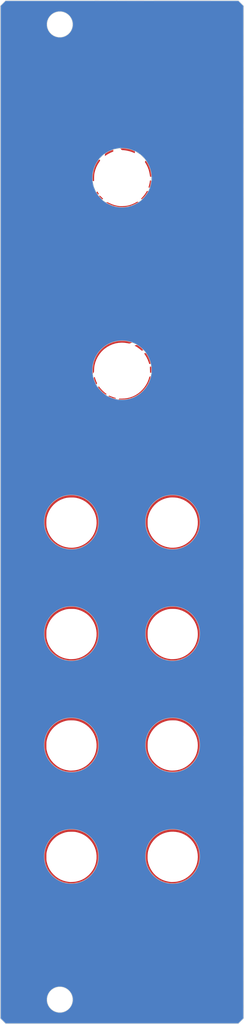
<source format=kicad_pcb>
(kicad_pcb (version 20171130) (host pcbnew "(5.1.6-0-10_14)")
  (layers (0 Top signal) (31 Bottom signal) (34 B.Paste user) (35 F.Paste user) (36 B.SilkS user) (37 F.SilkS user) (38 B.Mask user) (39 F.Mask user) (44 Edge.Cuts user))
  (net 0 "")
  (module artwork:F.Cu_g17 (layer Top) (at 148.59 113.03)
    (fp_text reference G*** hide)
    (fp_text value LOGO hide)
    (fp_poly (pts (xy -3.071139 -72.005073) (xy -3.14568 -71.948087) (xy -3.238508 -71.869965) (xy -3.338727 -71.780236) (xy -3.435439 -71.68843) (xy -3.452359 -71.671698) (xy -3.621047 -71.493584) (xy -3.780362 -71.303657) (xy -3.932608 -71.098043) (xy -4.080086 -70.872868) (xy -4.225099 -70.624257) (xy -4.369948 -70.348338) (xy -4.516937 -70.041236) (xy -4.668366 -69.699076) (xy -4.773009 -69.449374) (xy -4.869222 -69.217023) (xy -4.952842 -69.019034) (xy -5.026234 -68.850169) (xy -5.091767 -68.705189) (xy -5.151807 -68.578855) (xy -5.208722 -68.465928) (xy -5.263708 -68.363286) (xy -5.444131 -68.065254) (xy -5.635578 -67.806367) (xy -5.840145 -67.584391) (xy -6.059929 -67.397088) (xy -6.297026 -67.242224) (xy -6.334135 -67.221696) (xy -6.447259 -67.156576) (xy -6.540938 -67.091826) (xy -6.624869 -67.018776) (xy -6.708746 -66.928751) (xy -6.802266 -66.813081) (xy -6.827 -66.780833) (xy -6.8934 -66.695651) (xy -6.956853 -66.617796) (xy -7.009611 -66.556574) (xy -7.040767 -66.524095) (xy -7.164343 -66.430489) (xy -7.318859 -66.349261) (xy -7.508189 -66.278632) (xy -7.68029 -66.230311) (xy -7.918378 -66.161967) (xy -8.144203 -66.077554) (xy -8.364586 -65.973413) (xy -8.586348 -65.845887) (xy -8.81631 -65.69132) (xy -9.061291 -65.506053) (xy -9.122833 -65.456814) (xy -9.286166 -65.326889) (xy -9.425173 -65.221506) (xy -9.546653 -65.136512) (xy -9.657404 -65.067754) (xy -9.764225 -65.011079) (xy -9.873915 -64.962333) (xy -9.993271 -64.917363) (xy -10.022417 -64.90725) (xy -10.192825 -64.842292) (xy -10.341295 -64.769527) (xy -10.477949 -64.682254) (xy -10.612908 -64.573775) (xy -10.756296 -64.43739) (xy -10.800002 -64.392596) (xy -10.98348 -64.181223) (xy -11.147875 -63.950207) (xy -11.291109 -63.705045) (xy -11.411107 -63.451232) (xy -11.505791 -63.194268) (xy -11.573083 -62.939648) (xy -11.610907 -62.69287) (xy -11.617186 -62.45943) (xy -11.597407 -62.282184) (xy -11.553869 -62.126454) (xy -11.48698 -62.00586) (xy -11.396112 -61.91982) (xy -11.280635 -61.867751) (xy -11.139922 -61.849072) (xy -11.129665 -61.849) (xy -11.001687 -61.869394) (xy -10.884922 -61.929369) (xy -10.781691 -62.02712) (xy -10.694317 -62.160838) (xy -10.673078 -62.204329) (xy -10.641548 -62.284837) (xy -10.628343 -62.358331) (xy -10.629265 -62.448586) (xy -10.629448 -62.451493) (xy -10.645732 -62.558995) (xy -10.683398 -62.648771) (xy -10.748509 -62.730534) (xy -10.84713 -62.813998) (xy -10.863117 -62.825762) (xy -10.989862 -62.937225) (xy -11.07526 -63.057512) (xy -11.119415 -63.18685) (xy -11.12243 -63.325468) (xy -11.114127 -63.374637) (xy -11.064404 -63.536037) (xy -10.98413 -63.691147) (xy -10.869281 -63.846939) (xy -10.791661 -63.933603) (xy -10.702491 -64.024109) (xy -10.626699 -64.090746) (xy -10.551822 -64.143173) (xy -10.465392 -64.191052) (xy -10.44853 -64.199495) (xy -10.267584 -64.270138) (xy -10.082812 -64.306948) (xy -9.9124 -64.308367) (xy -9.887714 -64.306711) (xy -9.869507 -64.303387) (xy -9.856059 -64.292587) (xy -9.84565 -64.268503) (xy -9.836561 -64.225325) (xy -9.827072 -64.157246) (xy -9.815463 -64.058457) (xy -9.801075 -63.932343) (xy -9.775545 -63.764346) (xy -9.740735 -63.634333) (xy -9.694301 -63.538527) (xy -9.633899 -63.473151) (xy -9.557185 -63.434428) (xy -9.483295 -63.420177) (xy -9.416147 -63.41776) (xy -9.356441 -63.42788) (xy -9.287016 -63.454513) (xy -9.241295 -63.476248) (xy -9.095462 -63.564253) (xy -8.980377 -63.667851) (xy -8.899255 -63.782915) (xy -8.855313 -63.905321) (xy -8.848132 -63.980699) (xy -8.85998 -64.082232) (xy -8.897084 -64.181246) (xy -8.963233 -64.284856) (xy -9.062214 -64.400179) (xy -9.083012 -64.421908) (xy -9.148942 -64.49057) (xy -9.192707 -64.543444) (xy -9.215023 -64.589874) (xy -9.216606 -64.639202) (xy -9.204805 -64.678626) (xy -8.844529 -64.678626) (xy -8.747731 -64.560272) (xy -8.692744 -64.485602) (xy -8.637631 -64.398331) (xy -8.588264 -64.309279) (xy -8.550513 -64.229263) (xy -8.530249 -64.169102) (xy -8.528435 -64.156167) (xy -8.523544 -64.166843) (xy -8.510732 -64.213674) (xy -8.491267 -64.291494) (xy -8.466418 -64.395135) (xy -8.437455 -64.519429) (xy -8.414081 -64.621833) (xy -8.383048 -64.760748) (xy -8.35598 -64.88543) (xy -8.334061 -64.990126) (xy -8.318476 -65.069081) (xy -8.31041 -65.116542) (xy -8.309859 -65.127933) (xy -8.337236 -65.129835) (xy -8.389421 -65.116142) (xy -8.454076 -65.091561) (xy -8.518861 -65.060797) (xy -8.571436 -65.028556) (xy -8.5725 -65.027762) (xy -8.642781 -64.970158) (xy -8.698428 -64.910401) (xy -8.751933 -64.833952) (xy -8.783207 -64.782522) (xy -8.844529 -64.678626) (xy -9.204805 -64.678626) (xy -9.198175 -64.700772) (xy -9.160445 -64.783927) (xy -9.117466 -64.871021) (xy -9.030909 -65.020662) (xy -8.929024 -65.155269) (xy -8.819419 -65.26604) (xy -8.709701 -65.344176) (xy -8.707291 -65.34549) (xy -8.551483 -65.4118) (xy -8.373908 -65.457803) (xy -8.190911 -65.480582) (xy -8.018832 -65.477223) (xy -7.989607 -65.473519) (xy -7.882964 -65.457917) (xy -8.0156 -64.854667) (xy -8.103184 -64.457604) (xy -8.182528 -64.10066) (xy -8.253943 -63.782492) (xy -8.317745 -63.50176) (xy -8.374248 -63.257122) (xy -8.423766 -63.047235) (xy -8.466613 -62.87076) (xy -8.503103 -62.726354) (xy -8.533549 -62.612675) (xy -8.558268 -62.528383) (xy -8.56576 -62.505167) (xy -8.595061 -62.422405) (xy -8.639086 -62.305061) (xy -8.696032 -62.157528) (xy -8.764102 -61.9842) (xy -8.841495 -61.789471) (xy -8.926412 -61.577735) (xy -9.017053 -61.353385) (xy -9.111617 -61.120815) (xy -9.208306 -60.884418) (xy -9.30532 -60.64859) (xy -9.400859 -60.417722) (xy -9.493123 -60.196209) (xy -9.580312 -59.988444) (xy -9.660627 -59.798822) (xy -9.732269 -59.631736) (xy -9.793436 -59.491579) (xy -9.842331 -59.382746) (xy -9.861945 -59.34075) (xy -9.920947 -59.22313) (xy -9.994162 -59.086415) (xy -10.07261 -58.946923) (xy -10.147313 -58.820976) (xy -10.153099 -58.811583) (xy -10.251081 -58.65217) (xy -10.329289 -58.521551) (xy -10.390756 -58.412854) (xy -10.438511 -58.319206) (xy -10.475586 -58.233736) (xy -10.505012 -58.149571) (xy -10.529819 -58.059839) (xy -10.553039 -57.957667) (xy -10.573141 -57.859175) (xy -10.614891 -57.671698) (xy -10.664331 -57.495883) (xy -10.724624 -57.324284) (xy -10.79893 -57.149458) (xy -10.89041 -56.963959) (xy -11.002226 -56.760343) (xy -11.135741 -56.53413) (xy -11.251571 -56.334767) (xy -11.343478 -56.155497) (xy -11.415465 -55.984885) (xy -11.471532 -55.811494) (xy -11.515681 -55.623892) (xy -11.551913 -55.410641) (xy -11.566849 -55.302124) (xy -11.597 -54.944757) (xy -11.591213 -54.607849) (xy -11.548914 -54.288587) (xy -11.469524 -53.984152) (xy -11.352467 -53.69173) (xy -11.197167 -53.408504) (xy -11.170366 -53.366374) (xy -11.080297 -53.246149) (xy -10.99271 -53.168045) (xy -10.906931 -53.131967) (xy -10.822286 -53.137819) (xy -10.7381 -53.185506) (xy -10.653701 -53.274933) (xy -10.641121 -53.291749) (xy -10.535502 -53.459704) (xy -10.456038 -53.634784) (xy -10.406294 -53.807472) (xy -10.38981 -53.962578) (xy -10.404059 -54.084092) (xy -10.449176 -54.18096) (xy -10.526972 -54.259558) (xy -10.565023 -54.285624) (xy -10.603132 -54.301406) (xy -10.653002 -54.309207) (xy -10.726342 -54.311334) (xy -10.78734 -54.310834) (xy -10.905346 -54.312953) (xy -10.993435 -54.32611) (xy -11.063517 -54.354793) (xy -11.127498 -54.403489) (xy -11.182037 -54.459588) (xy -11.245878 -54.54882) (xy -11.290664 -54.657097) (xy -11.318121 -54.790834) (xy -11.329979 -54.956448) (xy -11.330748 -55.011737) (xy -11.324436 -55.199394) (xy -11.302423 -55.360281) (xy -11.262169 -55.507862) (xy -11.214942 -55.625803) (xy -11.142016 -55.757312) (xy -11.044993 -55.889705) (xy -10.934499 -56.010492) (xy -10.821161 -56.10718) (xy -10.784329 -56.132056) (xy -10.753574 -56.146975) (xy -10.724959 -56.144042) (xy -10.685801 -56.119294) (xy -10.648794 -56.089722) (xy -10.588878 -56.030845) (xy -10.525808 -55.95408) (xy -10.486684 -55.897086) (xy -10.401224 -55.777462) (xy -10.316139 -55.698723) (xy -10.228535 -55.65955) (xy -10.135519 -55.65862) (xy -10.038471 -55.692467) (xy -9.939162 -55.761885) (xy -9.849109 -55.862239) (xy -9.772118 -55.984466) (xy -9.711996 -56.119506) (xy -9.67255 -56.258298) (xy -9.657585 -56.39178) (xy -9.670908 -56.510892) (xy -9.681183 -56.542974) (xy -9.71958 -56.62041) (xy -9.774674 -56.687094) (xy -9.853628 -56.749396) (xy -9.963608 -56.813686) (xy -10.015442 -56.840169) (xy -10.161738 -56.928508) (xy -10.271255 -57.031638) (xy -10.348362 -57.15441) (xy -10.383746 -57.24898) (xy -10.399389 -57.306953) (xy -10.404731 -57.352362) (xy -10.404486 -57.35428) (xy -10.054027 -57.35428) (xy -10.03436 -57.282425) (xy -9.975194 -57.212006) (xy -9.875612 -57.142229) (xy -9.734695 -57.072298) (xy -9.722275 -57.066956) (xy -9.727496 -57.083892) (xy -9.744885 -57.129661) (xy -9.767738 -57.187042) (xy -9.797562 -57.265782) (xy -9.832867 -57.366452) (xy -9.867156 -57.470377) (xy -9.875182 -57.49588) (xy -9.933354 -57.683009) (xy -9.99376 -57.54141) (xy -10.023832 -57.464783) (xy -10.045423 -57.398057) (xy -10.054018 -57.355247) (xy -10.054027 -57.35428) (xy -10.404486 -57.35428) (xy -10.398652 -57.399915) (xy -10.380032 -57.464321) (xy -10.363598 -57.513563) (xy -10.3391 -57.57737) (xy -10.299153 -57.671411) (xy -10.247198 -57.788035) (xy -10.186675 -57.919592) (xy -10.121026 -58.058431) (xy -10.084407 -58.13425) (xy -9.857715 -58.599917) (xy -9.817282 -58.4835) (xy -9.799638 -58.429277) (xy -9.772645 -58.341974) (xy -9.738595 -58.229212) (xy -9.69978 -58.098613) (xy -9.658492 -57.957798) (xy -9.639052 -57.890833) (xy -9.586502 -57.711481) (xy -9.542056 -57.566119) (xy -9.503071 -57.44779) (xy -9.466907 -57.349536) (xy -9.43092 -57.2644) (xy -9.392472 -57.185426) (xy -9.348918 -57.105657) (xy -9.325689 -57.065493) (xy -9.217629 -56.85624) (xy -9.128424 -56.626957) (xy -9.066 -56.415474) (xy -9.045882 -56.33601) (xy -9.030888 -56.267886) (xy -9.020277 -56.202674) (xy -9.013309 -56.131942) (xy -9.009244 -56.04726) (xy -9.007341 -55.940197) (xy -9.00686 -55.802323) (xy -9.006893 -55.742417) (xy -9.007519 -55.58706) (xy -9.009526 -55.464748) (xy -9.01367 -55.366194) (xy -9.02071 -55.282114) (xy -9.031403 -55.203222) (xy -9.046505 -55.120235) (xy -9.064717 -55.033333) (xy -9.090272 -54.91271) (xy -9.111239 -54.805558) (xy -9.128483 -54.704522) (xy -9.142866 -54.60225) (xy -9.155252 -54.491386) (xy -9.166504 -54.364575) (xy -9.177485 -54.214465) (xy -9.189059 -54.0337) (xy -9.196409 -53.9115) (xy -9.210477 -53.683235) (xy -9.223678 -53.491065) (xy -9.236667 -53.328778) (xy -9.250099 -53.190163) (xy -9.264629 -53.069008) (xy -9.280913 -52.959102) (xy -9.299606 -52.854233) (xy -9.31701 -52.7685) (xy -9.348131 -52.642889) (xy -9.389494 -52.505441) (xy -9.436784 -52.36838) (xy -9.485686 -52.24393) (xy -9.531886 -52.144312) (xy -9.547025 -52.116884) (xy -9.558634 -52.095559) (xy -9.561512 -52.08231) (xy -9.551603 -52.078698) (xy -9.524852 -52.086282) (xy -9.477201 -52.106623) (xy -9.404594 -52.141282) (xy -9.302974 -52.191817) (xy -9.168285 -52.259788) (xy -9.145664 -52.271238) (xy -9.004785 -52.342805) (xy -8.896915 -52.398621) (xy -8.817179 -52.441829) (xy -8.760704 -52.47557) (xy -8.722616 -52.502989) (xy -8.698039 -52.527227) (xy -8.682101 -52.551428) (xy -8.670329 -52.577727) (xy -8.649725 -52.638646) (xy -8.627308 -52.723948) (xy -8.602515 -52.836538) (xy -8.574783 -52.979321) (xy -8.543551 -53.155203) (xy -8.508257 -53.367087) (xy -8.468338 -53.61788) (xy -8.465455 -53.636333) (xy -8.441925 -53.785257) (xy -8.420078 -53.920043) (xy -8.400858 -54.035156) (xy -8.385204 -54.125057) (xy -8.374061 -54.184208) (xy -8.368369 -54.207073) (xy -8.368358 -54.207085) (xy -8.363231 -54.21095) (xy -8.354419 -54.209653) (xy -8.336548 -54.19952) (xy -8.304247 -54.176876) (xy -8.252143 -54.13805) (xy -8.174866 -54.079365) (xy -8.116293 -54.034705) (xy -7.962328 -53.923669) (xy -7.828847 -53.842239) (xy -7.70943 -53.787334) (xy -7.597661 -53.755873) (xy -7.514446 -53.745778) (xy -7.422203 -53.74445) (xy -7.353768 -53.754714) (xy -7.291556 -53.779296) (xy -7.288662 -53.780761) (xy -7.210744 -53.833728) (xy -7.121636 -53.915654) (xy -7.029261 -54.017725) (xy -6.941543 -54.131127) (xy -6.866404 -54.247046) (xy -6.860917 -54.256615) (xy -6.768584 -54.419452) (xy -6.818584 -54.461122) (xy -6.912381 -54.518942) (xy -7.008169 -54.536244) (xy -7.108354 -54.512827) (xy -7.215343 -54.448488) (xy -7.244229 -54.42532) (xy -7.359522 -54.343678) (xy -7.480203 -54.284781) (xy -7.594544 -54.253814) (xy -7.639776 -54.250374) (xy -7.723631 -54.261001) (xy -7.810073 -54.289123) (xy -7.885073 -54.328586) (xy -7.934603 -54.373236) (xy -7.940174 -54.382163) (xy -7.970228 -54.44861) (xy -8.007097 -54.545569) (xy -8.047373 -54.662472) (xy -8.087648 -54.788749) (xy -8.124515 -54.913834) (xy -8.154565 -55.027156) (xy -8.169854 -55.094482) (xy -8.199904 -55.267632) (xy -8.211623 -55.408253) (xy -8.204374 -55.522275) (xy -8.177519 -55.615629) (xy -8.130423 -55.694244) (xy -8.101895 -55.726975) (xy -8.046339 -55.779452) (xy -7.989099 -55.818983) (xy -7.919531 -55.85065) (xy -7.859406 -55.869417) (xy -4.339167 -55.869417) (xy -4.328583 -55.858833) (xy -4.318 -55.869417) (xy -4.328469 -55.879886) (xy -4.305248 -55.879886) (xy -4.129891 -55.943884) (xy -4.038984 -55.97482) (xy -3.922243 -56.01133) (xy -3.794921 -56.048787) (xy -3.675892 -56.081606) (xy -3.457689 -56.135534) (xy -3.252879 -56.177291) (xy -3.050925 -56.208142) (xy -2.84129 -56.229349) (xy -2.613438 -56.242177) (xy -2.356832 -56.24789) (xy -2.285706 -56.24836) (xy -1.766828 -56.250417) (xy -1.555456 -56.352202) (xy -1.458028 -56.400788) (xy -1.337495 -56.463411) (xy -1.207393 -56.532907) (xy -1.081259 -56.602113) (xy -1.04775 -56.620883) (xy -0.930922 -56.684014) (xy -0.811182 -56.744122) (xy -0.700126 -56.795681) (xy -0.609347 -56.833167) (xy -0.582269 -56.842674) (xy -0.425881 -56.891395) (xy -0.233765 -56.947858) (xy -0.011503 -57.010568) (xy 0.235318 -57.078031) (xy 0.501116 -57.148754) (xy 0.780304 -57.221243) (xy 1.0673 -57.294004) (xy 1.356517 -57.365543) (xy 1.524 -57.406108) (xy 1.588124 -57.421687) (xy 1.645331 -57.435577) (xy 1.698292 -57.447849) (xy 1.749679 -57.458573) (xy 1.802163 -57.46782) (xy 1.858417 -57.475661) (xy 1.921112 -57.482166) (xy 1.99292 -57.487406) (xy 2.076512 -57.491453) (xy 2.174561 -57.494377) (xy 2.289737 -57.496248) (xy 2.424713 -57.497137) (xy 2.582159 -57.497116) (xy 2.764749 -57.496255) (xy 2.975154 -57.494624) (xy 3.216044 -57.492295) (xy 3.490093 -57.489338) (xy 3.799971 -57.485824) (xy 4.148351 -57.481823) (xy 4.31206 -57.479955) (xy 4.624489 -57.476487) (xy 4.89719 -57.473666) (xy 5.132762 -57.471507) (xy 5.333805 -57.470027) (xy 5.50292 -57.469242) (xy 5.642705 -57.469168) (xy 5.755762 -57.469822) (xy 5.844691 -57.471218) (xy 5.91209 -57.473374) (xy 5.960561 -57.476305) (xy 5.992703 -57.480029) (xy 6.011116 -57.484559) (xy 6.018401 -57.489914) (xy 6.01863 -57.490539) (xy 6.062556 -57.635075) (xy 6.112824 -57.787111) (xy 6.165258 -57.934933) (xy 6.215683 -58.066825) (xy 6.259926 -58.171069) (xy 6.265065 -58.182106) (xy 6.313409 -58.277202) (xy 6.374158 -58.38601) (xy 6.441261 -58.498723) (xy 6.508666 -58.605533) (xy 6.57032 -58.69663) (xy 6.620172 -58.762208) (xy 6.629684 -58.773034) (xy 6.672045 -58.81915) (xy 6.558797 -58.876538) (xy 6.423897 -58.934829) (xy 6.252225 -58.992743) (xy 6.049336 -59.049148) (xy 5.820782 -59.102914) (xy 5.57212 -59.152911) (xy 5.308902 -59.198009) (xy 5.036685 -59.237076) (xy 4.761021 -59.268982) (xy 4.529667 -59.289514) (xy 4.387205 -59.29741) (xy 4.210549 -59.302636) (xy 4.007748 -59.305317) (xy 3.786847 -59.30558) (xy 3.555895 -59.303551) (xy 3.322938 -59.299356) (xy 3.096025 -59.293122) (xy 2.883201 -59.284975) (xy 2.692515 -59.275042) (xy 2.532013 -59.263449) (xy 2.465917 -59.257104) (xy 1.867202 -59.181804) (xy 1.282257 -59.085903) (xy 0.713402 -58.97028) (xy 0.162956 -58.835817) (xy -0.36676 -58.683394) (xy -0.873426 -58.513892) (xy -1.354724 -58.328193) (xy -1.808333 -58.127177) (xy -2.231932 -57.911724) (xy -2.623203 -57.682716) (xy -2.979826 -57.441034) (xy -3.29948 -57.187558) (xy -3.519347 -56.984517) (xy -3.692702 -56.802117) (xy -3.831748 -56.633165) (xy -3.935314 -56.47925) (xy -4.002231 -56.341963) (xy -4.01124 -56.31625) (xy -4.083429 -56.155059) (xy -4.194261 -55.999834) (xy -4.240191 -55.948735) (xy -4.305248 -55.879886) (xy -4.328469 -55.879886) (xy -4.328583 -55.88) (xy -4.339167 -55.869417) (xy -7.859406 -55.869417) (xy -7.82699 -55.879535) (xy -7.732669 -55.903248) (xy -7.565709 -55.950866) (xy -7.434958 -56.006788) (xy -7.334645 -56.073839) (xy -7.28485 -56.122646) (xy -7.194905 -56.247242) (xy -7.129264 -56.390821) (xy -7.086373 -56.55869) (xy -7.064674 -56.756154) (xy -7.061188 -56.885417) (xy -7.062124 -57.002344) (xy -7.066563 -57.088489) (xy -7.075964 -57.155351) (xy -7.09179 -57.214432) (xy -7.108886 -57.260885) (xy -7.12243 -57.285289) (xy -6.707377 -57.285289) (xy -6.704875 -57.248858) (xy -6.692846 -57.164253) (xy -6.67299 -57.085192) (xy -6.656568 -57.043493) (xy -6.618899 -56.970649) (xy -6.473282 -57.129116) (xy -6.403157 -57.210809) (xy -6.338004 -57.296109) (xy -6.28792 -57.371425) (xy -6.272464 -57.399495) (xy -6.239246 -57.476411) (xy -6.225686 -57.542375) (xy -6.227264 -57.621184) (xy -6.22823 -57.632353) (xy -6.241171 -57.718164) (xy -6.261914 -57.801958) (xy -6.274594 -57.837941) (xy -6.309992 -57.922583) (xy -6.456558 -57.763833) (xy -6.527073 -57.682186) (xy -6.59273 -57.596958) (xy -6.643396 -57.521673) (xy -6.659318 -57.493232) (xy -6.691798 -57.420671) (xy -6.706465 -57.358614) (xy -6.707377 -57.285289) (xy -7.12243 -57.285289) (xy -7.184505 -57.397134) (xy -7.291045 -57.512655) (xy -7.420554 -57.601409) (xy -7.565084 -57.657357) (xy -7.650332 -57.672177) (xy -7.763717 -57.666307) (xy -7.873877 -57.625035) (xy -7.984258 -57.546392) (xy -8.098311 -57.428408) (xy -8.117414 -57.405401) (xy -8.187046 -57.326931) (xy -8.261751 -57.253816) (xy -8.328794 -57.198202) (xy -8.348977 -57.184572) (xy -8.452272 -57.121092) (xy -8.584243 -57.260389) (xy -8.747756 -57.463417) (xy -8.876924 -57.690597) (xy -8.9714 -57.940861) (xy -9.029789 -58.208333) (xy -8.539503 -58.208333) (xy -8.53655 -58.132653) (xy -8.527858 -58.049245) (xy -8.515287 -57.968706) (xy -8.500697 -57.901632) (xy -8.485947 -57.858621) (xy -8.476348 -57.8485) (xy -8.464439 -57.865888) (xy -8.436142 -57.913434) (xy -8.395481 -57.98421) (xy -8.346483 -58.071288) (xy -8.337942 -58.086625) (xy -8.280921 -58.188565) (xy -8.274409 -58.200124) (xy -7.116233 -58.200124) (xy -7.108977 -58.154749) (xy -7.089967 -58.091301) (xy -7.063344 -58.019467) (xy -7.033246 -57.948937) (xy -7.003813 -57.889399) (xy -6.979186 -57.850541) (xy -6.963502 -57.842052) (xy -6.963323 -57.842241) (xy -6.947177 -57.863207) (xy -6.909457 -57.913635) (xy -6.853624 -57.988852) (xy -6.783141 -58.084184) (xy -6.701469 -58.194958) (xy -6.61734 -58.309328) (xy -6.529045 -58.429968) (xy -6.449632 -58.539395) (xy -6.382387 -58.633004) (xy -6.330596 -58.706191) (xy -6.297546 -58.754352) (xy -6.2865 -58.772758) (xy -6.305356 -58.783009) (xy -6.355462 -58.783987) (xy -6.427126 -58.777182) (xy -6.510657 -58.764084) (xy -6.596362 -58.746183) (xy -6.67455 -58.724971) (xy -6.729753 -58.704606) (xy -6.845551 -58.636317) (xy -6.948664 -58.544859) (xy -7.032466 -58.438879) (xy -7.090335 -58.327024) (xy -7.115645 -58.217941) (xy -7.116233 -58.200124) (xy -8.274409 -58.200124) (xy -8.209895 -58.314636) (xy -8.131972 -58.452274) (xy -8.054257 -58.588916) (xy -8.011703 -58.663417) (xy -7.94653 -58.779146) (xy -7.886193 -58.889704) (xy -7.835013 -58.986913) (xy -7.79731 -59.062595) (xy -7.779288 -59.103356) (xy -7.760897 -59.155245) (xy -7.752114 -59.197944) (xy -7.752858 -59.244792) (xy -7.763048 -59.309133) (xy -7.777603 -59.380522) (xy -7.796469 -59.464472) (xy -7.814354 -59.533872) (xy -7.828187 -59.577096) (xy -7.831276 -59.583535) (xy -7.852242 -59.582761) (xy -7.892741 -59.547636) (xy -7.95094 -59.480358) (xy -8.025007 -59.383122) (xy -8.113111 -59.258124) (xy -8.157397 -59.192583) (xy -8.30332 -58.953707) (xy -8.415147 -58.725832) (xy -8.491929 -58.511397) (xy -8.532722 -58.31284) (xy -8.539503 -58.208333) (xy -9.029789 -58.208333) (xy -9.030839 -58.21314) (xy -9.054896 -58.506368) (xy -9.0515 -58.70575) (xy -9.016458 -59.032376) (xy -8.946039 -59.339764) (xy -8.838267 -59.633874) (xy -8.691168 -59.920671) (xy -8.601306 -60.064624) (xy -8.551297 -60.134271) (xy -8.487414 -60.214568) (xy -8.415607 -60.29903) (xy -8.341823 -60.381172) (xy -8.27201 -60.454507) (xy -8.212116 -60.512553) (xy -8.168088 -60.548822) (xy -8.14896 -60.557834) (xy -8.130659 -60.542812) (xy -8.087559 -60.50031) (xy -8.023336 -60.434173) (xy -7.941669 -60.348247) (xy -7.846232 -60.246377) (xy -7.740704 -60.132408) (xy -7.703608 -60.092053) (xy -7.523645 -59.897729) (xy -7.367443 -59.733573) (xy -7.231806 -59.597113) (xy -7.113541 -59.485875) (xy -7.009453 -59.397387) (xy -6.916347 -59.329174) (xy -6.831028 -59.278763) (xy -6.750302 -59.243681) (xy -6.670975 -59.221455) (xy -6.589851 -59.20961) (xy -6.56114 -59.2075) (xy -6.470777 -59.204448) (xy -6.404772 -59.209786) (xy -6.345507 -59.226427) (xy -6.283531 -59.253398) (xy -6.192455 -59.309257) (xy -6.087396 -59.397784) (xy -5.966823 -59.520465) (xy -5.829207 -59.678785) (xy -5.767917 -59.753827) (xy -5.640917 -59.911715) (xy -5.624849 -59.721483) (xy -5.616864 -59.581546) (xy -5.619541 -59.455706) (xy -5.634307 -59.328886) (xy -5.662592 -59.186005) (xy -5.684061 -59.096583) (xy -5.763321 -58.712281) (xy -5.804231 -58.344521) (xy -5.806764 -57.991863) (xy -5.770893 -57.652863) (xy -5.696591 -57.326081) (xy -5.648345 -57.176186) (xy -5.588327 -57.022777) (xy -5.514735 -56.861072) (xy -5.431754 -56.698265) (xy -5.343572 -56.541554) (xy -5.254376 -56.398134) (xy -5.168352 -56.275202) (xy -5.089686 -56.179953) (xy -5.042244 -56.13443) (xy -4.930947 -56.065238) (xy -4.816489 -56.038051) (xy -4.700353 -56.052796) (xy -4.584023 -56.109402) (xy -4.518536 -56.160071) (xy -4.407268 -56.280941) (xy -4.334769 -56.412141) (xy -4.302165 -56.550578) (xy -4.310581 -56.69316) (xy -4.315928 -56.716623) (xy -4.360154 -56.836902) (xy -4.423943 -56.934927) (xy -4.501751 -57.00481) (xy -4.588028 -57.040667) (xy -4.624613 -57.044167) (xy -4.668276 -57.034466) (xy -4.736068 -57.008677) (xy -4.815391 -56.971772) (xy -4.83913 -56.9595) (xy -4.9789 -56.89864) (xy -5.100601 -56.87486) (xy -5.205926 -56.888945) (xy -5.296566 -56.941683) (xy -5.374213 -57.033858) (xy -5.44056 -57.166258) (xy -5.471844 -57.253392) (xy -5.491507 -57.340963) (xy -5.494203 -57.375497) (xy -4.099324 -57.375497) (xy -4.09864 -57.32345) (xy -4.085851 -57.261376) (xy -4.065518 -57.202984) (xy -4.042205 -57.161978) (xy -4.024547 -57.150897) (xy -4.004929 -57.163569) (xy -3.956281 -57.198892) (xy -3.883008 -57.25355) (xy -3.789518 -57.324231) (xy -3.680215 -57.407621) (xy -3.559505 -57.500406) (xy -3.545417 -57.511277) (xy -3.2402 -57.746274) (xy -2.964684 -57.956863) (xy -2.715611 -58.145211) (xy -2.489728 -58.31348) (xy -2.283776 -58.463835) (xy -2.094502 -58.598441) (xy -1.918648 -58.719461) (xy -1.752959 -58.829059) (xy -1.594179 -58.9294) (xy -1.439053 -59.022648) (xy -1.284324 -59.110968) (xy -1.126736 -59.196522) (xy -0.963033 -59.281477) (xy -0.789961 -59.367995) (xy -0.648247 -59.437048) (xy 0.006553 -59.731226) (xy 0.665458 -59.983271) (xy 1.328474 -60.193182) (xy 1.995607 -60.360962) (xy 2.666862 -60.486611) (xy 3.342247 -60.570131) (xy 4.021766 -60.611521) (xy 4.705427 -60.610783) (xy 5.393233 -60.567917) (xy 6.085193 -60.482925) (xy 6.223 -60.46105) (xy 6.646778 -60.382054) (xy 7.098215 -60.280343) (xy 7.535333 -60.167126) (xy 7.669743 -60.131139) (xy 7.781179 -60.10447) (xy 7.879553 -60.086218) (xy 7.974773 -60.075484) (xy 8.076751 -60.071367) (xy 8.195396 -60.072967) (xy 8.340619 -60.079382) (xy 8.440208 -60.084914) (xy 8.678333 -60.098635) (xy 8.678333 -60.156953) (xy 8.676146 -60.179833) (xy 8.665809 -60.199826) (xy 8.641663 -60.220388) (xy 8.598047 -60.244975) (xy 8.529301 -60.277043) (xy 8.429764 -60.320048) (xy 8.369317 -60.34562) (xy 8.05904 -60.464378) (xy 7.712685 -60.575006) (xy 7.335912 -60.676453) (xy 6.934379 -60.767672) (xy 6.513744 -60.847614) (xy 6.079668 -60.91523) (xy 5.637807 -60.969473) (xy 5.193823 -61.009293) (xy 4.753372 -61.033642) (xy 4.6355 -61.037435) (xy 3.97161 -61.034644) (xy 3.30364 -60.991128) (xy 2.634892 -60.907845) (xy 1.968666 -60.785756) (xy 1.308265 -60.625821) (xy 0.656989 -60.428997) (xy 0.018141 -60.196246) (xy -0.604979 -59.928526) (xy -1.209069 -59.626797) (xy -1.790827 -59.292019) (xy -2.137833 -59.068964) (xy -2.22828 -59.007785) (xy -2.333919 -58.935241) (xy -2.457703 -58.849259) (xy -2.602587 -58.747767) (xy -2.771525 -58.628691) (xy -2.96747 -58.48996) (xy -3.193377 -58.329501) (xy -3.312027 -58.245076) (xy -3.51902 -58.089078) (xy -3.698235 -57.936148) (xy -3.847483 -57.7887) (xy -3.964578 -57.64915) (xy -4.047332 -57.519915) (xy -4.093557 -57.403411) (xy -4.099324 -57.375497) (xy -5.494203 -57.375497) (xy -5.500039 -57.450223) (xy -5.497204 -57.584749) (xy -5.482766 -57.748122) (xy -5.456487 -57.943921) (xy -5.418131 -58.175726) (xy -5.406562 -58.240083) (xy -5.382392 -58.371705) (xy -5.360579 -58.4886) (xy -5.342304 -58.584585) (xy -5.32875 -58.653478) (xy -5.3211 -58.689096) (xy -5.320024 -58.692573) (xy -5.301204 -58.684484) (xy -5.251964 -58.657252) (xy -5.177828 -58.614102) (xy -5.084319 -58.558256) (xy -4.976962 -58.492937) (xy -4.959121 -58.481977) (xy -4.798288 -58.383598) (xy -4.66809 -58.305601) (xy -4.563499 -58.245557) (xy -4.47949 -58.201039) (xy -4.411033 -58.169618) (xy -4.353103 -58.148865) (xy -4.300673 -58.136352) (xy -4.248713 -58.129651) (xy -4.226369 -58.128018) (xy -4.147941 -58.125842) (xy -4.092865 -58.134091) (xy -4.042589 -58.157187) (xy -4.006356 -58.180453) (xy -3.885685 -58.285164) (xy -3.796196 -58.41209) (xy -3.741757 -58.554277) (xy -3.725916 -58.684583) (xy -3.73969 -58.842029) (xy -3.781641 -58.969466) (xy -3.851301 -59.065977) (xy -3.948204 -59.130646) (xy -3.95408 -59.133162) (xy -4.02172 -59.152437) (xy -4.085551 -59.148051) (xy -4.153002 -59.116964) (xy -4.231503 -59.056137) (xy -4.299322 -58.991937) (xy -4.423075 -58.880734) (xy -4.534469 -58.807195) (xy -4.637524 -58.769948) (xy -4.736259 -58.767621) (xy -4.834696 -58.798843) (xy -4.847052 -58.804971) (xy -4.934985 -58.869473) (xy -5.020237 -58.967663) (xy -5.096405 -59.091058) (xy -5.146015 -59.200972) (xy -5.175336 -59.310112) (xy -5.194452 -59.455638) (xy -5.203089 -59.632788) (xy -5.200976 -59.836796) (xy -5.19204 -60.006489) (xy -5.17525 -60.248895) (xy -4.92125 -60.293253) (xy -4.748647 -60.329642) (xy -4.611323 -60.374544) (xy -4.50242 -60.432432) (xy -4.415078 -60.50778) (xy -4.342436 -60.60506) (xy -4.288232 -60.706) (xy -4.260243 -60.767308) (xy -4.241646 -60.818817) (xy -4.230564 -60.871879) (xy -4.225118 -60.937842) (xy -4.22343 -61.028057) (xy -4.223437 -61.097583) (xy -4.234938 -61.311965) (xy -4.267696 -61.49686) (xy -4.320943 -61.650134) (xy -4.393911 -61.769655) (xy -4.485836 -61.853289) (xy -4.497787 -61.860627) (xy -4.619752 -61.914949) (xy -4.736304 -61.929675) (xy -4.852071 -61.904335) (xy -4.971679 -61.838465) (xy -5.011511 -61.808757) (xy -5.12755 -61.722685) (xy -5.223038 -61.665776) (xy -5.305216 -61.635263) (xy -5.381329 -61.628378) (xy -5.452038 -61.640482) (xy -5.545732 -61.686531) (xy -5.638118 -61.76957) (xy -5.72628 -61.884289) (xy -5.807303 -62.025373) (xy -5.878271 -62.187512) (xy -5.93627 -62.365393) (xy -5.971904 -62.524731) (xy -5.482167 -62.524731) (xy -5.482167 -62.2935) (xy -5.393252 -62.2935) (xy -5.36513 -62.295085) (xy -5.335979 -62.301687) (xy -5.301458 -62.316072) (xy -5.257226 -62.341009) (xy -5.198941 -62.379266) (xy -5.122263 -62.433611) (xy -5.022851 -62.506812) (xy -4.896363 -62.601638) (xy -4.821752 -62.657917) (xy -4.66856 -62.77453) (xy -4.54765 -62.868768) (xy -4.45668 -62.942613) (xy -4.393304 -62.998043) (xy -4.355179 -63.03704) (xy -4.339962 -63.061583) (xy -4.339456 -63.065376) (xy -4.345543 -63.133551) (xy -4.368504 -63.178118) (xy -4.417068 -63.208846) (xy -4.488698 -63.232415) (xy -4.564281 -63.25125) (xy -4.62993 -63.263871) (xy -4.662451 -63.267167) (xy -4.701931 -63.252243) (xy -4.765678 -63.210015) (xy -4.849259 -63.1443) (xy -4.948243 -63.058911) (xy -5.058195 -62.957665) (xy -5.174684 -62.844378) (xy -5.286375 -62.730116) (xy -5.482167 -62.524731) (xy -5.971904 -62.524731) (xy -5.978384 -62.553705) (xy -5.988381 -62.617823) (xy -6.007404 -62.878964) (xy -5.99463 -63.14463) (xy -5.951937 -63.407484) (xy -5.881205 -63.660192) (xy -5.78431 -63.895418) (xy -5.663133 -64.105828) (xy -5.578528 -64.218337) (xy -5.528935 -64.272582) (xy -5.46781 -64.332283) (xy -5.403932 -64.389755) (xy -5.34608 -64.437312) (xy -5.303032 -64.467269) (xy -5.286878 -64.473667) (xy -5.26635 -64.46032) (xy -5.219973 -64.423423) (xy -5.153416 -64.367692) (xy -5.072343 -64.297842) (xy -5.013443 -64.246125) (xy -4.803502 -64.061999) (xy -4.621228 -63.905627) (xy -4.464105 -63.775082) (xy -4.329616 -63.668437) (xy -4.215243 -63.583765) (xy -4.11847 -63.519139) (xy -4.036779 -63.472631) (xy -3.967654 -63.442314) (xy -3.9603 -63.439745) (xy -3.825312 -63.415304) (xy -3.689442 -63.430309) (xy -3.559278 -63.482538) (xy -3.441407 -63.569766) (xy -3.381676 -63.635011) (xy -3.284218 -63.778625) (xy -3.206485 -63.936186) (xy -3.151336 -64.098404) (xy -3.121628 -64.255992) (xy -3.120222 -64.399662) (xy -3.129157 -64.455413) (xy -3.181985 -64.611255) (xy -3.263548 -64.744511) (xy -3.369357 -64.84821) (xy -3.392449 -64.864404) (xy -3.520564 -64.933511) (xy -3.645253 -64.966465) (xy -3.773445 -64.963348) (xy -3.912067 -64.92424) (xy -4.026149 -64.871807) (xy -4.169329 -64.817399) (xy -4.307951 -64.803993) (xy -4.439859 -64.830323) (xy -4.562896 -64.895126) (xy -4.674905 -64.997137) (xy -4.773732 -65.135093) (xy -4.857219 -65.307729) (xy -4.881434 -65.37325) (xy -4.906384 -65.450342) (xy -4.923126 -65.517857) (xy -4.933286 -65.588033) (xy -4.938491 -65.673103) (xy -4.940365 -65.785304) (xy -4.9405 -65.81775) (xy -4.939258 -65.949115) (xy -4.933789 -66.051142) (xy -4.922733 -66.136733) (xy -4.904726 -66.218787) (xy -4.894056 -66.257773) (xy -4.81256 -66.493564) (xy -4.707636 -66.70626) (xy -4.572931 -66.907115) (xy -4.433708 -67.073165) (xy -4.377203 -67.131498) (xy -4.330643 -67.172657) (xy -4.301383 -67.190416) (xy -4.296177 -67.189582) (xy -4.284338 -67.164814) (xy -4.26143 -67.106821) (xy -4.230016 -67.022458) (xy -4.192657 -66.91858) (xy -4.159218 -66.823167) (xy -4.063613 -66.560461) (xy -3.971759 -66.336143) (xy -3.881805 -66.146639) (xy -3.791899 -65.988376) (xy -3.700191 -65.85778) (xy -3.604829 -65.751277) (xy -3.602985 -65.749478) (xy -3.469176 -65.642834) (xy -3.329611 -65.578053) (xy -3.183526 -65.554959) (xy -3.030162 -65.573377) (xy -2.948253 -65.59894) (xy -2.814953 -65.670058) (xy -2.692558 -65.775912) (xy -2.584144 -65.909633) (xy -2.492783 -66.064354) (xy -2.421551 -66.233208) (xy -2.373521 -66.409327) (xy -2.351767 -66.585844) (xy -2.359364 -66.755891) (xy -2.382445 -66.86292) (xy -2.427766 -66.971443) (xy -2.496552 -67.063215) (xy -2.593163 -67.141528) (xy -2.721957 -67.209673) (xy -2.887294 -67.270942) (xy -2.946765 -67.289087) (xy -3.110112 -67.336922) (xy -3.253681 -67.29279) (xy -3.353401 -67.261899) (xy -3.419864 -67.243171) (xy -3.460722 -67.237884) (xy -3.483628 -67.24731) (xy -3.496233 -67.272726) (xy -3.50619 -67.315407) (xy -3.510686 -67.335615) (xy -3.549739 -67.576802) (xy -3.563603 -67.844252) (xy -3.553726 -68.131327) (xy -3.521555 -68.431388) (xy -3.468539 -68.737796) (xy -3.396126 -69.043913) (xy -3.305763 -69.343099) (xy -3.198899 -69.628717) (xy -3.076981 -69.894127) (xy -2.941457 -70.13269) (xy -2.880898 -70.223184) (xy -2.827884 -70.294908) (xy -2.764537 -70.375353) (xy -2.697138 -70.457171) (xy -2.631965 -70.533013) (xy -2.575301 -70.595533) (xy -2.533423 -70.637381) (xy -2.515436 -70.650806) (xy -2.511115 -70.632238) (xy -2.507173 -70.576291) (xy -2.503743 -70.487914) (xy -2.500956 -70.372062) (xy -2.498944 -70.233686) (xy -2.49784 -70.077737) (xy -2.497667 -69.983926) (xy -2.49638 -69.720922) (xy -2.492164 -69.494029) (xy -2.484489 -69.297092) (xy -2.472822 -69.123957) (xy -2.456633 -68.968468) (xy -2.435389 -68.824471) (xy -2.40856 -68.685812) (xy -2.375613 -68.546335) (xy -2.372468 -68.534071) (xy -2.301247 -68.299938) (xy -2.211681 -68.073629) (xy -2.107823 -67.863053) (xy -1.993726 -67.676122) (xy -1.873444 -67.520745) (xy -1.829171 -67.47382) (xy -1.697126 -67.367801) (xy -1.554153 -67.299613) (xy -1.404991 -67.270184) (xy -1.254381 -67.280441) (xy -1.107065 -67.331314) (xy -1.105444 -67.332121) (xy -0.967146 -67.420824) (xy -0.846204 -67.536646) (xy -0.744184 -67.673706) (xy -0.662651 -67.826126) (xy -0.60317 -67.988025) (xy -0.567306 -68.153524) (xy -0.564166 -68.201515) (xy -0.235645 -68.201515) (xy 0.046219 -68.314601) (xy 0.160077 -68.358946) (xy 0.301337 -68.411914) (xy 0.457213 -68.468828) (xy 0.614917 -68.525011) (xy 0.740833 -68.568691) (xy 0.981207 -68.648509) (xy 1.236387 -68.729127) (xy 1.495439 -68.807318) (xy 1.747428 -68.879853) (xy 1.981419 -68.943506) (xy 2.180167 -68.993545) (xy 2.275633 -69.016637) (xy 2.354711 -69.036359) (xy 2.409074 -69.050591) (xy 2.430349 -69.057176) (xy 2.429796 -69.079269) (xy 2.421283 -69.130873) (xy 2.407343 -69.200486) (xy 2.390509 -69.276609) (xy 2.373313 -69.347738) (xy 2.358288 -69.402374) (xy 2.348709 -69.427947) (xy 2.323405 -69.431206) (xy 2.262553 -69.422487) (xy 2.170814 -69.403046) (xy 2.052851 -69.374143) (xy 1.913325 -69.337034) (xy 1.7569 -69.292977) (xy 1.588235 -69.24323) (xy 1.411995 -69.18905) (xy 1.232841 -69.131695) (xy 1.153583 -69.105541) (xy 0.962628 -69.040478) (xy 0.774364 -68.97365) (xy 0.593454 -68.906922) (xy 0.424558 -68.842164) (xy 0.272337 -68.781242) (xy 0.141453 -68.726024) (xy 0.036566 -68.678377) (xy -0.037663 -68.64017) (xy -0.076573 -68.613269) (xy -0.077465 -68.612302) (xy -0.114778 -68.555706) (xy -0.154738 -68.471834) (xy -0.191412 -68.374867) (xy -0.218867 -68.278986) (xy -0.221083 -68.269049) (xy -0.235645 -68.201515) (xy -0.564166 -68.201515) (xy -0.556626 -68.316744) (xy -0.572695 -68.471805) (xy -0.617077 -68.612826) (xy -0.691338 -68.73393) (xy -0.722947 -68.7688) (xy -0.767758 -68.808878) (xy -0.819337 -68.844149) (xy -0.882198 -68.875969) (xy -0.960858 -68.905692) (xy -1.059832 -68.934675) (xy -1.183637 -68.964271) (xy -1.336786 -68.995837) (xy -1.523797 -69.030728) (xy -1.69828 -69.061504) (xy -1.735007 -69.076292) (xy -1.76309 -69.109586) (xy -1.783891 -69.16637) (xy -1.786396 -69.180724) (xy -0.417265 -69.180724) (xy -0.40264 -69.128984) (xy -0.375778 -69.067857) (xy -0.342199 -69.010327) (xy -0.314657 -68.976067) (xy -0.28675 -68.950613) (xy -0.258497 -68.933877) (xy -0.224974 -68.927178) (xy -0.181256 -68.931835) (xy -0.12242 -68.949166) (xy -0.043543 -68.98049) (xy 0.060299 -69.027125) (xy 0.194029 -69.090389) (xy 0.296653 -69.139768) (xy 0.666981 -69.314202) (xy 1.033987 -69.478801) (xy 1.062744 -69.491039) (xy 2.654711 -69.491039) (xy 2.663449 -69.455754) (xy 2.67856 -69.391655) (xy 2.69711 -69.311226) (xy 2.701359 -69.292588) (xy 2.739083 -69.126758) (xy 2.80204 -69.13935) (xy 2.849636 -69.151156) (xy 2.874585 -69.16153) (xy 2.883154 -69.184479) (xy 2.894175 -69.223309) (xy 3.219148 -69.223309) (xy 3.23919 -69.216679) (xy 3.261674 -69.221373) (xy 3.308253 -69.230916) (xy 3.380772 -69.243656) (xy 3.46075 -69.256405) (xy 3.564562 -69.271574) (xy 3.633949 -69.284508) (xy 3.647082 -69.290102) (xy 7.696258 -69.290102) (xy 7.698624 -69.27842) (xy 7.725396 -69.269059) (xy 7.784245 -69.255265) (xy 7.865425 -69.239176) (xy 7.926917 -69.228272) (xy 8.026156 -69.209673) (xy 8.152136 -69.183436) (xy 8.290646 -69.152652) (xy 8.427478 -69.120416) (xy 8.466667 -69.110778) (xy 8.600362 -69.07764) (xy 8.698492 -69.053858) (xy 8.766541 -69.038446) (xy 8.809995 -69.030419) (xy 8.83434 -69.028793) (xy 8.84506 -69.032582) (xy 8.847642 -69.040804) (xy 8.847667 -69.042386) (xy 8.827755 -69.080246) (xy 8.772975 -69.112772) (xy 8.690754 -69.136351) (xy 8.638782 -69.143966) (xy 8.558171 -69.155839) (xy 8.506758 -69.173998) (xy 8.471425 -69.203479) (xy 8.465756 -69.210382) (xy 8.430169 -69.273787) (xy 8.430746 -69.286839) (xy 9.075676 -69.286839) (xy 9.092341 -69.247138) (xy 9.113481 -69.209221) (xy 9.148879 -69.130029) (xy 9.174166 -69.042783) (xy 9.178085 -69.020103) (xy 9.189292 -68.958227) (xy 9.208926 -68.923477) (xy 9.248633 -68.900769) (xy 9.2789 -68.889482) (xy 9.351227 -68.865684) (xy 9.401839 -68.858563) (xy 9.438992 -68.873115) (xy 9.470941 -68.914335) (xy 9.47726 -68.927495) (xy 9.821333 -68.927495) (xy 9.840645 -68.922999) (xy 9.891173 -68.919819) (xy 9.958917 -68.918667) (xy 10.0965 -68.918667) (xy 10.0965 -68.932778) (xy 10.421055 -68.932778) (xy 10.423961 -68.920194) (xy 10.435167 -68.918667) (xy 10.452589 -68.926411) (xy 10.449278 -68.932778) (xy 10.424158 -68.935311) (xy 10.421055 -68.932778) (xy 10.0965 -68.932778) (xy 10.0965 -68.992466) (xy 10.091239 -69.043545) (xy 10.0676 -69.074234) (xy 10.019832 -69.098299) (xy 9.965875 -69.118933) (xy 9.928466 -69.129827) (xy 9.923829 -69.130333) (xy 9.907691 -69.113083) (xy 9.882383 -69.070576) (xy 9.854912 -69.016675) (xy 9.832282 -68.965244) (xy 9.821499 -68.930148) (xy 9.821333 -68.927495) (xy 9.47726 -68.927495) (xy 9.505942 -68.987218) (xy 9.528637 -69.040594) (xy 9.560786 -69.121818) (xy 9.583291 -69.188018) (xy 9.593205 -69.229964) (xy 9.592137 -69.239442) (xy 9.567175 -69.250945) (xy 9.510574 -69.271383) (xy 9.431281 -69.297655) (xy 9.356623 -69.321063) (xy 9.135329 -69.388827) (xy 9.098835 -69.34376) (xy 9.078371 -69.314173) (xy 9.075676 -69.286839) (xy 8.430746 -69.286839) (xy 8.432778 -69.332795) (xy 8.468203 -69.392062) (xy 8.505865 -69.428621) (xy 8.553779 -69.445411) (xy 8.611078 -69.449321) (xy 8.697829 -69.453869) (xy 8.746458 -69.463652) (xy 8.755844 -69.477634) (xy 8.724867 -69.494777) (xy 8.675413 -69.508861) (xy 8.606889 -69.52453) (xy 8.514348 -69.544758) (xy 8.405562 -69.567948) (xy 8.288299 -69.592504) (xy 8.170332 -69.616828) (xy 8.059431 -69.639323) (xy 7.963366 -69.658392) (xy 7.889908 -69.672438) (xy 7.846828 -69.679864) (xy 7.839685 -69.680624) (xy 7.823306 -69.661712) (xy 7.808241 -69.613539) (xy 7.802371 -69.580125) (xy 7.782416 -69.497666) (xy 7.748722 -69.411758) (xy 7.735393 -69.386143) (xy 7.708008 -69.330476) (xy 7.696258 -69.290102) (xy 3.647082 -69.290102) (xy 3.675773 -69.302322) (xy 3.696895 -69.332131) (xy 3.697517 -69.336314) (xy 3.998898 -69.336314) (xy 4.100241 -69.3486) (xy 4.150601 -69.35375) (xy 4.235607 -69.36138) (xy 4.347687 -69.370855) (xy 4.47927 -69.381544) (xy 4.622781 -69.392811) (xy 4.693708 -69.398242) (xy 5.068176 -69.426667) (xy 5.482167 -69.426667) (xy 6.096 -69.426667) (xy 6.096 -69.584039) (xy 6.094079 -69.693049) (xy 6.085123 -69.766956) (xy 6.06434 -69.81293) (xy 6.026941 -69.838142) (xy 6.020489 -69.839417) (xy 6.392244 -69.839417) (xy 6.392289 -69.622458) (xy 6.392333 -69.4055) (xy 6.524625 -69.403026) (xy 6.623163 -69.39893) (xy 6.732807 -69.391102) (xy 6.7945 -69.385087) (xy 6.905634 -69.373411) (xy 6.982864 -69.368088) (xy 7.034208 -69.369578) (xy 7.067684 -69.378344) (xy 7.09131 -69.394848) (xy 7.098811 -69.402622) (xy 7.146551 -69.431643) (xy 7.229753 -69.450016) (xy 7.265894 -69.453989) (xy 7.372779 -69.475173) (xy 7.44441 -69.517566) (xy 7.483446 -69.583543) (xy 7.493 -69.656812) (xy 7.493 -69.736429) (xy 7.286625 -69.760661) (xy 7.181749 -69.771291) (xy 7.114049 -69.773863) (xy 7.079149 -69.768402) (xy 7.072312 -69.761884) (xy 7.035572 -69.709424) (xy 6.976428 -69.6709) (xy 6.92621 -69.6595) (xy 6.859725 -69.672731) (xy 6.805071 -69.706306) (xy 6.775402 -69.75105) (xy 6.773333 -69.76613) (xy 6.766934 -69.791908) (xy 6.743274 -69.809772) (xy 6.695662 -69.821619) (xy 6.617405 -69.829342) (xy 6.535164 -69.833544) (xy 6.392244 -69.839417) (xy 6.020489 -69.839417) (xy 5.968134 -69.849763) (xy 5.916018 -69.853431) (xy 5.816901 -69.856192) (xy 5.711362 -69.855669) (xy 5.650686 -69.853436) (xy 5.58068 -69.848308) (xy 5.541173 -69.838576) (xy 5.520387 -69.817443) (xy 5.506544 -69.778115) (xy 5.503934 -69.768769) (xy 5.492063 -69.704114) (xy 5.484193 -69.619294) (xy 5.482285 -69.558958) (xy 5.482167 -69.426667) (xy 5.068176 -69.426667) (xy 5.185833 -69.435598) (xy 5.185833 -69.85202) (xy 5.053824 -69.845719) (xy 4.921815 -69.839417) (xy 4.908342 -69.756061) (xy 4.879102 -69.672792) (xy 4.829097 -69.619647) (xy 4.767371 -69.597516) (xy 4.702965 -69.607289) (xy 4.644921 -69.649857) (xy 4.602346 -69.725925) (xy 4.577967 -69.797083) (xy 4.400358 -69.791037) (xy 4.300989 -69.786176) (xy 4.202706 -69.778928) (xy 4.124823 -69.77075) (xy 4.116917 -69.769653) (xy 4.011083 -69.754315) (xy 4.004991 -69.545315) (xy 3.998898 -69.336314) (xy 3.697517 -69.336314) (xy 3.704179 -69.38105) (xy 3.704486 -69.456196) (xy 3.704167 -69.508805) (xy 3.704167 -69.717137) (xy 3.519219 -69.687521) (xy 3.43499 -69.672661) (xy 3.36748 -69.658181) (xy 3.327078 -69.646422) (xy 3.320666 -69.642828) (xy 3.309903 -69.616157) (xy 3.293837 -69.559353) (xy 3.275621 -69.483763) (xy 3.272349 -69.469) (xy 3.253646 -69.384839) (xy 3.236725 -69.31108) (xy 3.224974 -69.262465) (xy 3.224201 -69.259506) (xy 3.219148 -69.223309) (xy 2.894175 -69.223309) (xy 2.898134 -69.237254) (xy 2.916928 -69.309245) (xy 2.93694 -69.389841) (xy 2.955575 -69.468431) (xy 2.970238 -69.534407) (xy 2.978331 -69.577155) (xy 2.978797 -69.587511) (xy 2.957348 -69.585745) (xy 2.904756 -69.576783) (xy 2.831248 -69.562413) (xy 2.809851 -69.557986) (xy 2.724909 -69.538272) (xy 2.675524 -69.521158) (xy 2.655262 -69.503868) (xy 2.654711 -69.491039) (xy 1.062744 -69.491039) (xy 1.389733 -69.63019) (xy 1.726279 -69.764991) (xy 2.035686 -69.879829) (xy 2.042583 -69.882266) (xy 2.120141 -69.909854) (xy 2.180553 -69.931752) (xy 2.214194 -69.944455) (xy 2.217927 -69.946121) (xy 2.217279 -69.967158) (xy 2.208834 -70.015961) (xy 2.202142 -70.047475) (xy 2.192828 -70.145232) (xy 2.215726 -70.217219) (xy 2.272027 -70.266477) (xy 2.29165 -70.275674) (xy 2.365494 -70.287261) (xy 2.429054 -70.259484) (xy 2.478 -70.194891) (xy 2.493281 -70.157023) (xy 2.51218 -70.103312) (xy 2.52621 -70.069859) (xy 2.528773 -70.065838) (xy 2.551155 -70.068349) (xy 2.605527 -70.081494) (xy 2.683628 -70.10279) (xy 2.777198 -70.129755) (xy 2.877975 -70.159905) (xy 2.9777 -70.190757) (xy 3.068112 -70.219828) (xy 3.140951 -70.244635) (xy 3.187957 -70.262694) (xy 3.195425 -70.266236) (xy 3.25197 -70.287526) (xy 3.294301 -70.29437) (xy 3.329394 -70.299236) (xy 3.397659 -70.312616) (xy 3.49118 -70.332818) (xy 3.602044 -70.35815) (xy 3.685884 -70.378066) (xy 4.405449 -70.531899) (xy 5.130714 -70.64804) (xy 5.858395 -70.726414) (xy 6.585207 -70.766946) (xy 7.307865 -70.769561) (xy 8.023083 -70.734185) (xy 8.727578 -70.660741) (xy 9.418063 -70.549155) (xy 9.598874 -70.513059) (xy 9.754385 -70.478747) (xy 9.938475 -70.43492) (xy 10.139778 -70.384544) (xy 10.346929 -70.330591) (xy 10.548561 -70.276029) (xy 10.73331 -70.223827) (xy 10.88981 -70.176955) (xy 10.911255 -70.170216) (xy 11.038094 -70.130038) (xy 11.097871 -70.180337) (xy 11.15289 -70.215071) (xy 11.228241 -70.2489) (xy 11.274912 -70.264725) (xy 11.417404 -70.287204) (xy 11.555875 -70.27428) (xy 11.683724 -70.229524) (xy 11.794348 -70.156504) (xy 11.881146 -70.058787) (xy 11.937517 -69.939943) (xy 11.947403 -69.901209) (xy 11.960937 -69.861106) (xy 11.988469 -69.834093) (xy 12.041366 -69.811071) (xy 12.073047 -69.800667) (xy 12.157363 -69.776011) (xy 12.203878 -69.767692) (xy 12.214016 -69.776125) (xy 12.189202 -69.801726) (xy 12.158134 -69.825497) (xy 12.067228 -69.901779) (xy 11.977637 -69.994052) (xy 11.901548 -70.088769) (xy 11.857089 -70.160104) (xy 11.825115 -70.21441) (xy 11.785798 -70.261732) (xy 11.734187 -70.304741) (xy 11.665335 -70.346109) (xy 11.57429 -70.388506) (xy 11.456104 -70.434602) (xy 11.305827 -70.487069) (xy 11.165092 -70.533503) (xy 10.984458 -70.587319) (xy 12.114387 -70.587319) (xy 12.151849 -70.431706) (xy 12.221728 -70.295041) (xy 12.318517 -70.180697) (xy 12.436712 -70.092049) (xy 12.570805 -70.032469) (xy 12.715293 -70.005333) (xy 12.864669 -70.014013) (xy 12.98928 -70.051195) (xy 13.118724 -70.127001) (xy 13.230507 -70.235628) (xy 13.312235 -70.361488) (xy 13.36532 -70.509577) (xy 13.380009 -70.656471) (xy 13.360113 -70.797686) (xy 13.309441 -70.928739) (xy 13.231804 -71.045145) (xy 13.131011 -71.142421) (xy 13.010872 -71.216084) (xy 12.875197 -71.26165) (xy 12.727796 -71.274635) (xy 12.572479 -71.250556) (xy 12.559866 -71.246906) (xy 12.426998 -71.18671) (xy 12.310839 -71.094849) (xy 12.216602 -70.979042) (xy 12.1495 -70.847008) (xy 12.114747 -70.706466) (xy 12.114387 -70.587319) (xy 10.984458 -70.587319) (xy 10.468252 -70.741111) (xy 9.774303 -70.909677) (xy 9.075605 -71.040681) (xy 8.364524 -71.135602) (xy 7.800368 -71.185267) (xy 7.65412 -71.192827) (xy 7.475288 -71.197951) (xy 7.271415 -71.200751) (xy 7.050039 -71.201337) (xy 6.818702 -71.199822) (xy 6.584945 -71.196315) (xy 6.356308 -71.190929) (xy 6.140332 -71.183772) (xy 5.944557 -71.174958) (xy 5.776524 -71.164596) (xy 5.6515 -71.153641) (xy 5.258428 -71.107751) (xy 4.882816 -71.055781) (xy 4.518294 -70.996279) (xy 4.15849 -70.92779) (xy 3.797034 -70.848863) (xy 3.427556 -70.758043) (xy 3.043684 -70.653877) (xy 2.639048 -70.534912) (xy 2.207278 -70.399696) (xy 1.885267 -70.294525) (xy 1.614846 -70.201214) (xy 1.381023 -70.112029) (xy 1.178605 -70.02432) (xy 1.002402 -69.93544) (xy 0.847224 -69.842742) (xy 0.707878 -69.743577) (xy 0.579173 -69.635298) (xy 0.562049 -69.619577) (xy 0.462407 -69.53305) (xy 0.366298 -69.464364) (xy 0.264039 -69.408803) (xy 0.145949 -69.361652) (xy 0.002347 -69.318194) (xy -0.121132 -69.286821) (xy -0.224972 -69.261376) (xy -0.313073 -69.238995) (xy -0.377738 -69.221695) (xy -0.41127 -69.21149) (xy -0.414133 -69.21009) (xy -0.417265 -69.180724) (xy -1.786396 -69.180724) (xy -1.798772 -69.251627) (xy -1.809097 -69.370341) (xy -1.8148 -69.487724) (xy -1.816766 -69.684101) (xy -1.80605 -69.872999) (xy -1.781192 -70.06629) (xy -1.740728 -70.275846) (xy -1.69328 -70.474417) (xy -1.590777 -70.829429) (xy -1.472456 -71.154379) (xy -1.3395 -71.446778) (xy -1.193087 -71.704142) (xy -1.0344 -71.923982) (xy -0.96974 -71.998684) (xy -0.91139 -72.059735) (xy -0.868362 -72.094816) (xy -0.829352 -72.110867) (xy -0.783054 -72.114828) (xy -0.780554 -72.114833) (xy -0.697522 -72.114833) (xy -0.710757 -71.802625) (xy -0.712758 -71.622042) (xy -0.705613 -71.414715) (xy -0.690419 -71.191148) (xy -0.668274 -70.961844) (xy -0.640276 -70.737306) (xy -0.607522 -70.528038) (xy -0.571111 -70.344543) (xy -0.549044 -70.255157) (xy -0.49545 -70.106587) (xy -0.421313 -69.971835) (xy -0.331785 -69.856398) (xy -0.232019 -69.765772) (xy -0.127165 -69.705454) (xy -0.022377 -69.680942) (xy -0.010583 -69.680667) (xy 0.081522 -69.695841) (xy 0.176907 -69.743225) (xy 0.280331 -69.825615) (xy 0.344698 -69.889305) (xy 0.449209 -70.018016) (xy 0.529972 -70.156751) (xy 0.584883 -70.298441) (xy 0.611838 -70.436018) (xy 0.608735 -70.562414) (xy 0.575841 -70.666059) (xy 0.492066 -70.783738) (xy 0.370974 -70.88727) (xy 0.215686 -70.975033) (xy 0.029324 -71.045403) (xy -0.184992 -71.096758) (xy -0.282144 -71.112205) (xy -0.342915 -71.122705) (xy -0.37077 -71.136205) (xy -0.375016 -71.158736) (xy -0.37243 -71.170711) (xy -0.36097 -71.202481) (xy -0.335266 -71.266919) (xy -0.297875 -71.357837) (xy -0.251355 -71.469046) (xy -0.198265 -71.594358) (xy -0.170319 -71.65975) (xy 0.020181 -72.10425) (xy 2.656417 -72.111662) (xy 2.529417 -72.068079) (xy 2.266523 -71.97762) (xy 2.039853 -71.899043) (xy 1.845453 -71.830888) (xy 1.679372 -71.771692) (xy 1.537656 -71.719996) (xy 1.416354 -71.674339) (xy 1.311512 -71.633259) (xy 1.219179 -71.595296) (xy 1.135401 -71.558989) (xy 1.063476 -71.526255) (xy 0.759234 -71.384797) (xy 0.772967 -71.311591) (xy 0.798261 -71.223782) (xy 0.836412 -71.145253) (xy 0.880659 -71.087739) (xy 0.915103 -71.064998) (xy 0.955245 -71.055502) (xy 0.998999 -71.05468) (xy 1.052253 -71.06435) (xy 1.120894 -71.08633) (xy 1.210808 -71.122438) (xy 1.327882 -71.174493) (xy 1.444168 -71.228426) (xy 2.030926 -71.486603) (xy 2.632008 -71.718718) (xy 3.234964 -71.920169) (xy 3.607149 -72.028434) (xy 3.922882 -72.114834) (xy 7.470066 -72.114728) (xy 11.01725 -72.114623) (xy 11.33475 -72.031484) (xy 11.621122 -71.953883) (xy 11.8819 -71.877903) (xy 12.1121 -71.805071) (xy 12.306737 -71.736915) (xy 12.350037 -71.720483) (xy 12.446612 -71.685086) (xy 12.525654 -71.662533) (xy 12.604026 -71.64958) (xy 12.698589 -71.642978) (xy 12.7635 -71.640882) (xy 12.888094 -71.634929) (xy 12.983932 -71.623013) (xy 13.064409 -71.603069) (xy 13.106924 -71.587951) (xy 13.222527 -71.532001) (xy 13.339777 -71.456721) (xy 13.445453 -71.371827) (xy 13.526333 -71.287032) (xy 13.538392 -71.270908) (xy 13.57545 -71.225859) (xy 13.621395 -71.187671) (xy 13.68598 -71.14985) (xy 13.778959 -71.105905) (xy 13.800667 -71.096315) (xy 14.117349 -70.949436) (xy 14.454843 -70.777225) (xy 14.800792 -70.586974) (xy 15.134167 -70.397889) (xy 15.134167 -69.425445) (xy 15.133832 -69.227132) (xy 15.132876 -69.042428) (xy 15.131364 -68.875511) (xy 15.129366 -68.730558) (xy 15.126951 -68.611747) (xy 15.124185 -68.523254) (xy 15.121138 -68.469258) (xy 15.118292 -68.453594) (xy 15.097132 -68.465706) (xy 15.047231 -68.499174) (xy 14.973943 -68.550256) (xy 14.882618 -68.615212) (xy 14.778609 -68.690301) (xy 14.753167 -68.708821) (xy 14.570919 -68.840056) (xy 14.376959 -68.976793) (xy 14.17837 -69.114237) (xy 13.982235 -69.247591) (xy 13.795636 -69.372059) (xy 13.625656 -69.482844) (xy 13.479378 -69.575151) (xy 13.424608 -69.60852) (xy 13.331854 -69.663827) (xy 13.267316 -69.700036) (xy 13.22298 -69.719945) (xy 13.190833 -69.726352) (xy 13.16286 -69.722056) (xy 13.132551 -69.710482) (xy 13.066883 -69.6875) (xy 12.98608 -69.664964) (xy 12.954298 -69.657587) (xy 12.893563 -69.642101) (xy 12.860618 -69.622037) (xy 12.85248 -69.588336) (xy 12.866169 -69.531934) (xy 12.890786 -69.464503) (xy 12.933405 -69.352583) (xy 13.221974 -69.197433) (xy 13.608467 -68.978579) (xy 14.005765 -68.732802) (xy 14.401198 -68.468408) (xy 14.782097 -68.193704) (xy 14.956389 -68.060354) (xy 15.134167 -67.921536) (xy 15.134167 -65.740338) (xy 14.811375 -66.046868) (xy 14.319261 -66.497012) (xy 13.828202 -66.910886) (xy 13.331191 -67.293781) (xy 12.821222 -67.650985) (xy 12.291289 -67.98779) (xy 12.054417 -68.12831) (xy 11.800417 -68.275946) (xy 11.695021 -68.221598) (xy 11.590838 -68.184663) (xy 11.468575 -68.16681) (xy 11.344229 -68.168529) (xy 11.233791 -68.190309) (xy 11.193999 -68.206241) (xy 11.07887 -68.284328) (xy 10.987818 -68.38966) (xy 10.92666 -68.513156) (xy 10.920335 -68.546116) (xy 11.262212 -68.546116) (xy 11.267217 -68.528093) (xy 11.297696 -68.504495) (xy 11.339304 -68.484111) (xy 11.377083 -68.475727) (xy 11.395113 -68.480741) (xy 11.377391 -68.497193) (xy 11.345333 -68.515472) (xy 11.296531 -68.538417) (xy 11.265794 -68.5471) (xy 11.262212 -68.546116) (xy 10.920335 -68.546116) (xy 10.901215 -68.645733) (xy 10.900833 -68.663797) (xy 10.894847 -68.719073) (xy 10.870326 -68.749753) (xy 10.842625 -68.763357) (xy 10.78228 -68.78825) (xy 10.714311 -68.817241) (xy 10.709475 -68.819346) (xy 10.634533 -68.85203) (xy 10.643109 -68.778571) (xy 10.636006 -68.701529) (xy 10.593603 -68.647243) (xy 10.515304 -68.615034) (xy 10.496781 -68.611432) (xy 10.442767 -68.598524) (xy 10.419135 -68.57766) (xy 10.414 -68.53971) (xy 10.416818 -68.514207) (xy 10.429546 -68.492372) (xy 10.458598 -68.469883) (xy 10.510387 -68.44242) (xy 10.591326 -68.405661) (xy 10.652125 -68.379254) (xy 10.817469 -68.304792) (xy 11.009294 -68.213177) (xy 11.217986 -68.109376) (xy 11.433929 -67.998355) (xy 11.647508 -67.885079) (xy 11.849111 -67.774516) (xy 12.029121 -67.671631) (xy 12.077276 -67.643125) (xy 12.580779 -67.329199) (xy 13.055198 -67.005668) (xy 13.50882 -66.66608) (xy 13.949931 -66.303981) (xy 14.386819 -65.912918) (xy 14.758458 -65.555487) (xy 15.134167 -65.183191) (xy 15.134167 -64.786096) (xy 15.133432 -64.661698) (xy 15.13139 -64.553249) (xy 15.128278 -64.467292) (xy 15.124336 -64.410369) (xy 15.119803 -64.389023) (xy 15.119647 -64.389) (xy 15.101019 -64.403252) (xy 15.056982 -64.443148) (xy 14.992064 -64.504394) (xy 14.910788 -64.582699) (xy 14.817681 -64.67377) (xy 14.775689 -64.715238) (xy 14.23398 -65.222029) (xy 13.662424 -65.699424) (xy 13.062643 -66.14634) (xy 12.43626 -66.561696) (xy 11.784898 -66.94441) (xy 11.110178 -67.2934) (xy 10.4775 -67.580656) (xy 10.316063 -67.642531) (xy 10.118549 -67.707055) (xy 9.891023 -67.772868) (xy 9.639553 -67.838607) (xy 9.370202 -67.902911) (xy 9.089038 -67.964417) (xy 8.802126 -68.021763) (xy 8.515531 -68.073589) (xy 8.23532 -68.11853) (xy 7.967559 -68.155227) (xy 7.864126 -68.167423) (xy 7.731642 -68.181345) (xy 7.631814 -68.189281) (xy 7.555419 -68.191428) (xy 7.493232 -68.187983) (xy 7.436032 -68.179144) (xy 7.424748 -68.176825) (xy 7.299608 -68.161728) (xy 7.175664 -68.166832) (xy 7.068489 -68.190986) (xy 7.033763 -68.205744) (xy 6.99109 -68.218732) (xy 6.916366 -68.229795) (xy 6.806658 -68.239219) (xy 6.659034 -68.247289) (xy 6.569482 -68.250927) (xy 6.428161 -68.255928) (xy 6.322254 -68.258693) (xy 6.244881 -68.258805) (xy 6.189162 -68.255847) (xy 6.148217 -68.249401) (xy 6.115166 -68.239049) (xy 6.083128 -68.224373) (xy 6.076478 -68.221006) (xy 5.953237 -68.178225) (xy 5.811414 -68.161577) (xy 5.666541 -68.172129) (xy 5.59735 -68.188075) (xy 5.534583 -68.202618) (xy 5.461451 -68.211526) (xy 5.373278 -68.214589) (xy 5.265392 -68.211596) (xy 5.133118 -68.20234) (xy 4.971784 -68.186609) (xy 4.776714 -68.164195) (xy 4.614333 -68.144002) (xy 3.970594 -68.04444) (xy 3.332782 -67.910915) (xy 2.708033 -67.745261) (xy 2.103485 -67.549316) (xy 1.68275 -67.389711) (xy 1.438568 -67.288484) (xy 1.196697 -67.18284) (xy 0.95378 -67.070959) (xy 0.706463 -66.951023) (xy 0.45139 -66.821212) (xy 0.185206 -66.679708) (xy -0.095445 -66.52469) (xy -0.393917 -66.35434) (xy -0.713567 -66.166838) (xy -1.057749 -65.960365) (xy -1.429819 -65.733102) (xy -1.830917 -65.48461) (xy -2.656417 -64.970176) (xy -2.726631 -64.827192) (xy -2.777296 -64.715028) (xy -2.804167 -64.630143) (xy -2.808313 -64.565555) (xy -2.790807 -64.514282) (xy -2.777523 -64.495368) (xy -2.735898 -64.443964) (xy -2.563112 -64.548774) (xy -2.466483 -64.610024) (xy -2.354942 -64.684732) (xy -2.246999 -64.760376) (xy -2.205871 -64.790393) (xy -1.531479 -65.26813) (xy -0.852428 -65.70419) (xy -0.16759 -66.09908) (xy 0.524163 -66.45331) (xy 1.223959 -66.767386) (xy 1.932927 -67.041818) (xy 2.652194 -67.277113) (xy 3.382888 -67.473781) (xy 4.085167 -67.624637) (xy 4.61275 -67.712) (xy 5.148576 -67.775444) (xy 5.702722 -67.815971) (xy 6.180667 -67.832861) (xy 6.438454 -67.836343) (xy 6.674083 -67.83574) (xy 6.897182 -67.830528) (xy 7.117378 -67.820182) (xy 7.3443 -67.804176) (xy 7.587578 -67.781986) (xy 7.856838 -67.753086) (xy 8.043333 -67.731295) (xy 8.404221 -67.68359) (xy 8.733685 -67.629791) (xy 9.042485 -67.567343) (xy 9.341382 -67.493692) (xy 9.641137 -67.406286) (xy 9.952509 -67.302569) (xy 10.149417 -67.231436) (xy 10.807343 -66.967143) (xy 11.439388 -66.670839) (xy 12.048031 -66.341011) (xy 12.635751 -65.976146) (xy 13.205028 -65.574731) (xy 13.75834 -65.135253) (xy 14.1605 -64.783252) (xy 14.267428 -64.684003) (xy 14.388524 -64.568487) (xy 14.516741 -64.443704) (xy 14.645036 -64.316657) (xy 14.766365 -64.194346) (xy 14.873683 -64.083773) (xy 14.959947 -63.991939) (xy 14.988559 -63.960241) (xy 15.134166 -63.796065) (xy 15.134167 -62.272199) (xy 15.133873 -61.942343) (xy 15.132998 -61.651784) (xy 15.131546 -61.40092) (xy 15.129522 -61.19015) (xy 15.126932 -61.019874) (xy 15.123783 -60.890491) (xy 15.120078 -60.802399) (xy 15.115825 -60.755997) (xy 15.113 -60.748333) (xy 15.092416 -60.760953) (xy 15.091833 -60.764783) (xy 15.078722 -60.789151) (xy 15.045723 -60.831111) (xy 15.028812 -60.850232) (xy 14.977399 -60.911226) (xy 14.922007 -60.983718) (xy 14.902468 -61.011267) (xy 14.842548 -61.093464) (xy 14.758652 -61.201539) (xy 14.655336 -61.330101) (xy 14.537157 -61.473754) (xy 14.408671 -61.627107) (xy 14.274435 -61.784766) (xy 14.139005 -61.941337) (xy 14.006939 -62.091426) (xy 13.882793 -62.229641) (xy 13.771122 -62.350588) (xy 13.76951 -62.352301) (xy 13.658149 -62.463863) (xy 13.516961 -62.594461) (xy 13.351384 -62.739714) (xy 13.166857 -62.89524) (xy 12.968818 -63.056657) (xy 12.762705 -63.219584) (xy 12.553958 -63.379638) (xy 12.348015 -63.532437) (xy 12.150314 -63.673601) (xy 12.012083 -63.768286) (xy 11.477658 -64.101808) (xy 10.921599 -64.399966) (xy 10.343163 -64.663066) (xy 9.741604 -64.89141) (xy 9.11618 -65.085302) (xy 8.466145 -65.245047) (xy 8.318365 -65.275921) (xy 7.5778 -65.404479) (xy 6.835454 -65.490801) (xy 6.091846 -65.534918) (xy 5.347493 -65.536865) (xy 4.602912 -65.496675) (xy 3.85862 -65.414382) (xy 3.115134 -65.29002) (xy 2.372973 -65.123621) (xy 1.632653 -64.91522) (xy 1.348643 -64.823931) (xy 0.668762 -64.581442) (xy 0.012519 -64.313387) (xy -0.625076 -64.017129) (xy -1.249009 -63.690032) (xy -1.86427 -63.32946) (xy -2.475847 -62.932777) (xy -3.088728 -62.497346) (xy -3.174755 -62.433267) (xy -3.331674 -62.313087) (xy -3.457896 -62.20955) (xy -3.558749 -62.11707) (xy -3.639561 -62.030057) (xy -3.705663 -61.942927) (xy -3.762382 -61.85009) (xy -3.799699 -61.778015) (xy -3.89413 -61.584843) (xy -3.846028 -61.53674) (xy -3.815488 -61.509044) (xy -3.788005 -61.499362) (xy -3.748285 -61.506301) (xy -3.696663 -61.523142) (xy -3.628546 -61.556267) (xy -3.534862 -61.61822) (xy -3.414421 -61.709837) (xy -3.316408 -61.789688) (xy -2.726529 -62.253057) (xy -2.109306 -62.68539) (xy -1.467248 -63.085668) (xy -0.802865 -63.45287) (xy -0.118664 -63.785976) (xy 0.582844 -64.083966) (xy 1.299153 -64.34582) (xy 2.027751 -64.570519) (xy 2.766131 -64.757042) (xy 3.511784 -64.904369) (xy 4.2622 -65.011479) (xy 4.718403 -65.056403) (xy 4.879661 -65.06711) (xy 5.07005 -65.075694) (xy 5.281282 -65.082111) (xy 5.505068 -65.086314) (xy 5.733123 -65.08826) (xy 5.957157 -65.087901) (xy 6.168884 -65.085195) (xy 6.360016 -65.080094) (xy 6.522266 -65.072555) (xy 6.604 -65.066697) (xy 7.303868 -64.986059) (xy 7.997673 -64.864144) (xy 8.686365 -64.700717) (xy 9.370889 -64.495545) (xy 10.052194 -64.248393) (xy 10.265833 -64.161998) (xy 10.467707 -64.07542) (xy 10.680738 -63.978834) (xy 10.895751 -63.876742) (xy 11.103571 -63.773652) (xy 11.295021 -63.674067) (xy 11.460926 -63.582492) (xy 11.535833 -63.538461) (xy 11.651833 -63.465429) (xy 11.792866 -63.372041) (xy 11.950704 -63.264125) (xy 12.117117 -63.14751) (xy 12.283876 -63.028027) (xy 12.442751 -62.911502) (xy 12.585514 -62.803767) (xy 12.7 -62.713834) (xy 12.930828 -62.519483) (xy 13.179334 -62.296105) (xy 13.439603 -62.049825) (xy 13.705724 -61.786769) (xy 13.971782 -61.513061) (xy 14.231865 -61.234826) (xy 14.48006 -60.958189) (xy 14.710454 -60.689274) (xy 14.917133 -60.434208) (xy 14.982989 -60.349057) (xy 15.134167 -60.150864) (xy 15.134167 -59.677015) (xy 15.133491 -59.540538) (xy 15.131598 -59.419494) (xy 15.128689 -59.319864) (xy 15.124963 -59.247626) (xy 15.120622 -59.208762) (xy 15.118292 -59.203713) (xy 15.099072 -59.220217) (xy 15.064827 -59.262667) (xy 15.028333 -59.314081) (xy 14.913707 -59.474602) (xy 14.768373 -59.662048) (xy 14.593314 -59.875278) (xy 14.389512 -60.11315) (xy 14.157952 -60.37452) (xy 13.899615 -60.658247) (xy 13.615484 -60.963188) (xy 13.545047 -61.037836) (xy 13.229099 -61.365634) (xy 12.929793 -61.662544) (xy 12.641328 -61.933573) (xy 12.357904 -62.183729) (xy 12.073722 -62.418018) (xy 11.78298 -62.641449) (xy 11.479878 -62.859028) (xy 11.26916 -63.00258) (xy 11.086253 -63.121964) (xy 10.922875 -63.221339) (xy 10.768682 -63.305697) (xy 10.613329 -63.380031) (xy 10.446468 -63.449334) (xy 10.257756 -63.518599) (xy 10.065665 -63.583397) (xy 9.343161 -63.799061) (xy 8.616211 -63.973841) (xy 7.886321 -64.107573) (xy 7.154996 -64.200096) (xy 6.423739 -64.251246) (xy 5.694057 -64.260861) (xy 4.967454 -64.228778) (xy 4.497917 -64.18553) (xy 3.816934 -64.089679) (xy 3.12943 -63.953299) (xy 2.437564 -63.777295) (xy 1.743495 -63.562571) (xy 1.049385 -63.310032) (xy 0.357392 -63.020582) (xy -0.330322 -62.695125) (xy -1.011597 -62.334567) (xy -1.684274 -61.939812) (xy -2.346192 -61.511763) (xy -2.995191 -61.051327) (xy -3.005667 -61.043547) (xy -3.249555 -60.860378) (xy -3.473286 -60.687951) (xy -3.685651 -60.519074) (xy -3.895438 -60.346559) (xy -4.111439 -60.163216) (xy -4.342443 -59.961855) (xy -4.512594 -59.810958) (xy -4.844771 -59.514701) (xy -4.79054 -59.443601) (xy -4.754891 -59.399763) (xy -4.730256 -59.374742) (xy -4.725975 -59.3725) (xy -4.706169 -59.383593) (xy -4.655791 -59.414816) (xy -4.579668 -59.463092) (xy -4.48263 -59.525338) (xy -4.369507 -59.598477) (xy -4.262832 -59.667873) (xy -4.110419 -59.767749) (xy -3.979656 -59.854759) (xy -3.863188 -59.934224) (xy -3.75366 -60.011463) (xy -3.643716 -60.091797) (xy -3.526003 -60.180545) (xy -3.393164 -60.283028) (xy -3.237844 -60.404566) (xy -3.164137 -60.462574) (xy -2.545161 -60.925814) (xy -1.897081 -61.363931) (xy -1.225584 -61.773685) (xy -0.536359 -62.151836) (xy 0.164905 -62.495143) (xy 0.872518 -62.800366) (xy 1.090083 -62.885903) (xy 1.601704 -63.069988) (xy 2.137452 -63.239418) (xy 2.685659 -63.391122) (xy 3.234657 -63.522027) (xy 3.772777 -63.629061) (xy 4.138083 -63.688333) (xy 4.33285 -63.716131) (xy 4.50631 -63.739227) (xy 4.665296 -63.758045) (xy 4.816643 -63.773005) (xy 4.967183 -63.784531) (xy 5.12375 -63.793046) (xy 5.293179 -63.798971) (xy 5.482303 -63.802729) (xy 5.697955 -63.804743) (xy 5.946969 -63.805435) (xy 6.0325 -63.805447) (xy 6.262737 -63.805189) (xy 6.456258 -63.804436) (xy 6.618682 -63.80298) (xy 6.755624 -63.800616) (xy 6.872703 -63.797139) (xy 6.975535 -63.792341) (xy 7.069738 -63.786017) (xy 7.160928 -63.77796) (xy 7.254723 -63.767965) (xy 7.344683 -63.757304) (xy 7.962685 -63.667545) (xy 8.548985 -63.552762) (xy 9.106825 -63.41183) (xy 9.639446 -63.243626) (xy 10.150088 -63.047025) (xy 10.641991 -62.820902) (xy 11.118398 -62.564134) (xy 11.546417 -62.299462) (xy 11.777498 -62.144066) (xy 11.990562 -61.99266) (xy 12.190211 -61.841001) (xy 12.381043 -61.684847) (xy 12.567659 -61.519952) (xy 12.754659 -61.342075) (xy 12.946643 -61.146971) (xy 13.148211 -60.930399) (xy 13.363963 -60.688113) (xy 13.598499 -60.415871) (xy 13.635101 -60.372759) (xy 13.751187 -60.236503) (xy 13.870341 -60.097911) (xy 13.98649 -59.963955) (xy 14.093562 -59.841609) (xy 14.185485 -59.737843) (xy 14.255389 -59.660498) (xy 14.426943 -59.471578) (xy 14.573954 -59.304073) (xy 14.702661 -59.150339) (xy 14.819304 -59.002733) (xy 14.930124 -58.853608) (xy 15.031549 -58.709589) (xy 15.134167 -58.560629) (xy 15.134167 -56.763661) (xy 14.72612 -57.163206) (xy 14.339628 -57.53026) (xy 13.964999 -57.862146) (xy 13.597273 -58.162544) (xy 13.231491 -58.435132) (xy 12.862694 -58.68359) (xy 12.485922 -58.911597) (xy 12.096216 -59.122834) (xy 12.059753 -59.141446) (xy 11.768755 -59.289242) (xy 11.713552 -59.166829) (xy 11.678744 -59.089218) (xy 11.646454 -59.016516) (xy 11.629172 -58.977099) (xy 11.599997 -58.909781) (xy 11.966109 -58.721178) (xy 12.486554 -58.431799) (xy 12.992867 -58.106864) (xy 13.486745 -57.74506) (xy 13.969884 -57.345078) (xy 14.443981 -56.905607) (xy 14.843125 -56.497893) (xy 15.134167 -56.187738) (xy 15.134167 -52.27479) (xy 15.071456 -52.177064) (xy 14.974856 -52.00415) (xy 14.902383 -51.82714) (xy 14.856696 -51.654756) (xy 14.840448 -51.495718) (xy 14.843636 -51.429017) (xy 14.862602 -51.324875) (xy 14.895671 -51.218474) (xy 14.938668 -51.117844) (xy 14.987416 -51.03102) (xy 15.037739 -50.966034) (xy 15.085462 -50.930918) (xy 15.104609 -50.927) (xy 15.118914 -50.917986) (xy 15.127967 -50.886583) (xy 15.13273 -50.826248) (xy 15.134165 -50.730441) (xy 15.134167 -50.725917) (xy 15.131734 -50.618319) (xy 15.124496 -50.551134) (xy 15.112545 -50.525146) (xy 15.110769 -50.524834) (xy 15.081049 -50.530695) (xy 15.021657 -50.546352) (xy 14.943308 -50.568912) (xy 14.907964 -50.579556) (xy 14.827652 -50.603127) (xy 14.76453 -50.619901) (xy 14.728052 -50.627449) (xy 14.722841 -50.627181) (xy 14.716495 -50.605603) (xy 14.701397 -50.548167) (xy 14.678882 -50.460128) (xy 14.650282 -50.346745) (xy 14.616928 -50.213274) (xy 14.580154 -50.064971) (xy 14.573495 -50.038) (xy 14.535958 -49.887191) (xy 14.50117 -49.749923) (xy 14.470537 -49.631538) (xy 14.445461 -49.53738) (xy 14.427346 -49.472792) (xy 14.417596 -49.443117) (xy 14.41689 -49.441948) (xy 14.399798 -49.452851) (xy 14.359828 -49.491471) (xy 14.30138 -49.553152) (xy 14.228851 -49.633237) (xy 14.146641 -49.727069) (xy 14.136979 -49.738281) (xy 13.783661 -50.141705) (xy 13.446855 -50.510838) (xy 13.123233 -50.848782) (xy 12.809466 -51.158643) (xy 12.502225 -51.443522) (xy 12.19818 -51.706524) (xy 11.894002 -51.950753) (xy 11.586362 -52.179311) (xy 11.324167 -52.36057) (xy 10.79148 -52.692966) (xy 10.230101 -52.997108) (xy 9.644578 -53.270957) (xy 9.039463 -53.512471) (xy 8.419303 -53.719609) (xy 8.077318 -53.817108) (xy 7.97375 -53.843479) (xy 7.894818 -53.857772) (xy 7.825883 -53.859851) (xy 7.752309 -53.849578) (xy 7.659457 -53.826818) (xy 7.608442 -53.812733) (xy 7.512445 -53.776067) (xy 7.446811 -53.730115) (xy 7.415944 -53.678835) (xy 7.417594 -53.641216) (xy 7.440147 -53.619673) (xy 7.49751 -53.590224) (xy 7.591588 -53.552043) (xy 7.724285 -53.504302) (xy 7.762849 -53.491071) (xy 8.350968 -53.283627) (xy 8.899611 -53.074898) (xy 9.411632 -52.863444) (xy 9.88989 -52.647827) (xy 10.337239 -52.426606) (xy 10.756535 -52.198343) (xy 11.150636 -51.961599) (xy 11.522397 -51.714933) (xy 11.874675 -51.456907) (xy 12.009986 -51.35082) (xy 12.174902 -51.216549) (xy 12.335242 -51.08052) (xy 12.49691 -50.937338) (xy 12.665809 -50.781608) (xy 12.847845 -50.607932) (xy 13.04892 -50.410917) (xy 13.167149 -50.293271) (xy 13.365448 -50.091255) (xy 13.534187 -49.910501) (xy 13.67717 -49.746213) (xy 13.7982 -49.593598) (xy 13.901084 -49.44786) (xy 13.989624 -49.304205) (xy 14.066761 -49.159583) (xy 14.124893 -49.037265) (xy 14.170939 -48.925801) (xy 14.206703 -48.816951) (xy 14.233993 -48.702473) (xy 14.254615 -48.574125) (xy 14.270374 -48.423666) (xy 14.283078 -48.242854) (xy 14.288317 -48.148654) (xy 14.292312 -48.048824) (xy 14.295489 -47.920246) (xy 14.297885 -47.767008) (xy 14.299537 -47.593199) (xy 14.300481 -47.40291) (xy 14.300753 -47.200229) (xy 14.30039 -46.989246) (xy 14.299428 -46.77405) (xy 14.297903 -46.558731) (xy 14.295851 -46.347377) (xy 14.29331 -46.144079) (xy 14.290315 -45.952925) (xy 14.286902 -45.778005) (xy 14.283108 -45.623409) (xy 14.27897 -45.493225) (xy 14.274523 -45.391544) (xy 14.269804 -45.322454) (xy 14.26485 -45.290045) (xy 14.262902 -45.288204) (xy 14.245573 -45.311242) (xy 14.215041 -45.363121) (xy 14.176602 -45.434602) (xy 14.157123 -45.472717) (xy 14.027243 -45.720859) (xy 13.875778 -45.992865) (xy 13.708105 -46.279963) (xy 13.5296 -46.57338) (xy 13.345642 -46.864344) (xy 13.161608 -47.144083) (xy 12.982874 -47.403825) (xy 12.915629 -47.498) (xy 12.451658 -48.109011) (xy 11.970464 -48.681448) (xy 11.472076 -49.215283) (xy 10.956527 -49.710486) (xy 10.423846 -50.167029) (xy 9.874066 -50.584881) (xy 9.307216 -50.964013) (xy 9.144 -51.064096) (xy 8.863699 -51.224771) (xy 8.556823 -51.386728) (xy 8.234509 -51.544765) (xy 7.907895 -51.693681) (xy 7.588118 -51.828274) (xy 7.286315 -51.943342) (xy 7.187606 -51.977832) (xy 7.101656 -52.004516) (xy 7.045488 -52.011252) (xy 7.009716 -51.994151) (xy 6.984954 -51.949327) (xy 6.965343 -51.88577) (xy 6.95559 -51.802909) (xy 6.974346 -51.722524) (xy 7.023517 -51.642981) (xy 7.10501 -51.56265) (xy 7.220732 -51.479895) (xy 7.372591 -51.393086) (xy 7.562494 -51.300589) (xy 7.73971 -51.222827) (xy 7.853299 -51.172037) (xy 7.996417 -51.103717) (xy 8.161968 -51.021573) (xy 8.342859 -50.929311) (xy 8.531996 -50.830637) (xy 8.722284 -50.729258) (xy 8.906631 -50.628878) (xy 9.077942 -50.533204) (xy 9.229122 -50.445941) (xy 9.246347 -50.435752) (xy 9.82193 -50.070179) (xy 10.371347 -49.671943) (xy 10.89523 -49.240481) (xy 11.394209 -48.775229) (xy 11.868912 -48.275624) (xy 12.319971 -47.741102) (xy 12.460254 -47.5615) (xy 12.785174 -47.113799) (xy 13.103497 -46.627925) (xy 13.413304 -46.107779) (xy 13.712676 -45.557262) (xy 13.999693 -44.980275) (xy 14.272435 -44.380719) (xy 14.528983 -43.762495) (xy 14.767419 -43.129504) (xy 14.985821 -42.485648) (xy 15.036289 -42.325942) (xy 15.134167 -42.011633) (xy 15.134167 -32.282787) (xy 15.018791 -31.534852) (xy 14.982738 -31.299177) (xy 14.941467 -31.025735) (xy 14.894921 -30.714139) (xy 14.843044 -30.364001) (xy 14.785777 -29.974932) (xy 14.723066 -29.546545) (xy 14.654853 -29.078453) (xy 14.581081 -28.570267) (xy 14.501694 -28.0216) (xy 14.416635 -27.432063) (xy 14.325848 -26.801269) (xy 14.255299 -26.310167) (xy 14.211635 -26.006102) (xy 14.166476 -25.691818) (xy 14.120638 -25.373001) (xy 14.07494 -25.055335) (xy 14.030202 -24.744503) (xy 13.987241 -24.44619) (xy 13.946876 -24.166081) (xy 13.909924 -23.909859) (xy 13.877206 -23.683209) (xy 13.849538 -23.491815) (xy 13.845404 -23.46325) (xy 13.781768 -23.013907) (xy 13.716317 -22.533262) (xy 13.649574 -22.02598) (xy 13.582062 -21.496725) (xy 13.514303 -20.950161) (xy 13.44682 -20.39095) (xy 13.380135 -19.823757) (xy 13.314772 -19.253246) (xy 13.251252 -18.68408) (xy 13.190099 -18.120923) (xy 13.131835 -17.568439) (xy 13.076983 -17.031291) (xy 13.026066 -16.514143) (xy 12.979605 -16.021659) (xy 12.938125 -15.558503) (xy 12.902147 -15.129339) (xy 12.88095 -14.857424) (xy 12.830805 -13.985455) (xy 12.809208 -13.085898) (xy 12.816092 -12.162363) (xy 12.851394 -11.218462) (xy 12.915047 -10.257805) (xy 12.976378 -9.577917) (xy 12.98985 -9.449018) (xy 13.007043 -9.293608) (xy 13.027097 -9.118704) (xy 13.049152 -8.931323) (xy 13.07235 -8.738484) (xy 13.09583 -8.547205) (xy 13.118733 -8.364503) (xy 13.1402 -8.197397) (xy 13.15937 -8.052903) (xy 13.175386 -7.938041) (xy 13.185059 -7.874) (xy 13.194409 -7.802797) (xy 13.196166 -7.758012) (xy 13.1907 -7.744688) (xy 13.178382 -7.767866) (xy 13.177468 -7.770429) (xy 13.160286 -7.827409) (xy 13.13582 -7.91989) (xy 13.105422 -8.041932) (xy 13.070445 -8.187593) (xy 13.032241 -8.350932) (xy 12.992163 -8.526007) (xy 12.951563 -8.706878) (xy 12.911794 -8.887602) (xy 12.874209 -9.062239) (xy 12.840159 -9.224847) (xy 12.810997 -9.369485) (xy 12.797322 -9.440333) (xy 12.662967 -10.210298) (xy 12.54995 -10.987366) (xy 12.458253 -11.773987) (xy 12.387861 -12.572609) (xy 12.338756 -13.385681) (xy 12.310923 -14.21565) (xy 12.304345 -15.064966) (xy 12.319005 -15.936077) (xy 12.354887 -16.831431) (xy 12.411974 -17.753478) (xy 12.49025 -18.704665) (xy 12.589698 -19.687441) (xy 12.710301 -20.704254) (xy 12.720674 -20.785667) (xy 12.739335 -20.933391) (xy 12.756953 -21.076512) (xy 12.772504 -21.206419) (xy 12.784962 -21.3145) (xy 12.793301 -21.392146) (xy 12.795016 -21.410083) (xy 12.801035 -21.462825) (xy 12.812692 -21.552153) (xy 12.829243 -21.672805) (xy 12.849942 -21.819519) (xy 12.87404 -21.987032) (xy 12.900794 -22.170082) (xy 12.929455 -22.363406) (xy 12.943601 -22.457833) (xy 12.967224 -22.615334) (xy 12.996318 -22.809867) (xy 13.030162 -23.036589) (xy 13.068036 -23.290656) (xy 13.109217 -23.567223) (xy 13.152986 -23.861444) (xy 13.198622 -24.168476) (xy 13.245404 -24.483474) (xy 13.292611 -24.801593) (xy 13.339523 -25.117989) (xy 13.376599 -25.36825) (xy 13.419211 -25.655748) (xy 13.460217 -25.931936) (xy 13.499176 -26.193861) (xy 13.535646 -26.438573) (xy 13.569183 -26.663118) (xy 13.599347 -26.864547) (xy 13.625694 -27.039906) (xy 13.647782 -27.186244) (xy 13.665169 -27.300609) (xy 13.677413 -27.380049) (xy 13.684072 -27.421613) (xy 13.68501 -27.426708) (xy 13.685005 -27.465137) (xy 13.663867 -27.470851) (xy 13.626706 -27.444355) (xy 13.603273 -27.418654) (xy 13.563425 -27.371868) (xy 13.509132 -27.309851) (xy 13.469123 -27.264959) (xy 13.380996 -27.166942) (xy 13.284949 -26.680346) (xy 13.221035 -26.350236) (xy 13.156072 -26.002816) (xy 13.090998 -25.64376) (xy 13.02675 -25.278743) (xy 12.964266 -24.913441) (xy 12.904483 -24.553529) (xy 12.848339 -24.204682) (xy 12.796773 -23.872574) (xy 12.75072 -23.562881) (xy 12.711119 -23.281277) (xy 12.678908 -23.033439) (xy 12.669498 -22.95525) (xy 12.656156 -22.84588) (xy 12.637659 -22.700641) (xy 12.614815 -22.525575) (xy 12.588431 -22.326724) (xy 12.559317 -22.110131) (xy 12.528281 -21.881837) (xy 12.49613 -21.647886) (xy 12.463674 -21.414318) (xy 12.457156 -21.36775) (xy 12.395186 -20.920269) (xy 12.339813 -20.508523) (xy 12.290377 -20.126539) (xy 12.246218 -19.768346) (xy 12.206672 -19.427971) (xy 12.171081 -19.099444) (xy 12.138782 -18.776791) (xy 12.109115 -18.454042) (xy 12.081418 -18.125224) (xy 12.05503 -17.784365) (xy 12.044369 -17.638809) (xy 12.022371 -17.327388) (xy 12.003954 -17.049913) (xy 11.988816 -16.798177) (xy 11.976653 -16.563971) (xy 11.967162 -16.339087) (xy 11.96004 -16.115316) (xy 11.954985 -15.88445) (xy 11.951692 -15.638282) (xy 11.949861 -15.368603) (xy 11.949186 -15.067204) (xy 11.949182 -15.060083) (xy 11.949109 -14.81101) (xy 11.949419 -14.597883) (xy 11.950456 -14.414317) (xy 11.952566 -14.253926) (xy 11.956093 -14.110322) (xy 11.961382 -13.977121) (xy 11.968778 -13.847935) (xy 11.978626 -13.716378) (xy 11.99127 -13.576065) (xy 12.007055 -13.420608) (xy 12.026327 -13.243622) (xy 12.049429 -13.03872) (xy 12.066325 -12.8905) (xy 12.118435 -12.454536) (xy 12.179918 -11.977616) (xy 12.250729 -11.460059) (xy 12.33082 -10.90218) (xy 12.420144 -10.304297) (xy 12.518654 -9.666726) (xy 12.626303 -8.989785) (xy 12.743044 -8.273789) (xy 12.816022 -7.834027) (xy 12.848723 -7.63695) (xy 12.879096 -7.451526) (xy 12.906447 -7.282176) (xy 12.930078 -7.133318) (xy 12.949295 -7.009373) (xy 12.963402 -6.914759) (xy 12.971704 -6.853897) (xy 12.973695 -6.832399) (xy 12.968776 -6.831094) (xy 12.955757 -6.868314) (xy 12.935285 -6.941165) (xy 12.908008 -7.046753) (xy 12.874572 -7.182182) (xy 12.835624 -7.344559) (xy 12.791811 -7.530988) (xy 12.74378 -7.738576) (xy 12.692179 -7.964427) (xy 12.637653 -8.205648) (xy 12.580851 -8.459344) (xy 12.522419 -8.722619) (xy 12.463004 -8.992581) (xy 12.403253 -9.266333) (xy 12.343813 -9.540982) (xy 12.285331 -9.813634) (xy 12.228454 -10.081393) (xy 12.173829 -10.341365) (xy 12.122103 -10.590656) (xy 12.073923 -10.826371) (xy 12.029936 -11.045615) (xy 12.014637 -11.123083) (xy 11.913804 -11.647143) (xy 11.824811 -12.133251) (xy 11.74724 -12.583975) (xy 11.68067 -13.001882) (xy 11.62468 -13.389539) (xy 11.578852 -13.749514) (xy 11.564547 -13.87475) (xy 11.553667 -14.001388) (xy 11.544545 -14.164837) (xy 11.537182 -14.35961) (xy 11.531579 -14.58022) (xy 11.527734 -14.821181) (xy 11.525649 -15.077008) (xy 11.525324 -15.342213) (xy 11.526758 -15.61131) (xy 11.529952 -15.878813) (xy 11.534905 -16.139235) (xy 11.541619 -16.38709) (xy 11.550093 -16.616892) (xy 11.560328 -16.823154) (xy 11.56447 -16.891) (xy 11.597334 -17.355021) (xy 11.636679 -17.834551) (xy 11.681397 -18.318304) (xy 11.730379 -18.794996) (xy 11.782518 -19.253339) (xy 11.836705 -19.682049) (xy 11.843544 -19.732822) (xy 11.883246 -20.023998) (xy 11.917983 -20.275602) (xy 11.948118 -20.490058) (xy 11.974012 -20.66979) (xy 11.996028 -20.817223) (xy 12.01453 -20.934782) (xy 12.02988 -21.02489) (xy 12.04244 -21.089973) (xy 12.052573 -21.132454) (xy 12.053281 -21.134917) (xy 12.067133 -21.192525) (xy 12.086275 -21.287148) (xy 12.109912 -21.413908) (xy 12.137251 -21.567926) (xy 12.167499 -21.744323) (xy 12.199862 -21.938221) (xy 12.233546 -22.14474) (xy 12.267759 -22.359003) (xy 12.301707 -22.57613) (xy 12.334596 -22.791242) (xy 12.365634 -22.999462) (xy 12.394026 -23.195909) (xy 12.418979 -23.375706) (xy 12.425044 -23.420917) (xy 12.466417 -23.726716) (xy 12.510539 -24.043271) (xy 12.55669 -24.36595) (xy 12.604152 -24.690122) (xy 12.652204 -25.011154) (xy 12.700127 -25.324416) (xy 12.747201 -25.625275) (xy 12.792707 -25.909101) (xy 12.835925 -26.17126) (xy 12.876135 -26.407123) (xy 12.912619 -26.612057) (xy 12.944656 -26.781431) (xy 12.955692 -26.836372) (xy 12.973181 -26.922441) (xy 12.986897 -26.991473) (xy 12.994971 -27.03399) (xy 12.996333 -27.042747) (xy 12.977275 -27.047444) (xy 12.928519 -27.050433) (xy 12.88982 -27.051) (xy 12.809558 -27.057402) (xy 12.733287 -27.073509) (xy 12.709903 -27.08167) (xy 12.662877 -27.099595) (xy 12.637786 -27.105801) (xy 12.6365 -27.104964) (xy 12.633112 -27.083419) (xy 12.623307 -27.023346) (xy 12.607617 -26.927971) (xy 12.586578 -26.800525) (xy 12.560725 -26.644237) (xy 12.530591 -26.462334) (xy 12.496712 -26.258047) (xy 12.459622 -26.034604) (xy 12.419856 -25.795233) (xy 12.377948 -25.543165) (xy 12.372973 -25.513252) (xy 12.261347 -24.840353) (xy 12.157106 -24.208222) (xy 12.060109 -23.615968) (xy 11.970214 -23.062699) (xy 11.887282 -22.547523) (xy 11.811171 -22.06955) (xy 11.74174 -21.627888) (xy 11.678849 -21.221647) (xy 11.622357 -20.849934) (xy 11.572123 -20.511858) (xy 11.528005 -20.206528) (xy 11.489864 -19.933053) (xy 11.482048 -19.8755) (xy 11.394462 -19.179336) (xy 11.320404 -18.489672) (xy 11.260166 -17.811278) (xy 11.214036 -17.148925) (xy 11.182305 -16.507383) (xy 11.165263 -15.891421) (xy 11.163199 -15.30581) (xy 11.174261 -14.812189) (xy 11.182633 -14.604347) (xy 11.192821 -14.400655) (xy 11.20519 -14.198757) (xy 11.220104 -13.996297) (xy 11.237927 -13.790919) (xy 11.259023 -13.580267) (xy 11.283757 -13.361986) (xy 11.312493 -13.133718) (xy 11.345595 -12.893109) (xy 11.383427 -12.637802) (xy 11.426354 -12.365441) (xy 11.47474 -12.07367) (xy 11.528949 -11.760133) (xy 11.589344 -11.422474) (xy 11.656292 -11.058338) (xy 11.730155 -10.665368) (xy 11.811298 -10.241208) (xy 11.900085 -9.783503) (xy 11.99688 -9.289895) (xy 12.102048 -8.75803) (xy 12.138895 -8.5725) (xy 12.224627 -8.1405) (xy 12.302061 -7.748711) (xy 12.371432 -7.395881) (xy 12.432976 -7.080755) (xy 12.486928 -6.802081) (xy 12.533523 -6.558605) (xy 12.572997 -6.349074) (xy 12.605584 -6.172235) (xy 12.63152 -6.026835) (xy 12.651039 -5.91162) (xy 12.664378 -5.825338) (xy 12.671771 -5.766734) (xy 12.673454 -5.734557) (xy 12.672586 -5.72882) (xy 12.664075 -5.74134) (xy 12.64416 -5.791281) (xy 12.613817 -5.87558) (xy 12.574019 -5.991174) (xy 12.525743 -6.135002) (xy 12.469963 -6.304001) (xy 12.407656 -6.495109) (xy 12.339796 -6.705263) (xy 12.267358 -6.931401) (xy 12.191318 -7.170461) (xy 12.11265 -7.41938) (xy 12.032331 -7.675096) (xy 11.951335 -7.934547) (xy 11.870637 -8.19467) (xy 11.791213 -8.452403) (xy 11.714038 -8.704684) (xy 11.640087 -8.94845) (xy 11.570336 -9.180638) (xy 11.527707 -9.323917) (xy 11.356275 -9.911773) (xy 11.195195 -10.482744) (xy 11.045149 -11.034089) (xy 10.906819 -11.563071) (xy 10.780886 -12.06695) (xy 10.668033 -12.542987) (xy 10.568941 -12.988445) (xy 10.484293 -13.400583) (xy 10.41477 -13.776663) (xy 10.405245 -13.832417) (xy 10.364857 -14.077402) (xy 10.331428 -14.295191) (xy 10.304228 -14.494164) (xy 10.282527 -14.682702) (xy 10.265594 -14.869185) (xy 10.252698 -15.061994) (xy 10.243109 -15.26951) (xy 10.236097 -15.500112) (xy 10.23093 -15.762181) (xy 10.22965 -15.846862) (xy 10.22696 -16.143288) (xy 10.227852 -16.427088) (xy 10.232701 -16.703023) (xy 10.241882 -16.975855) (xy 10.25577 -17.250348) (xy 10.274742 -17.531263) (xy 10.299172 -17.823361) (xy 10.329437 -18.131406) (xy 10.36591 -18.46016) (xy 10.408968 -18.814384) (xy 10.458987 -19.198841) (xy 10.516341 -19.618293) (xy 10.540558 -19.790833) (xy 10.566623 -19.968444) (xy 10.598749 -20.174896) (xy 10.637098 -20.411101) (xy 10.681836 -20.677969) (xy 10.733127 -20.97641) (xy 10.791134 -21.307335) (xy 10.856022 -21.671655) (xy 10.927956 -22.070279) (xy 11.007098 -22.504118) (xy 11.093615 -22.974083) (xy 11.187669 -23.481083) (xy 11.289425 -24.02603) (xy 11.399047 -24.609834) (xy 11.516699 -25.233404) (xy 11.63045 -25.833917) (xy 11.701994 -26.211235) (xy 11.766013 -26.549485) (xy 11.82297 -26.851173) (xy 11.873328 -27.118804) (xy 11.917548 -27.354883) (xy 11.956095 -27.561916) (xy 11.989429 -27.742407) (xy 12.007788 -27.842893) (xy 12.579693 -27.842893) (xy 12.580569 -27.735359) (xy 12.61715 -27.629331) (xy 12.68726 -27.527267) (xy 12.779476 -27.456918) (xy 12.886564 -27.421004) (xy 13.001288 -27.422248) (xy 13.091583 -27.450839) (xy 13.194292 -27.518019) (xy 13.265542 -27.605229) (xy 13.305908 -27.705228) (xy 13.315964 -27.810775) (xy 13.296284 -27.914629) (xy 13.247444 -28.009548) (xy 13.170016 -28.088292) (xy 13.064576 -28.143619) (xy 13.035933 -28.152403) (xy 12.919399 -28.163247) (xy 12.807578 -28.136062) (xy 12.709216 -28.074962) (xy 12.633062 -27.984058) (xy 12.617897 -27.955881) (xy 12.579693 -27.842893) (xy 12.007788 -27.842893) (xy 12.018014 -27.898862) (xy 12.042311 -28.033788) (xy 12.062784 -28.149687) (xy 12.06518 -28.163604) (xy 13.605596 -28.163604) (xy 13.650429 -28.035927) (xy 13.675333 -27.945989) (xy 13.691517 -27.851016) (xy 13.695047 -27.797125) (xy 13.697176 -27.723165) (xy 13.703787 -27.690652) (xy 13.71467 -27.698963) (xy 13.729611 -27.747471) (xy 13.7484 -27.835554) (xy 13.770826 -27.962586) (xy 13.788258 -28.072292) (xy 13.807475 -28.194233) (xy 13.831793 -28.343449) (xy 13.86009 -28.513469) (xy 13.89124 -28.697821) (xy 13.924122 -28.890033) (xy 13.957611 -29.083634) (xy 13.990584 -29.272152) (xy 14.021916 -29.449116) (xy 14.050486 -29.608054) (xy 14.075168 -29.742494) (xy 14.094841 -29.845964) (xy 14.104644 -29.894675) (xy 14.133836 -30.033937) (xy 14.036043 -30.02088) (xy 13.975073 -30.009096) (xy 13.933468 -29.994324) (xy 13.925075 -29.987741) (xy 13.916135 -29.957359) (xy 13.906072 -29.898426) (xy 13.898291 -29.834818) (xy 13.884954 -29.725452) (xy 13.864104 -29.581489) (xy 13.836891 -29.409772) (xy 13.804463 -29.217143) (xy 13.767968 -29.010443) (xy 13.728553 -28.796514) (xy 13.692311 -28.607427) (xy 13.605596 -28.163604) (xy 12.06518 -28.163604) (xy 12.079895 -28.249068) (xy 12.094105 -28.334433) (xy 12.105879 -28.408289) (xy 12.107111 -28.41625) (xy 12.129239 -28.553872) (xy 12.133554 -28.579225) (xy 12.8905 -28.579225) (xy 12.894876 -28.551915) (xy 12.914954 -28.537796) (xy 12.961154 -28.532394) (xy 13.001625 -28.531516) (xy 13.089366 -28.522904) (xy 13.178821 -28.502602) (xy 13.208 -28.492556) (xy 13.26623 -28.472872) (xy 13.307416 -28.465252) (xy 13.317527 -28.467249) (xy 13.325489 -28.490726) (xy 13.340095 -28.549831) (xy 13.360036 -28.638615) (xy 13.383998 -28.751127) (xy 13.41067 -28.881417) (xy 13.427612 -28.966583) (xy 13.458319 -29.124597) (xy 13.489198 -29.287036) (xy 13.518256 -29.443163) (xy 13.543501 -29.58224) (xy 13.562941 -29.693527) (xy 13.567032 -29.718) (xy 13.584496 -29.822754) (xy 13.600304 -29.915376) (xy 13.612774 -29.986168) (xy 13.620227 -30.025434) (xy 13.620469 -30.026535) (xy 13.61775 -30.0606) (xy 13.586481 -30.089564) (xy 13.552174 -30.107741) (xy 13.412356 -30.195111) (xy 13.294422 -30.310029) (xy 13.25448 -30.363963) (xy 13.191692 -30.458756) (xy 13.166889 -30.28417) (xy 13.157424 -30.221643) (xy 13.141851 -30.123661) (xy 13.121201 -29.996496) (xy 13.096505 -29.84642) (xy 13.068793 -29.679704) (xy 13.039095 -29.50262) (xy 13.016293 -29.367683) (xy 12.987059 -29.193994) (xy 12.960231 -29.032134) (xy 12.936619 -28.887187) (xy 12.917034 -28.764237) (xy 12.902287 -28.668365) (xy 12.893189 -28.604656) (xy 12.8905 -28.579225) (xy 12.133554 -28.579225) (xy 12.155021 -28.705341) (xy 12.18115 -28.851643) (xy 12.202896 -28.966583) (xy 12.299025 -29.481064) (xy 12.377932 -29.962126) (xy 12.440323 -30.414699) (xy 12.481001 -30.789341) (xy 13.484875 -30.789341) (xy 13.493949 -30.727154) (xy 13.518504 -30.665571) (xy 13.536623 -30.630929) (xy 13.617925 -30.521239) (xy 13.72158 -30.442603) (xy 13.840341 -30.397449) (xy 13.966963 -30.388204) (xy 14.094199 -30.417296) (xy 14.12875 -30.432545) (xy 14.238138 -30.507683) (xy 14.318328 -30.606527) (xy 14.367585 -30.721362) (xy 14.384172 -30.844475) (xy 14.366355 -30.968152) (xy 14.312397 -31.084678) (xy 14.284107 -31.123008) (xy 14.18387 -31.214487) (xy 14.068245 -31.270552) (xy 13.944643 -31.291454) (xy 13.820476 -31.277447) (xy 13.703157 -31.228783) (xy 13.600098 -31.145714) (xy 13.561201 -31.09836) (xy 13.52064 -31.032893) (xy 13.498275 -30.966696) (xy 13.487533 -30.879763) (xy 13.487067 -30.872701) (xy 13.484875 -30.789341) (xy 12.481001 -30.789341) (xy 12.486905 -30.843713) (xy 12.507703 -31.093833) (xy 12.511839 -31.181734) (xy 12.514413 -31.307629) (xy 12.515491 -31.467215) (xy 12.515138 -31.656184) (xy 12.513421 -31.87023) (xy 12.510406 -32.105048) (xy 12.506159 -32.35633) (xy 12.500746 -32.619771) (xy 12.494233 -32.891064) (xy 12.486686 -33.165904) (xy 12.478171 -33.439984) (xy 12.468754 -33.708998) (xy 12.466806 -33.760833) (xy 12.440596 -34.327753) (xy 12.406092 -34.858948) (xy 12.362526 -35.360354) (xy 12.309128 -35.837907) (xy 12.24513 -36.297542) (xy 12.169763 -36.745193) (xy 12.082258 -37.186797) (xy 11.981846 -37.628288) (xy 11.948047 -37.765779) (xy 11.74466 -38.504118) (xy 11.509383 -39.221037) (xy 11.242987 -39.915309) (xy 10.946244 -40.58571) (xy 10.619923 -41.231013) (xy 10.264798 -41.849994) (xy 9.881638 -42.441427) (xy 9.471216 -43.004086) (xy 9.034302 -43.536746) (xy 8.571668 -44.038181) (xy 8.084086 -44.507166) (xy 7.572325 -44.942476) (xy 7.297908 -45.154378) (xy 6.76758 -45.525013) (xy 6.20754 -45.868145) (xy 5.621631 -46.182081) (xy 5.013696 -46.465128) (xy 4.387578 -46.715593) (xy 3.74712 -46.931783) (xy 3.096165 -47.112004) (xy 2.6035 -47.222521) (xy 2.506428 -47.242145) (xy 2.420523 -47.259572) (xy 2.35699 -47.272526) (xy 2.33167 -47.277747) (xy 2.31211 -47.284485) (xy 2.307487 -47.297544) (xy 2.321231 -47.322444) (xy 2.356773 -47.364702) (xy 2.417541 -47.429836) (xy 2.44242 -47.455936) (xy 2.602488 -47.63595) (xy 2.756112 -47.832057) (xy 2.891604 -48.028855) (xy 2.950145 -48.124852) (xy 3.037417 -48.275453) (xy 3.122083 -48.265879) (xy 3.700159 -48.188226) (xy 4.246777 -48.088894) (xy 4.767793 -47.966198) (xy 5.269063 -47.818451) (xy 5.756442 -47.64397) (xy 6.235787 -47.441069) (xy 6.604 -47.263948) (xy 7.102771 -46.994959) (xy 7.575154 -46.704914) (xy 8.027324 -46.389312) (xy 8.465451 -46.04365) (xy 8.89571 -45.663424) (xy 9.198426 -45.371385) (xy 9.620777 -44.927856) (xy 10.016596 -44.465768) (xy 10.387944 -43.981955) (xy 10.736881 -43.473249) (xy 11.065468 -42.93648) (xy 11.375767 -42.368481) (xy 11.669838 -41.766083) (xy 11.93156 -41.169826) (xy 12.262199 -40.326282) (xy 12.55237 -39.477039) (xy 12.801849 -38.623217) (xy 13.010417 -37.765939) (xy 13.177852 -36.906326) (xy 13.303932 -36.045498) (xy 13.388437 -35.184578) (xy 13.431144 -34.324687) (xy 13.433794 -33.55975) (xy 13.429858 -33.379248) (xy 13.424825 -33.198922) (xy 13.418997 -33.026754) (xy 13.412677 -32.870725) (xy 13.406168 -32.738819) (xy 13.399774 -32.639017) (xy 13.398038 -32.617833) (xy 13.388647 -32.523659) (xy 13.374402 -32.396845) (xy 13.356492 -32.246655) (xy 13.336103 -32.082348) (xy 13.314423 -31.913187) (xy 13.292639 -31.748433) (xy 13.271938 -31.597348) (xy 13.253506 -31.469193) (xy 13.238532 -31.373229) (xy 13.238417 -31.372545) (xy 13.226593 -31.302006) (xy 13.342252 -31.417666) (xy 13.426122 -31.490805) (xy 13.520432 -31.556042) (xy 13.6143 -31.607168) (xy 13.696845 -31.637977) (xy 13.739324 -31.644167) (xy 13.786437 -31.644167) (xy 13.772548 -33.004125) (xy 13.768774 -33.345893) (xy 13.76473 -33.650038) (xy 13.760233 -33.921271) (xy 13.755106 -34.164303) (xy 13.749167 -34.383845) (xy 13.742237 -34.584606) (xy 13.734135 -34.771299) (xy 13.724682 -34.948633) (xy 13.713697 -35.121319) (xy 13.700999 -35.294069) (xy 13.68641 -35.471591) (xy 13.671993 -35.634083) (xy 13.581066 -36.449036) (xy 13.458314 -37.253528) (xy 13.304535 -38.045465) (xy 13.120527 -38.822751) (xy 12.907089 -39.58329) (xy 12.665018 -40.324986) (xy 12.395112 -41.045745) (xy 12.098169 -41.743469) (xy 11.774987 -42.416064) (xy 11.426364 -43.061434) (xy 11.053099 -43.677482) (xy 10.655988 -44.262115) (xy 10.235831 -44.813234) (xy 10.125714 -44.947417) (xy 9.676385 -45.456305) (xy 9.20681 -45.92827) (xy 8.715844 -46.364168) (xy 8.202344 -46.764854) (xy 7.665167 -47.131183) (xy 7.103169 -47.46401) (xy 6.515207 -47.764191) (xy 6.126189 -47.938958) (xy 5.765376 -48.082801) (xy 5.37666 -48.219399) (xy 4.970679 -48.345805) (xy 4.558072 -48.459075) (xy 4.149476 -48.55626) (xy 3.755529 -48.634416) (xy 3.434292 -48.684466) (xy 3.34936 -48.697796) (xy 3.283014 -48.712073) (xy 3.244487 -48.72511) (xy 3.2385 -48.730904) (xy 3.24426 -48.759381) (xy 3.259605 -48.817514) (xy 3.281635 -48.894508) (xy 3.29032 -48.923689) (xy 3.323412 -49.043991) (xy 3.353915 -49.173448) (xy 3.379565 -49.30054) (xy 3.3981 -49.413745) (xy 3.407254 -49.501542) (xy 3.407833 -49.521755) (xy 3.415373 -49.575945) (xy 3.438893 -49.593499) (xy 3.439149 -49.5935) (xy 3.469172 -49.58884) (xy 3.533058 -49.575911) (xy 3.623501 -49.556295) (xy 3.733191 -49.531569) (xy 3.836024 -49.507733) (xy 4.292587 -49.397824) (xy 4.710983 -49.291049) (xy 5.095144 -49.18612) (xy 5.449004 -49.08175) (xy 5.776497 -48.976651) (xy 6.081557 -48.869537) (xy 6.368117 -48.759119) (xy 6.640111 -48.644111) (xy 6.901472 -48.523225) (xy 7.014891 -48.467454) (xy 7.532514 -48.186033) (xy 8.042051 -47.864653) (xy 8.541135 -47.505299) (xy 9.027398 -47.109958) (xy 9.49847 -46.680615) (xy 9.951984 -46.219256) (xy 10.385571 -45.727868) (xy 10.606893 -45.455417) (xy 11.030043 -44.888465) (xy 11.43269 -44.286841) (xy 11.813459 -43.65364) (xy 12.170978 -42.991955) (xy 12.503872 -42.304878) (xy 12.810767 -41.595505) (xy 13.090289 -40.866928) (xy 13.341066 -40.122241) (xy 13.561722 -39.364536) (xy 13.750885 -38.596909) (xy 13.840508 -38.174083) (xy 13.910406 -37.807926) (xy 13.97157 -37.450951) (xy 14.024153 -37.099293) (xy 14.068311 -36.749088) (xy 14.104199 -36.39647) (xy 14.131974 -36.037575) (xy 14.151789 -35.668539) (xy 14.163801 -35.285496) (xy 14.168164 -34.884581) (xy 14.165034 -34.461929) (xy 14.154567 -34.013677) (xy 14.136917 -33.535958) (xy 14.11224 -33.024908) (xy 14.080691 -32.476662) (xy 14.073868 -32.36694) (xy 14.063664 -32.20132) (xy 14.054727 -32.049744) (xy 14.047321 -31.91724) (xy 14.041711 -31.808835) (xy 14.038163 -31.729557) (xy 14.03694 -31.684434) (xy 14.037449 -31.675829) (xy 14.059258 -31.666606) (xy 14.11104 -31.647861) (xy 14.182549 -31.623278) (xy 14.199399 -31.617623) (xy 14.290206 -31.590539) (xy 14.3448 -31.581987) (xy 14.361941 -31.589067) (xy 14.36602 -31.617395) (xy 14.372931 -31.68265) (xy 14.382209 -31.779551) (xy 14.39339 -31.902821) (xy 14.406008 -32.047181) (xy 14.4196 -32.207351) (xy 14.433702 -32.378054) (xy 14.447848 -32.554009) (xy 14.456184 -32.660167) (xy 14.476175 -32.949191) (xy 14.49326 -33.261234) (xy 14.507348 -33.589702) (xy 14.518345 -33.928001) (xy 14.52616 -34.269538) (xy 14.5307 -34.607718) (xy 14.531874 -34.935947) (xy 14.529589 -35.247632) (xy 14.523754 -35.536178) (xy 14.514275 -35.794992) (xy 14.502776 -35.993917) (xy 14.448115 -36.624513) (xy 14.37403 -37.237533) (xy 14.27846 -37.846615) (xy 14.159346 -38.465398) (xy 14.063995 -38.898034) (xy 13.85503 -39.726816) (xy 13.616907 -40.530363) (xy 13.350113 -41.307913) (xy 13.055132 -42.058706) (xy 12.732449 -42.78198) (xy 12.38255 -43.476974) (xy 12.216479 -43.770618) (xy 12.94359 -43.770618) (xy 12.944641 -43.652145) (xy 12.980535 -43.547067) (xy 13.044737 -43.45983) (xy 13.130711 -43.394881) (xy 13.231925 -43.356667) (xy 13.341843 -43.349634) (xy 13.453931 -43.37823) (xy 13.492162 -43.397307) (xy 13.571703 -43.46412) (xy 13.63346 -43.557096) (xy 13.668708 -43.661042) (xy 13.673667 -43.713339) (xy 13.65441 -43.826352) (xy 13.601582 -43.925047) (xy 13.522591 -44.003662) (xy 13.424848 -44.056434) (xy 13.315761 -44.0776) (xy 13.219614 -44.066428) (xy 13.125868 -44.023146) (xy 13.041512 -43.95205) (xy 12.977269 -43.864634) (xy 12.943863 -43.772388) (xy 12.94359 -43.770618) (xy 12.216479 -43.770618) (xy 12.005918 -44.142926) (xy 11.60304 -44.779075) (xy 11.1744 -45.384659) (xy 10.720483 -45.958918) (xy 10.241774 -46.50109) (xy 9.738759 -47.010414) (xy 9.211922 -47.486127) (xy 8.661748 -47.92747) (xy 8.088723 -48.333681) (xy 8.026965 -48.37445) (xy 7.663161 -48.604779) (xy 7.30581 -48.813598) (xy 6.949659 -49.002962) (xy 6.589453 -49.174924) (xy 6.21994 -49.331541) (xy 5.835865 -49.474867) (xy 5.431975 -49.606957) (xy 5.003016 -49.729865) (xy 4.543736 -49.845648) (xy 4.04888 -49.95636) (xy 3.907036 -49.985947) (xy 3.772648 -50.013804) (xy 3.6529 -50.039046) (xy 3.553766 -50.06038) (xy 3.48122 -50.076512) (xy 3.441235 -50.086147) (xy 3.435331 -50.088113) (xy 3.429848 -50.110669) (xy 3.421071 -50.164774) (xy 3.410658 -50.239936) (xy 3.407829 -50.262097) (xy 3.341727 -50.635876) (xy 3.239452 -50.998763) (xy 3.103119 -51.344828) (xy 2.934839 -51.668141) (xy 2.869094 -51.77435) (xy 2.820738 -51.849798) (xy 2.794789 -51.901474) (xy 2.792394 -51.941806) (xy 2.814701 -51.983224) (xy 2.862858 -52.038158) (xy 2.896791 -52.074366) (xy 2.970117 -52.152816) (xy 2.932201 -52.292889) (xy 2.890216 -52.420831) (xy 2.848543 -52.519792) (xy 3.238533 -52.519792) (xy 3.241769 -52.474721) (xy 3.259895 -52.455411) (xy 3.305452 -52.450976) (xy 3.317875 -52.450918) (xy 3.380699 -52.444702) (xy 3.463771 -52.428634) (xy 3.534833 -52.410202) (xy 3.658658 -52.379352) (xy 3.754652 -52.369646) (xy 3.831468 -52.380758) (xy 3.872365 -52.397497) (xy 3.921838 -52.43944) (xy 3.97149 -52.509117) (xy 3.987414 -52.538601) (xy 4.011529 -52.586056) (xy 4.025091 -52.620341) (xy 4.023644 -52.647332) (xy 4.002732 -52.672904) (xy 3.957898 -52.70293) (xy 3.884686 -52.743288) (xy 3.796509 -52.790265) (xy 3.714125 -52.833491) (xy 3.657984 -52.858963) (xy 3.617334 -52.869502) (xy 3.581422 -52.867929) (xy 3.540583 -52.85739) (xy 3.41887 -52.804422) (xy 3.325016 -52.729238) (xy 3.263502 -52.636849) (xy 3.238809 -52.532261) (xy 3.238533 -52.519792) (xy 2.848543 -52.519792) (xy 2.833774 -52.554861) (xy 2.769136 -52.682357) (xy 2.702565 -52.790701) (xy 2.654597 -52.852393) (xy 2.53312 -52.95963) (xy 2.386383 -53.038101) (xy 2.28502 -53.072586) (xy 2.188096 -53.109964) (xy 2.115911 -53.164926) (xy 2.055464 -53.248284) (xy 2.039767 -53.2765) (xy 2.023807 -53.312255) (xy 2.012846 -53.354708) (xy 2.006087 -53.411962) (xy 2.00273 -53.492118) (xy 2.001978 -53.60328) (xy 2.002223 -53.6575) (xy 2.003988 -53.78715) (xy 2.008288 -53.886123) (xy 2.016499 -53.966059) (xy 2.03 -54.038597) (xy 2.050167 -54.115377) (xy 2.060533 -54.150296) (xy 2.149552 -54.409322) (xy 2.250925 -54.635148) (xy 2.369296 -54.836198) (xy 2.509307 -55.020897) (xy 2.589898 -55.110829) (xy 2.743052 -55.254391) (xy 2.895066 -55.357766) (xy 3.049354 -55.422858) (xy 3.200008 -55.450878) (xy 3.284348 -55.452609) (xy 3.375819 -55.446586) (xy 3.463188 -55.434531) (xy 3.53522 -55.418166) (xy 3.580679 -55.399215) (xy 3.588941 -55.391239) (xy 3.595794 -55.367255) (xy 3.610857 -55.305829) (xy 3.633238 -55.210864) (xy 3.662042 -55.086261) (xy 3.696375 -54.935922) (xy 3.735344 -54.763748) (xy 3.778055 -54.573641) (xy 3.823614 -54.369502) (xy 3.843815 -54.278576) (xy 3.890218 -54.069873) (xy 3.934024 -53.873728) (xy 3.974356 -53.694011) (xy 4.010335 -53.534593) (xy 4.041084 -53.399345) (xy 4.065723 -53.292138) (xy 4.083376 -53.216844) (xy 4.093164 -53.177332) (xy 4.094744 -53.172294) (xy 4.117406 -53.160229) (xy 4.171178 -53.139276) (xy 4.246692 -53.112951) (xy 4.293908 -53.097518) (xy 4.484503 -53.036608) (xy 4.474511 -52.939596) (xy 4.46282 -52.817839) (xy 4.449404 -52.664368) (xy 4.434837 -52.48704) (xy 4.419695 -52.293713) (xy 4.404551 -52.092246) (xy 4.389979 -51.890497) (xy 4.376555 -51.696325) (xy 4.364853 -51.517587) (xy 4.355447 -51.362141) (xy 4.348911 -51.237847) (xy 4.347221 -51.198372) (xy 4.332734 -50.82416) (xy 4.389674 -50.70778) (xy 4.42733 -50.646089) (xy 4.481946 -50.575111) (xy 4.545806 -50.502859) (xy 4.611195 -50.437342) (xy 4.670397 -50.38657) (xy 4.715696 -50.358555) (xy 4.728976 -50.3555) (xy 4.765525 -50.370809) (xy 4.818969 -50.411003) (xy 4.880299 -50.46748) (xy 4.940508 -50.531641) (xy 4.99059 -50.594885) (xy 5.008257 -50.622169) (xy 5.054063 -50.731412) (xy 5.07475 -50.851875) (xy 5.071027 -50.972634) (xy 5.043598 -51.082765) (xy 4.993171 -51.171344) (xy 4.971273 -51.194283) (xy 4.930973 -51.223781) (xy 4.86641 -51.263803) (xy 4.791185 -51.305942) (xy 4.787301 -51.308) (xy 4.6734 -51.377971) (xy 4.594992 -51.453153) (xy 4.545851 -51.543334) (xy 4.519755 -51.658299) (xy 4.512753 -51.739659) (xy 4.519508 -51.96603) (xy 4.562979 -52.175852) (xy 4.641182 -52.366195) (xy 4.752132 -52.534131) (xy 4.893845 -52.67673) (xy 5.064335 -52.791063) (xy 5.261619 -52.8742) (xy 5.286546 -52.881808) (xy 5.397843 -52.914487) (xy 5.426091 -52.846785) (xy 5.442079 -52.806039) (xy 5.469746 -52.732974) (xy 5.506304 -52.635057) (xy 5.548967 -52.519754) (xy 5.594948 -52.394533) (xy 5.59752 -52.3875) (xy 5.673104 -52.185692) (xy 5.739171 -52.020803) (xy 5.79771 -51.889012) (xy 5.850709 -51.786498) (xy 5.900158 -51.709441) (xy 5.948045 -51.65402) (xy 5.99636 -51.616413) (xy 6.000043 -51.614212) (xy 6.102665 -51.571943) (xy 6.195938 -51.562) (xy 6.26111 -51.564976) (xy 6.30598 -51.579433) (xy 6.348227 -51.613668) (xy 6.381344 -51.649004) (xy 6.451762 -51.741683) (xy 6.509494 -51.845533) (xy 6.54817 -51.947125) (xy 6.56146 -52.028814) (xy 6.543158 -52.118887) (xy 6.493559 -52.213276) (xy 6.421321 -52.302308) (xy 6.335102 -52.376312) (xy 6.24356 -52.425615) (xy 6.19463 -52.438614) (xy 6.024914 -52.480155) (xy 5.889053 -52.547087) (xy 5.787173 -52.639219) (xy 5.719402 -52.756359) (xy 5.685865 -52.898314) (xy 5.686689 -53.064893) (xy 5.704686 -53.181305) (xy 5.729042 -53.276956) (xy 5.765534 -53.392267) (xy 5.808062 -53.508695) (xy 5.829991 -53.56225) (xy 5.86974 -53.65411) (xy 5.916312 -53.76039) (xy 5.966648 -53.874267) (xy 6.017693 -53.988916) (xy 6.066388 -54.097514) (xy 6.109676 -54.193237) (xy 6.144499 -54.269262) (xy 6.167801 -54.318765) (xy 6.17607 -54.334656) (xy 6.193354 -54.32616) (xy 6.230654 -54.291507) (xy 6.281584 -54.237632) (xy 6.33976 -54.17147) (xy 6.398795 -54.099956) (xy 6.434667 -54.053804) (xy 6.539223 -53.938858) (xy 6.652793 -53.856101) (xy 6.770018 -53.808241) (xy 6.885543 -53.797983) (xy 6.928129 -53.804564) (xy 7.043159 -53.851092) (xy 7.157462 -53.936036) (xy 7.267373 -54.055578) (xy 7.369227 -54.205903) (xy 7.437313 -54.334833) (xy 7.471165 -54.412177) (xy 7.490981 -54.478354) (xy 7.500394 -54.550911) (xy 7.503039 -54.647397) (xy 7.503056 -54.652333) (xy 7.501385 -54.748623) (xy 7.493189 -54.820501) (xy 7.474696 -54.885803) (xy 7.442137 -54.96236) (xy 7.433687 -54.980417) (xy 7.374294 -55.100404) (xy 7.322054 -55.188716) (xy 7.26981 -55.253518) (xy 7.210402 -55.302974) (xy 7.136669 -55.345248) (xy 7.097441 -55.36386) (xy 6.946374 -55.446385) (xy 6.83268 -55.540419) (xy 6.752102 -55.649795) (xy 6.729808 -55.694969) (xy 6.705875 -55.757518) (xy 6.691227 -55.820529) (xy 6.683885 -55.897342) (xy 6.681866 -56.001295) (xy 6.681891 -56.017583) (xy 6.689651 -56.197328) (xy 6.713632 -56.363907) (xy 6.741728 -56.470036) (xy 7.124646 -56.470036) (xy 7.131877 -56.444308) (xy 7.153667 -56.386998) (xy 7.519125 -56.392791) (xy 7.884583 -56.398583) (xy 7.951314 -56.567917) (xy 7.979899 -56.639346) (xy 7.996829 -56.690189) (xy 7.9973 -56.725071) (xy 7.976511 -56.748615) (xy 7.929659 -56.765445) (xy 7.851942 -56.780186) (xy 7.738557 -56.797463) (xy 7.708108 -56.8021) (xy 7.575401 -56.820144) (xy 7.4754 -56.826659) (xy 7.399686 -56.820166) (xy 7.339841 -56.799186) (xy 7.287446 -56.762236) (xy 7.245827 -56.720827) (xy 7.169018 -56.624784) (xy 7.129151 -56.542465) (xy 7.124646 -56.470036) (xy 6.741728 -56.470036) (xy 6.756678 -56.526504) (xy 6.821636 -56.694302) (xy 6.911351 -56.876486) (xy 6.993204 -57.022287) (xy 7.095391 -57.179396) (xy 7.214025 -57.33206) (xy 7.342184 -57.473134) (xy 7.472948 -57.595469) (xy 7.599398 -57.691917) (xy 7.694083 -57.746238) (xy 7.833124 -57.796416) (xy 7.980938 -57.823829) (xy 8.122589 -57.826571) (xy 8.211988 -57.812301) (xy 8.285393 -57.793244) (xy 8.428615 -57.095914) (xy 8.491062 -56.795216) (xy 8.54719 -56.533474) (xy 8.598023 -56.307955) (xy 8.644587 -56.115924) (xy 8.687904 -55.954646) (xy 8.729001 -55.821387) (xy 8.768901 -55.713411) (xy 8.808628 -55.627984) (xy 8.849207 -55.562372) (xy 8.891662 -55.51384) (xy 8.937017 -55.479654) (xy 8.986298 -55.457078) (xy 9.040527 -55.443378) (xy 9.04811 -55.442087) (xy 9.13001 -55.447581) (xy 9.227034 -55.483965) (xy 9.33218 -55.546039) (xy 9.438446 -55.628602) (xy 9.53883 -55.726454) (xy 9.62633 -55.834395) (xy 9.671655 -55.90518) (xy 9.730165 -56.035396) (xy 9.745178 -56.088748) (xy 10.189485 -56.088748) (xy 10.212039 -56.035114) (xy 10.262565 -55.993378) (xy 10.346231 -55.954906) (xy 10.4075 -55.932274) (xy 10.807625 -55.779987) (xy 11.190567 -55.612862) (xy 11.559439 -55.42858) (xy 11.917355 -55.224821) (xy 12.267426 -54.999265) (xy 12.612766 -54.749593) (xy 12.956486 -54.473485) (xy 13.301699 -54.168623) (xy 13.651518 -53.832685) (xy 14.009055 -53.463352) (xy 14.377422 -53.058306) (xy 14.588226 -52.816611) (xy 14.883759 -52.473139) (xy 14.9633 -52.513718) (xy 15.04284 -52.554296) (xy 15.025042 -52.687857) (xy 15.013401 -52.769514) (xy 15.001632 -52.843062) (xy 14.994324 -52.882428) (xy 14.97589 -52.917741) (xy 14.931427 -52.980093) (xy 14.864115 -53.065878) (xy 14.777134 -53.17149) (xy 14.673664 -53.293325) (xy 14.556885 -53.427777) (xy 14.429975 -53.571242) (xy 14.296115 -53.720115) (xy 14.158484 -53.870789) (xy 14.020261 -54.019661) (xy 13.884628 -54.163124) (xy 13.754763 -54.297574) (xy 13.674374 -54.379003) (xy 13.450668 -54.598782) (xy 13.245596 -54.790237) (xy 13.052619 -54.959081) (xy 12.865199 -55.111024) (xy 12.676797 -55.25178) (xy 12.66825 -55.2579) (xy 12.420082 -55.42523) (xy 12.141002 -55.595687) (xy 11.841491 -55.763514) (xy 11.532027 -55.922956) (xy 11.22309 -56.068259) (xy 11.077456 -56.131549) (xy 10.943163 -56.187387) (xy 10.806293 -56.242794) (xy 10.672602 -56.295596) (xy 10.547847 -56.343617) (xy 10.437781 -56.384682) (xy 10.348163 -56.416616) (xy 10.284746 -56.437243) (xy 10.253288 -56.444388) (xy 10.251117 -56.44384) (xy 10.243158 -56.420532) (xy 10.229536 -56.366107) (xy 10.212801 -56.290974) (xy 10.207617 -56.266253) (xy 10.189733 -56.162916) (xy 10.189485 -56.088748) (xy 9.745178 -56.088748) (xy 9.772475 -56.185748) (xy 9.794497 -56.337928) (xy 9.794293 -56.454111) (xy 9.770504 -56.575539) (xy 9.720264 -56.685685) (xy 9.640394 -56.787917) (xy 9.527717 -56.885605) (xy 9.379053 -56.982116) (xy 9.212792 -57.070295) (xy 8.9535 -57.197816) (xy 8.9535 -57.436153) (xy 8.970207 -57.721792) (xy 9.019528 -57.988447) (xy 9.100258 -58.233521) (xy 9.211195 -58.454413) (xy 9.351135 -58.648526) (xy 9.518876 -58.81326) (xy 9.628634 -58.894456) (xy 9.780732 -58.984194) (xy 9.946045 -59.059087) (xy 10.13182 -59.121581) (xy 10.3453 -59.174124) (xy 10.587353 -59.218156) (xy 10.6796 -59.233872) (xy 10.754052 -59.248739) (xy 10.802222 -59.260918) (xy 10.816167 -59.267727) (xy 10.796501 -59.2824) (xy 10.741807 -59.303841) (xy 10.658536 -59.330367) (xy 10.553138 -59.360293) (xy 10.546925 -59.361917) (xy 11.218333 -59.361917) (xy 11.228917 -59.351333) (xy 11.2395 -59.361917) (xy 11.228917 -59.3725) (xy 11.218333 -59.361917) (xy 10.546925 -59.361917) (xy 10.432068 -59.391936) (xy 10.301775 -59.42361) (xy 10.168711 -59.453631) (xy 10.039329 -59.480317) (xy 9.920081 -59.501981) (xy 9.916583 -59.502559) (xy 9.808043 -59.515346) (xy 9.666744 -59.524394) (xy 9.502092 -59.529767) (xy 9.323489 -59.531526) (xy 9.14034 -59.529734) (xy 8.962049 -59.524452) (xy 8.798021 -59.515744) (xy 8.657659 -59.503671) (xy 8.581547 -59.493732) (xy 8.233977 -59.420697) (xy 7.913176 -59.315442) (xy 7.619522 -59.178195) (xy 7.35339 -59.009183) (xy 7.115158 -58.808634) (xy 6.905203 -58.576775) (xy 6.784096 -58.409417) (xy 6.612528 -58.11334) (xy 6.471591 -57.791747) (xy 6.363826 -57.450796) (xy 6.330931 -57.312017) (xy 6.293798 -57.139417) (xy 5.057191 -57.139417) (xy 4.792809 -57.139628) (xy 4.509563 -57.140233) (xy 4.216079 -57.141191) (xy 3.920982 -57.142459) (xy 3.632898 -57.143995) (xy 3.360455 -57.145758) (xy 3.112278 -57.147706) (xy 2.896992 -57.149797) (xy 2.878667 -57.15) (xy 1.93675 -57.160583) (xy 1.164167 -56.965576) (xy 0.963001 -56.91433) (xy 0.751512 -56.859615) (xy 0.538872 -56.803862) (xy 0.334251 -56.7495) (xy 0.14682 -56.698959) (xy -0.01425 -56.654669) (xy -0.09525 -56.631872) (xy -0.257797 -56.584984) (xy -0.386897 -56.546036) (xy -0.490053 -56.512245) (xy -0.574772 -56.480825) (xy -0.648557 -56.448993) (xy -0.718914 -56.413963) (xy -0.793346 -56.372953) (xy -0.79375 -56.372723) (xy -0.953135 -56.283654) (xy -1.114426 -56.196477) (xy -1.269209 -56.115547) (xy -1.409067 -56.045223) (xy -1.525585 -55.989863) (xy -1.576324 -55.967518) (xy -1.61633 -55.951165) (xy -1.653382 -55.938469) (xy -1.693426 -55.92893) (xy -1.742409 -55.922044) (xy -1.806278 -55.917311) (xy -1.890979 -55.91423) (xy -2.002461 -55.912297) (xy -2.146669 -55.911012) (xy -2.25425 -55.910325) (xy -2.484267 -55.907451) (xy -2.681042 -55.901209) (xy -2.853599 -55.89064) (xy -3.010961 -55.874788) (xy -3.162151 -55.852693) (xy -3.316192 -55.823397) (xy -3.482108 -55.785942) (xy -3.52633 -55.775232) (xy -3.95522 -55.649031) (xy -4.371994 -55.483258) (xy -4.777395 -55.27751) (xy -5.172168 -55.031383) (xy -5.557057 -54.744473) (xy -5.787392 -54.549182) (xy -5.941254 -54.407349) (xy -6.091882 -54.257064) (xy -6.245516 -54.091583) (xy -6.4084 -53.904161) (xy -6.586775 -53.688054) (xy -6.602901 -53.668083) (xy -6.736894 -53.506452) (xy -6.876306 -53.347914) (xy -7.02593 -53.1876) (xy -7.190556 -53.020638) (xy -7.374974 -52.842156) (xy -7.583976 -52.647283) (xy -7.79689 -52.454006) (xy -7.948508 -52.317646) (xy -8.072306 -52.206499) (xy -8.172163 -52.117724) (xy -8.251958 -52.048475) (xy -8.315572 -51.995912) (xy -8.366884 -51.957189) (xy -8.409773 -51.929463) (xy -8.44812 -51.909892) (xy -8.485802 -51.895632) (xy -8.526701 -51.883839) (xy -8.574696 -51.871671) (xy -8.60039 -51.865122) (xy -8.803269 -51.801486) (xy -8.991944 -51.717601) (xy -9.173081 -51.609215) (xy -9.353346 -51.472077) (xy -9.539406 -51.301937) (xy -9.633811 -51.206172) (xy -9.853404 -50.977009) (xy -10.067612 -50.523379) (xy -10.163991 -50.315177) (xy -10.241547 -50.137668) (xy -10.30245 -49.984784) (xy -10.348876 -49.850459) (xy -10.382996 -49.728627) (xy -10.406983 -49.613222) (xy -10.416926 -49.548211) (xy -10.424688 -49.339671) (xy -10.392355 -49.139778) (xy -10.321908 -48.952497) (xy -10.215324 -48.781795) (xy -10.074584 -48.631638) (xy -9.901666 -48.505991) (xy -9.894755 -48.50191) (xy -9.83976 -48.467547) (xy -9.811709 -48.437546) (xy -9.801535 -48.395846) (xy -9.800167 -48.33441) (xy -9.808709 -48.207806) (xy -9.832322 -48.057854) (xy -9.867987 -47.899484) (xy -9.912687 -47.747623) (xy -9.927227 -47.70606) (xy -10.001279 -47.531599) (xy -10.091851 -47.374146) (xy -10.204274 -47.227169) (xy -10.34388 -47.084138) (xy -10.515999 -46.938519) (xy -10.615083 -46.863313) (xy -10.71106 -46.78976) (xy -10.807172 -46.711257) (xy -10.891 -46.638202) (xy -10.941158 -46.590372) (xy -11.140247 -46.358241) (xy -11.31484 -46.09599) (xy -11.461072 -45.810462) (xy -11.575073 -45.508506) (xy -11.600212 -45.423667) (xy -11.78828 -44.822307) (xy -12.010076 -44.245499) (xy -12.265225 -43.694201) (xy -12.306272 -43.613917) (xy -12.376726 -43.47423) (xy -12.452412 -43.318089) (xy -12.525921 -43.161159) (xy -12.589842 -43.019106) (xy -12.612366 -42.966895) (xy -12.689068 -42.793059) (xy -12.766047 -42.635144) (xy -12.847385 -42.487152) (xy -12.937165 -42.343088) (xy -13.039467 -42.196954) (xy -13.158374 -42.042755) (xy -13.297967 -41.874492) (xy -13.462327 -41.686171) (xy -13.553068 -41.584835) (xy -13.720563 -41.396391) (xy -13.860704 -41.232331) (xy -13.976798 -41.087849) (xy -14.072151 -40.958139) (xy -14.15007 -40.838395) (xy -14.21386 -40.723811) (xy -14.266828 -40.609581) (xy -14.312281 -40.490899) (xy -14.318918 -40.471642) (xy -14.360211 -40.333865) (xy -14.388669 -40.196449) (xy -14.405448 -40.049044) (xy -14.411705 -39.881302) (xy -14.408594 -39.682874) (xy -14.408223 -39.67222) (xy -14.391813 -39.41908) (xy -14.361714 -39.205042) (xy -14.317445 -39.02899) (xy -14.258529 -38.889807) (xy -14.184486 -38.786376) (xy -14.094836 -38.717579) (xy -13.989102 -38.682301) (xy -13.983179 -38.681366) (xy -13.839084 -38.677793) (xy -13.7128 -38.711968) (xy -13.605734 -38.782609) (xy -13.519295 -38.888438) (xy -13.454894 -39.028174) (xy -13.414303 -39.198163) (xy -13.405606 -39.36354) (xy -13.432509 -39.510314) (xy -13.493806 -39.635783) (xy -13.588295 -39.737249) (xy -13.681233 -39.796481) (xy -13.80122 -39.866564) (xy -13.887626 -39.941913) (xy -13.949116 -40.030536) (xy -13.961488 -40.05544) (xy -14.002247 -40.187656) (xy -14.004109 -40.327338) (xy -13.966738 -40.476235) (xy -13.8898 -40.636098) (xy -13.83344 -40.725029) (xy -13.795727 -40.775791) (xy -13.739191 -40.846106) (xy -13.668488 -40.930723) (xy -13.588275 -41.024392) (xy -13.50321 -41.121864) (xy -13.417949 -41.217887) (xy -13.337152 -41.307213) (xy -13.265473 -41.384591) (xy -13.207572 -41.444771) (xy -13.168105 -41.482502) (xy -13.152231 -41.492941) (xy -13.14206 -41.473014) (xy -13.117888 -41.417617) (xy -13.081309 -41.330633) (xy -13.033921 -41.215949) (xy -12.977319 -41.077447) (xy -12.9131 -40.919013) (xy -12.84286 -40.744531) (xy -12.7739 -40.572191) (xy -12.697095 -40.380274) (xy -12.62283 -40.195799) (xy -12.553028 -40.023465) (xy -12.489612 -39.867972) (xy -12.434504 -39.734017) (xy -12.389626 -39.6263) (xy -12.356901 -39.549521) (xy -12.340882 -39.513781) (xy -12.273525 -39.371813) (xy -12.296726 -38.762365) (xy -12.309439 -38.438103) (xy -12.322051 -38.135269) (xy -12.334437 -37.856131) (xy -12.346475 -37.602954) (xy -12.358042 -37.378006) (xy -12.369015 -37.183553) (xy -12.379271 -37.021862) (xy -12.388686 -36.8952) (xy -12.397138 -36.805833) (xy -12.404504 -36.756028) (xy -12.405931 -36.750716) (xy -12.428131 -36.706057) (xy -12.470868 -36.638991) (xy -12.52745 -36.559525) (xy -12.575816 -36.496716) (xy -12.736724 -36.277006) (xy -12.866864 -36.057524) (xy -12.967938 -35.832357) (xy -13.041651 -35.595595) (xy -13.089708 -35.341324) (xy -13.113813 -35.063635) (xy -13.115669 -34.756616) (xy -13.11129 -34.63925) (xy -13.105076 -34.494403) (xy -13.09968 -34.343439) (xy -13.095513 -34.199878) (xy -13.092988 -34.077239) (xy -13.092438 -34.021087) (xy -13.091583 -33.783923) (xy -13.001821 -33.692402) (xy -12.937718 -33.63795) (xy -12.847759 -33.575908) (xy -12.745099 -33.515126) (xy -12.712818 -33.497958) (xy -12.620314 -33.451331) (xy -12.55414 -33.422139) (xy -12.503672 -33.407163) (xy -12.458285 -33.403188) (xy -12.410997 -33.406581) (xy -12.345178 -33.418593) (xy -12.295594 -33.443188) (xy -12.244867 -33.490131) (xy -12.226787 -33.510077) (xy -12.132034 -33.63456) (xy -12.073994 -33.752092) (xy -12.053618 -33.859954) (xy -12.071434 -33.954432) (xy -12.094425 -33.994229) (xy -12.137687 -34.057176) (xy -12.195158 -34.135514) (xy -12.260775 -34.221482) (xy -12.328476 -34.307322) (xy -12.392199 -34.385272) (xy -12.44588 -34.447574) (xy -12.483458 -34.486467) (xy -12.492899 -34.493905) (xy -12.530755 -34.505882) (xy -12.589572 -34.514051) (xy -12.602475 -34.514894) (xy -12.672711 -34.528559) (xy -12.734709 -34.556303) (xy -12.740099 -34.560066) (xy -12.793043 -34.610387) (xy -12.828496 -34.672176) (xy -12.845945 -34.748638) (xy -12.844876 -34.842983) (xy -12.824775 -34.958418) (xy -12.785128 -35.098151) (xy -12.725421 -35.265388) (xy -12.64514 -35.463339) (xy -12.566335 -35.644667) (xy -12.429991 -35.951583) (xy -12.270704 -35.957729) (xy -12.111416 -35.963874) (xy -12.00145 -35.629645) (xy -11.94685 -35.47097) (xy -11.898015 -35.345928) (xy -11.851635 -35.246802) (xy -11.8044 -35.165878) (xy -11.799061 -35.157833) (xy -11.674836 -34.937769) (xy -11.576962 -34.688929) (xy -11.506747 -34.416672) (xy -11.465497 -34.126352) (xy -11.454521 -33.823327) (xy -11.456365 -33.753731) (xy -11.460465 -33.654) (xy -11.465555 -33.575436) (xy -11.473773 -33.508449) (xy -11.487255 -33.443448) (xy -11.50814 -33.370843) (xy -11.538564 -33.281043) (xy -11.580665 -33.164457) (xy -11.598641 -33.115313) (xy -11.694354 -32.844439) (xy -11.772739 -32.60068) (xy -11.836663 -32.373945) (xy -11.888994 -32.154144) (xy -11.928277 -31.95542) (xy -11.966233 -31.755154) (xy -12.002939 -31.588768) (xy -12.0416 -31.448043) (xy -12.085423 -31.324762) (xy -12.137614 -31.210705) (xy -12.201376 -31.097655) (xy -12.279918 -30.977393) (xy -12.346683 -30.882744) (xy -12.480494 -30.686627) (xy -12.587205 -30.505463) (xy -12.672896 -30.327909) (xy -12.743646 -30.142624) (xy -12.744082 -30.141333) (xy -12.774861 -30.044619) (xy -12.79563 -29.961234) (xy -12.808825 -29.876472) (xy -12.816881 -29.77563) (xy -12.821187 -29.675667) (xy -12.824192 -29.555163) (xy -12.822658 -29.462325) (xy -12.815193 -29.382602) (xy -12.800406 -29.301443) (xy -12.776905 -29.204298) (xy -12.775646 -29.199417) (xy -12.729564 -29.050709) (xy -12.668153 -28.896248) (xy -12.595394 -28.742856) (xy -12.515269 -28.597353) (xy -12.431762 -28.466562) (xy -12.348853 -28.357304) (xy -12.270526 -28.276401) (xy -12.213532 -28.23652) (xy -12.121383 -28.203625) (xy -12.026106 -28.192897) (xy -11.940465 -28.204146) (xy -11.877221 -28.237181) (xy -11.872667 -28.241625) (xy -11.817316 -28.318241) (xy -11.767577 -28.420971) (xy -11.730083 -28.53361) (xy -11.711895 -28.634449) (xy -11.708649 -28.710238) (xy -11.718094 -28.765585) (xy -11.745363 -28.821702) (xy -11.764705 -28.852683) (xy -11.842073 -28.954004) (xy -11.924333 -29.019489) (xy -12.021274 -29.055352) (xy -12.100698 -29.065997) (xy -12.246909 -29.09309) (xy -12.354698 -29.137811) (xy -12.421685 -29.17709) (xy -12.470048 -29.220999) (xy -12.503344 -29.277446) (xy -12.525127 -29.354336) (xy -12.538953 -29.459578) (xy -12.546364 -29.564019) (xy -12.541213 -29.79995) (xy -12.49719 -30.020321) (xy -12.413479 -30.228111) (xy -12.323718 -30.378134) (xy -12.283233 -30.442597) (xy -12.234428 -30.528134) (xy -12.187071 -30.617547) (xy -12.181725 -30.628167) (xy -12.144657 -30.701625) (xy -12.115011 -30.759068) (xy -12.097642 -30.791144) (xy -12.095384 -30.794622) (xy -12.087515 -30.795083) (xy -12.07032 -30.785524) (xy -12.040843 -30.763394) (xy -11.996127 -30.72614) (xy -11.933216 -30.671212) (xy -11.849153 -30.596059) (xy -11.740982 -30.498129) (xy -11.605747 -30.374872) (xy -11.551551 -30.325347) (xy -11.364053 -30.154745) (xy -11.204013 -30.011186) (xy -11.068395 -29.892347) (xy -10.954164 -29.795906) (xy -10.858283 -29.719542) (xy -10.777718 -29.660932) (xy -10.709434 -29.617754) (xy -10.650394 -29.587686) (xy -10.597563 -29.568407) (xy -10.547946 -29.557598) (xy -10.429029 -29.559732) (xy -10.314345 -29.602927) (xy -10.202619 -29.687729) (xy -10.171062 -29.719679) (xy -10.064832 -29.859986) (xy -9.993102 -30.013192) (xy -9.956522 -30.173054) (xy -9.955743 -30.333329) (xy -9.991414 -30.487774) (xy -10.064188 -30.630148) (xy -10.074616 -30.644984) (xy -10.173047 -30.75278) (xy -10.285583 -30.821751) (xy -10.41619 -30.854171) (xy -10.442926 -30.85636) (xy -10.510309 -30.858257) (xy -10.565141 -30.852262) (xy -10.621478 -30.834666) (xy -10.69338 -30.801763) (xy -10.740694 -30.777831) (xy -10.885039 -30.71748) (xy -11.014859 -30.693551) (xy -11.132677 -30.70709) (xy -11.241018 -30.75914) (xy -11.342406 -30.850745) (xy -11.439363 -30.98295) (xy -11.502112 -31.092874) (xy -11.587698 -31.29969) (xy -11.597642 -31.347978) (xy -11.024045 -31.347978) (xy -10.967731 -31.36039) (xy -10.906279 -31.375725) (xy -10.84081 -31.394309) (xy -10.754789 -31.434386) (xy -10.672012 -31.502816) (xy -10.614559 -31.572821) (xy -10.080196 -31.572821) (xy -9.988744 -31.386244) (xy -9.949611 -31.307187) (xy -9.91797 -31.244738) (xy -9.89799 -31.207041) (xy -9.893253 -31.199667) (xy -9.882246 -31.217259) (xy -9.853916 -31.266312) (xy -9.811429 -31.341239) (xy -9.757948 -31.436457) (xy -9.696637 -31.546378) (xy -9.686404 -31.564792) (xy -9.585746 -31.751533) (xy -9.497473 -31.926395) (xy -9.424134 -32.08384) (xy -9.368279 -32.21833) (xy -9.332456 -32.324328) (xy -9.326972 -32.345543) (xy -9.326573 -32.388682) (xy -9.353566 -32.411485) (xy -9.41198 -32.415351) (xy -9.494827 -32.403779) (xy -9.592388 -32.374549) (xy -9.676902 -32.323207) (xy -9.752458 -32.245174) (xy -9.823144 -32.135872) (xy -9.893049 -31.990724) (xy -9.918654 -31.929203) (xy -9.95741 -31.835444) (xy -9.995827 -31.746467) (xy -10.027673 -31.676568) (xy -10.037643 -31.656232) (xy -10.080196 -31.572821) (xy -10.614559 -31.572821) (xy -10.590013 -31.602729) (xy -10.506327 -31.737259) (xy -10.418491 -31.909536) (xy -10.394318 -31.961667) (xy -10.347082 -32.060386) (xy -10.296777 -32.157574) (xy -10.251262 -32.238338) (xy -10.232418 -32.268419) (xy -10.162168 -32.374088) (xy -10.208709 -32.399961) (xy -10.279885 -32.421808) (xy -10.371422 -32.426806) (xy -10.465228 -32.415804) (xy -10.543208 -32.389652) (xy -10.553571 -32.383772) (xy -10.652644 -32.299674) (xy -10.744712 -32.174524) (xy -10.829404 -32.00908) (xy -10.906351 -31.804099) (xy -10.975185 -31.560341) (xy -10.994099 -31.480197) (xy -11.024045 -31.347978) (xy -11.597642 -31.347978) (xy -11.632132 -31.51546) (xy -11.635433 -31.739287) (xy -11.597619 -31.970274) (xy -11.518709 -32.207526) (xy -11.476564 -32.302053) (xy -11.383414 -32.477428) (xy -11.280772 -32.635753) (xy -11.172874 -32.772157) (xy -11.063959 -32.881764) (xy -10.958263 -32.959701) (xy -10.871321 -32.998207) (xy -10.728818 -33.017523) (xy -10.581936 -33.000785) (xy -10.44575 -32.949819) (xy -10.311207 -32.878484) (xy -10.205954 -32.825104) (xy -10.122389 -32.786878) (xy -10.052908 -32.761001) (xy -9.989909 -32.744672) (xy -9.925787 -32.735086) (xy -9.85294 -32.729441) (xy -9.847056 -32.729107) (xy -9.736002 -32.726941) (xy -9.637421 -32.732468) (xy -9.571426 -32.743528) (xy -9.469557 -32.790863) (xy -9.365293 -32.876187) (xy -9.262034 -32.995553) (xy -9.163177 -33.145015) (xy -9.072122 -33.320628) (xy -9.069577 -33.326193) (xy -8.999258 -33.480498) (xy -9.050623 -33.591364) (xy -9.129748 -33.733826) (xy -9.217517 -33.836285) (xy -9.316187 -33.900586) (xy -9.428018 -33.928575) (xy -9.465168 -33.930167) (xy -9.563777 -33.909411) (xy -9.656899 -33.848644) (xy -9.741522 -33.750113) (xy -9.772068 -33.701067) (xy -9.868052 -33.554487) (xy -9.965919 -33.446958) (xy -10.060634 -33.381826) (xy -10.168075 -33.345302) (xy -10.272 -33.343649) (xy -10.376392 -33.378228) (xy -10.485236 -33.4504) (xy -10.602516 -33.561525) (xy -10.609903 -33.569455) (xy -10.741448 -33.733531) (xy -10.831587 -33.896623) (xy -10.880079 -34.0581) (xy -10.886681 -34.217327) (xy -10.878728 -34.274125) (xy -10.851198 -34.363117) (xy -10.799551 -34.474728) (xy -10.742695 -34.57575) (xy -10.662478 -34.714185) (xy -10.60664 -34.826253) (xy -10.573531 -34.918972) (xy -10.5615 -34.99936) (xy -10.568896 -35.074433) (xy -10.594066 -35.151211) (xy -10.602661 -35.170874) (xy -10.670251 -35.273113) (xy -10.763021 -35.343943) (xy -10.875786 -35.381451) (xy -11.003359 -35.383723) (xy -11.1124 -35.35895) (xy -11.244066 -35.330037) (xy -11.362741 -35.331957) (xy -11.463813 -35.361557) (xy -11.542669 -35.415686) (xy -11.594696 -35.491195) (xy -11.615281 -35.58493) (xy -11.600271 -35.692218) (xy -11.587133 -35.741638) (xy -11.588212 -35.775729) (xy -11.608681 -35.808718) (xy -11.653709 -35.854831) (xy -11.66247 -35.863341) (xy -11.707312 -35.907393) (xy -11.742815 -35.946357) (xy -11.770135 -35.985746) (xy -11.790432 -36.031069) (xy -11.804863 -36.087837) (xy -11.814587 -36.161561) (xy -11.820763 -36.257751) (xy -11.824549 -36.381919) (xy -11.827102 -36.539575) (xy -11.828535 -36.653399) (xy -11.835664 -37.228215) (xy -11.712207 -37.311171) (xy -11.646908 -37.354755) (xy -11.593784 -37.389679) (xy -11.564206 -37.40847) (xy -11.56402 -37.408579) (xy -11.543446 -37.396671) (xy -11.499635 -37.352354) (xy -11.43419 -37.277495) (xy -11.348716 -37.173963) (xy -11.244817 -37.043628) (xy -11.183347 -36.96499) (xy -10.827404 -36.50695) (xy -10.625994 -36.520929) (xy -10.434626 -36.537312) (xy -10.280612 -36.558195) (xy -10.159065 -36.585262) (xy -10.0651 -36.620194) (xy -9.99383 -36.664671) (xy -9.94037 -36.720375) (xy -9.910891 -36.76702) (xy -9.879666 -36.835948) (xy -9.867639 -36.900636) (xy -9.870202 -36.981168) (xy -9.881984 -37.052213) (xy -9.903932 -37.132382) (xy -9.932171 -37.2121) (xy -9.962825 -37.281791) (xy -9.992018 -37.331882) (xy -10.015874 -37.352795) (xy -10.020458 -37.352377) (xy -10.047678 -37.343854) (xy -10.108334 -37.325825) (xy -10.195159 -37.300421) (xy -10.300887 -37.269771) (xy -10.384952 -37.245559) (xy -10.562853 -37.197286) (xy -10.70763 -37.165543) (xy -10.82526 -37.150638) (xy -10.921722 -37.152885) (xy -11.002997 -37.172594) (xy -11.075062 -37.210077) (xy -11.143896 -37.265644) (xy -11.165105 -37.286183) (xy -11.239224 -37.375128) (xy -11.296939 -37.479686) (xy -11.339201 -37.604355) (xy -11.366962 -37.753632) (xy -11.381172 -37.932013) (xy -11.38156 -37.9832) (xy -10.964333 -37.9832) (xy -10.959421 -37.911868) (xy -10.939047 -37.860669) (xy -10.896493 -37.809771) (xy -10.851453 -37.767978) (xy -10.822468 -37.755687) (xy -10.803075 -37.765958) (xy -9.812083 -37.765958) (xy -9.699213 -37.815875) (xy -9.626706 -37.851036) (xy -9.56271 -37.887278) (xy -9.534837 -37.906306) (xy -9.49715 -37.942072) (xy -9.436416 -38.007304) (xy -9.355755 -38.098187) (xy -9.258283 -38.210908) (xy -9.14712 -38.341652) (xy -9.025384 -38.486606) (xy -8.896194 -38.641956) (xy -8.762667 -38.803889) (xy -8.627923 -38.96859) (xy -8.495079 -39.132245) (xy -8.367254 -39.291041) (xy -8.247567 -39.441163) (xy -8.139136 -39.578799) (xy -8.045079 -39.700134) (xy -7.968515 -39.801354) (xy -7.912562 -39.878646) (xy -7.880339 -39.928195) (xy -7.877831 -39.932832) (xy -7.866562 -39.957805) (xy -7.872226 -39.967657) (xy -7.902856 -39.963781) (xy -7.965021 -39.947958) (xy -8.050832 -39.92916) (xy -8.150573 -39.91277) (xy -8.206705 -39.906003) (xy -8.288387 -39.892932) (xy -8.36202 -39.872565) (xy -8.399911 -39.855719) (xy -8.444701 -39.819507) (xy -8.511196 -39.753624) (xy -8.595898 -39.662411) (xy -8.695305 -39.550209) (xy -8.805919 -39.421358) (xy -8.924239 -39.280199) (xy -9.046767 -39.131075) (xy -9.170003 -38.978324) (xy -9.290447 -38.826289) (xy -9.404599 -38.67931) (xy -9.50896 -38.541728) (xy -9.600031 -38.417885) (xy -9.674311 -38.31212) (xy -9.728301 -38.228775) (xy -9.758501 -38.172192) (xy -9.759805 -38.168899) (xy -9.772139 -38.120319) (xy -9.784787 -38.044344) (xy -9.795352 -37.955825) (xy -9.796958 -37.938458) (xy -9.812083 -37.765958) (xy -10.803075 -37.765958) (xy -10.802183 -37.76643) (xy -10.782991 -37.791174) (xy -10.743991 -37.845616) (xy -10.688977 -37.924308) (xy -10.621744 -38.021805) (xy -10.546086 -38.132661) (xy -10.510879 -38.184599) (xy -10.423333 -38.314943) (xy -10.35787 -38.414955) (xy -10.31211 -38.488849) (xy -10.283672 -38.540842) (xy -10.270177 -38.575152) (xy -10.269243 -38.595993) (xy -10.27405 -38.604122) (xy -10.294925 -38.615288) (xy -10.325367 -38.60858) (xy -10.374119 -38.580704) (xy -10.421145 -38.548708) (xy -10.493762 -38.50096) (xy -10.563674 -38.46011) (xy -10.609408 -38.437791) (xy -10.744825 -38.365997) (xy -10.85101 -38.272074) (xy -10.924243 -38.160786) (xy -10.960806 -38.036896) (xy -10.964333 -37.9832) (xy -11.38156 -37.9832) (xy -11.382781 -38.143996) (xy -11.377933 -38.292831) (xy -11.362255 -38.644412) (xy -11.158003 -38.656505) (xy -10.96869 -38.677815) (xy -10.811003 -38.719132) (xy -10.677833 -38.783389) (xy -10.562067 -38.87352) (xy -10.515166 -38.92174) (xy -10.425831 -39.04231) (xy -10.354265 -39.181905) (xy -10.304024 -39.329573) (xy -10.278661 -39.474359) (xy -10.28173 -39.60531) (xy -10.285919 -39.628179) (xy -10.295445 -39.656817) (xy -9.903436 -39.656817) (xy -9.902907 -39.560275) (xy -9.898947 -39.468098) (xy -9.892183 -39.388418) (xy -9.883242 -39.329368) (xy -9.87275 -39.29908) (xy -9.865183 -39.298906) (xy -9.849673 -39.321894) (xy -9.815814 -39.375166) (xy -9.767275 -39.452849) (xy -9.707724 -39.54907) (xy -9.640828 -39.657954) (xy -9.634281 -39.668651) (xy -9.5679 -39.777707) (xy -9.509833 -39.874187) (xy -9.46346 -39.952387) (xy -9.432159 -40.006603) (xy -9.419309 -40.031132) (xy -9.419167 -40.031786) (xy -9.437939 -40.047333) (xy -9.485907 -40.066509) (xy -9.55055 -40.085747) (xy -9.619348 -40.101478) (xy -9.679779 -40.110135) (xy -9.696592 -40.110833) (xy -9.76557 -40.101395) (xy -9.817429 -40.069998) (xy -9.85477 -40.012021) (xy -9.880193 -39.922842) (xy -9.896301 -39.79784) (xy -9.899909 -39.749591) (xy -9.903436 -39.656817) (xy -10.295445 -39.656817) (xy -10.336999 -39.781726) (xy -10.418061 -39.920785) (xy -10.523148 -40.04002) (xy -10.6463 -40.134095) (xy -10.78156 -40.197676) (xy -10.922969 -40.225425) (xy -10.95375 -40.226196) (xy -11.045305 -40.218915) (xy -11.128712 -40.195514) (xy -11.211806 -40.15166) (xy -11.302419 -40.083024) (xy -11.408384 -39.985272) (xy -11.432487 -39.96147) (xy -11.503134 -39.893932) (xy -11.565635 -39.839343) (xy -11.612577 -39.803864) (xy -11.634783 -39.793333) (xy -11.663496 -39.807801) (xy -11.712368 -39.846557) (xy -11.773007 -39.902632) (xy -11.80436 -39.934201) (xy -11.939593 -40.102565) (xy -12.052797 -40.302232) (xy -12.142162 -40.527313) (xy -12.205879 -40.771919) (xy -12.221533 -40.883417) (xy -11.757758 -40.883417) (xy -11.756017 -40.789866) (xy -11.751094 -40.705692) (xy -11.74392 -40.644862) (xy -11.740976 -40.631405) (xy -11.735169 -40.608203) (xy -11.729592 -40.592344) (xy -11.720501 -40.587102) (xy -11.704151 -40.595752) (xy -11.676798 -40.621567) (xy -11.634698 -40.667821) (xy -11.574106 -40.73779) (xy -11.491279 -40.834746) (xy -11.44067 -40.894) (xy -11.290363 -41.072228) (xy -11.167949 -41.223187) (xy -11.071611 -41.349763) (xy -10.999534 -41.454843) (xy -10.949902 -41.541317) (xy -10.920898 -41.61207) (xy -10.910705 -41.669991) (xy -10.917509 -41.717967) (xy -10.919285 -41.722941) (xy -10.944353 -41.76403) (xy -10.986591 -41.811303) (xy -11.037095 -41.857419) (xy -11.086964 -41.895033) (xy -11.127294 -41.916803) (xy -11.149182 -41.915385) (xy -11.150135 -41.913345) (xy -11.170194 -41.878766) (xy -11.214342 -41.818007) (xy -11.278366 -41.736372) (xy -11.358056 -41.639167) (xy -11.449202 -41.531697) (xy -11.494443 -41.479557) (xy -11.563625 -41.394745) (xy -11.629406 -41.30437) (xy -11.68103 -41.223551) (xy -11.695201 -41.197491) (xy -11.726199 -41.13086) (xy -11.744911 -41.07236) (xy -11.754357 -41.006827) (xy -11.757558 -40.919095) (xy -11.757758 -40.883417) (xy -12.221533 -40.883417) (xy -12.242137 -41.03016) (xy -12.249128 -41.296146) (xy -12.245654 -41.37025) (xy -12.20931 -41.686421) (xy -12.142069 -41.987144) (xy -12.045611 -42.268509) (xy -11.921616 -42.526605) (xy -11.771763 -42.757522) (xy -11.597731 -42.957348) (xy -11.541334 -43.0104) (xy -11.476757 -43.068864) (xy -11.428242 -43.108887) (xy -11.389857 -43.128069) (xy -11.355668 -43.124004) (xy -11.319745 -43.09429) (xy -11.276153 -43.036524) (xy -11.218962 -42.948303) (xy -11.160724 -42.856219) (xy -11.089785 -42.744744) (xy -11.002925 -42.608455) (xy -10.907056 -42.458188) (xy -10.809091 -42.304776) (xy -10.715943 -42.159054) (xy -10.698797 -42.13225) (xy -10.602726 -41.980812) (xy -10.496568 -41.811328) (xy -10.38849 -41.636982) (xy -10.286663 -41.470955) (xy -10.199254 -41.32643) (xy -10.194587 -41.318631) (xy -10.076944 -41.127948) (xy -9.971053 -40.970576) (xy -9.872151 -40.840844) (xy -9.775475 -40.733083) (xy -9.676261 -40.641626) (xy -9.569747 -40.560803) (xy -9.542024 -40.541996) (xy -9.363521 -40.438706) (xy -9.160639 -40.347335) (xy -8.95114 -40.27574) (xy -8.92175 -40.267596) (xy -8.797194 -40.243832) (xy -8.647027 -40.230126) (xy -8.48421 -40.226328) (xy -8.321702 -40.232288) (xy -8.172462 -40.247857) (xy -8.04945 -40.272885) (xy -8.03275 -40.277858) (xy -7.93714 -40.307401) (xy -7.823923 -40.3415) (xy -7.71623 -40.373196) (xy -7.707521 -40.375715) (xy -7.617516 -40.403474) (xy -7.554312 -40.429999) (xy -7.503535 -40.463891) (xy -7.450811 -40.513751) (xy -7.417433 -40.549298) (xy -7.355553 -40.620726) (xy -7.320062 -40.674744) (xy -7.305078 -40.721339) (xy -7.303454 -40.742778) (xy -7.297506 -40.802252) (xy -7.283123 -40.882174) (xy -7.268774 -40.943862) (xy -7.243839 -41.084861) (xy -7.240004 -41.224691) (xy -7.25647 -41.352186) (xy -7.292436 -41.456185) (xy -7.307318 -41.481753) (xy -7.388062 -41.572484) (xy -7.490024 -41.64045) (xy -7.603245 -41.682208) (xy -7.717768 -41.694311) (xy -7.823636 -41.673314) (xy -7.840225 -41.666126) (xy -7.919183 -41.607974) (xy -7.992761 -41.514422) (xy -8.057203 -41.392372) (xy -8.108755 -41.248724) (xy -8.13938 -41.11625) (xy -8.168276 -41.014136) (xy -8.215976 -40.911901) (xy -8.276485 -40.817527) (xy -8.343807 -40.738997) (xy -8.411949 -40.684294) (xy -8.474916 -40.6614) (xy -8.481131 -40.661167) (xy -8.534139 -40.67315) (xy -8.614179 -40.706317) (xy -8.714386 -40.756495) (xy -8.827894 -40.819512) (xy -8.947838 -40.891193) (xy -9.06735 -40.967366) (xy -9.179565 -41.043858) (xy -9.277617 -41.116496) (xy -9.35464 -41.181107) (xy -9.383744 -41.209763) (xy -9.469215 -41.325221) (xy -9.513259 -41.445543) (xy -9.516709 -41.573103) (xy -9.515174 -41.584246) (xy -9.508189 -41.62295) (xy -9.497508 -41.661085) (xy -9.479958 -41.705633) (xy -9.452363 -41.763576) (xy -9.411549 -41.841897) (xy -9.354342 -41.947579) (xy -9.328575 -41.994667) (xy -9.254749 -42.169527) (xy -9.222464 -42.345928) (xy -9.231275 -42.520225) (xy -9.280739 -42.688771) (xy -9.370411 -42.84792) (xy -9.443383 -42.93744) (xy -9.557709 -43.03718) (xy -9.679712 -43.095827) (xy -9.810745 -43.113584) (xy -9.952162 -43.090655) (xy -10.09078 -43.034721) (xy -10.234396 -42.974563) (xy -10.360831 -42.950511) (xy -10.47645 -42.963487) (xy -10.587613 -43.014413) (xy -10.700684 -43.104211) (xy -10.723603 -43.126435) (xy -10.795183 -43.203782) (xy -10.855044 -43.284559) (xy -10.912143 -43.382052) (xy -10.959952 -43.47706) (xy -11.063547 -43.729697) (xy -11.126579 -43.975321) (xy -11.149356 -44.217949) (xy -11.132185 -44.461601) (xy -11.075374 -44.710298) (xy -11.058354 -44.763788) (xy -10.964686 -44.987607) (xy -10.838061 -45.193267) (xy -10.676504 -45.382986) (xy -10.478041 -45.558984) (xy -10.240695 -45.72348) (xy -10.16219 -45.770583) (xy -10.026796 -45.849307) (xy -10.04561 -45.514779) (xy -10.055459 -45.253099) (xy -10.05585 -44.99596) (xy -10.047286 -44.748789) (xy -10.030267 -44.517011) (xy -10.005293 -44.306052) (xy -9.972867 -44.121338) (xy -9.933488 -43.968295) (xy -9.893189 -43.863516) (xy -9.834007 -43.771358) (xy -9.753195 -43.68725) (xy -9.661049 -43.619006) (xy -9.567868 -43.574437) (xy -9.494434 -43.561) (xy -9.445337 -43.580103) (xy -9.390166 -43.63197) (xy -9.36454 -43.666661) (xy -8.886107 -43.666661) (xy -8.724012 -43.780123) (xy -8.666782 -43.819998) (xy -8.580291 -43.880019) (xy -8.470138 -43.95631) (xy -8.341922 -44.044999) (xy -8.201242 -44.14221) (xy -8.053696 -44.244072) (xy -7.96925 -44.302328) (xy -7.65845 -44.517012) (xy -7.381419 -44.70911) (xy -7.136774 -44.879621) (xy -6.923131 -45.029546) (xy -6.739107 -45.159885) (xy -6.583319 -45.271641) (xy -6.454382 -45.365812) (xy -6.350914 -45.443401) (xy -6.27153 -45.505406) (xy -6.214847 -45.552831) (xy -6.179483 -45.586674) (xy -6.164052 -45.607936) (xy -6.164012 -45.60804) (xy -6.146336 -45.662436) (xy -6.128054 -45.730902) (xy -6.111977 -45.800858) (xy -6.100915 -45.859722) (xy -6.097681 -45.894911) (xy -6.098938 -45.899327) (xy -6.122367 -45.900173) (xy -6.172814 -45.89346) (xy -6.201865 -45.888121) (xy -6.280271 -45.873399) (xy -6.356128 -45.860447) (xy -6.371811 -45.858016) (xy -6.438716 -45.837943) (xy -6.533427 -45.795468) (xy -6.650376 -45.734237) (xy -6.783994 -45.657892) (xy -6.928712 -45.570076) (xy -7.078961 -45.474432) (xy -7.229175 -45.374604) (xy -7.373783 -45.274234) (xy -7.507217 -45.176965) (xy -7.623909 -45.086442) (xy -7.71829 -45.006306) (xy -7.784793 -44.940202) (xy -7.796909 -44.925662) (xy -7.85644 -44.866863) (xy -7.928247 -44.817503) (xy -7.945075 -44.809082) (xy -8.003326 -44.775873) (xy -8.083237 -44.720823) (xy -8.178105 -44.649541) (xy -8.281228 -44.567633) (xy -8.385903 -44.480705) (xy -8.485427 -44.394364) (xy -8.573097 -44.314216) (xy -8.642212 -44.245869) (xy -8.686067 -44.194928) (xy -8.694001 -44.182627) (xy -8.721303 -44.12509) (xy -8.755982 -44.040577) (xy -8.792703 -43.942489) (xy -8.813968 -43.881293) (xy -8.886107 -43.666661) (xy -9.36454 -43.666661) (xy -9.333675 -43.708442) (xy -9.280617 -43.801357) (xy -9.235744 -43.902554) (xy -9.20381 -44.003873) (xy -9.190476 -44.082911) (xy -9.197729 -44.194447) (xy -9.24029 -44.295465) (xy -9.320084 -44.388449) (xy -9.439032 -44.475883) (xy -9.536535 -44.530046) (xy -9.630378 -44.593991) (xy -9.72332 -44.68563) (xy -9.803192 -44.791848) (xy -9.839486 -44.856516) (xy -9.884267 -44.993954) (xy -9.898792 -45.150221) (xy -9.885126 -45.316808) (xy -9.845335 -45.485205) (xy -9.781483 -45.646903) (xy -9.695636 -45.79339) (xy -9.589857 -45.916157) (xy -9.580192 -45.925064) (xy -9.510994 -45.980174) (xy -9.42959 -46.033849) (xy -9.345541 -46.081076) (xy -9.268408 -46.116844) (xy -9.207749 -46.136141) (xy -9.177293 -46.136271) (xy -9.155228 -46.113676) (xy -9.119731 -46.062022) (xy -9.076493 -45.990015) (xy -9.047954 -45.938336) (xy -8.957039 -45.768974) (xy -8.882825 -45.632535) (xy -8.822543 -45.524353) (xy -8.773422 -45.439762) (xy -8.732693 -45.374095) (xy -8.697586 -45.322687) (xy -8.66533 -45.280871) (xy -8.640702 -45.252281) (xy -8.538415 -45.160304) (xy -8.427468 -45.106501) (xy -8.299068 -45.087372) (xy -8.23137 -45.089277) (xy -8.137988 -45.104198) (xy -8.070108 -45.137908) (xy -8.020127 -45.19741) (xy -7.98044 -45.289707) (xy -7.967127 -45.332589) (xy -7.935055 -45.492956) (xy -7.934247 -45.640251) (xy -7.963753 -45.769322) (xy -8.02262 -45.875016) (xy -8.077347 -45.929666) (xy -8.125057 -45.95927) (xy -8.177558 -45.97136) (xy -8.245691 -45.966313) (xy -8.340296 -45.944505) (xy -8.358759 -45.939445) (xy -8.466839 -45.918167) (xy -8.554604 -45.918398) (xy -8.559976 -45.919323) (xy -8.656721 -45.958077) (xy -8.740973 -46.032225) (xy -8.81123 -46.136282) (xy -8.865988 -46.264758) (xy -8.903742 -46.412168) (xy -8.92299 -46.573024) (xy -8.922784 -46.618701) (xy -6.704583 -46.618701) (xy -6.688156 -46.513703) (xy -6.640023 -46.416078) (xy -6.589034 -46.355769) (xy -6.526874 -46.30112) (xy -6.51883 -46.295441) (xy -6.4342 -46.260257) (xy -6.331427 -46.249834) (xy -6.226284 -46.263598) (xy -6.134545 -46.300979) (xy -6.121079 -46.309881) (xy -6.039548 -46.391631) (xy -5.989177 -46.492554) (xy -5.9704 -46.603301) (xy -5.983654 -46.714521) (xy -6.029372 -46.816863) (xy -6.094084 -46.88989) (xy -6.19508 -46.95247) (xy -6.29919 -46.97866) (xy -6.401332 -46.972873) (xy -6.496421 -46.939521) (xy -6.579375 -46.883016) (xy -6.645109 -46.807769) (xy -6.688539 -46.718193) (xy -6.704583 -46.618701) (xy -8.922784 -46.618701) (xy -8.922228 -46.741838) (xy -8.899952 -46.913123) (xy -8.867586 -47.041971) (xy -8.800948 -47.19992) (xy -8.700521 -47.359377) (xy -8.573118 -47.509862) (xy -8.545392 -47.537579) (xy -8.428447 -47.651241) (xy -8.294099 -47.556972) (xy -8.188741 -47.487445) (xy -8.1027 -47.44258) (xy -8.024616 -47.417868) (xy -7.943127 -47.408801) (xy -7.919919 -47.408449) (xy -7.842368 -47.412729) (xy -7.772228 -47.428107) (xy -7.703573 -47.458385) (xy -7.630477 -47.507368) (xy -7.547015 -47.57886) (xy -7.51849 -47.606827) (xy -6.995146 -47.606827) (xy -6.978972 -47.589701) (xy -6.969925 -47.58406) (xy -6.93932 -47.571861) (xy -6.90121 -47.570519) (xy -6.851292 -47.581856) (xy -6.785261 -47.607693) (xy -6.698816 -47.64985) (xy -6.587653 -47.710149) (xy -6.44747 -47.790409) (xy -6.356801 -47.843509) (xy -6.15369 -47.963419) (xy -5.983206 -48.065064) (xy -5.841282 -48.151295) (xy -5.723853 -48.224961) (xy -5.626853 -48.288911) (xy -5.546216 -48.345997) (xy -5.477878 -48.399066) (xy -5.417772 -48.45097) (xy -5.361832 -48.504559) (xy -5.305993 -48.562681) (xy -5.261392 -48.611341) (xy -5.114701 -48.773426) (xy -5.163792 -48.865963) (xy -5.196547 -48.919355) (xy -5.225392 -48.952438) (xy -5.2364 -48.957798) (xy -5.259236 -48.947691) (xy -5.315231 -48.919041) (xy -5.400566 -48.873909) (xy -5.511419 -48.814358) (xy -5.643969 -48.742448) (xy -5.794396 -48.660241) (xy -5.958879 -48.569798) (xy -6.095955 -48.494042) (xy -6.931992 -48.030988) (xy -6.924834 -47.891795) (xy -6.92359 -47.805662) (xy -6.932517 -47.744997) (xy -6.954516 -47.69356) (xy -6.962721 -47.679717) (xy -6.990067 -47.632337) (xy -6.995146 -47.606827) (xy -7.51849 -47.606827) (xy -7.447259 -47.676664) (xy -7.359503 -47.768176) (xy -7.257756 -47.875977) (xy -7.278394 -47.999197) (xy -7.290759 -48.085026) (xy -7.303062 -48.189886) (xy -7.312313 -48.287347) (xy -7.335152 -48.457472) (xy -7.3733 -48.602328) (xy -7.424902 -48.716309) (xy -7.476509 -48.783344) (xy -7.54266 -48.837699) (xy -7.617993 -48.877823) (xy -7.711565 -48.906819) (xy -7.832435 -48.927789) (xy -7.929767 -48.938569) (xy -8.064153 -48.954875) (xy -8.167326 -48.977978) (xy -8.250367 -49.012838) (xy -8.324357 -49.064419) (xy -8.400376 -49.137681) (xy -8.418783 -49.15754) (xy -8.489156 -49.243768) (xy -8.531406 -49.320754) (xy -8.548324 -49.375723) (xy -8.581238 -49.616276) (xy -8.576999 -49.804323) (xy -8.083646 -49.804323) (xy -8.038724 -49.679473) (xy -7.993802 -49.554622) (xy -7.896859 -49.59284) (xy -7.838389 -49.615917) (xy -7.752482 -49.649856) (xy -7.651064 -49.689944) (xy -7.554022 -49.728319) (xy -7.44299 -49.772864) (xy -7.33091 -49.818898) (xy -7.232065 -49.860497) (xy -7.169905 -49.887595) (xy -7.097551 -49.92147) (xy -7.054801 -49.94826) (xy -7.032221 -49.977262) (xy -7.020378 -50.017772) (xy -7.016645 -50.038621) (xy -7.01898 -50.131299) (xy -7.060396 -50.20856) (xy -7.137891 -50.26947) (xy -7.159416 -50.279555) (xy -7.182815 -50.282557) (xy -7.214221 -50.276145) (xy -7.259767 -50.257986) (xy -7.325586 -50.225747) (xy -7.417812 -50.177097) (xy -7.506251 -50.129383) (xy -7.622834 -50.065873) (xy -7.737461 -50.002752) (xy -7.840166 -49.945552) (xy -7.920986 -49.899808) (xy -7.952365 -49.881616) (xy -8.083646 -49.804323) (xy -8.576999 -49.804323) (xy -8.575604 -49.866167) (xy -8.532749 -50.120515) (xy -8.454 -50.374443) (xy -8.340683 -50.623069) (xy -8.194127 -50.861517) (xy -8.115604 -50.966833) (xy -7.962605 -51.136118) (xy -7.790105 -51.284689) (xy -7.605768 -51.407395) (xy -7.417261 -51.49909) (xy -7.244183 -51.552178) (xy -7.165674 -51.569157) (xy -7.108507 -51.578224) (xy -7.067179 -51.574431) (xy -7.036189 -51.552834) (xy -7.010033 -51.508485) (xy -6.983211 -51.43644) (xy -6.950221 -51.33175) (xy -6.931362 -51.270958) (xy -6.846105 -50.999618) (xy -6.771173 -50.765452) (xy -6.705138 -50.564964) (xy -6.646571 -50.39466) (xy -6.594046 -50.251042) (xy -6.546134 -50.130616) (xy -6.501408 -50.029887) (xy -6.458441 -49.945358) (xy -6.415805 -49.873534) (xy -6.372071 -49.81092) (xy -6.325814 -49.75402) (xy -6.300116 -49.725343) (xy -6.187653 -49.625364) (xy -6.071719 -49.567244) (xy -5.949714 -49.550519) (xy -5.819037 -49.574725) (xy -5.712211 -49.620269) (xy -5.575049 -49.714786) (xy -5.46326 -49.843076) (xy -5.377111 -50.004829) (xy -5.372271 -50.016833) (xy -5.339346 -50.138354) (xy -5.323589 -50.282602) (xy -5.32498 -50.433651) (xy -5.343501 -50.575574) (xy -5.37306 -50.678052) (xy -5.413367 -50.763584) (xy -5.464135 -50.838088) (xy -5.530997 -50.906262) (xy -5.619585 -50.972805) (xy -5.735533 -51.042415) (xy -5.884474 -51.119791) (xy -5.92856 -51.141403) (xy -6.249722 -51.297417) (xy -6.23772 -51.509083) (xy -6.202788 -51.807833) (xy -6.133044 -52.116784) (xy -6.0316 -52.427332) (xy -5.901569 -52.730872) (xy -5.746066 -53.018799) (xy -5.623526 -53.20673) (xy -5.519658 -53.341729) (xy -5.394209 -53.485475) (xy -5.257031 -53.627952) (xy -5.117978 -53.759146) (xy -4.986903 -53.86904) (xy -4.931833 -53.909799) (xy -4.654475 -54.08162) (xy -4.371568 -54.211479) (xy -4.082804 -54.299425) (xy -3.787872 -54.345505) (xy -3.486463 -54.349765) (xy -3.178269 -54.312253) (xy -2.862981 -54.233016) (xy -2.846081 -54.227657) (xy -2.754313 -54.197401) (xy -2.697171 -54.175537) (xy -2.668623 -54.158669) (xy -2.662636 -54.1434) (xy -2.670896 -54.129002) (xy -2.694259 -54.105997) (xy -2.744788 -54.059587) (xy -2.817656 -53.99409) (xy -2.908038 -53.913826) (xy -3.011108 -53.823112) (xy -3.07975 -53.763096) (xy -3.266381 -53.59807) (xy -3.424055 -53.453313) (xy -3.557744 -53.323773) (xy -3.672419 -53.204401) (xy -3.773052 -53.090147) (xy -3.864614 -52.975961) (xy -3.897156 -52.932762) (xy -4.124725 -52.590753) (xy -4.315112 -52.229716) (xy -4.467631 -51.852069) (xy -4.581601 -51.46023) (xy -4.656338 -51.056616) (xy -4.691158 -50.643645) (xy -4.685378 -50.223734) (xy -4.680957 -50.160169) (xy -4.66938 -50.026256) (xy -4.655205 -49.887672) (xy -4.640048 -49.758901) (xy -4.625526 -49.654429) (xy -4.622323 -49.634633) (xy -4.595818 -49.404984) (xy -4.58962 -49.164062) (xy -4.60353 -48.928691) (xy -4.632924 -48.73625) (xy -4.654974 -48.640633) (xy -4.686494 -48.517643) (xy -4.724004 -48.38021) (xy -4.764023 -48.241266) (xy -4.783867 -48.175333) (xy -4.824093 -48.043806) (xy -4.864721 -47.91081) (xy -4.902137 -47.788185) (xy -4.932727 -47.687769) (xy -4.945195 -47.646753) (xy -4.997468 -47.497084) (xy -5.066886 -47.33863) (xy -5.15637 -47.165717) (xy -5.268844 -46.972675) (xy -5.398577 -46.767126) (xy -5.497778 -46.610768) (xy -5.573487 -46.481921) (xy -5.628313 -46.374765) (xy -5.664866 -46.283483) (xy -5.685756 -46.202256) (xy -5.693592 -46.125266) (xy -5.693823 -46.108818) (xy -5.691725 -46.057672) (xy -5.685822 -45.971626) (xy -5.676713 -45.857884) (xy -5.664996 -45.723652) (xy -5.651268 -45.576134) (xy -5.640388 -45.464865) (xy -5.610805 -45.179517) (xy -5.582961 -44.934308) (xy -5.556522 -44.727094) (xy -5.531158 -44.555733) (xy -5.506536 -44.418081) (xy -5.482326 -44.311994) (xy -5.458194 -44.23533) (xy -5.445669 -44.206583) (xy -5.398489 -44.133235) (xy -5.335517 -44.062733) (xy -5.268228 -44.006075) (xy -5.208097 -43.974259) (xy -5.201482 -43.972538) (xy -5.105334 -43.971359) (xy -5.002583 -44.002946) (xy -4.902633 -44.060876) (xy -4.814887 -44.138725) (xy -4.748749 -44.230068) (xy -4.719448 -44.301833) (xy -4.708033 -44.355899) (xy -4.705164 -44.411812) (xy -4.711297 -44.481988) (xy -4.726893 -44.578844) (xy -4.730392 -44.598167) (xy -4.746921 -44.687346) (xy -4.761094 -44.761636) (xy -4.770898 -44.810586) (xy -4.773737 -44.82306) (xy -4.796629 -44.838279) (xy -4.849147 -44.853186) (xy -4.902939 -44.862191) (xy -4.994197 -44.877765) (xy -5.096961 -44.901319) (xy -5.157368 -44.91822) (xy -5.284386 -44.977511) (xy -5.383544 -45.068503) (xy -5.455233 -45.191601) (xy -5.475374 -45.246943) (xy -5.495759 -45.354101) (xy -5.483338 -45.454054) (xy -5.436035 -45.558051) (xy -5.410566 -45.597911) (xy -5.377605 -45.660552) (xy -5.377991 -45.701173) (xy -5.378192 -45.701499) (xy -5.40649 -45.77181) (xy -5.424263 -45.865623) (xy -5.429438 -45.964961) (xy -5.41994 -46.051844) (xy -5.419033 -46.055578) (xy -5.391814 -46.135702) (xy -5.34947 -46.208309) (xy -5.285842 -46.280892) (xy -5.19477 -46.360941) (xy -5.120564 -46.418552) (xy -5.039369 -46.482205) (xy -4.963702 -46.546052) (xy -4.905209 -46.600084) (xy -4.886615 -46.619636) (xy -4.844478 -46.663667) (xy -4.8124 -46.690178) (xy -4.804006 -46.693667) (xy -4.789819 -46.675519) (xy -4.760403 -46.624865) (xy -4.718791 -46.547388) (xy -4.668019 -46.448773) (xy -4.611123 -46.334703) (xy -4.597732 -46.307375) (xy -4.493392 -46.101045) (xy -4.399427 -45.932108) (xy -4.313286 -45.797647) (xy -4.232416 -45.694745) (xy -4.154265 -45.620483) (xy -4.076281 -45.571945) (xy -3.995912 -45.546213) (xy -3.926567 -45.540083) (xy -3.807308 -45.559861) (xy -3.695012 -45.614253) (xy -3.597888 -45.695849) (xy -3.524145 -45.797237) (xy -3.48199 -45.911006) (xy -3.476753 -45.946207) (xy -3.482065 -46.08039) (xy -3.519954 -46.212021) (xy -3.585275 -46.330998) (xy -3.672882 -46.427216) (xy -3.746996 -46.476794) (xy -3.827369 -46.507516) (xy -3.905197 -46.511991) (xy -3.99053 -46.488813) (xy -4.093419 -46.436575) (xy -4.111586 -46.425786) (xy -4.175593 -46.39026) (xy -4.22589 -46.367939) (xy -4.251354 -46.363639) (xy -4.277053 -46.390419) (xy -4.318105 -46.444944) (xy -4.368681 -46.518301) (xy -4.422955 -46.601582) (xy -4.475098 -46.685875) (xy -4.519284 -46.76227) (xy -4.546525 -46.814965) (xy -4.574666 -46.880831) (xy -4.591853 -46.940948) (xy -4.600647 -47.009793) (xy -4.603613 -47.101839) (xy -4.60375 -47.138167) (xy -4.598517 -47.265911) (xy -4.580953 -47.385951) (xy -4.548258 -47.507913) (xy -4.497632 -47.641426) (xy -4.426277 -47.796119) (xy -4.393207 -47.862335) (xy -4.282715 -48.080083) (xy -4.199816 -48.07646) (xy -4.139534 -48.067999) (xy -4.055878 -48.048936) (xy -3.965272 -48.023103) (xy -3.950173 -48.018252) (xy -3.790247 -47.978105) (xy -3.641751 -47.964567) (xy -3.512863 -47.977999) (xy -3.454779 -47.996393) (xy -3.396412 -48.029543) (xy -3.327321 -48.081223) (xy -3.278749 -48.12473) (xy -3.181414 -48.220342) (xy -3.090153 -48.066727) (xy -2.998893 -47.913113) (xy -3.089067 -47.833091) (xy -3.161344 -47.777345) (xy -3.248284 -47.72169) (xy -3.298829 -47.694326) (xy -3.349885 -47.670525) (xy -3.395589 -47.654134) (xy -3.445633 -47.643725) (xy -3.509708 -47.637874) (xy -3.597505 -47.635155) (xy -3.707596 -47.634194) (xy -3.996775 -47.632804) (xy -4.093001 -47.560111) (xy -4.159676 -47.505955) (xy -4.194553 -47.464724) (xy -4.202205 -47.427679) (xy -4.187205 -47.386081) (xy -4.185611 -47.383113) (xy -4.15925 -47.334679) (xy -3.534833 -47.510557) (xy -3.378031 -47.554618) (xy -3.233421 -47.595051) (xy -3.106295 -47.630394) (xy -3.001944 -47.659181) (xy -2.92566 -47.67995) (xy -2.882734 -47.691237) (xy -2.876142 -47.692759) (xy -2.852762 -47.680687) (xy -2.808321 -47.644878) (xy -2.749371 -47.591845) (xy -2.682462 -47.528105) (xy -2.614146 -47.460171) (xy -2.550972 -47.394559) (xy -2.499492 -47.337782) (xy -2.466256 -47.296357) (xy -2.457816 -47.276797) (xy -2.457848 -47.276763) (xy -2.480186 -47.270626) (xy -2.537751 -47.258233) (xy -2.624116 -47.240874) (xy -2.732852 -47.219835) (xy -2.857531 -47.196402) (xy -2.878669 -47.192491) (xy -3.009423 -47.168295) (xy -3.129196 -47.146023) (xy -3.230497 -47.127077) (xy -3.305834 -47.112858) (xy -3.347716 -47.104768) (xy -3.349625 -47.104381) (xy -3.383533 -47.094193) (xy -3.400841 -47.0738) (xy -3.407084 -47.031415) (xy -3.407833 -46.980381) (xy -3.406316 -46.91494) (xy -3.397704 -46.879937) (xy -3.375908 -46.863488) (xy -3.343831 -46.855491) (xy -3.270938 -46.845777) (xy -3.164011 -46.837963) (xy -3.031312 -46.832167) (xy -2.881103 -46.828508) (xy -2.721645 -46.827104) (xy -2.561201 -46.828075) (xy -2.408032 -46.831539) (xy -2.2704 -46.837615) (xy -2.2385 -46.839616) (xy -1.884083 -46.863479) (xy -1.647832 -46.744995) (xy -1.343272 -46.610208) (xy -1.023424 -46.501857) (xy -0.704187 -46.425201) (xy -0.654121 -46.416211) (xy -0.550877 -46.399694) (xy -0.459342 -46.388256) (xy -0.368803 -46.381356) (xy -0.268546 -46.378452) (xy -0.147859 -46.379005) (xy 0.00397 -46.382474) (xy 0.010583 -46.382658) (xy 0.213849 -46.390894) (xy 0.387162 -46.404521) (xy 0.542773 -46.425613) (xy 0.692932 -46.45624) (xy 0.84989 -46.498476) (xy 1.025896 -46.554392) (xy 1.025951 -46.554411) (xy 1.173981 -46.609248) (xy 1.335314 -46.677865) (xy 1.495231 -46.753423) (xy 1.639014 -46.82908) (xy 1.719487 -46.876731) (xy 1.801732 -46.928651) (xy 2.133824 -46.87324) (xy 2.830981 -46.737288) (xy 3.505422 -46.565746) (xy 4.157812 -46.358315) (xy 4.788812 -46.114697) (xy 5.399085 -45.834595) (xy 5.989296 -45.517709) (xy 6.560106 -45.163742) (xy 7.112178 -44.772396) (xy 7.514167 -44.454317) (xy 7.621791 -44.361273) (xy 7.751588 -44.2427) (xy 7.897525 -44.104638) (xy 8.053568 -43.953125) (xy 8.213686 -43.794202) (xy 8.371845 -43.633908) (xy 8.522013 -43.478282) (xy 8.658156 -43.333364) (xy 8.774242 -43.205194) (xy 8.850506 -43.1165) (xy 9.299669 -42.542484) (xy 9.717233 -41.940553) (xy 10.103003 -41.311183) (xy 10.456784 -40.654846) (xy 10.778382 -39.972016) (xy 11.067602 -39.263168) (xy 11.32425 -38.528773) (xy 11.548131 -37.769308) (xy 11.739051 -36.985244) (xy 11.896814 -36.177055) (xy 12.011219 -35.422417) (xy 12.059561 -35.028645) (xy 12.098282 -34.651289) (xy 12.12791 -34.280783) (xy 12.148977 -33.907558) (xy 12.162012 -33.522049) (xy 12.167545 -33.114689) (xy 12.166106 -32.675911) (xy 12.165651 -32.634439) (xy 12.163516 -32.454996) (xy 12.161332 -32.299602) (xy 12.158738 -32.162653) (xy 12.155373 -32.038547) (xy 12.150874 -31.92168) (xy 12.144881 -31.80645) (xy 12.137029 -31.687253) (xy 12.126959 -31.558488) (xy 12.114309 -31.414551) (xy 12.098715 -31.249839) (xy 12.079817 -31.058749) (xy 12.057253 -30.835678) (xy 12.036088 -30.628167) (xy 12.010197 -30.375122) (xy 11.987697 -30.157933) (xy 11.967694 -29.970337) (xy 11.949296 -29.806074) (xy 11.931608 -29.658884) (xy 11.913737 -29.522504) (xy 11.894791 -29.390674) (xy 11.873875 -29.257132) (xy 11.850097 -29.115619) (xy 11.822563 -28.959872) (xy 11.79038 -28.783631) (xy 11.752654 -28.580635) (xy 11.715959 -28.3845) (xy 11.569703 -27.599534) (xy 11.428009 -26.831176) (xy 11.291086 -26.080696) (xy 11.159141 -25.349363) (xy 11.032381 -24.638449) (xy 10.911013 -23.949223) (xy 10.795246 -23.282956) (xy 10.685286 -22.640918) (xy 10.581341 -22.024379) (xy 10.483618 -21.434609) (xy 10.392324 -20.872879) (xy 10.307668 -20.340459) (xy 10.229855 -19.838618) (xy 10.159094 -19.368628) (xy 10.095593 -18.931758) (xy 10.039557 -18.529279) (xy 9.991195 -18.16246) (xy 9.950714 -17.832573) (xy 9.918322 -17.540887) (xy 9.894226 -17.288672) (xy 9.884506 -17.166167) (xy 9.872006 -17.000232) (xy 9.861211 -16.875167) (xy 9.851658 -16.789564) (xy 9.842884 -16.742016) (xy 9.834427 -16.731115) (xy 9.825823 -16.755453) (xy 9.816608 -16.813623) (xy 9.806321 -16.904217) (xy 9.804431 -16.92275) (xy 9.759878 -17.402799) (xy 9.725368 -17.863605) (xy 9.70042 -18.31668) (xy 9.684551 -18.773534) (xy 9.67728 -19.245678) (xy 9.678123 -19.744624) (xy 9.679825 -19.896667) (xy 9.687116 -20.300843) (xy 9.698267 -20.671575) (xy 9.713923 -21.017632) (xy 9.734726 -21.34778) (xy 9.76132 -21.670788) (xy 9.794347 -21.995423) (xy 9.834451 -22.330452) (xy 9.882274 -22.684643) (xy 9.886546 -22.714725) (xy 9.898848 -22.796568) (xy 9.917588 -22.915034) (xy 9.942237 -23.067058) (xy 9.972269 -23.249571) (xy 10.007156 -23.459507) (xy 10.04637 -23.6938) (xy 10.089385 -23.949382) (xy 10.135672 -24.223186) (xy 10.184705 -24.512146) (xy 10.235955 -24.813194) (xy 10.288896 -25.123264) (xy 10.342999 -25.439289) (xy 10.397739 -25.758203) (xy 10.452586 -26.076937) (xy 10.507014 -26.392426) (xy 10.560495 -26.701603) (xy 10.612501 -27.0014) (xy 10.662506 -27.28875) (xy 10.709982 -27.560588) (xy 10.754401 -27.813845) (xy 10.795236 -28.045456) (xy 10.83196 -28.252353) (xy 10.864045 -28.43147) (xy 10.890963 -28.579738) (xy 10.912188 -28.694093) (xy 10.927191 -28.771466) (xy 10.932623 -28.79725) (xy 10.959988 -28.938833) (xy 10.987378 -29.117533) (xy 11.01433 -29.328136) (xy 11.040386 -29.56543) (xy 11.065083 -29.824201) (xy 11.087961 -30.099235) (xy 11.10856 -30.385319) (xy 11.126419 -30.67724) (xy 11.141076 -30.969784) (xy 11.152072 -31.257738) (xy 11.153151 -31.292627) (xy 11.161812 -32.056121) (xy 11.140725 -32.794417) (xy 11.089456 -33.51286) (xy 11.00757 -34.216792) (xy 10.894636 -34.911555) (xy 10.834815 -35.216606) (xy 10.664598 -35.960707) (xy 10.466753 -36.677985) (xy 10.241724 -37.367709) (xy 9.989956 -38.029146) (xy 9.711894 -38.661564) (xy 9.407982 -39.264234) (xy 9.078665 -39.836422) (xy 8.724388 -40.377397) (xy 8.345595 -40.886427) (xy 7.942731 -41.362781) (xy 7.51624 -41.805727) (xy 7.066568 -42.214533) (xy 6.594159 -42.588468) (xy 6.180667 -42.874715) (xy 5.656862 -43.191862) (xy 5.115793 -43.473821) (xy 4.555884 -43.721119) (xy 3.975558 -43.934279) (xy 3.373238 -44.113827) (xy 2.747349 -44.260288) (xy 2.096315 -44.374186) (xy 1.439333 -44.45405) (xy 1.305503 -44.464012) (xy 1.136522 -44.471842) (xy 0.939517 -44.477572) (xy 0.721615 -44.481236) (xy 0.489942 -44.482866) (xy 0.251626 -44.482495) (xy 0.013794 -44.480155) (xy -0.216427 -44.475881) (xy -0.431912 -44.469704) (xy -0.625531 -44.461658) (xy -0.79016 -44.451776) (xy -0.889 -44.443313) (xy -1.364163 -44.389471) (xy -1.812348 -44.32749) (xy -2.230941 -44.257878) (xy -2.617327 -44.181144) (xy -2.968893 -44.097795) (xy -3.283023 -44.008338) (xy -3.4925 -43.937536) (xy -3.717061 -43.853881) (xy -3.968356 -43.75747) (xy -4.240857 -43.650603) (xy -4.529037 -43.535582) (xy -4.827365 -43.414707) (xy -5.130315 -43.290278) (xy -5.432357 -43.164596) (xy -5.727962 -43.039962) (xy -6.011603 -42.918675) (xy -6.277751 -42.803037) (xy -6.520877 -42.695348) (xy -6.735454 -42.597909) (xy -6.915951 -42.513019) (xy -6.916861 -42.512581) (xy -7.050961 -42.447689) (xy -7.1513 -42.397412) (xy -7.22226 -42.357997) (xy -7.268222 -42.325691) (xy -7.293565 -42.296743) (xy -7.30267 -42.267398) (xy -7.299919 -42.233906) (xy -7.289843 -42.193075) (xy -7.27942 -42.170388) (xy -7.256956 -42.155771) (xy -7.213418 -42.146521) (xy -7.139776 -42.139935) (xy -7.104924 -42.137742) (xy -6.978833 -42.136166) (xy -6.868688 -42.146087) (xy -6.82625 -42.154687) (xy -6.761387 -42.175892) (xy -6.662462 -42.214403) (xy -6.53326 -42.268557) (xy -6.377566 -42.336692) (xy -6.199165 -42.417146) (xy -6.001842 -42.508258) (xy -5.789381 -42.608366) (xy -5.74675 -42.628678) (xy -5.608276 -42.691846) (xy -5.44686 -42.76085) (xy -5.279848 -42.828534) (xy -5.124589 -42.887739) (xy -5.08 -42.903803) (xy -4.981002 -42.93911) (xy -4.849005 -42.986612) (xy -4.690734 -43.043864) (xy -4.512914 -43.108426) (xy -4.32227 -43.177855) (xy -4.125526 -43.249709) (xy -3.929407 -43.321545) (xy -3.894667 -43.334294) (xy -3.664519 -43.418273) (xy -3.468258 -43.488643) (xy -3.300341 -43.547207) (xy -3.155226 -43.595765) (xy -3.027373 -43.636121) (xy -2.911237 -43.670077) (xy -2.801278 -43.699434) (xy -2.691953 -43.725995) (xy -2.685235 -43.727552) (xy -2.273083 -43.817537) (xy -1.877429 -43.892329) (xy -1.482649 -43.954451) (xy -1.073116 -44.006426) (xy -0.751417 -44.039836) (xy -0.557941 -44.054667) (xy -0.332905 -44.065856) (xy -0.085423 -44.0734) (xy 0.175391 -44.077296) (xy 0.440424 -44.077542) (xy 0.700562 -44.074135) (xy 0.946692 -44.067072) (xy 1.169699 -44.05635) (xy 1.360471 -44.041966) (xy 1.375833 -44.040483) (xy 2.011225 -43.962496) (xy 2.61726 -43.856369) (xy 3.196917 -43.721286) (xy 3.753172 -43.556433) (xy 4.289004 -43.360993) (xy 4.80739 -43.134151) (xy 4.963583 -43.05804) (xy 5.138521 -42.969734) (xy 5.288802 -42.891224) (xy 5.424678 -42.816576) (xy 5.556402 -42.739861) (xy 5.694227 -42.655146) (xy 5.848404 -42.556499) (xy 5.985676 -42.466682) (xy 6.444535 -42.142287) (xy 6.892527 -41.781715) (xy 7.323256 -41.390886) (xy 7.730327 -40.975721) (xy 8.107346 -40.542139) (xy 8.227818 -40.391234) (xy 8.529961 -39.981846) (xy 8.811256 -39.553658) (xy 9.076696 -39.098661) (xy 9.30025 -38.6715) (xy 9.594827 -38.03576) (xy 9.858925 -37.372549) (xy 10.092154 -36.684176) (xy 10.294125 -35.972949) (xy 10.464447 -35.241175) (xy 10.602733 -34.491161) (xy 10.708592 -33.725217) (xy 10.781634 -32.945649) (xy 10.82147 -32.154765) (xy 10.827712 -31.354873) (xy 10.799968 -30.548281) (xy 10.762433 -30.008382) (xy 10.752831 -29.894713) (xy 10.743683 -29.791002) (xy 10.73444 -29.693874) (xy 10.724553 -29.599955) (xy 10.713472 -29.505872) (xy 10.700647 -29.408251) (xy 10.685529 -29.303718) (xy 10.667567 -29.188899) (xy 10.646212 -29.06042) (xy 10.620915 -28.914907) (xy 10.591126 -28.748987) (xy 10.556295 -28.559286) (xy 10.515872 -28.34243) (xy 10.469308 -28.095045) (xy 10.416053 -27.813757) (xy 10.355558 -27.495192) (xy 10.337512 -27.40025) (xy 10.2699 -27.043551) (xy 10.20958 -26.722829) (xy 10.1556 -26.432538) (xy 10.107011 -26.167132) (xy 10.06286 -25.921066) (xy 10.022196 -25.688793) (xy 9.984068 -25.464767) (xy 9.947526 -25.243442) (xy 9.911617 -25.019273) (xy 9.87539 -24.786714) (xy 9.837895 -24.540218) (xy 9.79818 -24.274239) (xy 9.778426 -24.140583) (xy 9.740911 -23.886413) (xy 9.703518 -23.633724) (xy 9.666978 -23.387421) (xy 9.632025 -23.152408) (xy 9.599388 -22.933588) (xy 9.569801 -22.735866) (xy 9.543994 -22.564145) (xy 9.522699 -22.423329) (xy 9.506648 -22.318322) (xy 9.503671 -22.299083) (xy 9.482145 -22.157759) (xy 9.45984 -22.006624) (xy 9.437635 -21.852116) (xy 9.416409 -21.700675) (xy 9.397039 -21.558738) (xy 9.380405 -21.432744) (xy 9.367383 -21.329131) (xy 9.358853 -21.254337) (xy 9.355693 -21.2148) (xy 9.35569 -21.214292) (xy 9.338806 -21.190362) (xy 9.32632 -21.187833) (xy 9.303172 -21.207856) (xy 9.285909 -21.263528) (xy 9.283523 -21.277792) (xy 9.274785 -21.359154) (xy 9.266696 -21.480882) (xy 9.259294 -21.64101) (xy 9.252616 -21.837575) (xy 9.246702 -22.068613) (xy 9.241589 -22.332159) (xy 9.237315 -22.62625) (xy 9.233919 -22.948922) (xy 9.231439 -23.298211) (xy 9.229912 -23.672152) (xy 9.229377 -24.0665) (xy 9.230012 -24.561368) (xy 9.231968 -25.034386) (xy 9.235208 -25.483497) (xy 9.239693 -25.906644) (xy 9.245384 -26.30177) (xy 9.252244 -26.666818) (xy 9.260234 -26.999731) (xy 9.269316 -27.298452) (xy 9.27945 -27.560925) (xy 9.290599 -27.785091) (xy 9.302131 -27.961167) (xy 9.31282 -28.10633) (xy 9.325096 -28.280929) (xy 9.338094 -28.472139) (xy 9.350947 -28.667134) (xy 9.362789 -28.853089) (xy 9.367026 -28.921699) (xy 9.377526 -29.085519) (xy 9.388931 -29.249661) (xy 9.400537 -29.404923) (xy 9.41164 -29.542104) (xy 9.421535 -29.652001) (xy 9.426818 -29.702965) (xy 9.432583 -29.76108) (xy 9.436869 -29.823109) (xy 9.439613 -29.89313) (xy 9.440751 -29.975216) (xy 9.440219 -30.073446) (xy 9.437954 -30.191894) (xy 9.433892 -30.334636) (xy 9.427969 -30.505749) (xy 9.420122 -30.709309) (xy 9.410287 -30.949391) (xy 9.405629 -31.060183) (xy 9.387133 -31.484513) (xy 9.369069 -31.87053) (xy 9.35116 -32.222249) (xy 9.333125 -32.543686) (xy 9.314688 -32.838854) (xy 9.295569 -33.111769) (xy 9.27549 -33.366444) (xy 9.254171 -33.606896) (xy 9.231335 -33.837139) (xy 9.206702 -34.061187) (xy 9.184402 -34.247667) (xy 9.085125 -34.936083) (xy 8.961675 -35.590588) (xy 8.81352 -36.212389) (xy 8.640126 -36.802694) (xy 8.44096 -37.36271) (xy 8.215488 -37.893645) (xy 7.963177 -38.396707) (xy 7.683494 -38.873103) (xy 7.375905 -39.32404) (xy 7.039876 -39.750727) (xy 6.674875 -40.15437) (xy 6.496008 -40.333702) (xy 6.257923 -40.556339) (xy 6.018336 -40.761512) (xy 5.773196 -40.951451) (xy 5.51845 -41.128387) (xy 5.250046 -41.294552) (xy 4.963934 -41.452176) (xy 4.656062 -41.603491) (xy 4.322377 -41.750727) (xy 3.958828 -41.896116) (xy 3.561364 -42.041888) (xy 3.125933 -42.190274) (xy 3.122083 -42.191545) (xy 2.746726 -42.313044) (xy 2.404223 -42.418616) (xy 2.088757 -42.509556) (xy 1.79451 -42.587158) (xy 1.515663 -42.652717) (xy 1.246401 -42.707528) (xy 0.980904 -42.752884) (xy 0.713354 -42.790081) (xy 0.437935 -42.820412) (xy 0.203301 -42.840977) (xy 0.061915 -42.849473) (xy -0.112119 -42.855745) (xy -0.309174 -42.859795) (xy -0.519624 -42.861625) (xy -0.733841 -42.861236) (xy -0.9422 -42.858629) (xy -1.135073 -42.853807) (xy -1.302834 -42.846772) (xy -1.398061 -42.840693) (xy -1.667962 -42.817923) (xy -1.923748 -42.79155) (xy -2.169532 -42.760521) (xy -2.409427 -42.723782) (xy -2.647546 -42.680281) (xy -2.888001 -42.628963) (xy -3.134907 -42.568776) (xy -3.392374 -42.498666) (xy -3.664517 -42.417581) (xy -3.955447 -42.324465) (xy -4.269279 -42.218267) (xy -4.610124 -42.097933) (xy -4.982096 -41.96241) (xy -5.323417 -41.835385) (xy -5.570653 -41.743286) (xy -5.781063 -41.666298) (xy -5.95704 -41.603602) (xy -6.100982 -41.554384) (xy -6.215284 -41.517826) (xy -6.302342 -41.493113) (xy -6.364552 -41.479428) (xy -6.371167 -41.478383) (xy -6.451011 -41.464987) (xy -6.515456 -41.451378) (xy -6.552088 -41.440227) (xy -6.554297 -41.439009) (xy -6.576541 -41.417154) (xy -6.619113 -41.369285) (xy -6.675904 -41.302455) (xy -6.740806 -41.223714) (xy -6.741139 -41.223305) (xy -6.816039 -41.128372) (xy -6.867728 -41.054772) (xy -6.901904 -40.992914) (xy -6.924267 -40.933205) (xy -6.932963 -40.900478) (xy -6.94921 -40.818786) (xy -6.959538 -40.739489) (xy -6.963253 -40.673005) (xy -6.95966 -40.629755) (xy -6.951754 -40.618833) (xy -6.930796 -40.628254) (xy -6.876684 -40.655025) (xy -6.793797 -40.696914) (xy -6.686511 -40.751689) (xy -6.559203 -40.817115) (xy -6.416251 -40.890959) (xy -6.290296 -40.956295) (xy -5.987215 -41.111925) (xy -5.713227 -41.24806) (xy -5.461357 -41.367373) (xy -5.224633 -41.472537) (xy -4.99608 -41.566227) (xy -4.768727 -41.651114) (xy -4.535599 -41.729872) (xy -4.289724 -41.805175) (xy -4.024128 -41.879695) (xy -3.731838 -41.956106) (xy -3.58775 -41.992315) (xy -3.318214 -42.059177) (xy -3.084075 -42.116453) (xy -2.879686 -42.164935) (xy -2.699402 -42.205414) (xy -2.537578 -42.23868) (xy -2.388568 -42.265527) (xy -2.246727 -42.286744) (xy -2.10641 -42.303123) (xy -1.961969 -42.315456) (xy -1.807761 -42.324534) (xy -1.63814 -42.331148) (xy -1.447459 -42.336089) (xy -1.230075 -42.340148) (xy -1.090083 -42.342402) (xy -0.697384 -42.346432) (xy -0.340094 -42.345104) (xy -0.011547 -42.337738) (xy 0.294922 -42.323655) (xy 0.585979 -42.302177) (xy 0.868287 -42.272623) (xy 1.148514 -42.234315) (xy 1.433323 -42.186573) (xy 1.729381 -42.128718) (xy 2.043352 -42.060071) (xy 2.32071 -41.994801) (xy 2.635766 -41.914448) (xy 2.962112 -41.823327) (xy 3.289614 -41.724632) (xy 3.608137 -41.621558) (xy 3.907543 -41.517297) (xy 4.177699 -41.415043) (xy 4.239152 -41.390301) (xy 4.672009 -41.191685) (xy 5.093995 -40.954596) (xy 5.500279 -40.682461) (xy 5.886029 -40.378706) (xy 6.246412 -40.046758) (xy 6.478836 -39.801869) (xy 6.665596 -39.587842) (xy 6.835252 -39.380155) (xy 6.993517 -39.170709) (xy 7.146104 -38.951407) (xy 7.298728 -38.714151) (xy 7.4571 -38.450844) (xy 7.567612 -38.25875) (xy 7.637923 -38.135139) (xy 7.704364 -38.019105) (xy 7.763001 -37.917455) (xy 7.809902 -37.836999) (xy 7.841135 -37.784546) (xy 7.846911 -37.775209) (xy 7.875571 -37.724811) (xy 7.889094 -37.69085) (xy 7.888574 -37.684185) (xy 7.86958 -37.693602) (xy 7.819014 -37.724382) (xy 7.740411 -37.77423) (xy 7.637304 -37.840851) (xy 7.513226 -37.921949) (xy 7.371711 -38.015229) (xy 7.216293 -38.118396) (xy 7.077421 -38.211124) (xy 6.765316 -38.418665) (xy 6.482918 -38.603259) (xy 6.226046 -38.767331) (xy 5.99052 -38.913309) (xy 5.772161 -39.043617) (xy 5.566788 -39.160683) (xy 5.370221 -39.266932) (xy 5.178281 -39.364791) (xy 4.986786 -39.456685) (xy 4.791557 -39.545041) (xy 4.741333 -39.567011) (xy 4.238092 -39.765131) (xy 3.706764 -39.934963) (xy 3.151341 -40.075845) (xy 2.575814 -40.187115) (xy 1.984174 -40.26811) (xy 1.380413 -40.318168) (xy 0.768521 -40.336626) (xy 0.179917 -40.32413) (xy -0.11058 -40.310122) (xy -0.36446 -40.296596) (xy -0.587424 -40.282942) (xy -0.785176 -40.268545) (xy -0.963417 -40.252793) (xy -1.12785 -40.235074) (xy -1.284176 -40.214775) (xy -1.438097 -40.191283) (xy -1.595317 -40.163986) (xy -1.761536 -40.132271) (xy -1.93675 -40.096709) (xy -2.572809 -39.943916) (xy -3.19682 -39.752204) (xy -3.806325 -39.522779) (xy -4.398867 -39.256848) (xy -4.971988 -38.955616) (xy -5.523231 -38.620289) (xy -6.050137 -38.252073) (xy -6.550249 -37.852174) (xy -6.602076 -37.807556) (xy -6.677745 -37.739939) (xy -6.775622 -37.649464) (xy -6.888103 -37.543329) (xy -7.007586 -37.428733) (xy -7.126466 -37.312875) (xy -7.172131 -37.267806) (xy -7.380592 -37.057464) (xy -7.58102 -36.847032) (xy -7.777642 -36.631546) (xy -7.974686 -36.406045) (xy -8.17638 -36.165566) (xy -8.386953 -35.905145) (xy -8.610633 -35.619821) (xy -8.851648 -35.304631) (xy -8.905474 -35.233366) (xy -9.319243 -34.684481) (xy -9.263076 -34.636168) (xy -9.190361 -34.589998) (xy -9.104454 -34.558717) (xy -9.023042 -34.547767) (xy -8.988799 -34.551801) (xy -8.939767 -34.571179) (xy -8.888463 -34.607469) (xy -8.830916 -34.664966) (xy -8.763151 -34.747965) (xy -8.681197 -34.860759) (xy -8.618118 -34.95256) (xy -8.311982 -35.386572) (xy -7.998357 -35.793327) (xy -7.667345 -36.184902) (xy -7.309048 -36.573379) (xy -7.18735 -36.698667) (xy -6.723069 -37.149609) (xy -6.253655 -37.561803) (xy -5.776486 -37.936499) (xy -5.288944 -38.27495) (xy -4.788406 -38.578407) (xy -4.272252 -38.848121) (xy -3.737862 -39.085345) (xy -3.182616 -39.291329) (xy -2.603892 -39.467326) (xy -1.99907 -39.614586) (xy -1.365529 -39.734362) (xy -0.700649 -39.827905) (xy -0.614045 -39.837947) (xy -0.514271 -39.848862) (xy -0.422853 -39.85773) (xy -0.334214 -39.864696) (xy -0.242774 -39.869906) (xy -0.142957 -39.873505) (xy -0.029183 -39.87564) (xy 0.104126 -39.876456) (xy 0.262547 -39.876098) (xy 0.45166 -39.874712) (xy 0.677042 -39.872444) (xy 0.698288 -39.872213) (xy 0.956144 -39.868965) (xy 1.177899 -39.865029) (xy 1.369782 -39.859997) (xy 1.538024 -39.853457) (xy 1.688856 -39.845002) (xy 1.828509 -39.834221) (xy 1.963212 -39.820705) (xy 2.099197 -39.804045) (xy 2.242694 -39.783832) (xy 2.391833 -39.760936) (xy 3.048358 -39.636572) (xy 3.688102 -39.473367) (xy 4.31135 -39.271224) (xy 4.918381 -39.030046) (xy 5.509479 -38.749733) (xy 5.863167 -38.559021) (xy 6.217043 -38.353283) (xy 6.549645 -38.147981) (xy 6.85883 -37.944779) (xy 7.142456 -37.745341) (xy 7.39838 -37.551332) (xy 7.624457 -37.364416) (xy 7.818547 -37.186258) (xy 7.978506 -37.018522) (xy 8.10219 -36.862872) (xy 8.157455 -36.777083) (xy 8.228754 -36.641285) (xy 8.303294 -36.476429) (xy 8.376184 -36.295003) (xy 8.442535 -36.109494) (xy 8.497455 -35.93239) (xy 8.517204 -35.858494) (xy 8.543678 -35.75228) (xy 8.560577 -35.680395) (xy 8.568793 -35.636149) (xy 8.569217 -35.61285) (xy 8.562741 -35.60381) (xy 8.551341 -35.602333) (xy 8.529391 -35.614376) (xy 8.477927 -35.648382) (xy 8.401489 -35.701171) (xy 8.30462 -35.769563) (xy 8.191862 -35.850376) (xy 8.067755 -35.94043) (xy 8.048633 -35.954398) (xy 7.523086 -36.328138) (xy 7.013708 -36.668382) (xy 6.515086 -36.978055) (xy 6.021807 -37.260078) (xy 5.528457 -37.517377) (xy 5.029623 -37.752874) (xy 4.519893 -37.969492) (xy 3.993852 -38.170155) (xy 3.852333 -38.220569) (xy 3.582309 -38.311198) (xy 3.289033 -38.402136) (xy 2.983469 -38.490398) (xy 2.676581 -38.572997) (xy 2.379333 -38.646947) (xy 2.102687 -38.709263) (xy 1.933907 -38.743096) (xy 1.827281 -38.758749) (xy 1.6842 -38.773068) (xy 1.510527 -38.785921) (xy 1.312123 -38.797181) (xy 1.094851 -38.806718) (xy 0.864572 -38.814403) (xy 0.627148 -38.820105) (xy 0.388441 -38.823697) (xy 0.154313 -38.825048) (xy -0.069375 -38.82403) (xy -0.27676 -38.820512) (xy -0.46198 -38.814367) (xy -0.619175 -38.805463) (xy -0.677333 -38.800696) (xy -1.355276 -38.718137) (xy -2.016282 -38.596915) (xy -2.660052 -38.437159) (xy -3.286286 -38.238998) (xy -3.894684 -38.002561) (xy -4.484946 -37.727977) (xy -5.056773 -37.415376) (xy -5.609866 -37.064885) (xy -6.143923 -36.676635) (xy -6.658647 -36.250753) (xy -6.71283 -36.202724) (xy -6.912424 -36.018487) (xy -7.121907 -35.813969) (xy -7.334734 -35.596247) (xy -7.54436 -35.372398) (xy -7.744237 -35.149499) (xy -7.92782 -34.934626) (xy -8.088564 -34.734857) (xy -8.168775 -34.628667) (xy -8.284969 -34.451928) (xy -8.397121 -34.246773) (xy -8.498218 -34.027018) (xy -8.571651 -33.834917) (xy -8.637115 -33.644417) (xy -8.398433 -33.888839) (xy -8.335365 -33.953428) (xy -8.246761 -34.044175) (xy -8.136656 -34.156946) (xy -8.009086 -34.287609) (xy -7.868087 -34.432029) (xy -7.717694 -34.586073) (xy -7.561944 -34.745607) (xy -7.404871 -34.906498) (xy -7.397874 -34.913666) (xy -7.102931 -35.213265) (xy -6.831697 -35.48316) (xy -6.580821 -35.7262) (xy -6.346952 -35.945236) (xy -6.126737 -36.143119) (xy -5.916826 -36.322699) (xy -5.713867 -36.486827) (xy -5.514509 -36.638352) (xy -5.3154 -36.780126) (xy -5.11319 -36.914998) (xy -4.904526 -37.04582) (xy -4.85775 -37.074143) (xy -4.351537 -37.354196) (xy -3.821885 -37.59912) (xy -3.269147 -37.808805) (xy -2.693675 -37.983137) (xy -2.095821 -38.122005) (xy -1.475937 -38.225297) (xy -1.101732 -38.269334) (xy -0.484956 -38.321265) (xy 0.098035 -38.350072) (xy 0.646857 -38.355753) (xy 1.161125 -38.338308) (xy 1.640455 -38.297736) (xy 1.799167 -38.278169) (xy 2.286088 -38.198374) (xy 2.791707 -38.087819) (xy 3.308368 -37.948873) (xy 3.828414 -37.783908) (xy 4.344189 -37.595291) (xy 4.848037 -37.385393) (xy 5.179351 -37.231997) (xy 5.38972 -37.128182) (xy 5.596259 -37.021522) (xy 5.803602 -36.909271) (xy 6.016381 -36.788685) (xy 6.23923 -36.657016) (xy 6.476781 -36.511519) (xy 6.733667 -36.349448) (xy 7.014522 -36.168057) (xy 7.323977 -35.964601) (xy 7.376583 -35.929731) (xy 7.610598 -35.773271) (xy 7.811586 -35.635895) (xy 7.982754 -35.514795) (xy 8.127309 -35.407164) (xy 8.248457 -35.310192) (xy 8.349404 -35.221071) (xy 8.433357 -35.136992) (xy 8.503522 -35.055148) (xy 8.563105 -34.97273) (xy 8.615314 -34.886929) (xy 8.656615 -34.808583) (xy 8.719517 -34.671617) (xy 8.766725 -34.540914) (xy 8.800482 -34.40609) (xy 8.823028 -34.256763) (xy 8.836606 -34.082551) (xy 8.841676 -33.951333) (xy 8.843886 -33.830753) (xy 8.843781 -33.722313) (xy 8.841529 -33.634274) (xy 8.8373 -33.574895) (xy 8.833564 -33.555563) (xy 8.825131 -33.539552) (xy 8.811712 -33.533513) (xy 8.788122 -33.54019) (xy 8.749175 -33.562328) (xy 8.689687 -33.602672) (xy 8.604473 -33.663965) (xy 8.540691 -33.710582) (xy 8.302945 -33.884183) (xy 8.094736 -34.034801) (xy 7.911946 -34.165137) (xy 7.750459 -34.277889) (xy 7.606159 -34.375758) (xy 7.47493 -34.461444) (xy 7.352655 -34.537647) (xy 7.235218 -34.607067) (xy 7.118502 -34.672404) (xy 6.998391 -34.736359) (xy 6.89926 -34.787243) (xy 6.406153 -35.015549) (xy 5.881943 -35.216896) (xy 5.328648 -35.390689) (xy 4.748285 -35.536334) (xy 4.142872 -35.653237) (xy 3.767667 -35.70944) (xy 3.600196 -35.727771) (xy 3.398948 -35.743006) (xy 3.172377 -35.754957) (xy 2.928938 -35.763438) (xy 2.677087 -35.76826) (xy 2.425279 -35.769237) (xy 2.18197 -35.766179) (xy 1.955615 -35.758901) (xy 1.830917 -35.752397) (xy 1.115676 -35.692305) (xy 0.425997 -35.600838) (xy -0.241856 -35.477179) (xy -0.89162 -35.32051) (xy -1.527031 -35.130013) (xy -2.151823 -34.90487) (xy -2.286 -34.851508) (xy -2.95821 -34.556964) (xy -3.615481 -34.223318) (xy -4.256918 -33.851402) (xy -4.881626 -33.442049) (xy -5.48871 -32.996093) (xy -6.077277 -32.514366) (xy -6.646431 -31.997702) (xy -7.195278 -31.446932) (xy -7.722923 -30.862891) (xy -8.228472 -30.246411) (xy -8.711029 -29.598325) (xy -9.169701 -28.919467) (xy -9.603592 -28.210668) (xy -9.811271 -27.84475) (xy -10.168041 -27.164882) (xy -10.485237 -26.48558) (xy -10.765139 -25.801069) (xy -11.010029 -25.105577) (xy -11.222189 -24.393332) (xy -11.31269 -24.045333) (xy -11.355049 -23.869145) (xy -11.400111 -23.671588) (xy -11.446998 -23.457311) (xy -11.49483 -23.23096) (xy -11.542727 -22.997186) (xy -11.589811 -22.760637) (xy -11.635202 -22.52596) (xy -11.67802 -22.297805) (xy -11.717387 -22.080819) (xy -11.752422 -21.879651) (xy -11.782248 -21.698949) (xy -11.805983 -21.543362) (xy -11.822749 -21.417539) (xy -11.831667 -21.326126) (xy -11.832905 -21.29538) (xy -11.84166 -21.165773) (xy -11.864478 -21.014276) (xy -11.898314 -20.85772) (xy -11.936222 -20.724701) (xy -11.961819 -20.627171) (xy -11.975845 -20.520345) (xy -11.980324 -20.388434) (xy -11.980333 -20.380743) (xy -11.980333 -20.171833) (xy -11.846031 -20.171833) (xy -11.785175 -20.172447) (xy -11.737814 -20.177517) (xy -11.701689 -20.191886) (xy -11.674546 -20.220398) (xy -11.654127 -20.267896) (xy -11.638176 -20.339223) (xy -11.624436 -20.439223) (xy -11.610652 -20.572739) (xy -11.598412 -20.703305) (xy -11.530831 -21.334492) (xy -11.447566 -21.93509) (xy -11.346623 -22.514567) (xy -11.226006 -23.082393) (xy -11.083721 -23.648037) (xy -10.917773 -24.220967) (xy -10.744781 -24.755865) (xy -10.456244 -25.548991) (xy -10.134416 -26.321846) (xy -9.780276 -27.073034) (xy -9.394805 -27.801156) (xy -8.978982 -28.504814) (xy -8.533788 -29.182609) (xy -8.060202 -29.833144) (xy -7.559204 -30.45502) (xy -7.031774 -31.046838) (xy -6.930392 -31.149592) (xy -6.176019 -31.149592) (xy -6.166956 -31.025156) (xy -6.119345 -30.916821) (xy -6.035187 -30.828528) (xy -6.001194 -30.805352) (xy -5.940156 -30.773723) (xy -5.880597 -30.760189) (xy -5.801915 -30.760316) (xy -5.794091 -30.76079) (xy -5.685637 -30.778257) (xy -5.614174 -30.811401) (xy -5.522465 -30.901727) (xy -5.466318 -31.006174) (xy -5.446439 -31.117745) (xy -5.463533 -31.229446) (xy -5.518305 -31.334278) (xy -5.556956 -31.378878) (xy -5.65436 -31.450414) (xy -5.7603 -31.485265) (xy -5.867641 -31.486074) (xy -5.96925 -31.455483) (xy -6.057994 -31.396133) (xy -6.126738 -31.310666) (xy -6.168348 -31.201726) (xy -6.176019 -31.149592) (xy -6.930392 -31.149592) (xy -6.478892 -31.607202) (xy -5.901537 -32.134712) (xy -5.30069 -32.627971) (xy -5.1435 -32.748354) (xy -4.530498 -33.185929) (xy -3.903044 -33.584213) (xy -3.261728 -33.942979) (xy -2.607142 -34.262) (xy -1.939876 -34.541048) (xy -1.260522 -34.779897) (xy -0.569671 -34.978318) (xy 0.132085 -35.136085) (xy 0.844157 -35.252971) (xy 1.565952 -35.328747) (xy 1.566333 -35.328776) (xy 1.730613 -35.338027) (xy 1.927 -35.34382) (xy 2.147148 -35.346322) (xy 2.38271 -35.345699) (xy 2.625339 -35.342121) (xy 2.866689 -35.335753) (xy 3.098412 -35.326764) (xy 3.312163 -35.31532) (xy 3.499593 -35.301588) (xy 3.640667 -35.287195) (xy 4.283009 -35.18974) (xy 4.901667 -35.057364) (xy 5.497229 -34.889827) (xy 6.070282 -34.68689) (xy 6.621414 -34.448317) (xy 7.151212 -34.173869) (xy 7.660265 -33.863307) (xy 8.149159 -33.516393) (xy 8.301293 -33.397785) (xy 8.450383 -33.270893) (xy 8.58717 -33.138952) (xy 8.705053 -33.009075) (xy 8.797433 -32.888373) (xy 8.842799 -32.814262) (xy 8.890323 -32.717638) (xy 8.925536 -32.625267) (xy 8.950093 -32.528151) (xy 8.965653 -32.417291) (xy 8.973872 -32.283686) (xy 8.976407 -32.11834) (xy 8.976397 -32.088667) (xy 8.978298 -31.932909) (xy 8.983981 -31.755245) (xy 8.992609 -31.57585) (xy 9.003346 -31.414897) (xy 9.005361 -31.39035) (xy 9.014756 -31.273605) (xy 9.021913 -31.172425) (xy 9.026405 -31.093968) (xy 9.027805 -31.045391) (xy 9.026671 -31.03295) (xy 9.008195 -31.0423) (xy 8.964565 -31.074052) (xy 8.902689 -31.122963) (xy 8.843044 -31.172313) (xy 8.307583 -31.604855) (xy 7.776914 -31.995918) (xy 7.250109 -32.345969) (xy 6.72624 -32.655474) (xy 6.204378 -32.9249) (xy 5.683595 -33.154713) (xy 5.162963 -33.345379) (xy 4.641554 -33.497364) (xy 4.11844 -33.611136) (xy 3.924727 -33.643569) (xy 3.37365 -33.708582) (xy 2.804472 -33.73731) (xy 2.219866 -33.730354) (xy 1.622505 -33.688315) (xy 1.015062 -33.611794) (xy 0.400208 -33.501393) (xy -0.219382 -33.357712) (xy -0.841037 -33.181352) (xy -1.462084 -32.972915) (xy -2.07985 -32.733002) (xy -2.691662 -32.462213) (xy -3.294848 -32.16115) (xy -3.728615 -31.92236) (xy -4.034644 -31.740932) (xy -4.303752 -31.568165) (xy -4.539787 -31.401303) (xy -4.746592 -31.237592) (xy -4.928013 -31.074277) (xy -4.970103 -31.032938) (xy -5.03562 -30.964186) (xy -5.089858 -30.901256) (xy -5.125274 -30.853209) (xy -5.134184 -30.83584) (xy -5.177606 -30.74909) (xy -5.256807 -30.646229) (xy -5.369413 -30.529487) (xy -5.513052 -30.401095) (xy -5.685347 -30.263283) (xy -5.883927 -30.118281) (xy -5.93725 -30.081273) (xy -6.105591 -29.959662) (xy -6.261071 -29.833785) (xy -6.411257 -29.696508) (xy -6.563717 -29.540698) (xy -6.726018 -29.359222) (xy -6.817611 -29.251392) (xy -7.153528 -28.828371) (xy -7.482392 -28.371018) (xy -7.79868 -27.887309) (xy -8.033879 -27.4955) (xy -8.102757 -27.372944) (xy -8.184552 -27.222055) (xy -8.275454 -27.050324) (xy -8.371652 -26.86524) (xy -8.469337 -26.674292) (xy -8.564699 -26.484971) (xy -8.653928 -26.304765) (xy -8.733214 -26.141165) (xy -8.798748 -26.001659) (xy -8.836043 -25.918583) (xy -9.131354 -25.191912) (xy -9.396546 -24.437479) (xy -9.630703 -23.65817) (xy -9.832912 -22.856869) (xy -9.893174 -22.584833) (xy -9.947189 -22.323302) (xy -9.999863 -22.050887) (xy -10.05072 -21.771236) (xy -10.099284 -21.487997) (xy -10.145077 -21.204819) (xy -10.187624 -20.925349) (xy -10.226448 -20.653235) (xy -10.261071 -20.392126) (xy -10.291018 -20.145669) (xy -10.315812 -19.917512) (xy -10.334975 -19.711303) (xy -10.348033 -19.530691) (xy -10.354507 -19.379322) (xy -10.353922 -19.260846) (xy -10.345801 -19.17891) (xy -10.340807 -19.158638) (xy -10.308583 -19.116908) (xy -10.253521 -19.099341) (xy -10.186231 -19.104151) (xy -10.164858 -19.112029) (xy -9.521674 -19.112029) (xy -9.518372 -18.972519) (xy -9.502791 -18.87563) (xy -9.489922 -18.823925) (xy -9.485197 -18.793569) (xy -9.485733 -18.790964) (xy -9.477277 -18.772175) (xy -9.450369 -18.728481) (xy -9.413281 -18.672943) (xy -9.369482 -18.600798) (xy -9.335737 -18.529803) (xy -9.322082 -18.486748) (xy -9.311517 -18.440055) (xy -9.303152 -18.419195) (xy -9.302071 -18.419305) (xy -9.297004 -18.441471) (xy -9.287733 -18.497265) (xy -9.275564 -18.578344) (xy -9.261801 -18.676362) (xy -9.261362 -18.679583) (xy -9.171986 -19.276737) (xy -9.064946 -19.886909) (xy -8.942036 -20.502619) (xy -8.805046 -21.116387) (xy -8.655766 -21.720732) (xy -8.495988 -22.308172) (xy -8.327502 -22.871229) (xy -8.152099 -23.40242) (xy -8.086208 -23.588273) (xy -7.792212 -24.350709) (xy -7.474202 -25.07834) (xy -7.13198 -25.771362) (xy -6.76535 -26.429968) (xy -6.374113 -27.054353) (xy -5.95807 -27.644711) (xy -5.517026 -28.201238) (xy -5.05078 -28.724126) (xy -4.559137 -29.213572) (xy -4.041897 -29.669769) (xy -3.498863 -30.092912) (xy -2.929838 -30.483195) (xy -2.334622 -30.840813) (xy -1.713019 -31.165961) (xy -1.064831 -31.458832) (xy -0.389859 -31.719622) (xy 0.312094 -31.948524) (xy 0.463383 -31.992685) (xy 0.714217 -32.061313) (xy 0.984337 -32.129637) (xy 1.262827 -32.195217) (xy 1.538774 -32.255614) (xy 1.801263 -32.308387) (xy 2.03938 -32.351097) (xy 2.133759 -32.366094) (xy 2.239869 -32.383677) (xy 2.309839 -32.401771) (xy 2.349595 -32.425649) (xy 2.365063 -32.460584) (xy 2.362168 -32.51185) (xy 2.352315 -32.560606) (xy 2.329509 -32.643178) (xy 2.301278 -32.693593) (xy 2.259417 -32.721938) (xy 2.209899 -32.73564) (xy 2.170109 -32.735983) (xy 2.094461 -32.729661) (xy 1.988753 -32.717538) (xy 1.858787 -32.700475) (xy 1.710362 -32.679336) (xy 1.549279 -32.654984) (xy 1.381337 -32.62828) (xy 1.212336 -32.600088) (xy 1.048077 -32.571271) (xy 0.894359 -32.54269) (xy 0.836083 -32.531311) (xy 0.187746 -32.38122) (xy -0.448176 -32.190957) (xy -1.070856 -31.961067) (xy -1.679466 -31.692096) (xy -2.273181 -31.384587) (xy -2.851172 -31.039086) (xy -3.412613 -30.656136) (xy -3.956678 -30.236284) (xy -4.482538 -29.780074) (xy -4.989368 -29.288049) (xy -5.476341 -28.760756) (xy -5.942629 -28.198739) (xy -6.149411 -27.929417) (xy -6.600438 -27.293828) (xy -7.024977 -26.626971) (xy -7.42187 -25.931497) (xy -7.789957 -25.210059) (xy -8.128078 -24.465309) (xy -8.435074 -23.699898) (xy -8.709786 -22.916479) (xy -8.951055 -22.117704) (xy -9.157721 -21.306225) (xy -9.268875 -20.793413) (xy -9.343474 -20.41257) (xy -9.405083 -20.071998) (xy -9.453705 -19.771678) (xy -9.489343 -19.511589) (xy -9.511998 -19.291713) (xy -9.521674 -19.112029) (xy -10.164858 -19.112029) (xy -10.117321 -19.12955) (xy -10.057402 -19.173754) (xy -10.028606 -19.2112) (xy -10.017605 -19.232347) (xy -10.007905 -19.258093) (xy -9.998984 -19.292646) (xy -9.990318 -19.340216) (xy -9.981383 -19.405014) (xy -9.971656 -19.491248) (xy -9.960612 -19.603128) (xy -9.947729 -19.744863) (xy -9.932481 -19.920663) (xy -9.915679 -20.118917) (xy -9.829372 -20.924738) (xy -9.707113 -21.725416) (xy -9.549869 -22.517685) (xy -9.358607 -23.298278) (xy -9.134292 -24.063927) (xy -8.877891 -24.811367) (xy -8.590371 -25.53733) (xy -8.272697 -26.23855) (xy -7.925835 -26.91176) (xy -7.883971 -26.9875) (xy -7.50701 -27.625966) (xy -7.106374 -28.229454) (xy -6.681592 -28.798396) (xy -6.232194 -29.333222) (xy -5.757708 -29.834363) (xy -5.257663 -30.302251) (xy -4.731587 -30.737314) (xy -4.179011 -31.139985) (xy -3.599462 -31.510694) (xy -2.992469 -31.849872) (xy -2.357562 -32.157949) (xy -2.109907 -32.266516) (xy -1.882386 -32.361517) (xy -1.662171 -32.449125) (xy -1.445579 -32.530278) (xy -1.228926 -32.605915) (xy -1.008529 -32.676973) (xy -0.780706 -32.744392) (xy -0.541771 -32.809109) (xy -0.463752 -32.828467) (xy 2.690674 -32.828467) (xy 2.702128 -32.715655) (xy 2.747076 -32.611447) (xy 2.821472 -32.524091) (xy 2.921266 -32.461836) (xy 2.958917 -32.448255) (xy 3.046669 -32.43202) (xy 3.130614 -32.442936) (xy 3.170922 -32.455918) (xy 3.268392 -32.510849) (xy 3.347188 -32.592964) (xy 3.401077 -32.692078) (xy 3.423824 -32.798004) (xy 3.419625 -32.862255) (xy 3.386725 -32.952082) (xy 3.327522 -33.041555) (xy 3.256793 -33.11034) (xy 3.190026 -33.142054) (xy 3.101323 -33.162064) (xy 3.010222 -33.167168) (xy 2.954398 -33.159888) (xy 2.890079 -33.129143) (xy 2.819699 -33.073868) (xy 2.757182 -33.006851) (xy 2.716764 -32.941636) (xy 2.690674 -32.828467) (xy -0.463752 -32.828467) (xy -0.288043 -32.872063) (xy -0.015838 -32.934193) (xy 0.278527 -32.996436) (xy 0.598736 -33.05973) (xy 0.948472 -33.125016) (xy 1.331418 -33.193229) (xy 1.751257 -33.26531) (xy 1.926167 -33.294735) (xy 2.116839 -33.327045) (xy 2.271049 -33.35423) (xy 2.394194 -33.377486) (xy 2.491668 -33.398009) (xy 2.56887 -33.416996) (xy 2.631194 -33.435642) (xy 2.684038 -33.455144) (xy 2.719917 -33.470695) (xy 2.797937 -33.504348) (xy 2.861898 -33.524486) (xy 2.928287 -33.534333) (xy 3.013587 -33.537116) (xy 3.058583 -33.536957) (xy 3.208175 -33.527193) (xy 3.32984 -33.498347) (xy 3.435059 -33.446798) (xy 3.503242 -33.39679) (xy 3.548205 -33.369239) (xy 3.620296 -33.340102) (xy 3.724222 -33.307759) (xy 3.864689 -33.270591) (xy 3.884083 -33.265765) (xy 4.216474 -33.179502) (xy 4.556701 -33.083723) (xy 4.895373 -32.981395) (xy 5.223098 -32.87548) (xy 5.530481 -32.768944) (xy 5.808131 -32.66475) (xy 5.882561 -32.635066) (xy 5.99154 -32.589478) (xy 6.108821 -32.537967) (xy 6.227687 -32.483761) (xy 6.341425 -32.430086) (xy 6.443322 -32.38017) (xy 6.526662 -32.337239) (xy 6.584732 -32.304521) (xy 6.610818 -32.285243) (xy 6.611014 -32.284942) (xy 6.592666 -32.286385) (xy 6.53716 -32.295531) (xy 6.448798 -32.311521) (xy 6.33188 -32.3335) (xy 6.190708 -32.360611) (xy 6.029583 -32.391997) (xy 5.852806 -32.426802) (xy 5.664679 -32.464168) (xy 5.469503 -32.503239) (xy 5.271578 -32.543158) (xy 5.075207 -32.583069) (xy 4.884691 -32.622114) (xy 4.70433 -32.659438) (xy 4.538426 -32.694182) (xy 4.39128 -32.725491) (xy 4.301006 -32.745065) (xy 4.167903 -32.768673) (xy 4.065386 -32.772611) (xy 3.985967 -32.75571) (xy 3.922154 -32.716799) (xy 3.886442 -32.680276) (xy 3.852646 -32.629662) (xy 3.822946 -32.567915) (xy 3.802345 -32.508332) (xy 3.795846 -32.464211) (xy 3.800246 -32.451198) (xy 3.822694 -32.44467) (xy 3.881764 -32.430813) (xy 3.972582 -32.410681) (xy 4.090273 -32.385326) (xy 4.229966 -32.355802) (xy 4.386785 -32.323161) (xy 4.511177 -32.297582) (xy 4.800761 -32.237367) (xy 5.053958 -32.18231) (xy 5.27617 -32.130787) (xy 5.472796 -32.081174) (xy 5.649236 -32.031846) (xy 5.81089 -31.981177) (xy 5.963158 -31.927544) (xy 6.111442 -31.869322) (xy 6.261139 -31.804885) (xy 6.417652 -31.73261) (xy 6.466417 -31.709312) (xy 6.576381 -31.654507) (xy 6.711484 -31.584026) (xy 6.867475 -31.500322) (xy 7.040102 -31.405848) (xy 7.225113 -31.303056) (xy 7.418257 -31.194397) (xy 7.61528 -31.082324) (xy 7.811933 -30.969289) (xy 8.003962 -30.857745) (xy 8.187117 -30.750144) (xy 8.357145 -30.648938) (xy 8.509794 -30.556578) (xy 8.640813 -30.475518) (xy 8.74595 -30.40821) (xy 8.820954 -30.357106) (xy 8.8517 -30.333598) (xy 8.902285 -30.279361) (xy 8.956332 -30.203217) (xy 8.997355 -30.130867) (xy 9.037623 -30.039285) (xy 9.058758 -29.959503) (xy 9.066344 -29.868955) (xy 9.066692 -29.850548) (xy 9.064532 -29.747418) (xy 9.056242 -29.658055) (xy 9.043149 -29.590656) (xy 9.026583 -29.55342) (xy 9.017758 -29.548667) (xy 8.99542 -29.559228) (xy 8.941878 -29.588999) (xy 8.862047 -29.63511) (xy 8.760843 -29.694693) (xy 8.643181 -29.764876) (xy 8.516009 -29.841561) (xy 8.177968 -30.044509) (xy 7.870666 -30.224777) (xy 7.590416 -30.38432) (xy 7.333532 -30.525092) (xy 7.096326 -30.649049) (xy 6.87511 -30.758145) (xy 6.666198 -30.854337) (xy 6.465903 -30.93958) (xy 6.38175 -30.973259) (xy 5.882553 -31.149576) (xy 5.368105 -31.292009) (xy 4.833663 -31.4017) (xy 4.28625 -31.4785) (xy 4.14071 -31.490691) (xy 3.962904 -31.499377) (xy 3.762121 -31.504621) (xy 3.547651 -31.506484) (xy 3.328786 -31.505031) (xy 3.114816 -31.500324) (xy 2.915031 -31.492426) (xy 2.738722 -31.481401) (xy 2.595179 -31.46731) (xy 2.592917 -31.467024) (xy 1.943786 -31.363404) (xy 1.305032 -31.2189) (xy 0.677519 -31.033879) (xy 0.062113 -30.808709) (xy -0.54032 -30.543757) (xy -1.128914 -30.23939) (xy -1.702804 -29.895976) (xy -2.261123 -29.513883) (xy -2.581823 -29.27128) (xy -3.118895 -28.823397) (xy -3.626302 -28.345581) (xy -4.103093 -27.839004) (xy -4.548318 -27.30484) (xy -4.961026 -26.744261) (xy -5.340267 -26.15844) (xy -5.68509 -25.54855) (xy -5.83082 -25.262417) (xy -5.944155 -25.027328) (xy -6.046137 -24.804466) (xy -6.140658 -24.584258) (xy -6.23161 -24.357131) (xy -6.322885 -24.113509) (xy -6.418376 -23.84382) (xy -6.475751 -23.676043) (xy -6.734841 -22.855768) (xy -6.95748 -22.032402) (xy -7.144698 -21.200861) (xy -7.297528 -20.356064) (xy -7.416999 -19.492928) (xy -7.504143 -18.606372) (xy -7.504212 -18.6055) (xy -7.511393 -18.500268) (xy -7.518246 -18.372447) (xy -7.52468 -18.226782) (xy -7.530604 -18.068019) (xy -7.535929 -17.900902) (xy -7.540565 -17.730177) (xy -7.544421 -17.56059) (xy -7.547407 -17.396885) (xy -7.549434 -17.243808) (xy -7.55041 -17.106104) (xy -7.550246 -16.988518) (xy -7.548853 -16.895797) (xy -7.546138 -16.832684) (xy -7.542014 -16.803926) (xy -7.538385 -16.806333) (xy -7.465131 -16.96183) (xy -7.359225 -17.099353) (xy -7.341289 -17.117328) (xy -7.273689 -17.172944) (xy -7.190931 -17.227088) (xy -7.10528 -17.273084) (xy -7.029 -17.304258) (xy -6.979708 -17.314127) (xy -6.958407 -17.320965) (xy -6.947114 -17.347431) (xy -6.942982 -17.402903) (xy -6.942696 -17.436042) (xy -6.946681 -17.517034) (xy -6.957184 -17.619316) (xy -6.97207 -17.722738) (xy -6.974649 -17.737667) (xy -7.009499 -17.974772) (xy -7.031877 -18.226463) (xy -7.042063 -18.499557) (xy -7.040337 -18.800871) (xy -7.029865 -19.081192) (xy -6.996261 -19.631542) (xy -6.950793 -20.149202) (xy -6.892062 -20.6425) (xy -6.818665 -21.119765) (xy -6.729199 -21.589329) (xy -6.622264 -22.059519) (xy -6.496458 -22.538665) (xy -6.381674 -22.93274) (xy -6.162679 -23.60758) (xy -5.925406 -24.245439) (xy -5.668829 -24.847995) (xy -5.391927 -25.416925) (xy -5.093673 -25.953906) (xy -4.773044 -26.460615) (xy -4.429017 -26.938729) (xy -4.060567 -27.389926) (xy -3.666671 -27.815881) (xy -3.246303 -28.218273) (xy -3.048203 -28.392131) (xy -2.687829 -28.684956) (xy -2.295339 -28.976276) (xy -1.87886 -29.26111) (xy -1.44652 -29.534483) (xy -1.006446 -29.791414) (xy -0.566766 -30.026927) (xy -0.135607 -30.236042) (xy 0.201083 -30.382361) (xy 0.781293 -30.598304) (xy 1.376866 -30.7774) (xy 1.98154 -30.918025) (xy 2.589053 -31.01856) (xy 2.719917 -31.034838) (xy 2.842723 -31.04556) (xy 2.999185 -31.053595) (xy 3.181154 -31.058994) (xy 3.380483 -31.06181) (xy 3.589024 -31.062096) (xy 3.79863 -31.059904) (xy 4.001153 -31.055287) (xy 4.188446 -31.048298) (xy 4.352361 -31.038988) (xy 4.484752 -31.02741) (xy 4.519083 -31.023241) (xy 5.059094 -30.933494) (xy 5.584495 -30.809222) (xy 6.097921 -30.649307) (xy 6.602004 -30.452629) (xy 7.099377 -30.218072) (xy 7.592673 -29.944516) (xy 8.084525 -29.630843) (xy 8.506464 -29.329573) (xy 8.647219 -29.223369) (xy 8.758314 -29.136667) (xy 8.844519 -29.064335) (xy 8.910602 -29.001243) (xy 8.961333 -28.942259) (xy 9.00148 -28.882253) (xy 9.035812 -28.816093) (xy 9.069099 -28.738648) (xy 9.079268 -28.713268) (xy 9.112593 -28.626494) (xy 9.13785 -28.555247) (xy 9.152176 -28.507982) (xy 9.153858 -28.493136) (xy 9.133042 -28.49917) (xy 9.077847 -28.520383) (xy 8.992661 -28.554948) (xy 8.881874 -28.60104) (xy 8.749874 -28.656832) (xy 8.601051 -28.720501) (xy 8.443095 -28.788784) (xy 8.281475 -28.858972) (xy 8.132004 -28.923838) (xy 7.999152 -28.981445) (xy 7.887392 -29.029856) (xy 7.801196 -29.067134) (xy 7.745034 -29.091342) (xy 7.723504 -29.100496) (xy 7.722027 -29.086958) (xy 7.73597 -29.044808) (xy 7.759343 -28.989853) (xy 7.791949 -28.903991) (xy 7.821586 -28.801282) (xy 7.838289 -28.723056) (xy 7.863417 -28.573815) (xy 8.031907 -28.500596) (xy 8.268955 -28.384664) (xy 8.514776 -28.240365) (xy 8.718706 -28.102588) (xy 8.79814 -28.044217) (xy 8.846479 -28.004766) (xy 8.867945 -27.979823) (xy 8.866763 -27.964971) (xy 8.856289 -27.958808) (xy 8.757379 -27.940445) (xy 8.627612 -27.950851) (xy 8.466941 -27.990036) (xy 8.275317 -28.058012) (xy 8.181989 -28.096698) (xy 8.042404 -28.155588) (xy 7.936807 -28.197333) (xy 7.861163 -28.223396) (xy 7.811434 -28.235244) (xy 7.797302 -28.236333) (xy 7.76887 -28.219269) (xy 7.73914 -28.178088) (xy 7.738467 -28.176799) (xy 7.70816 -28.129934) (xy 7.659775 -28.066972) (xy 7.610385 -28.009048) (xy 7.564333 -27.954076) (xy 7.535239 -27.911853) (xy 7.529057 -27.89109) (xy 7.529503 -27.890743) (xy 7.553113 -27.879408) (xy 7.609264 -27.853753) (xy 7.691769 -27.816563) (xy 7.794447 -27.770623) (xy 7.911113 -27.71872) (xy 7.926917 -27.71171) (xy 8.151629 -27.611508) (xy 8.340693 -27.525719) (xy 8.497511 -27.452417) (xy 8.625488 -27.389675) (xy 8.728028 -27.335569) (xy 8.808535 -27.288173) (xy 8.870414 -27.245561) (xy 8.917069 -27.205808) (xy 8.951902 -27.166987) (xy 8.97832 -27.127173) (xy 8.986331 -27.112409) (xy 9.014445 -27.026284) (xy 9.009664 -26.935816) (xy 8.970631 -26.83698) (xy 8.895988 -26.72575) (xy 8.829097 -26.646419) (xy 8.722409 -26.527588) (xy 8.813897 -26.432107) (xy 8.904872 -26.308677) (xy 8.959184 -26.171242) (xy 8.976996 -26.026679) (xy 8.958468 -25.881867) (xy 8.903762 -25.743683) (xy 8.81304 -25.619004) (xy 8.794346 -25.599938) (xy 8.684935 -25.49296) (xy 8.701012 -25.267704) (xy 8.708957 -25.170049) (xy 8.717679 -25.084722) (xy 8.725951 -25.02276) (xy 8.730888 -24.998974) (xy 8.732558 -24.962789) (xy 8.716801 -24.955579) (xy 8.687827 -24.9613) (xy 8.625815 -24.977052) (xy 8.53831 -25.000807) (xy 8.432851 -25.030536) (xy 8.360854 -25.051342) (xy 7.906269 -25.179761) (xy 7.484279 -25.289959) (xy 7.089727 -25.382866) (xy 6.717455 -25.459414) (xy 6.362303 -25.520531) (xy 6.019115 -25.567149) (xy 5.682732 -25.600198) (xy 5.347996 -25.620609) (xy 5.171925 -25.62656) (xy 4.865327 -25.630128) (xy 4.587081 -25.6241) (xy 4.324118 -25.607626) (xy 4.063369 -25.579853) (xy 3.791766 -25.539934) (xy 3.760238 -25.534692) (xy 3.65054 -25.516742) (xy 3.556772 -25.502307) (xy 3.486294 -25.492448) (xy 3.44647 -25.488227) (xy 3.440349 -25.488568) (xy 3.437895 -25.51084) (xy 3.434511 -25.568507) (xy 3.430522 -25.654647) (xy 3.426253 -25.76234) (xy 3.422603 -25.866975) (xy 3.4104 -26.2387) (xy 3.647242 -26.28514) (xy 3.774042 -26.30888) (xy 3.915753 -26.333656) (xy 4.049788 -26.35558) (xy 4.106333 -26.36418) (xy 4.24231 -26.379942) (xy 4.410018 -26.392856) (xy 4.598936 -26.402676) (xy 4.798541 -26.409154) (xy 4.998312 -26.412043) (xy 5.187726 -26.411095) (xy 5.356262 -26.406063) (xy 5.49275 -26.396764) (xy 5.632441 -26.380577) (xy 5.807597 -26.356211) (xy 6.012356 -26.32466) (xy 6.240857 -26.286918) (xy 6.487236 -26.243976) (xy 6.745631 -26.19683) (xy 7.010181 -26.146472) (xy 7.248385 -26.099287) (xy 7.391911 -26.070352) (xy 7.521107 -26.044401) (xy 7.630376 -26.022549) (xy 7.714122 -26.005914) (xy 7.76675 -25.995611) (xy 7.782843 -25.992667) (xy 7.786788 -26.011555) (xy 7.787545 -26.027213) (xy 8.158657 -26.027213) (xy 8.171146 -25.948371) (xy 8.225074 -25.865762) (xy 8.300161 -25.817042) (xy 8.388965 -25.804893) (xy 8.484041 -25.831997) (xy 8.488257 -25.834136) (xy 8.555613 -25.888662) (xy 8.591355 -25.959466) (xy 8.59791 -26.03766) (xy 8.577702 -26.114355) (xy 8.533156 -26.180659) (xy 8.4667 -26.227686) (xy 8.380757 -26.246544) (xy 8.375712 -26.246588) (xy 8.29532 -26.227586) (xy 8.227606 -26.177779) (xy 8.179682 -26.107533) (xy 8.158657 -26.027213) (xy 7.787545 -26.027213) (xy 7.78909 -26.059113) (xy 7.789333 -26.083761) (xy 7.802963 -26.175307) (xy 7.839973 -26.276243) (xy 7.844687 -26.285935) (xy 7.873033 -26.346233) (xy 7.89 -26.389141) (xy 7.892312 -26.403482) (xy 7.864777 -26.41477) (xy 7.80324 -26.433794) (xy 7.714928 -26.458688) (xy 7.607069 -26.487589) (xy 7.48689 -26.518629) (xy 7.36162 -26.549945) (xy 7.238486 -26.57967) (xy 7.124716 -26.605939) (xy 7.027537 -26.626888) (xy 7.023359 -26.627739) (xy 6.709439 -26.687053) (xy 6.417157 -26.732244) (xy 6.133183 -26.764621) (xy 5.844192 -26.785495) (xy 5.536854 -26.796175) (xy 5.288406 -26.798285) (xy 4.792306 -26.786003) (xy 4.317117 -26.750162) (xy 3.868244 -26.691289) (xy 3.525875 -26.626691) (xy 3.442822 -26.609222) (xy 3.377626 -26.596638) (xy 3.339641 -26.590688) (xy 3.333763 -26.590764) (xy 3.326324 -26.61167) (xy 3.308425 -26.664859) (xy 3.282726 -26.742364) (xy 3.251883 -26.836216) (xy 3.250862 -26.839333) (xy 3.126723 -27.160218) (xy 2.966864 -27.477324) (xy 2.825937 -27.707167) (xy 2.692315 -27.90825) (xy 2.748449 -27.924215) (xy 2.832957 -27.945574) (xy 2.949728 -27.971362) (xy 3.089157 -27.999756) (xy 3.241639 -28.028934) (xy 3.397566 -28.057071) (xy 3.547334 -28.082345) (xy 3.681337 -28.102933) (xy 3.71475 -28.107613) (xy 3.89918 -28.131192) (xy 4.077258 -28.150362) (xy 4.256136 -28.165499) (xy 4.442964 -28.17698) (xy 4.644894 -28.185183) (xy 4.869075 -28.190483) (xy 5.12266 -28.193258) (xy 5.352278 -28.193914) (xy 6.07964 -28.194) (xy 6.064682 -28.293749) (xy 6.036106 -28.421081) (xy 5.994398 -28.514118) (xy 5.941063 -28.569696) (xy 5.93081 -28.575257) (xy 5.889606 -28.584709) (xy 5.811759 -28.593018) (xy 5.702949 -28.600106) (xy 5.568851 -28.605895) (xy 5.415146 -28.610305) (xy 5.247509 -28.613258) (xy 5.07162 -28.614676) (xy 4.893156 -28.61448) (xy 4.717795 -28.61259) (xy 4.551214 -28.608928) (xy 4.399092 -28.603416) (xy 4.296297 -28.597919) (xy 3.855311 -28.560844) (xy 3.438646 -28.507173) (xy 3.051007 -28.437664) (xy 2.697102 -28.353077) (xy 2.593315 -28.323416) (xy 2.382047 -28.26042) (xy 2.290989 -28.338335) (xy 2.139008 -28.463565) (xy 1.985579 -28.581188) (xy 1.921077 -28.626934) (xy 6.437252 -28.626934) (xy 6.453195 -28.487931) (xy 6.503913 -28.35954) (xy 6.585926 -28.248725) (xy 6.695757 -28.162447) (xy 6.783129 -28.12185) (xy 6.894808 -28.094169) (xy 7.00315 -28.095974) (xy 7.099007 -28.118133) (xy 7.228663 -28.177142) (xy 7.333755 -28.264877) (xy 7.411016 -28.374571) (xy 7.457183 -28.499455) (xy 7.468988 -28.632759) (xy 7.443166 -28.767716) (xy 7.4295 -28.803142) (xy 7.366501 -28.90952) (xy 7.278393 -29.005615) (xy 7.178351 -29.078016) (xy 7.142092 -29.09564) (xy 7.049814 -29.118532) (xy 6.938459 -29.123723) (xy 6.827178 -29.111693) (xy 6.740764 -29.085573) (xy 6.658312 -29.032735) (xy 6.576285 -28.95478) (xy 6.506914 -28.865454) (xy 6.462432 -28.778502) (xy 6.459559 -28.769589) (xy 6.437252 -28.626934) (xy 1.921077 -28.626934) (xy 1.839951 -28.684469) (xy 1.711375 -28.766669) (xy 1.671105 -28.78977) (xy 1.597242 -28.831936) (xy 1.53995 -28.867337) (xy 1.507629 -28.890653) (xy 1.503454 -28.895945) (xy 1.522875 -28.907139) (xy 1.577561 -28.92451) (xy 1.66113 -28.946638) (xy 1.767198 -28.972102) (xy 1.889386 -28.999481) (xy 2.021311 -29.027355) (xy 2.156591 -29.054302) (xy 2.288845 -29.078902) (xy 2.411691 -29.099735) (xy 2.435727 -29.103502) (xy 2.792045 -29.149602) (xy 3.180629 -29.183775) (xy 3.593083 -29.205874) (xy 4.021011 -29.215752) (xy 4.456018 -29.21326) (xy 4.889708 -29.198252) (xy 5.313685 -29.17058) (xy 5.469764 -29.156784) (xy 5.619296 -29.143811) (xy 5.738141 -29.137507) (xy 5.837537 -29.138654) (xy 5.928717 -29.148036) (xy 6.022918 -29.166438) (xy 6.131377 -29.194642) (xy 6.170083 -29.205622) (xy 6.261095 -29.233048) (xy 6.318258 -29.256713) (xy 6.348637 -29.283719) (xy 6.3593 -29.321167) (xy 6.357313 -29.376159) (xy 6.355788 -29.392254) (xy 6.345182 -29.500424) (xy 6.151799 -29.514478) (xy 6.076097 -29.520089) (xy 5.966637 -29.528352) (xy 5.831863 -29.538621) (xy 5.680223 -29.550251) (xy 5.520162 -29.562598) (xy 5.408083 -29.571286) (xy 5.184415 -29.586669) (xy 4.940344 -29.599926) (xy 4.68287 -29.610927) (xy 4.418994 -29.61954) (xy 4.155716 -29.625635) (xy 3.900034 -29.629082) (xy 3.65895 -29.62975) (xy 3.439463 -29.627508) (xy 3.248573 -29.622226) (xy 3.100917 -29.614332) (xy 2.622814 -29.569788) (xy 2.17624 -29.506673) (xy 1.754048 -29.423627) (xy 1.349091 -29.319292) (xy 1.043508 -29.223249) (xy 0.8276 -29.150008) (xy 0.577841 -29.200922) (xy 0.206889 -29.255325) (xy -0.164557 -29.268309) (xy -0.53364 -29.240652) (xy -0.8975 -29.173135) (xy -1.253281 -29.066539) (xy -1.598125 -28.921642) (xy -1.929174 -28.739225) (xy -2.24357 -28.520069) (xy -2.405694 -28.386479) (xy -2.669345 -28.128873) (xy -2.905485 -27.841564) (xy -3.111504 -27.529083) (xy -3.284791 -27.195964) (xy -3.422733 -26.846739) (xy -3.52272 -26.48594) (xy -3.535425 -26.42543) (xy -3.552533 -26.321674) (xy -3.568531 -26.191665) (xy -3.5817 -26.05148) (xy -3.590323 -25.917194) (xy -3.59073 -25.908) (xy -3.603843 -25.601083) (xy -3.789078 -25.30475) (xy -4.117332 -24.750269) (xy -4.41843 -24.179531) (xy -4.695605 -23.58585) (xy -4.952093 -22.962541) (xy -5.05586 -22.686389) (xy -5.288201 -21.990205) (xy -5.482644 -21.276612) (xy -5.638879 -20.547674) (xy -5.756599 -19.805453) (xy -5.835494 -19.052014) (xy -5.875256 -18.289418) (xy -5.875576 -17.51973) (xy -5.867037 -17.266036) (xy -5.859017 -17.093345) (xy -5.84954 -16.918656) (xy -5.8392 -16.75109) (xy -5.828591 -16.599765) (xy -5.818307 -16.4738) (xy -5.810186 -16.392802) (xy -5.792595 -16.245093) (xy -5.772903 -16.087778) (xy -5.751904 -15.926452) (xy -5.730395 -15.766709) (xy -5.709168 -15.614144) (xy -5.68902 -15.474352) (xy -5.670746 -15.352926) (xy -5.655139 -15.255463) (xy -5.642996 -15.187555) (xy -5.635111 -15.154798) (xy -5.634001 -15.152841) (xy -5.604824 -15.140079) (xy -5.554461 -15.127604) (xy -5.553838 -15.127488) (xy -5.521502 -15.123012) (xy -5.498324 -15.128893) (xy -5.478244 -15.15233) (xy -5.455206 -15.200529) (xy -5.423152 -15.28069) (xy -5.421546 -15.284792) (xy -5.39102 -15.368977) (xy -5.37048 -15.445348) (xy -5.359767 -15.522271) (xy -5.358719 -15.60811) (xy -5.367176 -15.711231) (xy -5.384977 -15.839997) (xy -5.408187 -15.980833) (xy -5.433897 -16.144721) (xy -5.455022 -16.312156) (xy -5.471803 -16.488246) (xy -5.48448 -16.678103) (xy -5.493293 -16.886833) (xy -5.498484 -17.119547) (xy -5.500292 -17.381354) (xy -5.498959 -17.677363) (xy -5.496868 -17.864667) (xy -5.490819 -18.203427) (xy -5.481643 -18.508265) (xy -5.468643 -18.787523) (xy -5.451125 -19.04954) (xy -5.428393 -19.302659) (xy -5.399751 -19.55522) (xy -5.364505 -19.815565) (xy -5.321958 -20.092034) (xy -5.300108 -20.22475) (xy -5.165354 -20.920682) (xy -4.996532 -21.605578) (xy -4.794971 -22.275729) (xy -4.561996 -22.927426) (xy -4.298936 -23.556958) (xy -4.007119 -24.160617) (xy -3.687871 -24.734692) (xy -3.683478 -24.742058) (xy -3.621959 -24.844063) (xy -3.57803 -24.913492) (xy -3.548286 -24.954534) (xy -3.529325 -24.971373) (xy -3.517743 -24.968198) (xy -3.511402 -24.953725) (xy -3.455373 -24.772893) (xy -3.398407 -24.603282) (xy -3.343873 -24.454452) (xy -3.295137 -24.335964) (xy -3.289047 -24.322512) (xy -3.217058 -24.165775) (xy -3.373206 -23.899179) (xy -3.603986 -23.486603) (xy -3.812941 -23.072469) (xy -4.006973 -22.642448) (xy -4.163797 -22.257647) (xy -4.412404 -21.568682) (xy -4.619038 -20.883948) (xy -4.783768 -20.202677) (xy -4.906657 -19.524102) (xy -4.987772 -18.847454) (xy -5.027179 -18.171967) (xy -5.024944 -17.496872) (xy -4.981131 -16.821403) (xy -4.895808 -16.144792) (xy -4.76904 -15.46627) (xy -4.752444 -15.390927) (xy -4.7185 -15.245178) (xy -4.678523 -15.082943) (xy -4.637158 -14.922584) (xy -4.599051 -14.782464) (xy -4.593739 -14.76375) (xy -4.563668 -14.6576) (xy -4.538259 -14.56604) (xy -4.519594 -14.49672) (xy -4.509754 -14.457288) (xy -4.508755 -14.451542) (xy -4.526732 -14.439721) (xy -4.562843 -14.435667) (xy -4.601278 -14.429865) (xy -4.607287 -14.406363) (xy -4.60397 -14.394026) (xy -4.591683 -14.320567) (xy -4.59142 -14.23081) (xy -4.602081 -14.144262) (xy -4.621537 -14.08237) (xy -4.683043 -13.996898) (xy -4.777368 -13.907929) (xy -4.89605 -13.821368) (xy -5.030632 -13.743115) (xy -5.172652 -13.679075) (xy -5.227755 -13.659382) (xy -5.303163 -13.632842) (xy -5.358467 -13.610097) (xy -5.385173 -13.594786) (xy -5.385976 -13.591587) (xy -5.36448 -13.576432) (xy -5.314308 -13.54357) (xy -5.242712 -13.497687) (xy -5.156941 -13.443466) (xy -5.147721 -13.437676) (xy -4.92125 -13.295548) (xy -4.908252 -13.448593) (xy -4.87747 -13.622883) (xy -4.817975 -13.768278) (xy -4.731083 -13.883272) (xy -4.618112 -13.966358) (xy -4.480378 -14.016031) (xy -4.401804 -14.027942) (xy -4.281461 -14.038854) (xy -4.34328 -14.242552) (xy -4.381511 -14.386607) (xy -4.420422 -14.56697) (xy -4.45915 -14.777645) (xy -4.496835 -15.012635) (xy -4.532612 -15.265943) (xy -4.565621 -15.531573) (xy -4.594997 -15.803527) (xy -4.619879 -16.07581) (xy -4.634382 -16.266583) (xy -4.667279 -16.975426) (xy -4.668381 -17.68299) (xy -4.638135 -18.384597) (xy -4.576991 -19.075566) (xy -4.485399 -19.751218) (xy -4.363808 -20.406873) (xy -4.212668 -21.037851) (xy -4.157026 -21.237633) (xy -4.085848 -21.473066) (xy -4.006471 -21.716142) (xy -3.922843 -21.955695) (xy -3.838912 -22.18056) (xy -3.758625 -22.379571) (xy -3.729381 -22.44725) (xy -3.687519 -22.55054) (xy -3.663231 -22.636865) (xy -3.651812 -22.725259) (xy -3.65125 -22.736863) (xy -3.275991 -22.736863) (xy -3.254554 -22.626462) (xy -3.20059 -22.528174) (xy -3.116809 -22.449487) (xy -3.00592 -22.397894) (xy -3.005667 -22.397821) (xy -2.898496 -22.385815) (xy -2.783486 -22.41102) (xy -2.733903 -22.431624) (xy -2.648287 -22.493217) (xy -2.586842 -22.581549) (xy -2.552752 -22.686593) (xy -2.549201 -22.798322) (xy -2.579373 -22.90671) (xy -2.581561 -22.91132) (xy -2.645423 -23.009677) (xy -2.727777 -23.07277) (xy -2.83541 -23.105123) (xy -2.879738 -23.109979) (xy -3.007958 -23.103353) (xy -3.112187 -23.062466) (xy -3.194532 -22.986389) (xy -3.21045 -22.964039) (xy -3.262193 -22.851885) (xy -3.275991 -22.736863) (xy -3.65125 -22.736863) (xy -3.649647 -22.769921) (xy -3.623789 -22.944549) (xy -3.559041 -23.104732) (xy -3.457396 -23.246996) (xy -3.32085 -23.367866) (xy -3.296708 -23.38445) (xy -3.249017 -23.418737) (xy -3.220707 -23.444186) (xy -3.217331 -23.450188) (xy -3.206619 -23.472606) (xy -3.177891 -23.521881) (xy -3.136256 -23.589412) (xy -3.111166 -23.628942) (xy -3.005004 -23.794633) (xy -2.860082 -23.607775) (xy -2.74839 -23.473942) (xy -2.615002 -23.330263) (xy -2.470884 -23.187531) (xy -2.327003 -23.056542) (xy -2.194325 -22.948088) (xy -2.175742 -22.934191) (xy -2.033733 -22.829531) (xy -2.076627 -22.765391) (xy -2.105184 -22.716966) (xy -2.144342 -22.643145) (xy -2.187213 -22.557083) (xy -2.202912 -22.524188) (xy -2.247903 -22.434468) (xy -2.294972 -22.349989) (xy -2.335976 -22.285109) (xy -2.346993 -22.270188) (xy -2.4021 -22.188854) (xy -2.467756 -22.072842) (xy -2.541485 -21.927755) (xy -2.620812 -21.759197) (xy -2.703261 -21.57277) (xy -2.786357 -21.374077) (xy -2.867624 -21.168721) (xy -2.944587 -20.962303) (xy -3.01477 -20.760428) (xy -3.016939 -20.753917) (xy -3.164663 -20.279458) (xy -3.289354 -19.811121) (xy -3.392115 -19.341975) (xy -3.47405 -18.865086) (xy -3.536263 -18.373521) (xy -3.579856 -17.860348) (xy -3.605932 -17.318633) (xy -3.613187 -17.007417) (xy -3.615515 -16.516017) (xy -3.606612 -16.059714) (xy -3.58612 -15.632693) (xy -3.55368 -15.22914) (xy -3.508936 -14.843237) (xy -3.460223 -14.520333) (xy -3.441081 -14.410073) (xy -3.417085 -14.278385) (xy -3.389326 -14.130673) (xy -3.358894 -13.972338) (xy -3.326877 -13.808782) (xy -3.294365 -13.645408) (xy -3.262449 -13.487618) (xy -3.232218 -13.340814) (xy -3.204761 -13.210397) (xy -3.181168 -13.10177) (xy -3.162529 -13.020335) (xy -3.149934 -12.971495) (xy -3.145432 -12.95971) (xy -3.124189 -12.965576) (xy -3.083969 -12.995469) (xy -3.046456 -13.03025) (xy -2.972135 -13.131854) (xy -2.921966 -13.258781) (xy -2.900537 -13.398816) (xy -2.900085 -13.420204) (xy -2.902852 -13.45882) (xy -2.91082 -13.533778) (xy -2.923299 -13.639495) (xy -2.9396 -13.770392) (xy -2.959034 -13.920888) (xy -2.98091 -14.085402) (xy -2.995508 -14.192787) (xy -3.043584 -14.545979) (xy -3.085717 -14.86153) (xy -3.122317 -15.143649) (xy -3.1538 -15.39655) (xy -3.180577 -15.624441) (xy -3.203062 -15.831536) (xy -3.221668 -16.022045) (xy -3.236808 -16.200179) (xy -3.248895 -16.370149) (xy -3.258343 -16.536168) (xy -3.265564 -16.702445) (xy -3.270972 -16.873193) (xy -3.274725 -17.039167) (xy -3.277744 -17.397512) (xy -3.271844 -17.725138) (xy -3.256205 -18.032873) (xy -3.230004 -18.331552) (xy -3.19242 -18.632003) (xy -3.14263 -18.94506) (xy -3.120878 -19.06664) (xy -2.993025 -19.658698) (xy -2.828717 -20.245168) (xy -2.630087 -20.820374) (xy -2.399264 -21.378643) (xy -2.13838 -21.914301) (xy -1.879161 -22.373167) (xy -1.824402 -22.463249) (xy -1.777644 -22.53951) (xy -1.743158 -22.595029) (xy -1.725219 -22.622886) (xy -1.723845 -22.624692) (xy -1.702348 -22.62033) (xy -1.651026 -22.601982) (xy -1.5787 -22.572943) (xy -1.530002 -22.552242) (xy -1.428001 -22.51067) (xy -1.304212 -22.464098) (xy -1.177463 -22.419468) (xy -1.106065 -22.395948) (xy -0.868047 -22.320213) (xy -0.972191 -22.146964) (xy -1.253569 -21.639839) (xy -1.506149 -21.103499) (xy -1.729441 -20.540211) (xy -1.922954 -19.952237) (xy -2.086196 -19.341842) (xy -2.218678 -18.711291) (xy -2.319907 -18.062847) (xy -2.389393 -17.398775) (xy -2.426644 -16.721339) (xy -2.431171 -16.032804) (xy -2.412482 -15.504583) (xy -2.395115 -15.208612) (xy -2.376046 -14.948234) (xy -2.354215 -14.716715) (xy -2.328563 -14.507321) (xy -2.29803 -14.313315) (xy -2.261558 -14.127964) (xy -2.218085 -13.944533) (xy -2.166554 -13.756286) (xy -2.106144 -13.55725) (xy -2.062976 -13.42191) (xy -2.029116 -13.320798) (xy -2.001773 -13.247574) (xy -1.978157 -13.195898) (xy -1.955479 -13.15943) (xy -1.930947 -13.13183) (xy -1.911296 -13.114489) (xy -1.850459 -13.056563) (xy -1.790288 -12.98782) (xy -1.775559 -12.968438) (xy -1.740821 -12.922971) (xy -1.718704 -12.898806) (xy -1.7145 -12.898063) (xy -1.718863 -12.922762) (xy -1.730823 -12.980777) (xy -1.748687 -13.064122) (xy -1.770763 -13.164811) (xy -1.77718 -13.19373) (xy -1.851318 -13.557253) (xy -1.919334 -13.95095) (xy -1.979518 -14.362894) (xy -2.03016 -14.781157) (xy -2.06955 -15.193811) (xy -2.076512 -15.282333) (xy -2.087403 -15.467582) (xy -2.095096 -15.685499) (xy -2.099641 -15.926543) (xy -2.101085 -16.181174) (xy -2.099478 -16.439852) (xy -2.094868 -16.693036) (xy -2.087305 -16.931186) (xy -2.076835 -17.144761) (xy -2.066261 -17.293167) (xy -1.991442 -17.974437) (xy -1.884707 -18.628787) (xy -1.745623 -19.257592) (xy -1.573758 -19.86223) (xy -1.36868 -20.444079) (xy -1.129957 -21.004515) (xy -0.857158 -21.544915) (xy -0.588342 -22.005342) (xy -0.439042 -22.24519) (xy -0.097813 -22.245062) (xy 0.248312 -22.259046) (xy 0.573767 -22.302841) (xy 0.890109 -22.378806) (xy 1.208894 -22.4893) (xy 1.316798 -22.533828) (xy 1.637274 -22.693532) (xy 1.941432 -22.889742) (xy 2.226006 -23.118694) (xy 2.487732 -23.376623) (xy 2.723345 -23.659766) (xy 2.929581 -23.964358) (xy 3.103175 -24.286635) (xy 3.240863 -24.622832) (xy 3.303508 -24.824631) (xy 3.330088 -24.914119) (xy 3.352631 -24.969671) (xy 3.374964 -24.99895) (xy 3.395406 -25.008639) (xy 3.451897 -25.019532) (xy 3.542586 -25.034972) (xy 3.65972 -25.0538) (xy 3.79555 -25.074856) (xy 3.942325 -25.096981) (xy 4.092295 -25.119017) (xy 4.237708 -25.139805) (xy 4.370814 -25.158185) (xy 4.483863 -25.172999) (xy 4.540835 -25.179925) (xy 4.656841 -25.191801) (xy 4.773997 -25.200132) (xy 4.900809 -25.205153) (xy 5.045785 -25.207101) (xy 5.217432 -25.206215) (xy 5.386917 -25.203482) (xy 5.706226 -25.193037) (xy 6.005342 -25.173769) (xy 6.291134 -25.144297) (xy 6.57047 -25.10324) (xy 6.850219 -25.049217) (xy 7.137248 -24.980846) (xy 7.438427 -24.896748) (xy 7.760624 -24.79554) (xy 8.110707 -24.675843) (xy 8.239129 -24.630033) (xy 8.397816 -24.571185) (xy 8.521717 -24.520827) (xy 8.616786 -24.47593) (xy 8.688971 -24.433464) (xy 8.744225 -24.3904) (xy 8.77854 -24.355425) (xy 8.825408 -24.295048) (xy 8.857814 -24.232748) (xy 8.877556 -24.159871) (xy 8.886433 -24.067763) (xy 8.886245 -23.947769) (xy 8.882386 -23.855974) (xy 8.874144 -23.714756) (xy 8.865462 -23.61105) (xy 8.855526 -23.540038) (xy 8.843521 -23.496901) (xy 8.828636 -23.47682) (xy 8.817878 -23.473833) (xy 8.791139 -23.479656) (xy 8.730026 -23.495965) (xy 8.640696 -23.521021) (xy 8.529304 -23.553085) (xy 8.402007 -23.590417) (xy 8.338804 -23.609178) (xy 8.083135 -23.683315) (xy 7.858197 -23.743282) (xy 7.655282 -23.790296) (xy 7.465682 -23.82557) (xy 7.280688 -23.85032) (xy 7.091593 -23.86576) (xy 6.889688 -23.873104) (xy 6.666265 -23.873568) (xy 6.469765 -23.869893) (xy 6.179299 -23.858274) (xy 5.917345 -23.837846) (xy 5.67067 -23.806846) (xy 5.426042 -23.763513) (xy 5.170231 -23.706084) (xy 5.091177 -23.686316) (xy 4.870613 -23.626677) (xy 4.672847 -23.565068) (xy 4.48443 -23.496478) (xy 4.291914 -23.415894) (xy 4.08185 -23.318306) (xy 4.011083 -23.283827) (xy 3.713665 -23.127899) (xy 3.438094 -22.961957) (xy 3.176085 -22.779947) (xy 2.919355 -22.575816) (xy 2.65962 -22.34351) (xy 2.464061 -22.153364) (xy 2.099416 -21.760333) (xy 1.751276 -21.328445) (xy 1.419781 -20.857888) (xy 1.105071 -20.348849) (xy 1.100621 -20.341167) (xy 0.787549 -19.758359) (xy 0.51349 -19.15965) (xy 0.27854 -18.545793) (xy 0.08279 -17.91754) (xy -0.073664 -17.275641) (xy -0.19073 -16.620848) (xy -0.268314 -15.953915) (xy -0.306322 -15.275591) (xy -0.304661 -14.58663) (xy -0.263237 -13.887783) (xy -0.181956 -13.179802) (xy -0.060726 -12.463437) (xy 0.053906 -11.932001) (xy 0.082049 -11.809283) (xy 0.11196 -11.673563) (xy 0.142248 -11.531735) (xy 0.17152 -11.390698) (xy 0.198386 -11.257346) (xy 0.221451 -11.138576) (xy 0.239325 -11.041285) (xy 0.250616 -10.972368) (xy 0.254 -10.940715) (xy 0.271269 -10.921895) (xy 0.314239 -10.895742) (xy 0.329376 -10.888218) (xy 0.391458 -10.846165) (xy 0.447714 -10.788435) (xy 0.455908 -10.777166) (xy 0.507277 -10.717399) (xy 0.59075 -10.640235) (xy 0.701836 -10.549564) (xy 0.8255 -10.456886) (xy 0.878417 -10.418607) (xy 0.865017 -10.633262) (xy 0.857248 -10.728555) (xy 0.845177 -10.817281) (xy 0.82675 -10.906723) (xy 0.799908 -11.004163) (xy 0.762595 -11.116886) (xy 0.712754 -11.252173) (xy 0.648328 -11.417309) (xy 0.63204 -11.45825) (xy 0.48741 -11.861715) (xy 0.360175 -12.303021) (xy 0.250531 -12.781325) (xy 0.158671 -13.295786) (xy 0.09124 -13.790083) (xy 0.078396 -13.929018) (xy 0.067995 -14.102817) (xy 0.060037 -14.30416) (xy 0.054522 -14.525725) (xy 0.051448 -14.760191) (xy 0.050815 -15.000238) (xy 0.052623 -15.238543) (xy 0.056871 -15.467787) (xy 0.063558 -15.680647) (xy 0.072684 -15.869803) (xy 0.084248 -16.027934) (xy 0.091435 -16.09725) (xy 0.179187 -16.716537) (xy 0.292261 -17.305878) (xy 0.431932 -17.870167) (xy 0.599478 -18.414299) (xy 0.796173 -18.943169) (xy 0.894175 -19.176656) (xy 1.146931 -19.711271) (xy 1.426278 -20.213096) (xy 1.732514 -20.68252) (xy 2.065941 -21.119934) (xy 2.426857 -21.525727) (xy 2.815562 -21.90029) (xy 3.232357 -22.244012) (xy 3.280833 -22.28063) (xy 3.690561 -22.565032) (xy 4.107918 -22.811063) (xy 4.531316 -23.018479) (xy 4.959172 -23.187034) (xy 5.389898 -23.316483) (xy 5.821909 -23.406581) (xy 6.25362 -23.457084) (xy 6.683443 -23.467745) (xy 7.109795 -23.43832) (xy 7.531088 -23.368563) (xy 7.945737 -23.258231) (xy 8.352156 -23.107077) (xy 8.424333 -23.075507) (xy 8.523754 -23.029773) (xy 8.593074 -22.993548) (xy 8.641444 -22.960479) (xy 8.678014 -22.924215) (xy 8.711933 -22.878402) (xy 8.715167 -22.873596) (xy 8.7464 -22.818833) (xy 8.780301 -22.746821) (xy 8.812956 -22.667866) (xy 8.840451 -22.592274) (xy 8.85887 -22.530354) (xy 8.8643 -22.49241) (xy 8.862196 -22.486474) (xy 8.840366 -22.489633) (xy 8.787794 -22.504111) (xy 8.713698 -22.527255) (xy 8.668562 -22.542226) (xy 8.229801 -22.668542) (xy 7.784036 -22.754212) (xy 7.333881 -22.799817) (xy 6.88195 -22.805937) (xy 6.430855 -22.773153) (xy 5.983208 -22.702046) (xy 5.541623 -22.593197) (xy 5.108714 -22.447185) (xy 4.687092 -22.264592) (xy 4.279371 -22.045999) (xy 3.888163 -21.791986) (xy 3.516083 -21.503134) (xy 3.354917 -21.36133) (xy 3.040944 -21.046669) (xy 2.747103 -20.695924) (xy 2.474177 -20.310666) (xy 2.22295 -19.892465) (xy 1.994205 -19.442892) (xy 1.788726 -18.963515) (xy 1.607297 -18.455905) (xy 1.450699 -17.921632) (xy 1.319718 -17.362267) (xy 1.293189 -17.229667) (xy 1.231936 -16.890952) (xy 1.182994 -16.566787) (xy 1.145465 -16.247141) (xy 1.118447 -15.921985) (xy 1.101042 -15.581287) (xy 1.092349 -15.215016) (xy 1.09094 -14.975417) (xy 1.094402 -14.604785) (xy 1.10562 -14.26101) (xy 1.125696 -13.936547) (xy 1.155732 -13.623851) (xy 1.196831 -13.315374) (xy 1.250095 -13.003572) (xy 1.316625 -12.680898) (xy 1.397525 -12.339807) (xy 1.493897 -11.972752) (xy 1.568632 -11.705167) (xy 1.61602 -11.543607) (xy 1.669523 -11.369383) (xy 1.727597 -11.186854) (xy 1.788694 -11.000382) (xy 1.85127 -10.814328) (xy 1.913777 -10.633051) (xy 1.97467 -10.460914) (xy 2.032403 -10.302277) (xy 2.085429 -10.1615) (xy 2.132204 -10.042945) (xy 2.17118 -9.950972) (xy 2.200812 -9.889942) (xy 2.219553 -9.864216) (xy 2.221496 -9.863667) (xy 2.240224 -9.878866) (xy 2.278785 -9.919532) (xy 2.330324 -9.978273) (xy 2.35632 -10.009107) (xy 2.634605 -10.312158) (xy 2.946649 -10.595707) (xy 3.287034 -10.856296) (xy 3.650343 -11.090468) (xy 4.03116 -11.294767) (xy 4.424068 -11.465734) (xy 4.823651 -11.599912) (xy 4.868333 -11.612429) (xy 5.045454 -11.659632) (xy 5.200792 -11.697132) (xy 5.343148 -11.725997) (xy 5.481324 -11.747297) (xy 5.624122 -11.762101) (xy 5.780344 -11.771478) (xy 5.958791 -11.776497) (xy 6.168265 -11.778227) (xy 6.233583 -11.778268) (xy 6.443049 -11.777369) (xy 6.618579 -11.774298) (xy 6.768552 -11.768099) (xy 6.901347 -11.757821) (xy 7.025343 -11.742508) (xy 7.14892 -11.721207) (xy 7.280458 -11.692965) (xy 7.428335 -11.656827) (xy 7.528838 -11.630841) (xy 7.967782 -11.494388) (xy 8.389378 -11.320338) (xy 8.791466 -11.110455) (xy 9.171883 -10.866503) (xy 9.52847 -10.590246) (xy 9.859064 -10.28345) (xy 10.161504 -9.947878) (xy 10.43363 -9.585295) (xy 10.673279 -9.197466) (xy 10.795353 -8.964083) (xy 10.909383 -8.720074) (xy 11.002632 -8.493236) (xy 11.080958 -8.26784) (xy 11.15022 -8.028158) (xy 11.164738 -7.972283) (xy 11.188154 -7.880717) (xy 11.208913 -7.798311) (xy 11.227185 -7.722046) (xy 11.243139 -7.648902) (xy 11.256946 -7.575861) (xy 11.268776 -7.499902) (xy 11.278798 -7.418007) (xy 11.287182 -7.327157) (xy 11.294099 -7.224331) (xy 11.299719 -7.106511) (xy 11.30421 -6.970677) (xy 11.307744 -6.81381) (xy 11.31049 -6.632891) (xy 11.312618 -6.424899) (xy 11.314298 -6.186817) (xy 11.3157 -5.915625) (xy 11.316994 -5.608302) (xy 11.31835 -5.261831) (xy 11.318429 -5.241802) (xy 11.326347 -3.23402) (xy 11.415215 -3.246253) (xy 11.507884 -3.256864) (xy 11.610239 -3.265164) (xy 11.712667 -3.270797) (xy 11.805556 -3.273409) (xy 11.879295 -3.272646) (xy 11.924271 -3.268153) (xy 11.931938 -3.265314) (xy 11.934889 -3.250642) (xy 11.931003 -3.21371) (xy 11.919753 -3.15229) (xy 11.900608 -3.064156) (xy 11.873039 -2.947079) (xy 11.836517 -2.798831) (xy 11.790512 -2.617185) (xy 11.734495 -2.399913) (xy 11.667936 -2.144788) (xy 11.643695 -2.052393) (xy 11.329763 -0.85725) (xy 11.314506 0.709083) (xy 11.311993 0.9625) (xy 11.309519 1.203291) (xy 11.307122 1.428152) (xy 11.304843 1.633781) (xy 11.30272 1.816874) (xy 11.300793 1.974128) (xy 11.299101 2.10224) (xy 11.297684 2.197907) (xy 11.29658 2.257825) (xy 11.295833 2.278688) (xy 11.274685 2.278586) (xy 11.218224 2.276255) (xy 11.133389 2.272034) (xy 11.027121 2.266265) (xy 10.932583 2.260838) (xy 10.649509 2.249063) (xy 10.334279 2.244479) (xy 9.996395 2.24674) (xy 9.64536 2.2555) (xy 9.290674 2.270411) (xy 8.941839 2.291128) (xy 8.608356 2.317306) (xy 8.299728 2.348596) (xy 8.202083 2.360346) (xy 8.06622 2.377566) (xy 7.969784 2.391131) (xy 7.910237 2.402945) (xy 7.885041 2.414912) (xy 7.891656 2.428939) (xy 7.927544 2.446931) (xy 7.990166 2.470791) (xy 8.033786 2.486635) (xy 8.136696 2.526362) (xy 8.25914 2.577159) (xy 8.382737 2.631267) (xy 8.453122 2.663656) (xy 8.68092 2.771108) (xy 9.044752 2.748513) (xy 9.232726 2.740264) (xy 9.446102 2.736787) (xy 9.678191 2.737746) (xy 9.922302 2.742803) (xy 10.171746 2.751625) (xy 10.419832 2.763874) (xy 10.65987 2.779214) (xy 10.885171 2.797309) (xy 11.089045 2.817824) (xy 11.264801 2.840422) (xy 11.40575 2.864768) (xy 11.420201 2.867833) (xy 11.437899 2.876181) (xy 11.453185 2.896848) (xy 11.468027 2.936027) (xy 11.484398 2.999914) (xy 11.504266 3.094704) (xy 11.522713 3.190147) (xy 11.54426 3.302654) (xy 11.563718 3.402364) (xy 11.579427 3.480919) (xy 11.589729 3.529959) (xy 11.592147 3.540125) (xy 11.592779 3.551301) (xy 11.584799 3.559981) (xy 11.563575 3.566478) (xy 11.524479 3.571106) (xy 11.462879 3.574181) (xy 11.374146 3.576015) (xy 11.253651 3.576924) (xy 11.096762 3.577221) (xy 11.045135 3.577237) (xy 10.872354 3.57783) (xy 10.692313 3.579455) (xy 10.515903 3.581943) (xy 10.354018 3.585124) (xy 10.217548 3.588829) (xy 10.156972 3.591041) (xy 9.825861 3.604774) (xy 10.008805 3.811921) (xy 10.19175 4.019069) (xy 10.52184 4.020368) (xy 10.673076 4.022429) (xy 10.834341 4.027179) (xy 10.998284 4.034157) (xy 11.157553 4.042909) (xy 11.304795 4.052975) (xy 11.432659 4.0639) (xy 11.533793 4.075224) (xy 11.600844 4.086492) (xy 11.606326 4.087838) (xy 11.660724 4.105737) (xy 11.708548 4.131992) (xy 11.752927 4.17117) (xy 11.796991 4.227837) (xy 11.843868 4.306558) (xy 11.896688 4.411901) (xy 11.95858 4.548432) (xy 12.020719 4.692561) (xy 12.070706 4.81062) (xy 12.128205 4.947301) (xy 12.191268 5.097895) (xy 12.257948 5.257691) (xy 12.326298 5.421983) (xy 12.394369 5.58606) (xy 12.460216 5.745214) (xy 12.521889 5.894737) (xy 12.577442 6.029919) (xy 12.624927 6.146052) (xy 12.662398 6.238426) (xy 12.687905 6.302334) (xy 12.699502 6.333066) (xy 12.7 6.335007) (xy 12.680632 6.333661) (xy 12.627623 6.324409) (xy 12.548616 6.308712) (xy 12.451254 6.288033) (xy 12.430125 6.2834) (xy 12.262699 6.248199) (xy 12.082538 6.213268) (xy 11.899566 6.180298) (xy 11.723707 6.150982) (xy 11.564882 6.127013) (xy 11.433017 6.110084) (xy 11.38599 6.105292) (xy 11.225563 6.090816) (xy 11.268325 6.331533) (xy 11.285359 6.426698) (xy 11.299609 6.504948) (xy 11.309524 6.557854) (xy 11.313504 6.576946) (xy 11.334176 6.581261) (xy 11.390606 6.590667) (xy 11.476652 6.604201) (xy 11.586172 6.620906) (xy 11.713027 6.639821) (xy 11.759252 6.64662) (xy 12.028403 6.686469) (xy 12.258802 6.721574) (xy 12.453682 6.752608) (xy 12.616274 6.780247) (xy 12.749811 6.805163) (xy 12.857527 6.828033) (xy 12.942653 6.849528) (xy 13.008423 6.870325) (xy 13.058069 6.891097) (xy 13.094823 6.912519) (xy 13.116095 6.929622) (xy 13.158387 6.965338) (xy 13.188022 6.984146) (xy 13.191724 6.985) (xy 13.209784 7.000708) (xy 13.248958 7.043983) (xy 13.304277 7.109048) (xy 13.370771 7.190127) (xy 13.405902 7.233921) (xy 13.47809 7.323595) (xy 13.543391 7.402948) (xy 13.596196 7.465296) (xy 13.630895 7.503951) (xy 13.63892 7.51168) (xy 13.667126 7.542628) (xy 13.673667 7.558562) (xy 13.672409 7.564557) (xy 13.665903 7.568155) (xy 13.650048 7.568593) (xy 13.620744 7.565104) (xy 13.573889 7.556924) (xy 13.505384 7.543285) (xy 13.411127 7.523423) (xy 13.287018 7.496572) (xy 13.128956 7.461966) (xy 12.975167 7.428154) (xy 12.810228 7.392366) (xy 12.643735 7.357146) (xy 12.484722 7.324337) (xy 12.342222 7.295786) (xy 12.225268 7.273337) (xy 12.16025 7.2617) (xy 12.064727 7.246365) (xy 11.953582 7.229877) (xy 11.834176 7.213169) (xy 11.713869 7.197174) (xy 11.600025 7.182825) (xy 11.500004 7.171054) (xy 11.421169 7.162795) (xy 11.37088 7.15898) (xy 11.356122 7.159796) (xy 11.355987 7.181691) (xy 11.358012 7.236599) (xy 11.361812 7.315276) (xy 11.365113 7.375876) (xy 11.377083 7.586836) (xy 11.736917 7.632999) (xy 11.901029 7.655391) (xy 12.054088 7.679592) (xy 12.200726 7.707024) (xy 12.345577 7.739106) (xy 12.493272 7.777261) (xy 12.648446 7.822907) (xy 12.815731 7.877467) (xy 12.99976 7.942361) (xy 13.205167 8.01901) (xy 13.436583 8.108835) (xy 13.698642 8.213256) (xy 13.917083 8.3016) (xy 14.076149 8.36636) (xy 14.222426 8.426169) (xy 14.351367 8.479149) (xy 14.458425 8.523421) (xy 14.539052 8.557104) (xy 14.5887 8.578321) (xy 14.603099 8.585092) (xy 14.602959 8.608505) (xy 14.592254 8.657371) (xy 14.586058 8.679253) (xy 14.564402 8.735061) (xy 14.540924 8.755833) (xy 14.524459 8.754709) (xy 14.490652 8.747016) (xy 14.420105 8.73256) (xy 14.317709 8.712266) (xy 14.188352 8.687058) (xy 14.036925 8.657858) (xy 13.868317 8.625592) (xy 13.687418 8.591183) (xy 13.499119 8.555555) (xy 13.308308 8.519632) (xy 13.119876 8.484337) (xy 12.938713 8.450595) (xy 12.769708 8.41933) (xy 12.617751 8.391465) (xy 12.487732 8.367925) (xy 12.384541 8.349632) (xy 12.340167 8.342004) (xy 12.177336 8.317143) (xy 12.003295 8.29505) (xy 11.834704 8.277617) (xy 11.688228 8.266734) (xy 11.668125 8.265735) (xy 11.3665 8.252024) (xy 11.3665 8.6995) (xy 11.424708 8.699512) (xy 11.564389 8.702236) (xy 11.730266 8.70984) (xy 11.913897 8.721551) (xy 12.106843 8.736596) (xy 12.300661 8.754202) (xy 12.48691 8.773596) (xy 12.65715 8.794005) (xy 12.802938 8.814656) (xy 12.915835 8.834775) (xy 12.926396 8.837035) (xy 12.996945 8.852341) (xy 13.098115 8.874107) (xy 13.219113 8.900018) (xy 13.349145 8.927762) (xy 13.427226 8.944371) (xy 13.707159 9.007583) (xy 13.989453 9.078293) (xy 14.260965 9.152989) (xy 14.508555 9.228158) (xy 14.594417 9.25638) (xy 14.806083 9.327709) (xy 14.811588 10.294188) (xy 14.812549 10.491896) (xy 14.813124 10.676004) (xy 14.813323 10.842317) (xy 14.813156 10.986643) (xy 14.812633 11.104787) (xy 14.811764 11.192557) (xy 14.81056 11.245758) (xy 14.809278 11.260667) (xy 14.787818 11.252404) (xy 14.737468 11.230396) (xy 14.667695 11.198813) (xy 14.641118 11.186583) (xy 14.566335 11.152623) (xy 14.50716 11.126856) (xy 14.473321 11.11348) (xy 14.469347 11.1125) (xy 14.45295 11.129261) (xy 14.428141 11.170171) (xy 14.425231 11.175714) (xy 14.358195 11.275898) (xy 14.266662 11.373511) (xy 14.166106 11.45205) (xy 14.16605 11.452086) (xy 14.076351 11.509082) (xy 14.270027 11.590299) (xy 14.454865 11.675753) (xy 14.6041 11.764111) (xy 14.72437 11.861078) (xy 14.822312 11.972357) (xy 14.904563 12.103654) (xy 14.933213 12.16025) (xy 15.014909 12.377119) (xy 15.057581 12.600664) (xy 15.063201 12.826997) (xy 15.033738 13.052229) (xy 14.971164 13.272474) (xy 14.877449 13.483841) (xy 14.754564 13.682444) (xy 14.604479 13.864394) (xy 14.429164 14.025803) (xy 14.230592 14.162783) (xy 14.010732 14.271445) (xy 13.832417 14.332197) (xy 13.763639 14.350102) (xy 13.701152 14.362472) (xy 13.635341 14.370017) (xy 13.556588 14.373451) (xy 13.455276 14.373488) (xy 13.32179 14.37084) (xy 13.313833 14.370643) (xy 13.156193 14.367504) (xy 12.980682 14.365357) (xy 12.793022 14.364154) (xy 12.598932 14.36385) (xy 12.404132 14.364395) (xy 12.214341 14.365744) (xy 12.03528 14.367848) (xy 11.872668 14.37066) (xy 11.732225 14.374134) (xy 11.619671 14.378221) (xy 11.540725 14.382874) (xy 11.514667 14.385527) (xy 11.377083 14.403917) (xy 11.363186 14.615583) (xy 11.357877 14.705143) (xy 11.354686 14.777191) (xy 11.353961 14.822462) (xy 11.355021 14.833195) (xy 11.376911 14.833129) (xy 11.433551 14.829051) (xy 11.517612 14.821591) (xy 11.621767 14.811382) (xy 11.686417 14.804668) (xy 11.828974 14.793262) (xy 12.003712 14.785155) (xy 12.202163 14.780256) (xy 12.415859 14.778472) (xy 12.636333 14.779711) (xy 12.855116 14.783881) (xy 13.063741 14.790889) (xy 13.253741 14.800643) (xy 13.416647 14.81305) (xy 13.520742 14.824683) (xy 13.886918 14.881296) (xy 14.252732 14.951085) (xy 14.605006 15.031258) (xy 14.930564 15.119023) (xy 14.981807 15.134345) (xy 15.134167 15.180623) (xy 15.134167 15.527811) (xy 15.133914 15.65631) (xy 15.132679 15.748486) (xy 15.129743 15.810351) (xy 15.124386 15.847916) (xy 15.115891 15.867192) (xy 15.103539 15.874189) (xy 15.092665 15.875) (xy 15.057311 15.870553) (xy 14.989721 15.858376) (xy 14.898918 15.840216) (xy 14.793926 15.81782) (xy 14.769874 15.81251) (xy 14.146801 15.694685) (xy 13.527853 15.618936) (xy 12.91318 15.585252) (xy 12.302937 15.593626) (xy 11.697275 15.644046) (xy 11.096348 15.736504) (xy 10.500309 15.870991) (xy 9.909309 16.047498) (xy 9.700358 16.120402) (xy 9.560512 16.1726) (xy 9.411476 16.230941) (xy 9.258305 16.293181) (xy 9.106055 16.357073) (xy 8.959784 16.420373) (xy 8.824546 16.480835) (xy 8.705398 16.536213) (xy 8.607396 16.584262) (xy 8.535596 16.622735) (xy 8.495054 16.649388) (xy 8.487833 16.658921) (xy 8.505241 16.676682) (xy 8.547429 16.698866) (xy 8.550334 16.700086) (xy 8.597438 16.722463) (xy 8.668206 16.759407) (xy 8.749754 16.804127) (xy 8.776775 16.8194) (xy 8.940715 16.912825) (xy 9.248732 16.787106) (xy 9.818615 16.571667) (xy 10.381126 16.394157) (xy 10.94317 16.252652) (xy 11.51165 16.145228) (xy 11.599333 16.131721) (xy 11.828423 16.100144) (xy 12.044955 16.076457) (xy 12.259252 16.060095) (xy 12.481639 16.050493) (xy 12.722442 16.047086) (xy 12.991985 16.04931) (xy 13.076705 16.050921) (xy 13.372415 16.059824) (xy 13.637051 16.074172) (xy 13.881672 16.095298) (xy 14.117338 16.124538) (xy 14.355108 16.163225) (xy 14.606043 16.212692) (xy 14.830261 16.262437) (xy 15.123583 16.33011) (xy 15.129066 17.412223) (xy 15.134548 18.494337) (xy 14.906816 18.445258) (xy 14.377908 18.351101) (xy 13.831282 18.291905) (xy 13.27311 18.267685) (xy 12.709563 18.278456) (xy 12.146814 18.32423) (xy 11.591035 18.405023) (xy 11.420658 18.437274) (xy 11.34694 18.453076) (xy 11.251733 18.475015) (xy 11.142748 18.501139) (xy 11.027698 18.529498) (xy 10.914293 18.558141) (xy 10.810246 18.585117) (xy 10.723267 18.608475) (xy 10.661068 18.626265) (xy 10.631362 18.636536) (xy 10.630292 18.637215) (xy 10.637445 18.65578) (xy 10.659256 18.701559) (xy 10.690535 18.764372) (xy 10.726089 18.834042) (xy 10.760728 18.900389) (xy 10.789262 18.953235) (xy 10.805841 18.981449) (xy 10.826598 18.978952) (xy 10.880644 18.968168) (xy 10.960122 18.950766) (xy 11.057174 18.928415) (xy 11.072172 18.924879) (xy 11.630861 18.812932) (xy 12.199993 18.738098) (xy 12.774366 18.700404) (xy 13.348779 18.699876) (xy 13.91803 18.736543) (xy 14.476918 18.81043) (xy 14.948958 18.904611) (xy 15.134167 18.947694) (xy 15.134167 19.51743) (xy 15.13371 19.667763) (xy 15.132424 19.803227) (xy 15.130431 19.91836) (xy 15.127853 20.007699) (xy 15.124814 20.065783) (xy 15.121436 20.08715) (xy 15.121338 20.087167) (xy 15.10055 20.072295) (xy 15.068997 20.036935) (xy 14.994857 19.973774) (xy 14.897493 19.933138) (xy 14.791279 19.918099) (xy 14.690592 19.931732) (xy 14.651574 19.947693) (xy 14.550735 20.020599) (xy 14.482671 20.111787) (xy 14.446653 20.214068) (xy 14.441953 20.320256) (xy 14.467844 20.423162) (xy 14.523598 20.515597) (xy 14.608487 20.590373) (xy 14.721696 20.640278) (xy 14.824616 20.647595) (xy 14.932009 20.617289) (xy 15.035295 20.55201) (xy 15.050699 20.538648) (xy 15.134167 20.46324) (xy 15.134052 21.222412) (xy 15.13373 21.433408) (xy 15.132669 21.608135) (xy 15.130617 21.752651) (xy 15.127326 21.873017) (xy 15.122544 21.975293) (xy 15.116024 22.06554) (xy 15.107513 22.149817) (xy 15.096764 22.234185) (xy 15.090527 22.277917) (xy 15.067539 22.431047) (xy 15.047907 22.550641) (xy 15.029719 22.645165) (xy 15.011064 22.723086) (xy 14.99003 22.792873) (xy 14.964708 22.862992) (xy 14.950042 22.900318) (xy 14.840429 23.128798) (xy 14.706873 23.324019) (xy 14.546807 23.489265) (xy 14.404795 23.597529) (xy 14.266339 23.679639) (xy 14.122895 23.741888) (xy 13.966701 23.786151) (xy 13.789998 23.814305) (xy 13.585025 23.828224) (xy 13.440833 23.830528) (xy 13.217808 23.840944) (xy 13.02432 23.873877) (xy 12.852363 23.932285) (xy 12.693928 24.01913) (xy 12.541008 24.137371) (xy 12.493721 24.180627) (xy 12.357147 24.329118) (xy 12.260234 24.480449) (xy 12.200372 24.639735) (xy 12.175359 24.804522) (xy 12.17671 24.94707) (xy 12.200644 25.057201) (xy 12.249152 25.139483) (xy 12.324222 25.198486) (xy 12.353105 25.212722) (xy 12.44231 25.239648) (xy 12.525602 25.235025) (xy 12.61135 25.196757) (xy 12.706181 25.124286) (xy 12.789214 25.044229) (xy 12.845874 24.968581) (xy 12.882152 24.884764) (xy 12.904039 24.7802) (xy 12.914 24.687985) (xy 12.930102 24.556684) (xy 12.954714 24.461054) (xy 12.990577 24.394827) (xy 13.04043 24.351737) (xy 13.066631 24.338851) (xy 13.153323 24.318566) (xy 13.257856 24.317055) (xy 13.367444 24.33199) (xy 13.469299 24.361042) (xy 13.550634 24.401882) (xy 13.58631 24.433488) (xy 13.615938 24.49505) (xy 13.625716 24.585677) (xy 13.615598 24.707974) (xy 13.585541 24.864541) (xy 13.578454 24.894715) (xy 13.539724 25.097181) (xy 13.529212 25.27255) (xy 13.548425 25.426568) (xy 13.598873 25.564983) (xy 13.682064 25.693542) (xy 13.799507 25.817993) (xy 13.827415 25.84305) (xy 13.87763 25.884024) (xy 13.912546 25.899985) (xy 13.94698 25.895671) (xy 13.967511 25.887864) (xy 14.020274 25.856681) (xy 14.079181 25.808947) (xy 14.096816 25.791773) (xy 14.16569 25.720713) (xy 14.15586 25.523315) (xy 14.149789 25.428956) (xy 14.139851 25.35683) (xy 14.121952 25.291879) (xy 14.091994 25.219046) (xy 14.048492 25.128548) (xy 14.005085 25.03425) (xy 13.968413 24.942675) (xy 13.943624 24.867277) (xy 13.936774 24.836619) (xy 13.939258 24.71727) (xy 13.979291 24.603662) (xy 14.052458 24.507108) (xy 14.072238 24.489546) (xy 14.132051 24.449013) (xy 14.209909 24.407641) (xy 14.291597 24.371814) (xy 14.362902 24.347919) (xy 14.401466 24.341667) (xy 14.419684 24.362126) (xy 14.439165 24.42383) (xy 14.460057 24.52727) (xy 14.463593 24.548042) (xy 14.498199 24.727377) (xy 14.538126 24.871579) (xy 14.587236 24.987819) (xy 14.649392 25.083271) (xy 14.728459 25.16511) (xy 14.828298 25.240508) (xy 14.841052 25.248937) (xy 14.922308 25.299543) (xy 14.979655 25.326731) (xy 15.022903 25.332679) (xy 15.061864 25.319565) (xy 15.087123 25.30355) (xy 15.134167 25.270599) (xy 15.134167 25.902863) (xy 14.694958 26.079634) (xy 14.078493 26.346592) (xy 13.494223 26.638727) (xy 12.938952 26.957989) (xy 12.409482 27.306329) (xy 11.902617 27.685697) (xy 11.477625 28.042432) (xy 11.324167 28.178022) (xy 11.324167 28.724984) (xy 11.530542 28.541223) (xy 12.051583 28.10431) (xy 12.597148 27.69905) (xy 13.163983 27.327468) (xy 13.748833 26.991584) (xy 14.348446 26.693424) (xy 14.846886 26.479289) (xy 14.944857 26.440456) (xy 15.028163 26.408048) (xy 15.089218 26.38497) (xy 15.120439 26.374126) (xy 15.122663 26.373667) (xy 15.125528 26.393974) (xy 15.128122 26.451463) (xy 15.130354 26.540979) (xy 15.132132 26.657372) (xy 15.133365 26.795488) (xy 15.133963 26.950176) (xy 15.134003 27.013958) (xy 15.13384 27.65425) (xy 15.044045 27.705077) (xy 14.935558 27.769055) (xy 14.802276 27.851675) (xy 14.6537 27.946759) (xy 14.49933 28.048129) (xy 14.348665 28.149607) (xy 14.211204 28.245016) (xy 14.183436 28.264751) (xy 13.608116 28.701049) (xy 13.051111 29.174618) (xy 12.513939 29.683871) (xy 11.99812 30.227219) (xy 11.505173 30.803074) (xy 11.036619 31.409848) (xy 10.65961 31.947316) (xy 10.437611 32.278262) (xy 10.547514 32.447707) (xy 10.595824 32.520616) (xy 10.635687 32.577846) (xy 10.661577 32.611614) (xy 10.668 32.617383) (xy 10.68267 32.600579) (xy 10.714241 32.554888) (xy 10.757775 32.487688) (xy 10.798799 32.421932) (xy 10.883571 32.288577) (xy 10.98849 32.130845) (xy 11.107386 31.957514) (xy 11.234086 31.777365) (xy 11.362416 31.599175) (xy 11.486205 31.431724) (xy 11.596649 31.287161) (xy 12.066322 30.717067) (xy 12.560415 30.178994) (xy 13.077512 29.674237) (xy 13.616196 29.204089) (xy 14.175048 28.769846) (xy 14.752652 28.372802) (xy 14.865443 28.301021) (xy 14.950549 28.248166) (xy 15.024436 28.203425) (xy 15.078647 28.171849) (xy 15.103568 28.158879) (xy 15.109857 28.160838) (xy 15.115241 28.173848) (xy 15.119788 28.20082) (xy 15.123564 28.244665) (xy 15.126638 28.308293) (xy 15.129076 28.394616) (xy 15.130948 28.506544) (xy 15.132319 28.64699) (xy 15.133259 28.818862) (xy 15.133834 29.025073) (xy 15.134112 29.268534) (xy 15.134167 29.476244) (xy 15.134167 30.80535) (xy 14.227467 31.716883) (xy 14.020976 31.924796) (xy 13.842701 32.105087) (xy 13.690712 32.259851) (xy 13.563077 32.391184) (xy 13.457865 32.501184) (xy 13.373144 32.591945) (xy 13.306983 32.665565) (xy 13.257451 32.724139) (xy 13.222617 32.769764) (xy 13.200549 32.804536) (xy 13.189316 32.83055) (xy 13.186833 32.846356) (xy 13.200324 32.877771) (xy 13.235418 32.927705) (xy 13.276792 32.976621) (xy 13.327968 33.034795) (xy 13.369089 33.085274) (xy 13.387917 33.111899) (xy 13.400229 33.122962) (xy 13.419119 33.116977) (xy 13.449024 33.089797) (xy 13.494384 33.037278) (xy 13.559637 32.955273) (xy 13.570447 32.941417) (xy 13.647607 32.844151) (xy 13.741241 32.728845) (xy 13.839987 32.609352) (xy 13.932485 32.499528) (xy 13.939909 32.490833) (xy 14.007406 32.414438) (xy 14.094864 32.319334) (xy 14.197752 32.210106) (xy 14.311542 32.091339) (xy 14.431702 31.967619) (xy 14.553704 31.843529) (xy 14.673017 31.723654) (xy 14.785113 31.61258) (xy 14.885461 31.514891) (xy 14.969531 31.435172) (xy 15.032795 31.378008) (xy 15.065613 31.351431) (xy 15.134167 31.302617) (xy 15.132961 32.310917) (xy 14.920906 32.554333) (xy 14.482927 33.088117) (xy 14.071187 33.65283) (xy 13.687616 34.244742) (xy 13.334141 34.860126) (xy 13.012692 35.495252) (xy 12.725198 36.146393) (xy 12.473587 36.80982) (xy 12.259788 37.481805) (xy 12.139719 37.930667) (xy 12.062041 38.256556) (xy 11.992791 38.570804) (xy 11.932665 38.869298) (xy 11.88236 39.147926) (xy 11.842576 39.402573) (xy 11.814009 39.629128) (xy 11.797356 39.823478) (xy 11.793197 39.973633) (xy 11.792059 40.104596) (xy 11.784265 40.203463) (xy 11.768847 40.280089) (xy 11.760532 40.306146) (xy 11.750078 40.340973) (xy 11.741831 40.383341) (xy 11.73554 40.438372) (xy 11.730954 40.511189) (xy 11.727822 40.606913) (xy 11.725894 40.730668) (xy 11.724918 40.887574) (xy 11.724656 41.038708) (xy 11.727926 41.41769) (xy 11.738727 41.773563) (xy 11.757939 42.117483) (xy 11.786443 42.460605) (xy 11.825119 42.814085) (xy 11.874848 43.189076) (xy 11.916454 43.468715) (xy 12.046746 44.208836) (xy 12.205343 44.920732) (xy 12.393958 45.609113) (xy 12.614299 46.278688) (xy 12.868077 46.934166) (xy 13.157001 47.580259) (xy 13.482782 48.221676) (xy 13.847131 48.863126) (xy 13.917374 48.979667) (xy 14.042068 49.182638) (xy 14.173229 49.392275) (xy 14.307623 49.603671) (xy 14.442016 49.811918) (xy 14.573175 50.01211) (xy 14.697864 50.199339) (xy 14.812851 50.368699) (xy 14.914901 50.515281) (xy 15.000779 50.63418) (xy 15.052622 50.702223) (xy 15.134167 50.80553) (xy 15.134167 53.070587) (xy 15.039047 53.05755) (xy 14.980803 53.044099) (xy 14.910521 53.020303) (xy 14.839473 52.991067) (xy 14.778934 52.961296) (xy 14.740175 52.935892) (xy 14.732 52.923958) (xy 14.744543 52.902756) (xy 14.778078 52.857244) (xy 14.826468 52.795606) (xy 14.850725 52.765678) (xy 14.907095 52.691814) (xy 14.94445 52.632505) (xy 14.958377 52.595007) (xy 14.957673 52.589872) (xy 14.952825 52.579014) (xy 14.944288 52.572463) (xy 14.926537 52.571355) (xy 14.894044 52.576828) (xy 14.841283 52.590018) (xy 14.762725 52.612062) (xy 14.652845 52.644098) (xy 14.556955 52.672305) (xy 14.488625 52.690422) (xy 14.436238 52.700674) (xy 14.414801 52.701332) (xy 14.416885 52.681526) (xy 14.437213 52.63259) (xy 14.472404 52.561786) (xy 14.519079 52.476378) (xy 14.521476 52.472167) (xy 14.591807 52.344484) (xy 14.641384 52.242148) (xy 14.673523 52.155682) (xy 14.691542 52.075611) (xy 14.698759 51.992459) (xy 14.699325 51.964167) (xy 14.683577 51.833973) (xy 14.632857 51.726762) (xy 14.545355 51.639203) (xy 14.509493 51.614917) (xy 14.439559 51.576756) (xy 14.375118 51.557571) (xy 14.294666 51.551552) (xy 14.27446 51.551417) (xy 14.19826 51.553495) (xy 14.148103 51.563476) (xy 14.107763 51.586984) (xy 14.067832 51.622997) (xy 13.983137 51.734029) (xy 13.921689 51.88038) (xy 13.885194 52.049813) (xy 13.858615 52.185704) (xy 13.820557 52.288219) (xy 13.76746 52.365565) (xy 13.734537 52.397047) (xy 13.643802 52.446266) (xy 13.528673 52.463866) (xy 13.392578 52.450137) (xy 13.238943 52.405367) (xy 13.097411 52.343267) (xy 13.009796 52.29878) (xy 12.957191 52.26689) (xy 12.937046 52.24067) (xy 12.946809 52.213194) (xy 12.983926 52.177536) (xy 13.024185 52.144515) (xy 13.180189 51.993472) (xy 13.302902 51.823705) (xy 13.390339 51.639958) (xy 13.440516 51.446973) (xy 13.451448 51.249495) (xy 13.44116 51.147845) (xy 13.418763 51.02258) (xy 13.393432 50.932669) (xy 13.359981 50.87119) (xy 13.313224 50.831224) (xy 13.247975 50.805851) (xy 13.173342 50.790462) (xy 13.051774 50.790516) (xy 12.938321 50.828876) (xy 12.840627 50.901516) (xy 12.766332 51.004413) (xy 12.76604 51.004983) (xy 12.746242 51.079535) (xy 12.74527 51.18232) (xy 12.762627 51.303904) (xy 12.786866 51.400053) (xy 12.816784 51.526992) (xy 12.820809 51.62709) (xy 12.797957 51.707737) (xy 12.747241 51.776326) (xy 12.73512 51.787922) (xy 12.635792 51.851655) (xy 12.519559 51.877453) (xy 12.388336 51.865299) (xy 12.244036 51.815178) (xy 12.197798 51.792376) (xy 12.109392 51.744006) (xy 12.052419 51.704831) (xy 12.020025 51.665992) (xy 12.005357 51.618624) (xy 12.001558 51.553867) (xy 12.0015 51.538594) (xy 11.99471 51.408031) (xy 11.975502 51.298975) (xy 11.945612 51.218272) (xy 11.908949 51.174131) (xy 11.874896 51.139845) (xy 11.832187 51.080562) (xy 11.792525 51.013513) (xy 11.746223 50.935285) (xy 11.700975 50.88337) (xy 11.643873 50.844115) (xy 11.620809 50.831906) (xy 11.507499 50.783108) (xy 11.411641 50.763991) (xy 11.321201 50.77386) (xy 11.229746 50.80925) (xy 11.125323 50.876) (xy 11.017945 50.976494) (xy 10.904866 51.113546) (xy 10.83119 51.217371) (xy 10.786858 51.280639) (xy 10.75119 51.327469) (xy 10.730907 51.349117) (xy 10.729492 51.349663) (xy 10.710331 51.336696) (xy 10.664235 51.30014) (xy 10.596242 51.244152) (xy 10.511388 51.172888) (xy 10.414711 51.090505) (xy 10.396849 51.075167) (xy 10.29882 50.991268) (xy 10.211992 50.917685) (xy 10.141346 50.858579) (xy 10.091861 50.81811) (xy 10.068518 50.800439) (xy 10.06748 50.8) (xy 10.075171 50.817795) (xy 10.101207 50.868392) (xy 10.143334 50.947614) (xy 10.199298 51.051279) (xy 10.266842 51.175208) (xy 10.343713 51.315222) (xy 10.417453 51.448726) (xy 10.517335 51.629968) (xy 10.597438 51.777497) (xy 10.659207 51.894229) (xy 10.70409 51.983078) (xy 10.733533 52.046961) (xy 10.748981 52.088791) (xy 10.75188 52.111485) (xy 10.74883 52.116747) (xy 10.623533 52.180878) (xy 10.474022 52.22128) (xy 10.312041 52.236564) (xy 10.149335 52.225342) (xy 10.039931 52.200557) (xy 9.852254 52.122101) (xy 9.678901 52.007464) (xy 9.525314 51.861856) (xy 9.39694 51.690489) (xy 9.29922 51.498573) (xy 9.29476 51.487314) (xy 9.269749 51.423212) (xy 9.691824 51.003053) (xy 9.822045 50.871706) (xy 9.93671 50.752626) (xy 10.03245 50.649484) (xy 10.105898 50.565956) (xy 10.153686 50.505715) (xy 10.167752 50.483948) (xy 10.22536 50.334379) (xy 10.247667 50.16377) (xy 10.23466 49.974462) (xy 10.186328 49.768798) (xy 10.171616 49.723537) (xy 10.146739 49.641124) (xy 10.137314 49.587231) (xy 10.143067 49.567394) (xy 10.145831 49.545103) (xy 10.135069 49.488296) (xy 10.112002 49.402138) (xy 10.077962 49.292129) (xy 9.9991 49.033305) (xy 9.939883 48.800321) (xy 9.897815 48.582932) (xy 9.886313 48.505974) (xy 9.848742 48.336052) (xy 9.787722 48.201281) (xy 9.703289 48.101712) (xy 9.631551 48.058917) (xy 11.662833 48.058917) (xy 11.673417 48.0695) (xy 11.684 48.058917) (xy 11.673417 48.048333) (xy 11.662833 48.058917) (xy 9.631551 48.058917) (xy 9.59548 48.037399) (xy 9.555097 48.024009) (xy 9.458542 48.015542) (xy 9.335076 48.034578) (xy 9.189129 48.080163) (xy 9.076648 48.127046) (xy 8.914046 48.201075) (xy 8.899392 48.337909) (xy 8.893241 48.431618) (xy 8.891517 48.542497) (xy 8.894308 48.640047) (xy 8.902107 48.732625) (xy 8.915791 48.799203) (xy 8.94007 48.856098) (xy 8.971489 48.907426) (xy 9.021615 48.990256) (xy 9.058561 49.071423) (xy 9.084353 49.159877) (xy 9.101017 49.264569) (xy 9.110578 49.394448) (xy 9.114789 49.540583) (xy 9.116787 49.652126) (xy 9.118848 49.747969) (xy 9.120781 49.820468) (xy 9.122394 49.861979) (xy 9.123003 49.868667) (xy 9.125984 49.90485) (xy 9.125554 49.972234) (xy 9.122256 50.059873) (xy 9.116631 50.156818) (xy 9.109223 50.252124) (xy 9.100573 50.334843) (xy 9.099468 50.343481) (xy 9.075595 50.478931) (xy 9.040349 50.581878) (xy 8.987285 50.661867) (xy 8.909961 50.728439) (xy 8.801932 50.791137) (xy 8.79475 50.794775) (xy 8.682709 50.839116) (xy 8.547011 50.874077) (xy 8.397834 50.898828) (xy 8.24536 50.912541) (xy 8.099771 50.914387) (xy 7.971246 50.903534) (xy 7.869967 50.879156) (xy 7.851685 50.871589) (xy 7.766996 50.825822) (xy 7.675952 50.765921) (xy 7.591565 50.701409) (xy 7.526844 50.641805) (xy 7.508712 50.620601) (xy 7.465496 50.544709) (xy 7.427482 50.43676) (xy 7.394236 50.294621) (xy 7.365328 50.11616) (xy 7.340326 49.899244) (xy 7.32358 49.706176) (xy 7.312581 49.415925) (xy 7.323897 49.134485) (xy 7.35686 48.873379) (xy 7.378106 48.76765) (xy 7.417177 48.645543) (xy 7.470621 48.552685) (xy 7.535118 48.493319) (xy 7.607347 48.471688) (xy 7.609756 48.471667) (xy 7.675271 48.454434) (xy 7.756106 48.406758) (xy 7.846098 48.334674) (xy 7.939082 48.244214) (xy 8.028894 48.141413) (xy 8.10937 48.032304) (xy 8.174347 47.922922) (xy 8.178298 47.915125) (xy 8.231074 47.796598) (xy 8.2746 47.673781) (xy 8.304957 47.559547) (xy 8.318225 47.466767) (xy 8.3185 47.454755) (xy 8.3185 47.399238) (xy 7.799917 47.325506) (xy 7.629718 47.30185) (xy 7.497748 47.284839) (xy 7.400481 47.274151) (xy 7.334389 47.269465) (xy 7.295945 47.270462) (xy 7.281623 47.276822) (xy 7.281333 47.278407) (xy 7.273901 47.324862) (xy 7.253555 47.401991) (xy 7.223225 47.501209) (xy 7.185837 47.613932) (xy 7.144319 47.731576) (xy 7.1016 47.845556) (xy 7.060607 47.947289) (xy 7.028844 48.018693) (xy 6.938604 48.187349) (xy 6.848486 48.313678) (xy 6.758462 48.397689) (xy 6.66851 48.439388) (xy 6.578603 48.438782) (xy 6.488716 48.395878) (xy 6.398825 48.310683) (xy 6.329059 48.215449) (xy 6.282025 48.134512) (xy 6.230794 48.033683) (xy 6.185426 47.932928) (xy 6.1799 47.919432) (xy 6.171023 47.896819) (xy 6.536129 47.896819) (xy 6.574748 47.962196) (xy 6.611572 48.009082) (xy 6.642193 48.017605) (xy 6.662235 47.990044) (xy 6.650767 47.965655) (xy 6.612264 47.936453) (xy 6.603165 47.931485) (xy 6.536129 47.896819) (xy 6.171023 47.896819) (xy 6.146988 47.835601) (xy 6.12932 47.781955) (xy 6.125364 47.74981) (xy 6.133594 47.730481) (xy 6.144885 47.720581) (xy 6.172373 47.703274) (xy 6.231155 47.668144) (xy 6.315776 47.618384) (xy 6.420783 47.557191) (xy 6.540722 47.487758) (xy 6.635732 47.43304) (xy 6.796423 47.339455) (xy 6.920341 47.264477) (xy 7.008428 47.207491) (xy 7.061629 47.167881) (xy 7.080885 47.145029) (xy 7.080702 47.142294) (xy 7.064042 47.112371) (xy 7.027419 47.054764) (xy 6.974219 46.974326) (xy 6.907826 46.875909) (xy 6.831623 46.764364) (xy 6.748996 46.644544) (xy 6.663328 46.5213) (xy 6.578005 46.399483) (xy 6.49641 46.283947) (xy 6.421928 46.179542) (xy 6.357943 46.091121) (xy 6.30784 46.023535) (xy 6.275003 45.981637) (xy 6.262941 45.96996) (xy 6.251552 45.993764) (xy 6.226471 46.05366) (xy 6.189072 46.146178) (xy 6.140729 46.26785) (xy 6.082818 46.415204) (xy 6.016713 46.584774) (xy 5.943789 46.773088) (xy 5.91116 46.857708) (xy 5.88638 46.877919) (xy 5.831701 46.882153) (xy 5.744095 46.870247) (xy 5.620535 46.842034) (xy 5.619742 46.841831) (xy 5.45777 46.793096) (xy 5.309529 46.731409) (xy 5.167403 46.652052) (xy 5.023774 46.550311) (xy 4.871027 46.421469) (xy 4.736042 46.294637) (xy 4.656624 46.216499) (xy 4.589283 46.148665) (xy 4.539313 46.096593) (xy 4.512004 46.06574) (xy 4.5085 46.060041) (xy 4.528586 46.054256) (xy 4.584911 46.045185) (xy 4.671575 46.033592) (xy 4.782676 46.020239) (xy 4.912314 46.00589) (xy 4.990042 45.997781) (xy 5.245949 45.971013) (xy 5.463158 45.946574) (xy 5.645181 45.923578) (xy 5.79553 45.90114) (xy 5.917717 45.878377) (xy 6.015255 45.854403) (xy 6.091657 45.828334) (xy 6.150434 45.799285) (xy 6.1951 45.766372) (xy 6.229167 45.728709) (xy 6.256147 45.685412) (xy 6.260042 45.677901) (xy 6.29359 45.591332) (xy 6.304565 45.501379) (xy 6.292674 45.39814) (xy 6.257626 45.271711) (xy 6.247132 45.240816) (xy 6.20181 45.130931) (xy 6.193029 45.113211) (xy 6.747315 45.113211) (xy 6.76218 45.283625) (xy 6.799526 45.538059) (xy 6.864762 45.781772) (xy 6.95512 46.008475) (xy 7.067833 46.211879) (xy 7.200133 46.385693) (xy 7.284124 46.469906) (xy 7.435451 46.583986) (xy 7.606643 46.670388) (xy 7.801801 46.730413) (xy 8.025023 46.765365) (xy 8.248631 46.776423) (xy 8.464512 46.778333) (xy 8.516007 46.709542) (xy 8.572583 46.625283) (xy 8.611129 46.542643) (xy 8.63753 46.446093) (xy 8.654417 46.344417) (xy 8.665393 46.259549) (xy 8.668269 46.201183) (xy 8.660771 46.153892) (xy 8.640624 46.102247) (xy 8.609282 46.038267) (xy 8.544241 45.929522) (xy 8.473008 45.855148) (xy 8.392021 45.814823) (xy 8.297714 45.80822) (xy 8.186524 45.835016) (xy 8.054886 45.894886) (xy 7.918202 45.97537) (xy 7.842993 46.018503) (xy 7.779521 46.040536) (xy 7.707298 46.04782) (xy 7.683721 46.048083) (xy 7.603885 46.043745) (xy 7.545493 46.026584) (xy 7.488172 45.990384) (xy 7.483777 45.987056) (xy 7.397871 45.901483) (xy 7.31144 45.776662) (xy 7.226001 45.615633) (xy 7.143072 45.42143) (xy 7.06417 45.197093) (xy 7.025148 45.069231) (xy 7.00113 44.990574) (xy 6.990933 44.960737) (xy 7.853871 44.960737) (xy 7.855796 45.009511) (xy 7.861849 45.033557) (xy 7.872352 45.038706) (xy 7.876118 45.037562) (xy 7.906401 45.025282) (xy 7.967211 45.000662) (xy 8.049831 44.96723) (xy 8.145541 44.928516) (xy 8.149167 44.927049) (xy 8.298572 44.864456) (xy 8.416121 44.809505) (xy 8.510412 44.75737) (xy 8.590045 44.703226) (xy 8.663619 44.642246) (xy 8.674897 44.631997) (xy 8.780298 44.507905) (xy 8.851945 44.364311) (xy 8.88834 44.208819) (xy 8.887981 44.049036) (xy 8.849369 43.892567) (xy 8.829789 43.84675) (xy 8.756265 43.727101) (xy 8.660056 43.622351) (xy 8.552469 43.543986) (xy 8.511954 43.52394) (xy 8.434747 43.502493) (xy 8.351067 43.493746) (xy 10.371667 43.493746) (xy 10.375454 43.518255) (xy 10.386238 43.57969) (xy 10.403152 43.673381) (xy 10.425328 43.794656) (xy 10.4519 43.938847) (xy 10.482001 44.101281) (xy 10.514764 44.277289) (xy 10.549321 44.4622) (xy 10.584806 44.651344) (xy 10.620352 44.840049) (xy 10.655092 45.023647) (xy 10.679474 45.151919) (xy 10.795045 45.758588) (xy 11.109924 46.591252) (xy 11.214367 46.867337) (xy 11.304857 47.106291) (xy 11.382356 47.310602) (xy 11.447823 47.482757) (xy 11.502219 47.625247) (xy 11.546502 47.740559) (xy 11.581634 47.831182) (xy 11.608575 47.899604) (xy 11.628283 47.948313) (xy 11.64172 47.979799) (xy 11.649846 47.99655) (xy 11.65362 48.001053) (xy 11.653774 48.000948) (xy 11.650822 47.979571) (xy 11.639073 47.923741) (xy 11.620028 47.840067) (xy 11.595188 47.735156) (xy 11.568333 47.624858) (xy 11.477683 47.240805) (xy 11.386335 46.822935) (xy 11.29583 46.379703) (xy 11.207706 45.919567) (xy 11.1235 45.450983) (xy 11.044752 44.982408) (xy 10.973001 44.522298) (xy 10.909784 44.079109) (xy 10.875778 43.818348) (xy 10.827147 43.430114) (xy 10.752865 43.442768) (xy 10.69343 43.451125) (xy 10.610232 43.460671) (xy 10.525125 43.468984) (xy 10.450733 43.476971) (xy 10.396208 43.48552) (xy 10.372033 43.492938) (xy 10.371667 43.493746) (xy 8.351067 43.493746) (xy 8.340878 43.492681) (xy 8.245539 43.494427) (xy 8.163926 43.507654) (xy 8.119529 43.525919) (xy 8.071423 43.57902) (xy 8.026471 43.671636) (xy 7.985246 43.801029) (xy 7.948319 43.964459) (xy 7.916259 44.159189) (xy 7.889639 44.38248) (xy 7.869028 44.631591) (xy 7.861118 44.765691) (xy 7.855752 44.881407) (xy 7.853871 44.960737) (xy 6.990933 44.960737) (xy 6.980532 44.930304) (xy 6.966642 44.897764) (xy 6.963709 44.894606) (xy 6.948889 44.911751) (xy 6.926795 44.953823) (xy 6.923838 44.960383) (xy 6.885679 45.015265) (xy 6.830058 45.064039) (xy 6.820995 45.069738) (xy 6.747315 45.113211) (xy 6.193029 45.113211) (xy 6.136549 44.999249) (xy 6.057934 44.856964) (xy 5.972549 44.715272) (xy 5.88698 44.58537) (xy 5.807811 44.478454) (xy 5.777839 44.442857) (xy 5.763343 44.455036) (xy 5.731481 44.497576) (xy 5.686145 44.564232) (xy 5.631228 44.648757) (xy 5.570625 44.744904) (xy 5.508226 44.846427) (xy 5.447927 44.94708) (xy 5.393619 45.040617) (xy 5.349197 45.120791) (xy 5.32155 45.174958) (xy 5.29648 45.221985) (xy 5.269815 45.245384) (xy 5.226602 45.253312) (xy 5.176621 45.25402) (xy 4.981875 45.232963) (xy 4.780991 45.171642) (xy 4.576805 45.071165) (xy 4.392083 44.947814) (xy 4.326848 44.896045) (xy 4.248172 44.829463) (xy 4.161881 44.753494) (xy 4.073803 44.673564) (xy 3.989764 44.595099) (xy 3.915593 44.523525) (xy 3.857115 44.464269) (xy 3.820158 44.422755) (xy 3.81 44.4058) (xy 3.829804 44.398366) (xy 3.883776 44.392261) (xy 3.963759 44.3881) (xy 4.061592 44.386502) (xy 4.065249 44.3865) (xy 4.182332 44.384846) (xy 4.262171 44.379996) (xy 4.302886 44.372113) (xy 4.307417 44.365334) (xy 4.285871 44.344292) (xy 4.2382 44.304427) (xy 4.172257 44.252165) (xy 4.120959 44.212804) (xy 3.973874 44.092588) (xy 3.828565 43.95786) (xy 3.694871 43.818601) (xy 3.58263 43.684792) (xy 3.533091 43.616373) (xy 3.439583 43.477674) (xy 3.25211 43.477004) (xy 3.162863 43.477417) (xy 3.108594 43.480466) (xy 3.081966 43.487695) (xy 3.075638 43.500646) (xy 3.079133 43.513375) (xy 3.092954 43.555922) (xy 3.113928 43.628904) (xy 3.139214 43.721616) (xy 3.165975 43.823355) (xy 3.191371 43.923418) (xy 3.212563 44.011101) (xy 3.220888 44.047833) (xy 3.229366 44.111066) (xy 3.236251 44.216088) (xy 3.241546 44.363015) (xy 3.245256 44.55196) (xy 3.247383 44.783038) (xy 3.247857 44.915667) (xy 3.248419 45.117296) (xy 3.249403 45.281948) (xy 3.251079 45.414981) (xy 3.253716 45.52175) (xy 3.257582 45.607612) (xy 3.262946 45.677924) (xy 3.270077 45.738042) (xy 3.279244 45.793323) (xy 3.290715 45.849123) (xy 3.295838 45.872035) (xy 3.394086 46.222282) (xy 3.526983 46.557035) (xy 3.695862 46.878381) (xy 3.902057 47.188405) (xy 4.1469 47.489193) (xy 4.431727 47.782832) (xy 4.6355 47.967873) (xy 4.79609 48.108042) (xy 4.927728 48.225924) (xy 5.034029 48.326281) (xy 5.118607 48.413873) (xy 5.185076 48.493461) (xy 5.237052 48.569804) (xy 5.278148 48.647665) (xy 5.31198 48.731803) (xy 5.342161 48.82698) (xy 5.372307 48.937955) (xy 5.372447 48.938494) (xy 5.475335 49.286196) (xy 5.595663 49.60026) (xy 5.736948 49.887029) (xy 5.902702 50.15284) (xy 6.096441 50.404036) (xy 6.316805 50.6421) (xy 6.490419 50.807442) (xy 6.660987 50.95211) (xy 6.836456 51.081273) (xy 7.024772 51.200099) (xy 7.233882 51.313758) (xy 7.471732 51.427418) (xy 7.633521 51.498614) (xy 7.753141 51.550837) (xy 7.844709 51.595037) (xy 7.917067 51.638238) (xy 7.979057 51.687466) (xy 8.039522 51.749745) (xy 8.107304 51.832099) (xy 8.191247 51.941554) (xy 8.1915 51.941888) (xy 8.265373 52.031296) (xy 8.355117 52.124242) (xy 8.464608 52.22402) (xy 8.597726 52.333926) (xy 8.758348 52.457253) (xy 8.950353 52.597298) (xy 9.027398 52.652083) (xy 9.277873 52.838257) (xy 9.487901 53.014028) (xy 9.657956 53.179838) (xy 9.788511 53.336131) (xy 9.841128 53.414083) (xy 9.898513 53.499346) (xy 9.95745 53.566018) (xy 10.031739 53.628196) (xy 10.093874 53.672251) (xy 10.392652 53.893501) (xy 10.681971 54.144463) (xy 10.848117 54.305717) (xy 11.038281 54.483925) (xy 11.220823 54.625675) (xy 11.40212 54.734459) (xy 11.588549 54.813769) (xy 11.786488 54.867099) (xy 11.91084 54.887737) (xy 12.014661 54.899326) (xy 12.097519 54.901479) (xy 12.179863 54.893537) (xy 12.276667 54.875956) (xy 12.477849 54.819646) (xy 12.647621 54.739228) (xy 12.784427 54.635873) (xy 12.886718 54.510749) (xy 12.952501 54.366452) (xy 12.987185 54.222212) (xy 12.992208 54.103518) (xy 12.966321 54.004536) (xy 12.908273 53.919429) (xy 12.844583 53.862487) (xy 12.753356 53.804348) (xy 12.669156 53.779122) (xy 12.583145 53.787064) (xy 12.486483 53.82843) (xy 12.411274 53.875028) (xy 12.361835 53.912242) (xy 12.319548 53.955224) (xy 12.279573 54.011359) (xy 12.237068 54.088032) (xy 12.18719 54.192626) (xy 12.153045 54.268833) (xy 12.100501 54.357681) (xy 12.035273 54.410394) (xy 11.95386 54.42776) (xy 11.852766 54.410571) (xy 11.735619 54.363102) (xy 11.664535 54.326043) (xy 11.580143 54.278143) (xy 11.489479 54.223896) (xy 11.399584 54.167795) (xy 11.317496 54.114336) (xy 11.250253 54.068011) (xy 11.204895 54.033316) (xy 11.188459 54.014743) (xy 11.188701 54.013907) (xy 11.212464 53.99521) (xy 11.262864 53.965116) (xy 11.320481 53.934527) (xy 11.408534 53.888337) (xy 11.469499 53.848136) (xy 11.510526 53.804006) (xy 11.538765 53.746031) (xy 11.561365 53.664294) (xy 11.580418 53.573999) (xy 11.607457 53.414382) (xy 11.616513 53.286975) (xy 11.607203 53.185489) (xy 11.579146 53.103632) (xy 11.548999 53.055754) (xy 11.463256 52.971562) (xy 11.36714 52.92688) (xy 11.264075 52.921198) (xy 11.157484 52.954004) (xy 11.050792 53.024787) (xy 10.947423 53.133037) (xy 10.936408 53.147202) (xy 10.855039 53.245197) (xy 10.774166 53.327036) (xy 10.700183 53.387189) (xy 10.639482 53.420128) (xy 10.615617 53.424667) (xy 10.56542 53.409755) (xy 10.504077 53.370718) (xy 10.482384 53.352477) (xy 10.427067 53.296302) (xy 10.371137 53.229334) (xy 10.320409 53.160067) (xy 10.280702 53.096998) (xy 10.257833 53.048622) (xy 10.257289 53.023725) (xy 10.28926 53.00681) (xy 10.353694 52.982023) (xy 10.442035 52.951955) (xy 10.545725 52.919196) (xy 10.656209 52.886339) (xy 10.764928 52.855973) (xy 10.863327 52.830691) (xy 10.94285 52.813084) (xy 10.966774 52.808876) (xy 11.176786 52.791221) (xy 11.369585 52.805087) (xy 11.542116 52.848849) (xy 11.69132 52.920881) (xy 11.814141 53.019559) (xy 11.907522 53.143256) (xy 11.968405 53.290348) (xy 11.98173 53.348451) (xy 11.992092 53.456581) (xy 11.982048 53.570364) (xy 11.949939 53.698653) (xy 11.894107 53.850303) (xy 11.882508 53.878165) (xy 11.848442 53.960812) (xy 11.830016 54.013553) (xy 11.825642 54.045151) (xy 11.833734 54.064372) (xy 11.846737 54.075722) (xy 11.864838 54.083976) (xy 11.883243 54.076495) (xy 11.906458 54.047679) (xy 11.938988 53.99193) (xy 11.985339 53.903648) (xy 11.985542 53.903253) (xy 12.105589 53.701004) (xy 12.243082 53.523842) (xy 12.394211 53.374545) (xy 12.555164 53.255892) (xy 12.722129 53.170663) (xy 12.891298 53.121635) (xy 13.058857 53.111587) (xy 13.070248 53.112401) (xy 13.175895 53.126693) (xy 13.270926 53.154204) (xy 13.362492 53.199178) (xy 13.457745 53.265858) (xy 13.563837 53.35849) (xy 13.682513 53.475764) (xy 13.769618 53.562293) (xy 13.85368 53.640708) (xy 13.927305 53.704465) (xy 13.983097 53.747021) (xy 14.00175 53.758184) (xy 14.078297 53.791476) (xy 14.159097 53.816344) (xy 14.24979 53.833111) (xy 14.356015 53.842101) (xy 14.483413 53.843637) (xy 14.637624 53.838043) (xy 14.824287 53.825641) (xy 14.970125 53.813701) (xy 15.134167 53.799556) (xy 15.134167 54.135269) (xy 14.864292 54.160983) (xy 14.618317 54.179582) (xy 14.406978 54.183952) (xy 14.224583 54.172754) (xy 14.065445 54.144649) (xy 13.923873 54.098297) (xy 13.794179 54.032359) (xy 13.670675 53.945495) (xy 13.568012 53.855814) (xy 13.500163 53.792473) (xy 13.457688 53.755685) (xy 13.435511 53.742592) (xy 13.428555 53.750336) (xy 13.431746 53.776062) (xy 13.432422 53.779487) (xy 13.435555 53.826833) (xy 13.414394 53.858638) (xy 13.38171 53.880532) (xy 13.349738 53.900974) (xy 13.33153 53.922525) (xy 13.324176 53.956086) (xy 13.324769 54.012561) (xy 13.328828 54.078791) (xy 13.323471 54.291238) (xy 13.279502 54.487817) (xy 13.198308 54.666529) (xy 13.081275 54.825371) (xy 12.929791 54.962343) (xy 12.745241 55.075443) (xy 12.593026 55.140839) (xy 12.502903 55.168532) (xy 12.392562 55.194828) (xy 12.274948 55.217428) (xy 12.163005 55.234036) (xy 12.069675 55.242356) (xy 12.022667 55.242044) (xy 11.986359 55.238374) (xy 11.922132 55.231299) (xy 11.846531 55.222654) (xy 11.639341 55.183059) (xy 11.422604 55.11402) (xy 11.210409 55.021212) (xy 11.016847 54.910312) (xy 10.943286 54.8588) (xy 10.884939 54.811134) (xy 10.806521 54.741434) (xy 10.71729 54.658195) (xy 10.6265 54.569912) (xy 10.6045 54.547903) (xy 10.31925 54.280507) (xy 10.02161 54.042067) (xy 9.851331 53.921506) (xy 9.762484 53.85838) (xy 9.698872 53.804185) (xy 9.648868 53.747043) (xy 9.600842 53.675076) (xy 9.586145 53.650616) (xy 9.504389 53.53082) (xy 9.397509 53.40656) (xy 9.262545 53.275074) (xy 9.096533 53.133598) (xy 8.896513 52.979369) (xy 8.762094 52.881802) (xy 8.580151 52.750845) (xy 8.428312 52.637881) (xy 8.301124 52.537928) (xy 8.193135 52.446004) (xy 8.098892 52.357126) (xy 8.012943 52.266311) (xy 7.929836 52.168578) (xy 7.844119 52.058944) (xy 7.805993 52.008104) (xy 7.773577 51.968279) (xy 7.737433 51.934842) (xy 7.689748 51.902968) (xy 7.622703 51.867829) (xy 7.528484 51.824597) (xy 7.46125 51.795189) (xy 7.153098 51.653704) (xy 6.880316 51.510723) (xy 6.636044 51.361787) (xy 6.413421 51.202437) (xy 6.205588 51.028213) (xy 6.044376 50.874136) (xy 5.811218 50.611228) (xy 5.598881 50.315089) (xy 5.41004 49.990737) (xy 5.247365 49.643186) (xy 5.113529 49.277452) (xy 5.026147 48.963194) (xy 4.998837 48.866181) (xy 4.964019 48.782175) (xy 4.916415 48.704031) (xy 4.85075 48.624606) (xy 4.761745 48.536757) (xy 4.644123 48.43334) (xy 4.619078 48.412161) (xy 4.300055 48.131139) (xy 4.019784 47.857031) (xy 3.775928 47.586555) (xy 3.566152 47.316428) (xy 3.388121 47.043367) (xy 3.239499 46.764091) (xy 3.117949 46.475317) (xy 3.021138 46.173762) (xy 3.017873 46.161852) (xy 2.980109 46.013052) (xy 2.950766 45.871299) (xy 2.92916 45.728814) (xy 2.914607 45.57782) (xy 2.906421 45.410541) (xy 2.903919 45.219199) (xy 2.906416 44.996016) (xy 2.908181 44.915667) (xy 2.912249 44.709904) (xy 2.913074 44.538485) (xy 2.909859 44.393492) (xy 2.901808 44.267007) (xy 2.888123 44.15111) (xy 2.868007 44.037884) (xy 2.840663 43.91941) (xy 2.805294 43.78777) (xy 2.78883 43.73003) (xy 2.718725 43.486917) (xy 2.336573 43.47579) (xy 3.935219 43.47579) (xy 3.958858 43.519959) (xy 3.981593 43.550475) (xy 4.028097 43.604469) (xy 4.092402 43.675285) (xy 4.168542 43.756268) (xy 4.201061 43.790106) (xy 4.359446 43.94209) (xy 4.505404 44.056825) (xy 4.642182 44.136383) (xy 4.773028 44.182839) (xy 4.833255 44.193809) (xy 4.947449 44.199811) (xy 5.054404 44.190208) (xy 5.139177 44.166608) (xy 5.154083 44.159305) (xy 5.223526 44.105947) (xy 5.296341 44.024974) (xy 5.362067 43.928781) (xy 5.386423 43.884071) (xy 5.418282 43.811429) (xy 5.43372 43.745565) (xy 5.436711 43.665906) (xy 5.435515 43.630071) (xy 5.42925 43.486917) (xy 4.682235 43.481353) (xy 4.008135 43.476333) (xy 5.820027 43.476333) (xy 5.832918 43.534542) (xy 5.903935 43.804912) (xy 5.990564 44.039852) (xy 6.095681 44.244305) (xy 6.22216 44.423212) (xy 6.372878 44.581516) (xy 6.506161 44.691656) (xy 6.561715 44.730892) (xy 6.602758 44.755293) (xy 6.618808 44.759748) (xy 6.620066 44.736837) (xy 6.618396 44.677847) (xy 6.61411 44.588908) (xy 6.607521 44.476151) (xy 6.599151 44.348833) (xy 7.057289 44.348833) (xy 7.079584 44.411807) (xy 7.131186 44.488093) (xy 7.214847 44.582785) (xy 7.221402 44.589638) (xy 7.351399 44.725016) (xy 7.459241 44.633134) (xy 7.522865 44.572906) (xy 7.578146 44.510189) (xy 7.607429 44.467898) (xy 7.628031 44.423548) (xy 7.635792 44.381278) (xy 7.628436 44.334009) (xy 7.603686 44.274662) (xy 7.559267 44.196156) (xy 7.492901 44.091413) (xy 7.47999 44.071587) (xy 7.339074 43.855686) (xy 7.20737 44.052635) (xy 7.152595 44.136577) (xy 7.106204 44.21145) (xy 7.073756 44.268049) (xy 7.061544 44.294079) (xy 7.057289 44.348833) (xy 6.599151 44.348833) (xy 6.598945 44.345703) (xy 6.594148 44.277701) (xy 6.583109 44.130836) (xy 6.571641 43.989368) (xy 6.5605 43.861833) (xy 6.550441 43.756768) (xy 6.54222 43.682713) (xy 6.540129 43.667153) (xy 6.529768 43.592156) (xy 6.522402 43.532377) (xy 6.519752 43.502792) (xy 6.508997 43.492446) (xy 6.474125 43.484966) (xy 6.410664 43.480014) (xy 6.314141 43.47725) (xy 6.180083 43.476337) (xy 6.16968 43.476333) (xy 5.820027 43.476333) (xy 4.008135 43.476333) (xy 3.935219 43.47579) (xy 2.336573 43.47579) (xy 2.274821 43.473992) (xy 2.094585 43.467514) (xy 1.953356 43.45959) (xy 1.847823 43.449942) (xy 1.774674 43.438295) (xy 1.742881 43.429505) (xy 1.567354 43.346206) (xy 1.420937 43.232275) (xy 1.302665 43.086874) (xy 1.255856 43.006135) (xy 1.229321 42.950071) (xy 1.211559 42.896313) (xy 1.200325 42.83311) (xy 1.193375 42.74871) (xy 1.189396 42.658195) (xy 1.180896 42.422141) (xy 1.087237 42.408096) (xy 1.027091 42.3923) (xy 0.943435 42.361577) (xy 0.849959 42.321206) (xy 0.80148 42.297886) (xy 0.605931 42.177313) (xy 0.421299 42.018047) (xy 0.249169 41.822687) (xy 0.091122 41.593832) (xy -0.051256 41.33408) (xy -0.176383 41.046031) (xy -0.282676 40.732284) (xy -0.36855 40.395436) (xy -0.374416 40.367926) (xy -0.395189 40.26415) (xy -0.410236 40.173458) (xy -0.42047 40.085142) (xy -0.426801 39.988496) (xy -0.430143 39.872815) (xy -0.431407 39.727392) (xy -0.431483 39.698083) (xy -0.430865 39.539533) (xy -0.427931 39.415013) (xy -0.422124 39.316253) (xy -0.412888 39.234987) (xy -0.399665 39.162946) (xy -0.393698 39.137167) (xy -0.362985 39.01132) (xy -0.341166 38.917419) (xy -0.328028 38.846069) (xy -0.32336 38.787872) (xy -0.32695 38.733432) (xy -0.338587 38.673354) (xy -0.358059 38.59824) (xy -0.379768 38.518675) (xy -0.401379 38.443197) (xy -0.434537 38.33315) (xy -0.477473 38.194149) (xy -0.528417 38.03181) (xy -0.585601 37.851748) (xy -0.647254 37.659579) (xy -0.711609 37.460918) (xy -0.751746 37.338) (xy -0.858653 37.008324) (xy -0.951631 36.713887) (xy -1.031774 36.450351) (xy -1.100176 36.213377) (xy -1.15793 35.998628) (xy -1.206133 35.801764) (xy -1.245876 35.618448) (xy -1.278256 35.44434) (xy -1.304366 35.275103) (xy -1.3253 35.106398) (xy -1.33289 35.033882) (xy -1.347473 34.826276) (xy -1.353535 34.594598) (xy -1.351103 34.356238) (xy -1.340207 34.128585) (xy -1.331234 34.020512) (xy -1.321494 33.914592) (xy -1.317289 33.837866) (xy -1.319578 33.777443) (xy -1.329319 33.720433) (xy -1.347471 33.653944) (xy -1.362018 33.606642) (xy -1.416235 33.43275) (xy -1.687212 33.43275) (xy -1.637438 33.579092) (xy -1.597214 33.708647) (xy -1.553985 33.867112) (xy -1.510888 34.041515) (xy -1.471055 34.218879) (xy -1.437624 34.386231) (xy -1.424747 34.459333) (xy -1.420266 34.488428) (xy -1.416149 34.520896) (xy -1.412379 34.558597) (xy -1.408935 34.603389) (xy -1.405799 34.657129) (xy -1.402952 34.721677) (xy -1.400375 34.79889) (xy -1.398049 34.890628) (xy -1.395955 34.998747) (xy -1.394074 35.125108) (xy -1.392387 35.271568) (xy -1.390875 35.439985) (xy -1.38952 35.632219) (xy -1.388301 35.850126) (xy -1.387201 36.095566) (xy -1.386201 36.370398) (xy -1.38528 36.676478) (xy -1.384421 37.015666) (xy -1.383605 37.38982) (xy -1.382812 37.800799) (xy -1.382023 38.25046) (xy -1.381249 38.722485) (xy -1.380489 39.211811) (xy -1.379851 39.660601) (xy -1.379346 40.070648) (xy -1.378987 40.443748) (xy -1.378784 40.781697) (xy -1.37875 41.08629) (xy -1.378897 41.359324) (xy -1.379237 41.602592) (xy -1.379781 41.817891) (xy -1.380542 42.007016) (xy -1.381532 42.171763) (xy -1.382761 42.313928) (xy -1.384243 42.435305) (xy -1.385989 42.53769) (xy -1.38801 42.622879) (xy -1.39032 42.692667) (xy -1.392929 42.748849) (xy -1.395849 42.793222) (xy -1.399094 42.827581) (xy -1.402673 42.85372) (xy -1.4066 42.873437) (xy -1.408779 42.881735) (xy -1.478596 43.050586) (xy -1.583135 43.197303) (xy -1.719017 43.318205) (xy -1.882867 43.409612) (xy -1.899664 43.416588) (xy -2.021417 43.46575) (xy -6.360374 43.471438) (xy -6.870867 43.472007) (xy -7.356333 43.472346) (xy -7.815559 43.47246) (xy -8.247333 43.472353) (xy -8.650443 43.472027) (xy -9.023675 43.471488) (xy -9.365818 43.470739) (xy -9.675659 43.469784) (xy -9.951985 43.468626) (xy -10.193583 43.46727) (xy -10.399241 43.46572) (xy -10.567747 43.46398) (xy -10.697888 43.462053) (xy -10.788451 43.459943) (xy -10.838224 43.457655) (xy -10.844553 43.457001) (xy -11.028505 43.411678) (xy -11.190584 43.330713) (xy -11.328275 43.215943) (xy -11.439063 43.069206) (xy -11.479225 42.993748) (xy -11.546417 42.851917) (xy -11.546417 38.819667) (xy -11.546367 38.314791) (xy -11.54621 37.85058) (xy -11.545935 37.425365) (xy -11.54553 37.03748) (xy -11.544984 36.685255) (xy -11.544287 36.367022) (xy -11.543427 36.081113) (xy -11.542393 35.82586) (xy -11.541173 35.599595) (xy -11.539758 35.400649) (xy -11.538135 35.227355) (xy -11.5378 35.200167) (xy -9.576802 35.200167) (xy -9.57634 35.360586) (xy -9.574367 35.487013) (xy -9.570303 35.58778) (xy -9.563566 35.671218) (xy -9.553575 35.745657) (xy -9.53975 35.819429) (xy -9.530725 35.860856) (xy -9.435365 36.207833) (xy -9.310846 36.526831) (xy -9.154334 36.823022) (xy -8.962996 37.101579) (xy -8.734 37.367672) (xy -8.668652 37.434742) (xy -8.397634 37.67985) (xy -8.1109 37.886892) (xy -7.806348 38.056856) (xy -7.481882 38.190731) (xy -7.135401 38.289503) (xy -6.764806 38.354163) (xy -6.69925 38.361834) (xy -6.599638 38.367453) (xy -6.470099 38.367168) (xy -6.322519 38.361675) (xy -6.168788 38.35167) (xy -6.020793 38.337851) (xy -5.890422 38.320914) (xy -5.833626 38.311122) (xy -5.482781 38.223785) (xy -5.15355 38.100873) (xy -4.843819 37.941252) (xy -4.551473 37.743789) (xy -4.274399 37.50735) (xy -4.200431 37.435176) (xy -3.951023 37.15767) (xy -3.741017 36.8648) (xy -3.570153 36.556001) (xy -3.438171 36.230709) (xy -3.344811 35.888362) (xy -3.289813 35.528396) (xy -3.282648 35.444224) (xy -3.27653 35.077834) (xy -3.311338 34.717783) (xy -3.386012 34.366978) (xy -3.499491 34.028321) (xy -3.650713 33.704719) (xy -3.838616 33.399075) (xy -4.062141 33.114294) (xy -4.180417 32.987242) (xy -4.447868 32.743312) (xy -4.735691 32.53559) (xy -5.045599 32.363124) (xy -5.379304 32.224966) (xy -5.738519 32.120166) (xy -5.747883 32.117956) (xy -5.839687 32.097157) (xy -5.918549 32.081824) (xy -5.993908 32.071117) (xy -6.075204 32.064195) (xy -6.171877 32.06022) (xy -6.293367 32.05835) (xy -6.424083 32.057787) (xy -6.60847 32.058981) (xy -6.761552 32.064382) (xy -6.894275 32.075565) (xy -7.017585 32.094103) (xy -7.142429 32.12157) (xy -7.279753 32.159539) (xy -7.408333 32.199291) (xy -7.745865 32.328396) (xy -8.061945 32.492921) (xy -8.354587 32.690695) (xy -8.621808 32.919545) (xy -8.86162 33.177302) (xy -9.07204 33.461792) (xy -9.251081 33.770844) (xy -9.396759 34.102286) (xy -9.507088 34.453947) (xy -9.520913 34.510193) (xy -9.53973 34.592796) (xy -9.553783 34.665356) (xy -9.563764 34.7364) (xy -9.570363 34.814461) (xy -9.574272 34.908067) (xy -9.576182 35.025749) (xy -9.576783 35.176037) (xy -9.576802 35.200167) (xy -11.5378 35.200167) (xy -11.536293 35.078043) (xy -11.534222 34.951047) (xy -11.531909 34.844697) (xy -11.529345 34.757325) (xy -11.526517 34.687264) (xy -11.523416 34.632845) (xy -11.520028 34.5924) (xy -11.518072 34.57575) (xy -11.435328 34.110924) (xy -11.314778 33.663302) (xy -11.157966 33.234479) (xy -10.966435 32.826047) (xy -10.74173 32.439599) (xy -10.485394 32.076731) (xy -10.198971 31.739034) (xy -9.884005 31.428103) (xy -9.54204 31.145531) (xy -9.17462 30.892912) (xy -8.783289 30.671839) (xy -8.36959 30.483906) (xy -7.935067 30.330706) (xy -7.481264 30.213833) (xy -7.249583 30.169848) (xy -7.163169 30.156865) (xy -7.073487 30.146966) (xy -6.973313 30.139795) (xy -6.855425 30.135002) (xy -6.712596 30.132232) (xy -6.537604 30.131134) (xy -6.455833 30.131084) (xy -6.226762 30.132872) (xy -6.030324 30.138732) (xy -5.856917 30.14985) (xy -5.696939 30.167416) (xy -5.540788 30.192618) (xy -5.378863 30.226642) (xy -5.201561 30.270679) (xy -5.094116 30.299568) (xy -4.78633 30.3969) (xy -4.473124 30.520142) (xy -4.162867 30.664861) (xy -3.863926 30.826624) (xy -3.58467 31.000996) (xy -3.333467 31.183545) (xy -3.177555 31.314942) (xy -3.106027 31.379583) (xy -3.11946 31.177676) (xy -3.121147 31.040917) (xy -2.775423 31.040917) (xy -2.770194 31.255369) (xy -2.757186 31.440694) (xy -2.736831 31.593924) (xy -2.709558 31.712092) (xy -2.675798 31.792231) (xy -2.664064 31.808911) (xy -2.511819 31.997472) (xy -2.383538 32.163004) (xy -2.273964 32.313107) (xy -2.177841 32.455384) (xy -2.089911 32.597435) (xy -2.004919 32.746861) (xy -1.967563 32.81603) (xy -1.909935 32.919424) (xy -1.860973 32.991185) (xy -1.812232 33.038399) (xy -1.755268 33.068156) (xy -1.681637 33.087543) (xy -1.634214 33.095838) (xy -1.549786 33.109338) (xy -1.425834 32.906911) (xy -1.375539 32.827729) (xy -1.332701 32.76579) (xy -1.30215 32.727724) (xy -1.289141 32.719367) (xy -1.279643 32.742842) (xy -1.25949 32.801248) (xy -1.230484 32.889058) (xy -1.194431 33.000745) (xy -1.153136 33.130782) (xy -1.113323 33.257833) (xy -1.06389 33.416902) (xy -1.025862 33.541232) (xy -0.998017 33.63649) (xy -0.979132 33.708341) (xy -0.967986 33.762454) (xy -0.963357 33.804496) (xy -0.964023 33.840132) (xy -0.968762 33.87503) (xy -0.974114 33.903416) (xy -0.986751 33.993163) (xy -0.997039 34.11542) (xy -1.004771 34.260416) (xy -1.009736 34.418382) (xy -1.011727 34.579547) (xy -1.010533 34.734142) (xy -1.005946 34.872396) (xy -0.997757 34.98454) (xy -0.997335 34.9885) (xy -0.976717 35.161327) (xy -0.952368 35.329381) (xy -0.923087 35.497422) (xy -0.887672 35.670209) (xy -0.844922 35.852501) (xy -0.793635 36.049057) (xy -0.73261 36.264636) (xy -0.660645 36.503999) (xy -0.576538 36.771903) (xy -0.479089 37.073107) (xy -0.44425 37.17925) (xy -0.341189 37.494583) (xy -0.252164 37.771955) (xy -0.176662 38.013157) (xy -0.114168 38.219982) (xy -0.064169 38.394222) (xy -0.02615 38.53767) (xy 0.000402 38.652118) (xy 0.016003 38.739359) (xy 0.021166 38.801183) (xy 0.021167 38.80176) (xy 0.015443 38.867561) (xy 0.000103 38.958765) (xy -0.022108 39.060284) (xy -0.035 39.110444) (xy -0.056295 39.192837) (xy -0.071478 39.265156) (xy -0.081569 39.337636) (xy -0.087592 39.420514) (xy -0.090567 39.524027) (xy -0.091518 39.658412) (xy -0.091544 39.676917) (xy -0.090741 39.823784) (xy -0.087252 39.94073) (xy -0.07998 40.040137) (xy -0.067826 40.134387) (xy -0.049694 40.235862) (xy -0.036076 40.302569) (xy 0.040665 40.611064) (xy 0.136197 40.899234) (xy 0.24866 41.163929) (xy 0.376194 41.402) (xy 0.516938 41.610298) (xy 0.669032 41.785674) (xy 0.830616 41.924979) (xy 0.974167 42.012742) (xy 1.036437 42.044496) (xy 1.085146 42.067646) (xy 1.121945 42.078358) (xy 1.148484 42.072801) (xy 1.16641 42.04714) (xy 1.177375 41.997544) (xy 1.183027 41.92018) (xy 1.185016 41.811215) (xy 1.184991 41.666816) (xy 1.18463 41.523708) (xy 1.183927 40.968083) (xy 1.01957 40.887424) (xy 0.919332 40.833451) (xy 0.811814 40.768122) (xy 0.719592 40.705188) (xy 0.716197 40.702658) (xy 0.644 40.645936) (xy 0.599738 40.602433) (xy 0.575597 40.562703) (xy 0.563991 40.518734) (xy 0.559784 40.473791) (xy 0.556549 40.403852) (xy 0.889 40.403852) (xy 1.021115 40.490176) (xy 1.086991 40.531904) (xy 1.139204 40.562547) (xy 1.167728 40.576263) (xy 1.169282 40.5765) (xy 1.178082 40.557358) (xy 1.183912 40.507991) (xy 1.185333 40.460349) (xy 1.185333 40.344199) (xy 1.037167 40.269583) (xy 0.889 40.194968) (xy 0.889 40.403852) (xy 0.556549 40.403852) (xy 0.556349 40.399539) (xy 0.553711 40.303631) (xy 0.551895 40.193723) (xy 0.550925 40.077471) (xy 0.550916 40.066337) (xy 11.369938 40.066337) (xy 11.369938 40.0685) (xy 11.370359 40.160101) (xy 11.372351 40.214549) (xy 11.37701 40.237024) (xy 11.385428 40.232703) (xy 11.398701 40.206766) (xy 11.399014 40.206083) (xy 11.419858 40.138002) (xy 11.42809 40.0685) (xy 11.419236 39.996054) (xy 11.399014 39.930917) (xy 11.385636 39.904611) (xy 11.377134 39.899822) (xy 11.372413 39.921727) (xy 11.370379 39.975506) (xy 11.369938 40.066337) (xy 0.550916 40.066337) (xy 0.550828 39.962529) (xy 0.551627 39.856554) (xy 0.553348 39.767199) (xy 0.556017 39.702121) (xy 0.559658 39.668975) (xy 0.561199 39.666333) (xy 0.58289 39.675335) (xy 0.635658 39.700181) (xy 0.712793 39.737627) (xy 0.807585 39.784432) (xy 0.867833 39.8145) (xy 0.969775 39.865237) (xy 1.05794 39.908491) (xy 1.125618 39.941019) (xy 1.1661 39.959579) (xy 1.174468 39.962667) (xy 1.177111 39.942336) (xy 1.179523 39.884692) (xy 1.181621 39.794753) (xy 1.183325 39.677539) (xy 1.184555 39.538067) (xy 1.185229 39.381357) (xy 1.185333 39.287918) (xy 1.185472 39.100536) (xy 1.185277 38.949488) (xy 1.183832 38.828781) (xy 1.180222 38.732418) (xy 1.17353 38.654405) (xy 1.162841 38.588748) (xy 1.147239 38.529451) (xy 1.125807 38.47052) (xy 1.09763 38.405959) (xy 1.061792 38.329775) (xy 1.028083 38.25875) (xy 0.938468 38.058199) (xy 0.863353 37.868542) (xy 0.804553 37.695367) (xy 0.763885 37.54426) (xy 0.743165 37.420809) (xy 0.740833 37.375109) (xy 0.740757 37.32909) (xy 0.74516 37.29914) (xy 0.760985 37.283571) (xy 0.795178 37.280697) (xy 0.854683 37.288829) (xy 0.946446 37.306282) (xy 0.989542 37.314681) (xy 1.185333 37.352627) (xy 1.185333 36.909132) (xy 1.185123 36.761414) (xy 1.184201 36.650927) (xy 1.182124 36.572571) (xy 1.178454 36.521244) (xy 1.172749 36.491847) (xy 1.164569 36.479277) (xy 1.153473 36.478434) (xy 1.148292 36.480171) (xy 1.020566 36.511992) (xy 0.874101 36.518977) (xy 0.723927 36.501816) (xy 0.585072 36.461204) (xy 0.566635 36.453349) (xy 0.41332 36.362689) (xy 0.27528 36.237259) (xy 0.234471 36.184417) (xy 1.164167 36.184417) (xy 1.17475 36.195) (xy 1.185333 36.184417) (xy 1.17475 36.173833) (xy 1.164167 36.184417) (xy 0.234471 36.184417) (xy 0.156139 36.082989) (xy 0.059521 35.905809) (xy -0.01095 35.711648) (xy -0.051647 35.506436) (xy -0.058311 35.431009) (xy -0.059923 35.336096) (xy -0.055454 35.230838) (xy -0.046097 35.126553) (xy -0.033045 35.034556) (xy -0.01749 34.966162) (xy -0.006518 34.939589) (xy 0.010995 34.948637) (xy 0.054123 34.984118) (xy 0.118792 35.042288) (xy 0.200929 35.119403) (xy 0.296461 35.211718) (xy 0.389004 35.303183) (xy 0.509352 35.422756) (xy 0.604602 35.515695) (xy 0.679154 35.585731) (xy 0.737408 35.636594) (xy 0.783765 35.672014) (xy 0.822625 35.695722) (xy 0.858388 35.711448) (xy 0.878417 35.718072) (xy 0.954445 35.737099) (xy 1.025773 35.748669) (xy 1.05131 35.750271) (xy 1.093666 35.750417) (xy 1.126018 35.747189) (xy 1.149711 35.735574) (xy 1.16609 35.710559) (xy 1.176499 35.667132) (xy 1.182285 35.600281) (xy 1.184791 35.504994) (xy 1.185364 35.376257) (xy 1.185333 35.250819) (xy 1.185333 35.234367) (xy 3.113888 35.234367) (xy 3.117689 35.421115) (xy 3.129437 35.589089) (xy 3.142622 35.689403) (xy 3.223669 36.05269) (xy 3.341084 36.397032) (xy 3.492935 36.720439) (xy 3.677291 37.020923) (xy 3.892221 37.296496) (xy 4.135793 37.545169) (xy 4.406075 37.764954) (xy 4.701138 37.953862) (xy 5.019048 38.109904) (xy 5.357875 38.231093) (xy 5.688427 38.310472) (xy 5.79161 38.329092) (xy 5.888451 38.345467) (xy 5.965824 38.357435) (xy 6.00075 38.361965) (xy 6.098996 38.367297) (xy 6.22713 38.36685) (xy 6.37321 38.361343) (xy 6.525293 38.351496) (xy 6.671435 38.33803) (xy 6.799695 38.321663) (xy 6.868583 38.309655) (xy 7.222323 38.219698) (xy 7.550084 38.097538) (xy 7.855498 37.941229) (xy 8.142197 37.748824) (xy 8.413813 37.518374) (xy 8.499107 37.435303) (xy 8.694612 37.22487) (xy 8.858374 37.016467) (xy 8.998742 36.798526) (xy 9.109861 36.58901) (xy 9.247538 36.259372) (xy 9.315081 36.026517) (xy 11.3665 36.026517) (xy 11.36848 36.666384) (xy 11.37046 37.30625) (xy 11.411985 37.168667) (xy 11.432011 37.103996) (xy 11.462269 37.008421) (xy 11.499777 36.891255) (xy 11.541554 36.761811) (xy 11.581324 36.6395) (xy 11.653202 36.42501) (xy 11.726617 36.218404) (xy 11.804602 36.012111) (xy 11.89019 35.798563) (xy 11.986414 35.570188) (xy 12.096308 35.319418) (xy 12.221658 35.041417) (xy 12.296047 34.877915) (xy 12.354406 34.748391) (xy 12.398366 34.648353) (xy 12.429561 34.573306) (xy 12.449623 34.518756) (xy 12.460185 34.48021) (xy 12.462879 34.453174) (xy 12.459337 34.433154) (xy 12.451193 34.415656) (xy 12.449848 34.413274) (xy 12.417556 34.356632) (xy 12.27832 34.426814) (xy 12.204423 34.466979) (xy 12.142389 34.505912) (xy 12.105186 34.535445) (xy 12.104347 34.536373) (xy 12.064538 34.590683) (xy 12.010716 34.677522) (xy 11.946037 34.790723) (xy 11.873662 34.924123) (xy 11.796747 35.071554) (xy 11.718451 35.226852) (xy 11.641934 35.383852) (xy 11.570352 35.536387) (xy 11.506865 35.678292) (xy 11.45463 35.803403) (xy 11.45236 35.809134) (xy 11.3665 36.026517) (xy 9.315081 36.026517) (xy 9.345477 35.921727) (xy 9.404545 35.579266) (xy 9.425611 35.235182) (xy 9.409542 34.892664) (xy 9.357206 34.554904) (xy 9.26947 34.225093) (xy 9.147203 33.906422) (xy 8.991271 33.602082) (xy 8.898637 33.461301) (xy 12.361681 33.461301) (xy 12.379716 33.581694) (xy 12.430328 33.683327) (xy 12.506826 33.762035) (xy 12.602517 33.813656) (xy 12.71071 33.834027) (xy 12.824712 33.818985) (xy 12.892539 33.791529) (xy 12.970438 33.732446) (xy 13.038039 33.647531) (xy 13.082292 33.553198) (xy 13.082452 33.552668) (xy 13.092683 33.449767) (xy 13.068451 33.344103) (xy 13.015259 33.246865) (xy 12.93861 33.169243) (xy 12.876293 33.133538) (xy 12.760807 33.105476) (xy 12.647886 33.113867) (xy 12.544641 33.154181) (xy 12.458184 33.221889) (xy 12.395626 33.312462) (xy 12.364078 33.421371) (xy 12.361681 33.461301) (xy 8.898637 33.461301) (xy 8.802543 33.315264) (xy 8.581886 33.049158) (xy 8.330168 32.806957) (xy 8.048256 32.591851) (xy 8.017376 32.571255) (xy 7.704361 32.390096) (xy 7.375053 32.246761) (xy 7.033094 32.141731) (xy 6.682127 32.075484) (xy 6.325796 32.048501) (xy 5.967744 32.06126) (xy 5.611613 32.114241) (xy 5.261047 32.207924) (xy 5.259917 32.208296) (xy 4.924821 32.340578) (xy 4.611378 32.50817) (xy 4.321501 32.708932) (xy 4.057105 32.940723) (xy 3.820107 33.201403) (xy 3.61242 33.488831) (xy 3.435961 33.800866) (xy 3.292644 34.135368) (xy 3.184384 34.490196) (xy 3.171964 34.54211) (xy 3.147073 34.682714) (xy 3.128891 34.853042) (xy 3.117726 35.040967) (xy 3.113888 35.234367) (xy 1.185333 35.234367) (xy 1.185333 34.776833) (xy 1.131813 34.776833) (xy 1.085321 34.786214) (xy 1.017553 34.810649) (xy 0.9525 34.840333) (xy 0.827847 34.889874) (xy 0.72193 34.902096) (xy 0.633043 34.876221) (xy 0.559478 34.81147) (xy 0.499526 34.707066) (xy 0.467609 34.61939) (xy 0.454257 34.566782) (xy 0.437375 34.486352) (xy 0.418201 34.385657) (xy 0.397974 34.272255) (xy 0.377933 34.153704) (xy 0.359317 34.037562) (xy 0.343364 33.931387) (xy 0.331313 33.842738) (xy 0.324403 33.779171) (xy 0.323873 33.748244) (xy 0.324575 33.746703) (xy 0.345708 33.749961) (xy 0.400765 33.762277) (xy 0.482717 33.78198) (xy 0.584539 33.807394) (xy 0.654583 33.82529) (xy 0.808759 33.863437) (xy 0.92973 33.889019) (xy 1.024548 33.902569) (xy 1.100265 33.904624) (xy 1.16393 33.895717) (xy 1.222595 33.876384) (xy 1.23825 33.869556) (xy 1.288295 33.844904) (xy 1.325734 33.818553) (xy 1.355829 33.78262) (xy 1.383839 33.729221) (xy 1.415024 33.650474) (xy 1.449723 33.55265) (xy 1.486932 33.448755) (xy 1.525474 33.346097) (xy 1.559617 33.259739) (xy 1.57519 33.222956) (xy 1.625479 33.109244) (xy 1.565401 33.004051) (xy 1.476957 32.881878) (xy 1.37322 32.798776) (xy 1.290393 32.763267) (xy 1.228654 32.749768) (xy 1.17661 32.755354) (xy 1.120687 32.7771) (xy 1.048741 32.818453) (xy 0.985879 32.876777) (xy 0.924849 32.960217) (xy 0.865329 33.063827) (xy 0.796315 33.173496) (xy 0.725034 33.250036) (xy 0.655127 33.28999) (xy 0.621741 33.295167) (xy 0.530821 33.274332) (xy 0.439746 33.213056) (xy 0.350464 33.113178) (xy 0.264918 32.976536) (xy 0.245727 32.939608) (xy 0.215722 32.876083) (xy 0.178168 32.79098) (xy 0.136379 32.6925) (xy 0.09367 32.588841) (xy 0.053357 32.488204) (xy 0.018755 32.398788) (xy -0.006823 32.328794) (xy -0.02006 32.28642) (xy -0.021167 32.279424) (xy -0.002468 32.26532) (xy 0.046843 32.244186) (xy 0.116587 32.220314) (xy 0.125593 32.217546) (xy 0.293214 32.146359) (xy 0.434751 32.042082) (xy 0.522688 31.944291) (xy 0.525438 31.939442) (xy 2.329111 31.939442) (xy 2.336546 31.956889) (xy 2.34652 31.950025) (xy 2.369957 31.923767) (xy 2.410869 31.877648) (xy 2.443404 31.840875) (xy 2.522102 31.751834) (xy 2.463041 31.677816) (xy 2.425911 31.635476) (xy 2.400086 31.613717) (xy 2.394638 31.61314) (xy 2.386387 31.637054) (xy 2.373666 31.689986) (xy 2.359029 31.759205) (xy 2.345034 31.831984) (xy 2.334237 31.895594) (xy 2.329193 31.937305) (xy 2.329111 31.939442) (xy 0.525438 31.939442) (xy 0.597872 31.811762) (xy 0.637244 31.66129) (xy 0.641167 31.496918) (xy 0.610003 31.322691) (xy 0.544115 31.142655) (xy 0.443865 30.960853) (xy 0.433046 30.944357) (xy 0.314895 30.79468) (xy 0.186115 30.684605) (xy 0.047738 30.614934) (xy -0.014104 30.597673) (xy -0.119257 30.595979) (xy -0.230007 30.632171) (xy -0.341474 30.703118) (xy -0.448783 30.805688) (xy -0.547056 30.936751) (xy -0.550333 30.941914) (xy -0.616307 31.035939) (xy -0.677761 31.095249) (xy -0.744202 31.125066) (xy -0.82514 31.130618) (xy -0.882991 31.124705) (xy -0.978077 31.091353) (xy -1.075128 31.02059) (xy -1.170929 30.91702) (xy -1.262265 30.785247) (xy -1.345921 30.629875) (xy -1.418681 30.455509) (xy -1.42476 30.436128) (xy -0.693874 30.436128) (xy -0.6917 30.47254) (xy -0.680848 30.492021) (xy -0.661697 30.49938) (xy -0.645583 30.499961) (xy -0.618424 30.486606) (xy -0.573402 30.453318) (xy -0.547635 30.431492) (xy -0.510018 30.391413) (xy -0.483918 30.353) (xy 1.028298 30.353) (xy 1.028786 30.474801) (xy 1.033067 30.567059) (xy 1.042633 30.642501) (xy 1.058973 30.713855) (xy 1.077853 30.776333) (xy 1.104407 30.851365) (xy 1.124318 30.892725) (xy 1.135895 30.897098) (xy 1.137159 30.89275) (xy 1.146911 30.851847) (xy 1.164893 30.784623) (xy 1.187285 30.705342) (xy 1.188182 30.70225) (xy 1.210584 30.634095) (xy 1.246156 30.536629) (xy 1.291242 30.419387) (xy 1.342185 30.291907) (xy 1.387802 30.181573) (xy 1.455738 30.017969) (xy 1.507487 29.887173) (xy 1.544427 29.783478) (xy 1.567936 29.701176) (xy 1.579393 29.634559) (xy 1.580178 29.577918) (xy 1.573739 29.538283) (xy 1.932885 29.538283) (xy 1.934064 29.543375) (xy 1.967945 29.678852) (xy 1.997287 29.838683) (xy 2.010749 29.929667) (xy 2.053589 30.144365) (xy 2.123146 30.376624) (xy 2.215136 30.615179) (xy 2.325273 30.848765) (xy 2.433585 31.040917) (xy 2.484702 31.120756) (xy 2.543472 31.207349) (xy 2.604684 31.293647) (xy 2.663126 31.372605) (xy 2.713589 31.437177) (xy 2.750859 31.480315) (xy 2.769416 31.49502) (xy 2.790121 31.48116) (xy 2.834121 31.444772) (xy 2.893817 31.392271) (xy 2.929896 31.359488) (xy 3.076376 31.224936) (xy 2.992883 31.130084) (xy 2.938252 31.0572) (xy 2.891826 30.969502) (xy 2.85152 30.860868) (xy 2.815248 30.72518) (xy 2.780922 30.556316) (xy 2.764053 30.458833) (xy 2.757301 30.417463) (xy 4.085167 30.417463) (xy 4.101383 30.437027) (xy 4.14023 30.46671) (xy 4.187004 30.496674) (xy 4.226998 30.517083) (xy 4.239305 30.52058) (xy 4.268383 30.51425) (xy 4.317482 30.496458) (xy 4.323971 30.493775) (xy 4.347886 30.481585) (xy 4.369502 30.463278) (xy 4.375043 30.455839) (xy 8.117417 30.455839) (xy 8.202083 30.490928) (xy 8.396829 30.577748) (xy 8.603012 30.68044) (xy 8.808824 30.792469) (xy 9.002455 30.907302) (xy 9.172098 31.018406) (xy 9.228667 31.058916) (xy 9.323917 31.129226) (xy 9.330103 30.998298) (xy 9.32409 30.867499) (xy 9.291524 30.747724) (xy 9.21103 30.588577) (xy 9.099798 30.458122) (xy 8.958956 30.357665) (xy 8.951386 30.353575) (xy 8.803286 30.295477) (xy 8.75537 30.287787) (xy 9.51177 30.287787) (xy 9.519473 30.336918) (xy 9.539704 30.388573) (xy 9.568363 30.444003) (xy 9.605625 30.505164) (xy 9.638513 30.546419) (xy 9.659447 30.558745) (xy 9.682555 30.539579) (xy 9.724484 30.494765) (xy 9.778133 30.43212) (xy 9.809452 30.393658) (xy 9.865663 30.324307) (xy 9.941707 30.23175) (xy 10.030054 30.125085) (xy 10.123176 30.013408) (xy 10.190452 29.933226) (xy 10.275389 29.832277) (xy 10.354709 29.737963) (xy 10.422867 29.656881) (xy 10.474317 29.595625) (xy 10.50183 29.562809) (xy 10.557911 29.49575) (xy 10.043583 29.509518) (xy 9.8425 29.763376) (xy 9.732341 29.903348) (xy 9.646907 30.015563) (xy 9.584166 30.105068) (xy 9.542084 30.176909) (xy 9.51863 30.236133) (xy 9.51177 30.287787) (xy 8.75537 30.287787) (xy 8.645437 30.270144) (xy 8.487179 30.276963) (xy 8.337849 30.315318) (xy 8.206788 30.384595) (xy 8.180917 30.404263) (xy 8.117417 30.455839) (xy 4.375043 30.455839) (xy 4.391658 30.433537) (xy 4.417193 30.387041) (xy 4.448945 30.318473) (xy 4.489753 30.222513) (xy 4.528201 30.128645) (xy 6.733804 30.128645) (xy 6.756984 30.134051) (xy 6.811677 30.142747) (xy 6.887348 30.1531) (xy 6.910917 30.156081) (xy 6.992778 30.166322) (xy 7.058812 30.174715) (xy 7.097394 30.179778) (xy 7.101417 30.180355) (xy 7.123369 30.165669) (xy 7.15785 30.124383) (xy 7.186 30.083087) (xy 7.223121 30.026636) (xy 7.277825 29.946424) (xy 7.342857 29.852969) (xy 7.410962 29.756789) (xy 7.413542 29.753181) (xy 7.459301 29.688754) (xy 8.790387 29.688754) (xy 8.798742 29.718732) (xy 8.829836 29.767894) (xy 8.875616 29.826374) (xy 8.928029 29.884304) (xy 8.979024 29.931817) (xy 9.003517 29.949913) (xy 9.07977 29.986058) (xy 9.148272 29.986182) (xy 9.214419 29.956013) (xy 9.251222 29.925406) (xy 9.306728 29.869681) (xy 9.373302 29.796862) (xy 9.440811 29.718) (xy 9.607367 29.516917) (xy 9.298203 29.51104) (xy 8.98904 29.505163) (xy 8.893248 29.586354) (xy 8.840587 29.633395) (xy 8.802918 29.671554) (xy 8.790387 29.688754) (xy 7.459301 29.688754) (xy 7.474056 29.667981) (xy 7.524511 29.595766) (xy 7.560352 29.543146) (xy 7.577023 29.516729) (xy 7.577667 29.515056) (xy 7.557998 29.511386) (xy 7.504981 29.508478) (xy 7.427597 29.506703) (xy 7.367041 29.506333) (xy 7.156416 29.506333) (xy 6.94122 29.81429) (xy 6.87242 29.913682) (xy 6.813604 30.000449) (xy 6.768488 30.068959) (xy 6.740788 30.113579) (xy 6.733804 30.128645) (xy 4.528201 30.128645) (xy 4.542457 30.093843) (xy 4.55838 30.054567) (xy 4.610145 29.926938) (xy 4.658275 29.808637) (xy 4.699871 29.706765) (xy 4.732033 29.628419) (xy 4.75186 29.5807) (xy 4.754232 29.575125) (xy 4.783788 29.506333) (xy 4.426835 29.506333) (xy 4.402092 29.628042) (xy 4.381076 29.704517) (xy 4.346876 29.801168) (xy 4.305813 29.9006) (xy 4.29249 29.929667) (xy 4.242518 30.037577) (xy 4.194432 30.144916) (xy 4.151443 30.244129) (xy 4.116762 30.327661) (xy 4.0936 30.387958) (xy 4.085167 30.417463) (xy 2.757301 30.417463) (xy 2.746402 30.350699) (xy 2.731875 30.258814) (xy 2.721605 30.190569) (xy 2.716721 30.153353) (xy 2.716583 30.148698) (xy 2.736653 30.153633) (xy 2.787863 30.169532) (xy 2.861323 30.193579) (xy 2.910417 30.21008) (xy 3.116749 30.263699) (xy 3.30699 30.27964) (xy 3.479956 30.258225) (xy 3.634462 30.199772) (xy 3.769323 30.104603) (xy 3.883357 29.973038) (xy 3.90418 29.941399) (xy 3.957755 29.847329) (xy 4.005014 29.748404) (xy 4.041153 29.656199) (xy 4.061365 29.582288) (xy 4.064 29.556427) (xy 4.064 29.506333) (xy 3.535829 29.506333) (xy 3.342307 29.507251) (xy 3.18925 29.510059) (xy 3.074826 29.514836) (xy 2.997204 29.52166) (xy 2.954556 29.530612) (xy 2.952177 29.531612) (xy 2.900458 29.546305) (xy 2.857537 29.532427) (xy 2.856219 29.531612) (xy 2.822109 29.521846) (xy 2.753714 29.514552) (xy 2.648905 29.509618) (xy 2.505557 29.506935) (xy 2.369527 29.506333) (xy 2.221197 29.506549) (xy 2.110069 29.507487) (xy 2.031012 29.509583) (xy 1.978896 29.513275) (xy 1.948589 29.518998) (xy 1.934963 29.527188) (xy 1.932885 29.538283) (xy 1.573739 29.538283) (xy 1.571669 29.525546) (xy 1.557625 29.478564) (xy 1.51711 29.390814) (xy 1.460222 29.32795) (xy 1.439128 29.312065) (xy 1.358381 29.25538) (xy 1.252403 29.491982) (xy 1.178069 29.662742) (xy 1.121753 29.805404) (xy 1.081108 29.928982) (xy 1.053789 30.042489) (xy 1.037449 30.154941) (xy 1.029741 30.275352) (xy 1.028298 30.353) (xy -0.483918 30.353) (xy -0.471514 30.334745) (xy -0.428445 30.254945) (xy -0.377131 30.145473) (xy -0.342764 30.067248) (xy -0.284689 29.933342) (xy -0.242396 29.833114) (xy -0.215886 29.760965) (xy -0.205158 29.711294) (xy -0.210212 29.678498) (xy -0.231046 29.656978) (xy -0.26766 29.641131) (xy -0.320053 29.625357) (xy -0.342715 29.618636) (xy -0.416095 29.597021) (xy -0.471042 29.581942) (xy -0.497537 29.576124) (xy -0.498536 29.576303) (xy -0.50395 29.597139) (xy -0.517814 29.653129) (xy -0.53866 29.738273) (xy -0.565021 29.846569) (xy -0.595429 29.972017) (xy -0.608219 30.024917) (xy -0.644542 30.177178) (xy -0.670673 30.293259) (xy -0.686991 30.377972) (xy -0.693874 30.436128) (xy -1.42476 30.436128) (xy -1.474424 30.277806) (xy -1.497061 30.187167) (xy -1.512822 30.106853) (xy -1.522958 30.025147) (xy -1.528719 29.930327) (xy -1.531356 29.810674) (xy -1.531887 29.739167) (xy -1.531611 29.603521) (xy -1.528702 29.499787) (xy -1.522196 29.417578) (xy -1.511128 29.346506) (xy -1.494535 29.276182) (xy -1.486092 29.245786) (xy -1.4542 29.145916) (xy -1.417971 29.050635) (xy -1.381183 28.968139) (xy -1.347612 28.90662) (xy -1.321037 28.874273) (xy -1.313456 28.871333) (xy -1.289045 28.879235) (xy -1.231645 28.901339) (xy -1.14721 28.935244) (xy -1.041693 28.978546) (xy -0.921045 29.028845) (xy -0.872946 29.049092) (xy -0.631014 29.149239) (xy -0.422985 29.230425) (xy -0.245153 29.293114) (xy -0.093809 29.337775) (xy 0.034755 29.364874) (xy 0.144245 29.374878) (xy 0.238371 29.368253) (xy 0.320839 29.345466) (xy 0.395358 29.306984) (xy 0.465635 29.253273) (xy 0.499348 29.221828) (xy 0.598307 29.104352) (xy 0.661286 28.978006) (xy 0.691265 28.834626) (xy 0.692922 28.691417) (xy 0.673985 28.538919) (xy 0.632644 28.394515) (xy 0.564514 28.245207) (xy 0.51015 28.149842) (xy 0.440317 28.046254) (xy 0.368432 27.968343) (xy 0.288979 27.914804) (xy 0.19644 27.884333) (xy 0.085302 27.875627) (xy -0.049952 27.887382) (xy -0.214839 27.918293) (xy -0.341955 27.9484) (xy -0.452724 27.975409) (xy -0.551417 27.998156) (xy -0.62956 28.014786) (xy -0.678681 28.023444) (xy -0.688498 28.024259) (xy -0.723839 28.005845) (xy -0.77106 27.956263) (xy -0.825215 27.883189) (xy -0.881357 27.7943) (xy -0.934537 27.697273) (xy -0.979808 27.599785) (xy -1.004767 27.533502) (xy -1.032955 27.43676) (xy -1.065039 27.307607) (xy -1.099108 27.155568) (xy -1.133251 26.990166) (xy -1.165557 26.820922) (xy -1.194113 26.657362) (xy -1.217009 26.509007) (xy -1.228967 26.416517) (xy -1.241119 26.265705) (xy -1.246384 26.094548) (xy -1.245168 25.913714) (xy -1.237876 25.733868) (xy -1.224914 25.565678) (xy -1.206689 25.419811) (xy -1.18728 25.321013) (xy -1.095651 25.028908) (xy -0.973433 24.763155) (xy -0.821706 24.52569) (xy -0.641551 24.318452) (xy -0.612975 24.290878) (xy -0.53962 24.225333) (xy -0.459052 24.159235) (xy -0.378314 24.097639) (xy -0.304453 24.045602) (xy -0.24451 24.00818) (xy -0.205532 23.990429) (xy -0.195341 23.991103) (xy -0.19425 24.01413) (xy -0.196802 24.072689) (xy -0.202557 24.160177) (xy -0.211076 24.269992) (xy -0.22192 24.395528) (xy -0.223166 24.409241) (xy -0.252263 24.831327) (xy -0.259466 25.21926) (xy -0.244812 25.57264) (xy -0.20834 25.891065) (xy -0.150088 26.174136) (xy -0.070094 26.421452) (xy -0.021551 26.532417) (xy 0.02499 26.623661) (xy 0.078419 26.717402) (xy 0.141598 26.81764) (xy 0.217388 26.928375) (xy 0.308651 27.05361) (xy 0.418248 27.197346) (xy 0.549043 27.363583) (xy 0.703895 27.556323) (xy 0.762 27.627945) (xy 1.132417 28.083633) (xy 1.137993 27.626126) (xy 11.326398 27.626126) (xy 11.326527 27.690791) (xy 11.330195 27.725959) (xy 11.338503 27.738038) (xy 11.352547 27.733434) (xy 11.363107 27.726119) (xy 11.391946 27.704087) (xy 11.448042 27.660418) (xy 11.525466 27.59976) (xy 11.618289 27.526757) (xy 11.720582 27.446056) (xy 11.724977 27.442583) (xy 12.014177 27.22001) (xy 12.33265 26.986362) (xy 12.68364 26.739303) (xy 13.002799 26.521833) (xy 13.106631 26.45077) (xy 13.197183 26.38643) (xy 13.268952 26.332918) (xy 13.316437 26.294339) (xy 13.334135 26.274797) (xy 13.334148 26.274632) (xy 13.319034 26.238032) (xy 13.279952 26.190796) (xy 13.229108 26.144276) (xy 13.178709 26.109823) (xy 13.144756 26.0985) (xy 13.102606 26.110425) (xy 13.030449 26.144351) (xy 12.932602 26.197502) (xy 12.813382 26.267104) (xy 12.67711 26.350382) (xy 12.528102 26.444562) (xy 12.370677 26.546867) (xy 12.209153 26.654524) (xy 12.047848 26.764758) (xy 11.891081 26.874793) (xy 11.743169 26.981856) (xy 11.608431 27.08317) (xy 11.58875 27.098378) (xy 11.33475 27.295457) (xy 11.328711 27.525556) (xy 11.326398 27.626126) (xy 1.137993 27.626126) (xy 1.138126 27.615258) (xy 1.139792 27.462116) (xy 1.140287 27.345486) (xy 1.139198 27.259555) (xy 1.136114 27.198507) (xy 1.13062 27.15653) (xy 1.122305 27.127807) (xy 1.110755 27.106526) (xy 1.101093 27.09365) (xy 0.938813 26.866851) (xy 0.816691 26.639834) (xy 0.732707 26.408798) (xy 0.728536 26.393609) (xy 0.709185 26.292364) (xy 0.696893 26.167132) (xy 0.691879 26.031667) (xy 0.693699 25.935) (xy 11.327227 25.935) (xy 11.327595 26.01151) (xy 11.329718 26.061685) (xy 11.33295 26.077333) (xy 11.353917 26.066765) (xy 11.40292 26.038127) (xy 11.472243 25.996018) (xy 11.540018 25.953924) (xy 11.646892 25.888304) (xy 11.771453 25.8139) (xy 11.894254 25.742252) (xy 11.953875 25.708274) (xy 12.038848 25.658282) (xy 12.108209 25.613445) (xy 12.154636 25.578779) (xy 12.170833 25.559693) (xy 12.155031 25.512944) (xy 12.11485 25.454855) (xy 12.061131 25.397577) (xy 12.004713 25.353259) (xy 11.972516 25.337413) (xy 11.911646 25.324968) (xy 11.846582 25.329476) (xy 11.770363 25.353212) (xy 11.67603 25.398452) (xy 11.556622 25.467471) (xy 11.535833 25.480191) (xy 11.33475 25.603912) (xy 11.328765 25.840623) (xy 11.327227 25.935) (xy 0.693699 25.935) (xy 0.694364 25.89972) (xy 0.704568 25.785044) (xy 0.71773 25.7175) (xy 0.739759 25.649415) (xy 0.770237 25.570329) (xy 0.80475 25.489923) (xy 0.838889 25.417879) (xy 0.86824 25.363879) (xy 0.888392 25.337605) (xy 0.89135 25.3365) (xy 0.919309 25.343731) (xy 0.972722 25.362317) (xy 1.016 25.378833) (xy 1.077154 25.402287) (xy 1.120408 25.417659) (xy 1.1332 25.421167) (xy 1.135695 25.400877) (xy 1.137956 25.343517) (xy 1.139899 25.254348) (xy 1.141439 25.138632) (xy 1.142494 25.001632) (xy 1.142978 24.848611) (xy 1.143 24.807333) (xy 1.143 24.1935) (xy 1.072758 24.1935) (xy 0.938582 24.176411) (xy 0.819847 24.128213) (xy 0.723466 24.053506) (xy 0.656353 23.956892) (xy 0.636273 23.903037) (xy 0.619992 23.805778) (xy 0.619037 23.782295) (xy 0.955476 23.782295) (xy 0.96595 23.81604) (xy 0.981219 23.833653) (xy 0.981604 23.833667) (xy 0.984502 23.816533) (xy 0.97958 23.790494) (xy 0.966597 23.760498) (xy 0.95778 23.757831) (xy 0.955476 23.782295) (xy 0.619037 23.782295) (xy 0.614927 23.681267) (xy 0.620811 23.542997) (xy 0.63738 23.404462) (xy 0.647095 23.351232) (xy 0.666876 23.266198) (xy 0.694294 23.16404) (xy 0.726054 23.05545) (xy 0.758862 22.951118) (xy 0.789423 22.861736) (xy 0.814443 22.797993) (xy 0.822892 22.780745) (xy 0.837175 22.776202) (xy 0.863782 22.797265) (xy 0.905672 22.847147) (xy 0.965804 22.929062) (xy 0.98637 22.958257) (xy 1.132417 23.166917) (xy 1.144592 21.949833) (xy 1.147433 21.677749) (xy 1.150286 21.443674) (xy 1.153426 21.243285) (xy 1.15371 21.230167) (xy 3.122335 21.230167) (xy 3.123841 21.420689) (xy 3.129577 21.579231) (xy 3.141002 21.716056) (xy 3.159577 21.841428) (xy 3.186763 21.965608) (xy 3.22402 22.098859) (xy 3.263778 22.224124) (xy 3.396417 22.561701) (xy 3.563972 22.877381) (xy 3.763999 23.169175) (xy 3.994055 23.435096) (xy 4.251695 23.673155) (xy 4.534476 23.881363) (xy 4.839955 24.057734) (xy 5.165686 24.200277) (xy 5.509228 24.307006) (xy 5.868135 24.375931) (xy 5.916083 24.382046) (xy 6.054069 24.392345) (xy 6.219805 24.394854) (xy 6.399529 24.390062) (xy 6.579476 24.37846) (xy 6.745881 24.360536) (xy 6.815667 24.350039) (xy 7.162542 24.270598) (xy 7.495682 24.151462) (xy 7.813379 23.993524) (xy 8.113923 23.797678) (xy 8.395605 23.564817) (xy 8.489413 23.474745) (xy 8.735969 23.20339) (xy 8.89532 22.984958) (xy 11.322755 22.984958) (xy 11.476919 22.932223) (xy 11.56493 22.903786) (xy 11.676765 22.870023) (xy 11.795222 22.836044) (xy 11.863917 22.817251) (xy 12.132209 22.750442) (xy 12.409013 22.691761) (xy 12.709026 22.638171) (xy 12.805833 22.62262) (xy 12.889831 22.6102) (xy 12.971153 22.600173) (xy 13.055825 22.592255) (xy 13.149878 22.586161) (xy 13.25934 22.581608) (xy 13.390239 22.578311) (xy 13.548605 22.575987) (xy 13.740464 22.574351) (xy 13.843 22.573744) (xy 14.594417 22.569723) (xy 14.624775 22.508487) (xy 14.646197 22.440852) (xy 14.654649 22.361009) (xy 14.650232 22.284467) (xy 14.633047 22.226736) (xy 14.62284 22.212602) (xy 14.579124 22.191461) (xy 14.494654 22.173839) (xy 14.370876 22.159856) (xy 14.209233 22.149637) (xy 14.011168 22.143303) (xy 13.7795 22.140979) (xy 13.519714 22.143473) (xy 13.287018 22.152415) (xy 13.066498 22.168983) (xy 12.843239 22.194353) (xy 12.602329 22.229704) (xy 12.551833 22.237892) (xy 12.422983 22.261095) (xy 12.272646 22.291462) (xy 12.109792 22.326869) (xy 11.943394 22.365192) (xy 11.782423 22.404307) (xy 11.63585 22.44209) (xy 11.512648 22.476416) (xy 11.421788 22.505162) (xy 11.419417 22.506001) (xy 11.33475 22.536092) (xy 11.328752 22.760525) (xy 11.322755 22.984958) (xy 8.89532 22.984958) (xy 8.942888 22.919755) (xy 9.111825 22.620886) (xy 9.244437 22.303831) (xy 9.342379 21.965638) (xy 9.346988 21.9455) (xy 9.407467 21.584242) (xy 9.423964 21.274132) (xy 11.324167 21.274132) (xy 11.324167 21.756345) (xy 11.467042 21.714802) (xy 11.544129 21.693802) (xy 11.648916 21.667187) (xy 11.767739 21.638344) (xy 11.886932 21.610661) (xy 11.888917 21.610213) (xy 12.43476 21.506672) (xy 12.975217 21.444382) (xy 13.513761 21.423194) (xy 14.053864 21.442962) (xy 14.55708 21.497472) (xy 14.657876 21.510008) (xy 14.747688 21.51795) (xy 14.815603 21.520525) (xy 14.847363 21.518072) (xy 14.89109 21.48676) (xy 14.921785 21.423981) (xy 14.936494 21.339388) (xy 14.932257 21.242631) (xy 14.932089 21.241496) (xy 14.918261 21.149288) (xy 14.682256 21.105493) (xy 14.312974 21.044474) (xy 13.968061 21.00384) (xy 13.635347 20.982604) (xy 13.302658 20.979776) (xy 13.17625 20.983229) (xy 12.756853 21.008636) (xy 12.353448 21.054813) (xy 11.951619 21.123953) (xy 11.536949 21.21825) (xy 11.403542 21.252932) (xy 11.324167 21.274132) (xy 9.423964 21.274132) (xy 9.426639 21.223861) (xy 9.405372 20.867349) (xy 9.344536 20.517694) (xy 9.245 20.17789) (xy 9.107633 19.850925) (xy 8.933306 19.539792) (xy 8.722887 19.247481) (xy 8.486883 18.9865) (xy 8.217334 18.748847) (xy 7.92151 18.544077) (xy 7.600475 18.372753) (xy 7.255295 18.235435) (xy 6.887033 18.132688) (xy 6.858 18.12628) (xy 6.776816 18.111086) (xy 6.689211 18.100155) (xy 6.586657 18.092927) (xy 6.460625 18.08884) (xy 6.302585 18.087333) (xy 6.265333 18.087292) (xy 6.080423 18.088981) (xy 5.926439 18.095148) (xy 5.79207 18.107443) (xy 5.666005 18.127515) (xy 5.536931 18.157014) (xy 5.393536 18.19759) (xy 5.291667 18.229291) (xy 4.955074 18.358194) (xy 4.639177 18.522981) (xy 4.346178 18.721457) (xy 4.078284 18.951425) (xy 3.837697 19.210688) (xy 3.626622 19.49705) (xy 3.447263 19.808315) (xy 3.301825 20.142286) (xy 3.264057 20.249824) (xy 3.217497 20.395987) (xy 3.182172 20.523974) (xy 3.156605 20.644013) (xy 3.139317 20.766335) (xy 3.128828 20.901168) (xy 3.12366 21.05874) (xy 3.122335 21.230167) (xy 1.15371 21.230167) (xy 1.157129 21.072258) (xy 1.161669 20.92627) (xy 1.167322 20.800998) (xy 1.174364 20.692118) (xy 1.183068 20.595307) (xy 1.193712 20.506242) (xy 1.206569 20.420598) (xy 1.221915 20.334054) (xy 1.240025 20.242284) (xy 1.259124 20.150667) (xy 1.369309 19.728853) (xy 1.51987 19.31182) (xy 1.708856 18.903798) (xy 1.934312 18.509015) (xy 2.186775 18.141696) (xy 2.282808 18.022353) (xy 2.404071 17.885077) (xy 2.542441 17.738005) (xy 2.689798 17.589278) (xy 2.83802 17.447033) (xy 2.978984 17.319411) (xy 3.104569 17.21455) (xy 3.136694 17.189755) (xy 3.341805 17.035023) (xy 3.355916 16.915387) (xy 3.386728 16.720501) (xy 3.433577 16.510593) (xy 3.493165 16.296053) (xy 3.562193 16.087269) (xy 3.637361 15.894631) (xy 3.715371 15.728528) (xy 3.755605 15.656687) (xy 3.828078 15.536333) (xy 3.913821 15.536333) (xy 4.080839 15.700375) (xy 4.229705 15.859819) (xy 4.352985 16.023748) (xy 4.462672 16.20867) (xy 4.493668 16.268614) (xy 4.569247 16.418811) (xy 4.71723 16.370567) (xy 4.801742 16.345307) (xy 4.91124 16.315786) (xy 5.029255 16.28633) (xy 5.104898 16.268782) (xy 5.285517 16.232193) (xy 5.474625 16.200516) (xy 5.533785 16.19249) (xy 7.05909 16.19249) (xy 7.073464 16.203147) (xy 7.119829 16.217266) (xy 7.188334 16.231881) (xy 7.192137 16.232566) (xy 7.292025 16.252472) (xy 7.404274 16.27784) (xy 7.482417 16.297409) (xy 7.556927 16.316986) (xy 7.614726 16.331697) (xy 7.644272 16.338612) (xy 7.645181 16.338756) (xy 7.668017 16.32898) (xy 7.718651 16.301022) (xy 7.789154 16.25941) (xy 7.856848 16.217891) (xy 8.13213 16.049726) (xy 8.388987 15.90018) (xy 8.641731 15.761035) (xy 8.773583 15.691468) (xy 9.069917 15.537227) (xy 8.063573 15.536333) (xy 7.847078 15.66684) (xy 7.764828 15.717537) (xy 7.667306 15.77941) (xy 7.560552 15.848431) (xy 7.450608 15.920569) (xy 7.343515 15.991795) (xy 7.245313 16.058079) (xy 7.162043 16.115391) (xy 7.099746 16.159701) (xy 7.064463 16.18698) (xy 7.05909 16.19249) (xy 5.533785 16.19249) (xy 5.660525 16.175296) (xy 5.831519 16.158081) (xy 5.975911 16.150418) (xy 6.001834 16.150167) (xy 6.1595 16.150167) (xy 6.1595 16.058758) (xy 6.1483 15.953202) (xy 6.116727 15.823989) (xy 6.067822 15.682733) (xy 6.049005 15.636875) (xy 6.00612 15.536333) (xy 3.913821 15.536333) (xy 3.828078 15.536333) (xy 3.19944 15.536333) (xy 2.948088 15.837958) (xy 2.868802 15.9378) (xy 2.769852 16.070119) (xy 2.65364 16.231266) (xy 2.522565 16.417589) (xy 2.379029 16.625439) (xy 2.225432 16.851163) (xy 2.064175 17.091113) (xy 1.897659 17.341637) (xy 1.728285 17.599085) (xy 1.558453 17.859805) (xy 1.390564 18.120148) (xy 1.227019 18.376462) (xy 1.070218 18.625097) (xy 0.922562 18.862403) (xy 0.786453 19.084729) (xy 0.66429 19.288423) (xy 0.558474 19.469837) (xy 0.550423 19.483917) (xy 0.338631 19.86843) (xy 0.12746 20.277422) (xy -0.074583 20.693779) (xy -0.258987 21.100388) (xy -0.296771 21.187833) (xy -0.422189 21.477133) (xy -0.541886 21.74462) (xy -0.661229 22.001605) (xy -0.785586 22.259395) (xy -0.920322 22.529298) (xy -1.070807 22.822624) (xy -1.092707 22.864799) (xy -1.375833 23.409347) (xy -1.375833 26.104748) (xy -1.375801 26.506883) (xy -1.375769 26.868938) (xy -1.375836 27.193167) (xy -1.376102 27.481824) (xy -1.376664 27.737162) (xy -1.377622 27.961434) (xy -1.379074 28.156895) (xy -1.381119 28.325798) (xy -1.383856 28.470397) (xy -1.387384 28.592944) (xy -1.391801 28.695695) (xy -1.397207 28.780902) (xy -1.403699 28.850819) (xy -1.411376 28.907699) (xy -1.420339 28.953796) (xy -1.430684 28.991365) (xy -1.442511 29.022657) (xy -1.455919 29.049928) (xy -1.471006 29.07543) (xy -1.487871 29.101418) (xy -1.506613 29.130144) (xy -1.508538 29.133166) (xy -1.61438 29.265448) (xy -1.745583 29.367413) (xy -1.904274 29.440142) (xy -2.092579 29.484711) (xy -2.229605 29.498955) (xy -2.445191 29.512146) (xy -2.537449 29.747201) (xy -2.633105 30.015689) (xy -2.702181 30.270822) (xy -2.747178 30.526191) (xy -2.770595 30.795383) (xy -2.775423 31.040917) (xy -3.121147 31.040917) (xy -3.123198 30.874787) (xy -3.096966 30.555291) (xy -3.042638 30.230471) (xy -2.962089 29.911612) (xy -2.860187 29.617458) (xy -2.815785 29.506333) (xy -3.461707 29.506333) (xy -3.503562 29.584175) (xy -3.537581 29.634958) (xy -3.592196 29.703232) (xy -3.657614 29.777012) (xy -3.683 29.803723) (xy -3.753804 29.873995) (xy -3.80814 29.919337) (xy -3.856976 29.947057) (xy -3.911282 29.964465) (xy -3.930906 29.968903) (xy -4.074666 29.980984) (xy -4.149674 29.971809) (xy -4.289463 29.929974) (xy -4.434009 29.860315) (xy -4.570469 29.770858) (xy -4.686 29.669631) (xy -4.744878 29.599812) (xy -4.805649 29.51519) (xy -4.339167 29.51519) (xy -4.322095 29.532882) (xy -4.27941 29.561057) (xy -4.223906 29.592395) (xy -4.168377 29.619577) (xy -4.132495 29.633424) (xy -4.0638 29.649247) (xy -4.014334 29.642847) (xy -3.966504 29.609454) (xy -3.937 29.580417) (xy -3.865196 29.506333) (xy -4.102181 29.506333) (xy -4.196643 29.507071) (xy -4.273229 29.509075) (xy -4.32347 29.512028) (xy -4.339167 29.51519) (xy -4.805649 29.51519) (xy -4.81201 29.506333) (xy -7.766463 29.505908) (xy -8.140038 29.505715) (xy -8.499171 29.505255) (xy -8.841597 29.504542) (xy -9.165049 29.503593) (xy -9.467262 29.50242) (xy -9.745968 29.501038) (xy -9.998902 29.499463) (xy -10.223798 29.497709) (xy -10.41839 29.49579) (xy -10.580411 29.493721) (xy -10.707595 29.491517) (xy -10.797677 29.489192) (xy -10.848389 29.486761) (xy -10.855727 29.485993) (xy -11.036175 29.439592) (xy -11.196481 29.356833) (xy -11.333236 29.240243) (xy -11.44303 29.092349) (xy -11.479225 29.023748) (xy -11.546417 28.881917) (xy -11.552798 24.98725) (xy -11.553582 24.4913) (xy -11.554219 24.03574) (xy -11.55468 23.61863) (xy -11.554934 23.238027) (xy -11.554952 22.891988) (xy -11.554703 22.578573) (xy -11.554157 22.295837) (xy -11.553285 22.041841) (xy -11.552057 21.81464) (xy -11.550441 21.612295) (xy -11.548409 21.432861) (xy -11.545931 21.274397) (xy -11.545218 21.24075) (xy -9.577338 21.24075) (xy -9.576498 21.401207) (xy -9.574045 21.527834) (xy -9.569377 21.629123) (xy -9.561889 21.713566) (xy -9.55098 21.789653) (xy -9.536046 21.865877) (xy -9.531464 21.88661) (xy -9.435388 22.236038) (xy -9.30957 22.557752) (xy -9.151392 22.856538) (xy -8.958237 23.137185) (xy -8.727488 23.404479) (xy -8.668652 23.464742) (xy -8.397587 23.709885) (xy -8.110787 23.916956) (xy -7.806164 24.086941) (xy -7.481628 24.220822) (xy -7.135092 24.319582) (xy -6.764467 24.384204) (xy -6.69925 24.391829) (xy -6.610144 24.396826) (xy -6.490747 24.396929) (xy -6.352748 24.392719) (xy -6.207833 24.384781) (xy -6.067691 24.373696) (xy -5.944008 24.360048) (xy -5.884333 24.351173) (xy -5.55502 24.274908) (xy -5.230439 24.16) (xy -4.917628 24.009989) (xy -4.623627 23.828415) (xy -4.355473 23.618818) (xy -4.267416 23.537947) (xy -4.009555 23.263171) (xy -3.789849 22.970452) (xy -3.608581 22.660385) (xy -3.466033 22.333564) (xy -3.362491 21.990583) (xy -3.298236 21.632037) (xy -3.282783 21.473583) (xy -3.277177 21.156083) (xy -1.375912 21.156083) (xy -1.333132 21.007917) (xy -1.311715 20.934392) (xy -1.281576 20.831788) (xy -1.246099 20.711591) (xy -1.20867 20.585285) (xy -1.192733 20.531667) (xy -0.996477 19.927151) (xy -0.771621 19.334624) (xy -0.520423 18.758596) (xy -0.245138 18.203577) (xy 0.051976 17.674077) (xy 0.368662 17.174609) (xy 0.702664 16.709681) (xy 0.750694 16.647583) (xy 0.856628 16.515569) (xy 0.980951 16.36664) (xy 1.11624 16.209221) (xy 1.255069 16.051736) (xy 1.390014 15.902609) (xy 1.513653 15.770265) (xy 1.616289 15.665368) (xy 1.774969 15.508654) (xy 1.653299 15.451113) (xy 1.571817 15.407028) (xy 1.492433 15.355221) (xy 1.451374 15.323107) (xy 1.371118 15.252641) (xy 1.315267 15.318231) (xy 1.116258 15.554423) (xy 0.942633 15.765701) (xy 0.795069 15.951175) (xy 0.67424 16.109952) (xy 0.580824 16.241143) (xy 0.515497 16.343856) (xy 0.478933 16.417201) (xy 0.47681 16.423104) (xy 0.419805 16.548959) (xy 0.339199 16.674226) (xy 0.247796 16.779386) (xy 0.235744 16.790602) (xy 0.199098 16.831463) (xy 0.145712 16.901219) (xy 0.080792 16.992568) (xy 0.009546 17.098205) (xy -0.055506 17.199178) (xy -0.315708 17.626022) (xy -0.543702 18.029374) (xy -0.740704 18.411716) (xy -0.907931 18.775532) (xy -1.046599 19.123307) (xy -1.151671 19.436742) (xy -1.210647 19.644558) (xy -1.258013 19.843745) (xy -1.295193 20.043752) (xy -1.323608 20.254032) (xy -1.34468 20.484035) (xy -1.359834 20.743212) (xy -1.364254 20.849167) (xy -1.375912 21.156083) (xy -3.277177 21.156083) (xy -3.2764 21.112088) (xy -3.309897 20.758258) (xy -3.381499 20.414788) (xy -3.489429 20.084375) (xy -3.631911 19.769715) (xy -3.807169 19.473505) (xy -4.013426 19.19844) (xy -4.248907 18.947216) (xy -4.511835 18.722531) (xy -4.800433 18.52708) (xy -5.112926 18.363559) (xy -5.188639 18.333815) (xy -2.260261 18.333815) (xy -2.25422 18.36113) (xy -2.243837 18.378548) (xy -2.173918 18.490185) (xy -2.098717 18.616293) (xy -2.024488 18.745843) (xy -1.957484 18.867806) (xy -1.903957 18.971153) (xy -1.883141 19.014716) (xy -1.848001 19.088331) (xy -1.818284 19.144421) (xy -1.798908 19.173915) (xy -1.795521 19.176274) (xy -1.772 19.164937) (xy -1.726724 19.135016) (xy -1.689687 19.108063) (xy -1.611413 19.031832) (xy -1.544782 18.935235) (xy -1.538177 18.922854) (xy -1.494724 18.805379) (xy -1.484906 18.682373) (xy -1.50911 18.547785) (xy -1.567725 18.39556) (xy -1.572611 18.385172) (xy -1.622971 18.2886) (xy -1.671312 18.223425) (xy -1.727818 18.180506) (xy -1.802672 18.150701) (xy -1.847364 18.138556) (xy -1.964523 18.129808) (xy -2.0764 18.162758) (xy -2.181636 18.23695) (xy -2.202159 18.257101) (xy -2.244393 18.303469) (xy -2.260261 18.333815) (xy -5.188639 18.333815) (xy -5.408083 18.247607) (xy -5.585418 18.191681) (xy -5.746116 18.149868) (xy -5.901926 18.120376) (xy -6.064594 18.101415) (xy -6.245869 18.091195) (xy -6.455833 18.087929) (xy -6.639591 18.089536) (xy -6.793309 18.096315) (xy -6.929147 18.110071) (xy -7.059263 18.132608) (xy -7.195818 18.16573) (xy -7.35097 18.211243) (xy -7.408333 18.229291) (xy -7.746084 18.358451) (xy -8.062278 18.522954) (xy -8.354935 18.72061) (xy -8.622074 18.949227) (xy -8.861715 19.206613) (xy -9.071878 19.490578) (xy -9.250582 19.79893) (xy -9.395848 20.129478) (xy -9.505694 20.480031) (xy -9.528446 20.575243) (xy -9.545678 20.656956) (xy -9.558418 20.731977) (xy -9.567307 20.809037) (xy -9.572987 20.896866) (xy -9.5761 21.004197) (xy -9.577287 21.139759) (xy -9.577338 21.24075) (xy -11.545218 21.24075) (xy -11.542975 21.134962) (xy -11.539513 21.012612) (xy -11.535514 20.905407) (xy -11.530948 20.811403) (xy -11.525785 20.728659) (xy -11.519996 20.655232) (xy -11.513549 20.589181) (xy -11.506416 20.528563) (xy -11.498565 20.471436) (xy -11.489968 20.415859) (xy -11.481316 20.364094) (xy -11.383766 19.918204) (xy -11.247403 19.486466) (xy -11.074018 19.071054) (xy -10.8654 18.674143) (xy -10.62334 18.297905) (xy -10.349629 17.944514) (xy -10.046056 17.616145) (xy -9.714412 17.31497) (xy -9.356487 17.043165) (xy -8.974071 16.802901) (xy -8.568955 16.596353) (xy -8.278302 16.475078) (xy -7.9871 16.372399) (xy -7.707468 16.292108) (xy -7.428526 16.232175) (xy -7.144874 16.191357) (xy -5.732034 16.191357) (xy -5.654725 16.204613) (xy -5.600589 16.215061) (xy -5.518572 16.232256) (xy -5.422026 16.253359) (xy -5.36575 16.266019) (xy -5.275835 16.286394) (xy -5.201662 16.303054) (xy -5.152719 16.313878) (xy -5.138612 16.316834) (xy -5.122619 16.301271) (xy -5.112341 16.271875) (xy -5.104273 16.230689) (xy -5.091622 16.159683) (xy -5.075825 16.067601) (xy -5.058318 15.963187) (xy -5.04054 15.855186) (xy -5.023927 15.752343) (xy -5.009916 15.663401) (xy -4.999945 15.597105) (xy -4.99545 15.562199) (xy -4.995333 15.559912) (xy -5.013871 15.548872) (xy -5.070484 15.541365) (xy -5.166672 15.537259) (xy -5.267141 15.536333) (xy -4.934723 15.536333) (xy -4.823781 15.741521) (xy -4.772832 15.839554) (xy -4.712219 15.962057) (xy -4.648941 16.094582) (xy -4.589992 16.22268) (xy -4.580347 16.244229) (xy -4.447854 16.54175) (xy -4.144802 16.700869) (xy -3.805288 16.892496) (xy -3.49564 17.096434) (xy -3.203579 17.321027) (xy -3.090333 17.417288) (xy -3.044306 17.455656) (xy -3.012488 17.478854) (xy -3.005667 17.481991) (xy -2.988793 17.465886) (xy -2.960308 17.425934) (xy -2.95275 17.414059) (xy -2.91593 17.371529) (xy -2.854171 17.325891) (xy -2.761364 17.272967) (xy -2.703216 17.243363) (xy -2.536203 17.149549) (xy -2.405139 17.04968) (xy -2.303638 16.937826) (xy -2.225315 16.808055) (xy -2.217925 16.792614) (xy -2.159785 16.619298) (xy -2.140902 16.434575) (xy -2.160895 16.241899) (xy -2.219382 16.044722) (xy -2.315981 15.846496) (xy -2.324163 15.832667) (xy -2.415038 15.706178) (xy -2.513605 15.619629) (xy -2.623047 15.570866) (xy -2.731137 15.5575) (xy -2.847154 15.569066) (xy -2.964156 15.605577) (xy -3.087238 15.669754) (xy -3.221492 15.764314) (xy -3.372012 15.891979) (xy -3.392411 15.910571) (xy -3.458497 15.969003) (xy -3.514537 16.01449) (xy -3.552345 16.040578) (xy -3.562049 16.044333) (xy -3.592272 16.028633) (xy -3.640915 15.986592) (xy -3.701082 15.9258) (xy -3.765878 15.853847) (xy -3.828407 15.778322) (xy -3.881775 15.706816) (xy -3.912991 15.658042) (xy -3.98244 15.536333) (xy -4.934723 15.536333) (xy -5.267141 15.536333) (xy -5.538949 15.536333) (xy -5.608969 15.763875) (xy -5.640575 15.867843) (xy -5.670348 15.968) (xy -5.694299 16.050811) (xy -5.705512 16.091387) (xy -5.732034 16.191357) (xy -7.144874 16.191357) (xy -7.139398 16.190569) (xy -6.829205 16.165258) (xy -6.566958 16.155549) (xy -6.427716 16.152432) (xy -6.303754 16.149269) (xy -6.20095 16.146243) (xy -6.125177 16.143536) (xy -6.082312 16.14133) (xy -6.074833 16.140317) (xy -6.069225 16.119378) (xy -6.053811 16.065185) (xy -6.03071 15.985104) (xy -6.00204 15.886501) (xy -5.990167 15.845848) (xy -5.959889 15.741643) (xy -5.934401 15.652652) (xy -5.915829 15.586409) (xy -5.906305 15.550447) (xy -5.9055 15.54632) (xy -5.926224 15.545008) (xy -5.986624 15.543739) (xy -6.084044 15.542525) (xy -6.215825 15.541376) (xy -6.379312 15.540305) (xy -6.571847 15.539323) (xy -6.790773 15.538441) (xy -7.033434 15.537672) (xy -7.297171 15.537026) (xy -7.579329 15.536515) (xy -7.87725 15.53615) (xy -8.188277 15.535943) (xy -8.313208 15.535908) (xy -8.642414 15.535679) (xy -8.959203 15.535125) (xy -9.260888 15.534268) (xy -9.544782 15.533127) (xy -9.808196 15.531725) (xy -10.048442 15.530082) (xy -10.262834 15.528219) (xy -10.448684 15.526158) (xy -10.603304 15.523919) (xy -10.724006 15.521524) (xy -10.808102 15.518993) (xy -10.852906 15.516347) (xy -10.855727 15.515993) (xy -11.036175 15.469592) (xy -11.196481 15.386833) (xy -11.333236 15.270243) (xy -11.44303 15.122349) (xy -11.451858 15.105617) (xy -1.431161 15.105617) (xy -1.419455 15.190288) (xy -1.391115 15.291014) (xy -1.344637 15.416726) (xy -1.322667 15.471058) (xy -1.215524 15.701049) (xy -1.088509 15.913623) (xy -0.935253 16.118013) (xy -0.749383 16.323453) (xy -0.700752 16.372417) (xy -0.57478 16.490877) (xy -0.467389 16.576241) (xy -0.373651 16.630619) (xy -0.288638 16.656121) (xy -0.207422 16.654856) (xy -0.125075 16.628936) (xy -0.113768 16.623741) (xy -0.032069 16.568101) (xy 0.048735 16.484443) (xy 0.117755 16.385885) (xy 0.162163 16.291359) (xy 0.183887 16.19812) (xy 0.196323 16.082234) (xy 0.199201 15.959048) (xy 0.192254 15.843909) (xy 0.175213 15.752163) (xy 0.17178 15.741395) (xy 0.151315 15.694829) (xy 0.122538 15.661912) (xy 0.078475 15.640358) (xy 0.012155 15.627883) (xy -0.083398 15.622199) (xy -0.195458 15.621) (xy -0.300445 15.621715) (xy -0.374376 15.625228) (xy -0.428524 15.633593) (xy -0.47416 15.648861) (xy -0.522556 15.673087) (xy -0.542476 15.684199) (xy -0.654458 15.747397) (xy -0.750504 15.612801) (xy -0.844126 15.470946) (xy -0.908205 15.34654) (xy -0.946297 15.230639) (xy -0.961955 15.114298) (xy -0.962809 15.078655) (xy -0.960788 14.999023) (xy -0.951567 14.935622) (xy -0.93092 14.872655) (xy -0.894618 14.794323) (xy -0.877842 14.761155) (xy -0.830421 14.675644) (xy -0.791378 14.619797) (xy -0.763989 14.598204) (xy -0.761425 14.598155) (xy -0.727654 14.606943) (xy -0.666275 14.626857) (xy -0.589251 14.653971) (xy -0.5715 14.660473) (xy -0.473478 14.692736) (xy -0.384651 14.711102) (xy -0.284646 14.719059) (xy -0.22225 14.720234) (xy -0.123756 14.719162) (xy -0.052449 14.712617) (xy 0.006735 14.697781) (xy 0.068857 14.671841) (xy 0.089205 14.66202) (xy 0.225294 14.571842) (xy 0.344956 14.443563) (xy 0.446881 14.278626) (xy 0.457902 14.256347) (xy 0.504324 14.147223) (xy 0.524646 14.056492) (xy 0.518724 13.969968) (xy 0.486413 13.873465) (xy 0.453268 13.802809) (xy 0.40003 13.70473) (xy 0.352843 13.641688) (xy 0.304438 13.608536) (xy 0.247541 13.600128) (xy 0.180766 13.609976) (xy 0.078076 13.640184) (xy -0.017123 13.685631) (xy -0.114998 13.752393) (xy -0.225717 13.846544) (xy -0.245193 13.864454) (xy -0.343922 13.949889) (xy -0.424204 14.003512) (xy -0.492601 14.027662) (xy -0.555676 14.024683) (xy -0.618597 13.99773) (xy -0.688422 13.939839) (xy -0.758254 13.852294) (xy -0.820359 13.747061) (xy -0.867004 13.636107) (xy -0.879142 13.594634) (xy -0.897581 13.492252) (xy -0.898663 13.391566) (xy -0.889932 13.341559) (xy -0.420666 13.341559) (xy -0.414186 13.361203) (xy -0.407516 13.372042) (xy -0.378078 13.407366) (xy -0.357892 13.419667) (xy -0.336443 13.407198) (xy -0.287122 13.37243) (xy -0.215265 13.319317) (xy -0.126207 13.251812) (xy -0.025287 13.173871) (xy -0.007984 13.160375) (xy 0.13195 13.049636) (xy 0.253648 12.949498) (xy 0.364155 12.853312) (xy 0.470514 12.754427) (xy 0.57977 12.646191) (xy 0.698969 12.521954) (xy 0.835155 12.375065) (xy 0.90565 12.297833) (xy 1.184814 11.990917) (xy 1.183306 11.419417) (xy 0.980669 11.631083) (xy 0.640723 11.99871) (xy 0.297806 12.393576) (xy -0.037204 12.80292) (xy -0.237272 13.059833) (xy -0.313238 13.159929) (xy -0.366406 13.232364) (xy -0.399931 13.282925) (xy -0.416966 13.317395) (xy -0.420666 13.341559) (xy -0.889932 13.341559) (xy -0.880482 13.287434) (xy -0.841131 13.174712) (xy -0.778705 13.048256) (xy -0.691297 12.902923) (xy -0.577002 12.73357) (xy -0.541391 12.683207) (xy -0.420498 12.507678) (xy -0.327256 12.357134) (xy -0.259932 12.226084) (xy -0.216794 12.109036) (xy -0.196109 12.000499) (xy -0.196147 11.894983) (xy -0.215173 11.786994) (xy -0.236095 11.715332) (xy -0.26276 11.64405) (xy -0.294554 11.58509) (xy -0.336259 11.535973) (xy -0.392657 11.494219) (xy -0.468527 11.457349) (xy -0.568652 11.422884) (xy -0.697813 11.388344) (xy -0.727416 11.381606) (xy 0.189631 11.381606) (xy 0.202084 11.414919) (xy 0.229622 11.426517) (xy 0.261802 11.424829) (xy 0.286748 11.409218) (xy 0.337741 11.367775) (xy 0.410561 11.304268) (xy 0.500991 11.222466) (xy 0.580533 11.148663) (xy 11.3665 11.148663) (xy 11.975042 11.163089) (xy 12.146595 11.167966) (xy 12.317901 11.174311) (xy 12.480453 11.181699) (xy 12.625745 11.189709) (xy 12.74527 11.197915) (xy 12.827 11.205485) (xy 12.927115 11.21689) (xy 13.014102 11.226614) (xy 13.077942 11.233551) (xy 13.107118 11.236478) (xy 13.127798 11.234755) (xy 13.129579 11.218406) (xy 13.111639 11.17803) (xy 13.100045 11.155514) (xy 13.072577 11.088018) (xy 13.046917 11.000522) (xy 13.0327 10.933933) (xy 13.020978 10.865499) (xy 13.402165 10.865499) (xy 13.431374 10.973904) (xy 13.489109 11.063117) (xy 13.585898 11.145719) (xy 13.694294 11.189488) (xy 13.809097 11.193325) (xy 13.925109 11.156134) (xy 13.926509 11.155424) (xy 14.023549 11.085435) (xy 14.089692 10.995446) (xy 14.125001 10.893229) (xy 14.129543 10.786553) (xy 14.103383 10.683189) (xy 14.046585 10.590909) (xy 13.959217 10.517483) (xy 13.920975 10.49747) (xy 13.81404 10.463055) (xy 13.714235 10.464677) (xy 13.618293 10.496827) (xy 13.518042 10.562921) (xy 13.447362 10.651841) (xy 13.408116 10.755422) (xy 13.402165 10.865499) (xy 13.020978 10.865499) (xy 13.009131 10.796339) (xy 12.923357 10.785552) (xy 12.866525 10.779726) (xy 12.77465 10.771868) (xy 12.654947 10.76248) (xy 12.514631 10.752067) (xy 12.360917 10.741133) (xy 12.201019 10.730181) (xy 12.042153 10.719715) (xy 11.891532 10.710239) (xy 11.756372 10.702256) (xy 11.646958 10.696422) (xy 11.3665 10.682646) (xy 11.3665 11.148663) (xy 0.580533 11.148663) (xy 0.604812 11.126136) (xy 0.717806 11.019048) (xy 0.741747 10.996083) (xy 1.182139 10.57275) (xy 1.182692 10.276417) (xy 1.183245 9.980083) (xy 0.981851 10.19175) (xy 0.883453 10.296432) (xy 0.776941 10.411907) (xy 0.667876 10.531941) (xy 0.561816 10.650301) (xy 0.46432 10.760753) (xy 0.380946 10.857064) (xy 0.317254 10.933) (xy 0.2881 10.969715) (xy 0.252325 11.026961) (xy 0.226948 11.095891) (xy 0.207445 11.189892) (xy 0.202247 11.223715) (xy 0.19033 11.320047) (xy 0.189631 11.381606) (xy -0.727416 11.381606) (xy -0.860792 11.351249) (xy -0.991231 11.323744) (xy -1.103146 11.300342) (xy -1.202313 11.279154) (xy -1.280372 11.261999) (xy -1.32896 11.250699) (xy -1.338792 11.248067) (xy -1.345343 11.247743) (xy -1.351074 11.252824) (xy -1.356041 11.265932) (xy -1.360298 11.289691) (xy -1.363899 11.326723) (xy -1.366898 11.379652) (xy -1.369351 11.451101) (xy -1.371312 11.543693) (xy -1.372835 11.66005) (xy -1.373975 11.802797) (xy -1.374786 11.974556) (xy -1.375323 12.17795) (xy -1.37564 12.415602) (xy -1.375792 12.690136) (xy -1.375833 13.004174) (xy -1.375833 13.03056) (xy -1.375899 13.351459) (xy -1.376129 13.63283) (xy -1.376574 13.877478) (xy -1.377286 14.088209) (xy -1.378315 14.267828) (xy -1.379712 14.41914) (xy -1.381529 14.54495) (xy -1.383817 14.648063) (xy -1.386626 14.731285) (xy -1.390007 14.797422) (xy -1.394012 14.849277) (xy -1.398691 14.889657) (xy -1.404095 14.921367) (xy -1.410276 14.947211) (xy -1.410695 14.948718) (xy -1.427739 15.028071) (xy -1.431161 15.105617) (xy -11.451858 15.105617) (xy -11.479225 15.053748) (xy -11.546417 14.911917) (xy -11.552798 11.01725) (xy -11.553095 10.829215) (xy -1.375833 10.829215) (xy -1.367806 10.862837) (xy -1.336764 10.88517) (xy -1.285875 10.901157) (xy -1.225833 10.917091) (xy -1.182805 10.929404) (xy -1.17475 10.932052) (xy -1.145169 10.941036) (xy -1.142717 10.941495) (xy -1.125138 10.927731) (xy -1.082493 10.888375) (xy -1.019478 10.827942) (xy -0.940792 10.750944) (xy -0.851131 10.661895) (xy -0.836823 10.647574) (xy -0.747093 10.556921) (xy -0.669319 10.476906) (xy -0.607854 10.412126) (xy -0.56705 10.367179) (xy -0.551258 10.346666) (xy -0.551357 10.345949) (xy -0.574449 10.336756) (xy -0.627647 10.317513) (xy -0.700981 10.291804) (xy -0.729212 10.282061) (xy -0.806842 10.256393) (xy -0.866232 10.243103) (xy -0.914485 10.245851) (xy -0.958702 10.268298) (xy -1.005986 10.314104) (xy -1.063437 10.386928) (xy -1.138158 10.490432) (xy -1.140873 10.494236) (xy -1.202894 10.579354) (xy -1.260108 10.654737) (xy -1.305905 10.711862) (xy -1.332521 10.741197) (xy -1.36539 10.788057) (xy -1.375833 10.829215) (xy -11.553095 10.829215) (xy -11.553582 10.5213) (xy -11.554219 10.06574) (xy -11.55468 9.64863) (xy -11.554934 9.268027) (xy -11.554952 8.921988) (xy -11.554703 8.608573) (xy -11.554157 8.325837) (xy -11.553285 8.071841) (xy -11.552057 7.84464) (xy -11.550441 7.642295) (xy -11.548409 7.462861) (xy -11.545931 7.304397) (xy -11.545218 7.27075) (xy -9.577338 7.27075) (xy -9.576498 7.431207) (xy -9.574045 7.557834) (xy -9.569377 7.659123) (xy -9.561889 7.743566) (xy -9.55098 7.819653) (xy -9.536046 7.895877) (xy -9.531464 7.91661) (xy -9.435388 8.266038) (xy -9.30957 8.587752) (xy -9.151392 8.886538) (xy -8.958237 9.167185) (xy -8.727488 9.434479) (xy -8.668652 9.494742) (xy -8.407151 9.73312) (xy -8.135417 9.932843) (xy -7.847864 10.097334) (xy -7.538902 10.230018) (xy -7.381327 10.283422) (xy -7.302856 10.306869) (xy -7.225614 10.327203) (xy -7.141786 10.345969) (xy -7.043558 10.364711) (xy -6.923115 10.384975) (xy -6.772642 10.408305) (xy -6.678083 10.422435) (xy -6.608864 10.427427) (xy -6.508029 10.427967) (xy -6.386002 10.424595) (xy -6.253207 10.417855) (xy -6.120066 10.408288) (xy -5.997002 10.396436) (xy -5.894438 10.38284) (xy -5.884333 10.381173) (xy -5.5407 10.302006) (xy -5.211399 10.184693) (xy -4.899025 10.031764) (xy -4.606178 9.845747) (xy -4.335454 9.629173) (xy -4.287074 9.581068) (xy -1.375833 9.581068) (xy -1.180042 9.688415) (xy -1.002457 9.784323) (xy -0.856804 9.859536) (xy -0.739124 9.915814) (xy -0.645463 9.954916) (xy -0.571863 9.978602) (xy -0.514367 9.988631) (xy -0.503671 9.989175) (xy -0.454594 9.982783) (xy -0.382423 9.96462) (xy -0.308059 9.940442) (xy -0.126426 9.860616) (xy 0.026844 9.764489) (xy 0.147901 9.655251) (xy 0.232896 9.536093) (xy 0.262994 9.467138) (xy 0.294543 9.311502) (xy 0.290551 9.138347) (xy 0.2517 8.95206) (xy 0.178672 8.757033) (xy 0.140445 8.678333) (xy 0.128955 8.661381) (xy 0.690093 8.661381) (xy 0.694227 8.673381) (xy 0.725286 8.690354) (xy 0.753707 8.71013) (xy 0.788783 8.731885) (xy 0.804755 8.735825) (xy 0.822777 8.719649) (xy 0.864047 8.67878) (xy 0.922631 8.619195) (xy 0.992596 8.546872) (xy 1.000547 8.538589) (xy 1.185333 8.345927) (xy 1.185333 7.843243) (xy 1.014412 8.01208) (xy 0.940928 8.087883) (xy 0.875602 8.161107) (xy 0.826638 8.222223) (xy 0.805266 8.255) (xy 0.78009 8.312936) (xy 0.753761 8.388148) (xy 0.728938 8.470617) (xy 0.708279 8.550324) (xy 0.694445 8.617252) (xy 0.690093 8.661381) (xy 0.128955 8.661381) (xy 0.056774 8.554892) (xy -0.045318 8.468075) (xy -0.162175 8.41839) (xy -0.29014 8.406339) (xy -0.425558 8.432429) (xy -0.564771 8.497165) (xy -0.664315 8.567189) (xy -0.768441 8.650061) (xy -0.844974 8.707975) (xy -0.898143 8.743889) (xy -0.932177 8.760763) (xy -0.944201 8.763) (xy -0.974599 8.747807) (xy -1.024504 8.707117) (xy -1.086695 8.648266) (xy -1.153954 8.578588) (xy -1.219062 8.505419) (xy -1.274801 8.436094) (xy -1.298054 8.403449) (xy -1.375833 8.287315) (xy -1.375833 9.581068) (xy -4.287074 9.581068) (xy -4.08945 9.38457) (xy -3.870765 9.114468) (xy -3.681996 8.821396) (xy -3.52574 8.507882) (xy -3.404594 8.176457) (xy -3.33429 7.898096) (xy -3.283001 7.541983) (xy -3.272976 7.18502) (xy -3.30334 6.830427) (xy -3.373219 6.481422) (xy -3.481738 6.141223) (xy -3.628024 5.81305) (xy -3.811201 5.50012) (xy -4.030397 5.205653) (xy -4.082027 5.145198) (xy -4.265931 4.959603) (xy -1.923534 4.959603) (xy -1.87005 5.065148) (xy -1.813914 5.186039) (xy -1.752168 5.336056) (xy -1.689242 5.503198) (xy -1.629569 5.675465) (xy -1.577578 5.840858) (xy -1.557098 5.912656) (xy -1.499801 6.141547) (xy -1.454328 6.370437) (xy -1.418165 6.613712) (xy -1.390776 6.864509) (xy -1.36525 7.135601) (xy -1.285465 7.02855) (xy -1.24089 6.972807) (xy -1.204142 6.934087) (xy -1.185116 6.9215) (xy -1.167876 6.939292) (xy -1.136983 6.987498) (xy -1.097098 7.058368) (xy -1.060541 7.128768) (xy -0.950176 7.332126) (xy -0.832916 7.517924) (xy -0.712407 7.681649) (xy -0.592295 7.818792) (xy -0.476226 7.92484) (xy -0.367846 7.995281) (xy -0.355458 8.001159) (xy -0.224173 8.038758) (xy -0.079739 8.041933) (xy 0.066974 8.01112) (xy 0.141844 7.981203) (xy 0.309577 7.87894) (xy 0.451598 7.743287) (xy 0.567317 7.574931) (xy 0.649694 7.392701) (xy 0.685457 7.260167) (xy 3.122083 7.260167) (xy 3.123565 7.446674) (xy 3.129011 7.601459) (xy 3.139926 7.735059) (xy 3.15781 7.858011) (xy 3.184168 7.980856) (xy 3.220501 8.11413) (xy 3.263863 8.254493) (xy 3.388858 8.577074) (xy 3.55085 8.883589) (xy 3.746553 9.170923) (xy 3.972677 9.435962) (xy 4.225935 9.67559) (xy 4.503037 9.886693) (xy 4.800697 10.066157) (xy 5.115624 10.210865) (xy 5.441027 10.316792) (xy 5.527244 10.338483) (xy 5.60805 10.356641) (xy 5.693614 10.373126) (xy 5.794107 10.389795) (xy 5.919698 10.408509) (xy 6.021917 10.422972) (xy 6.093068 10.427781) (xy 6.195663 10.428081) (xy 6.319117 10.424436) (xy 6.452845 10.417411) (xy 6.586263 10.407568) (xy 6.708786 10.395471) (xy 6.80983 10.381685) (xy 6.815667 10.380698) (xy 7.15949 10.300487) (xy 7.491609 10.181064) (xy 7.808687 10.024716) (xy 8.107388 9.833728) (xy 8.384376 9.610388) (xy 8.636315 9.356982) (xy 8.859869 9.075795) (xy 8.97539 8.900583) (xy 9.100949 8.668399) (xy 9.212421 8.407958) (xy 9.305005 8.132306) (xy 9.373901 7.854489) (xy 9.388177 7.77875) (xy 9.410071 7.603487) (xy 9.420876 7.40178) (xy 9.420708 7.188009) (xy 9.409685 6.976554) (xy 9.387924 6.781793) (xy 9.379636 6.730571) (xy 9.296286 6.373463) (xy 9.175751 6.034268) (xy 9.020127 5.715119) (xy 8.831514 5.418149) (xy 8.612007 5.145492) (xy 8.363704 4.899281) (xy 8.088704 4.681649) (xy 7.789102 4.49473) (xy 7.466997 4.340657) (xy 7.124485 4.221563) (xy 6.847417 4.154894) (xy 6.721391 4.136561) (xy 6.566562 4.123881) (xy 6.393686 4.116842) (xy 6.213515 4.115429) (xy 6.036806 4.119632) (xy 5.874311 4.129435) (xy 5.736787 4.144826) (xy 5.672667 4.156316) (xy 5.307519 4.255679) (xy 4.963535 4.390145) (xy 4.642539 4.55793) (xy 4.346356 4.757248) (xy 4.076809 4.986314) (xy 3.835724 5.243343) (xy 3.624924 5.526549) (xy 3.446235 5.834147) (xy 3.301479 6.164351) (xy 3.192483 6.515376) (xy 3.171518 6.604) (xy 3.153998 6.687886) (xy 3.141101 6.765192) (xy 3.13215 6.84493) (xy 3.126465 6.936113) (xy 3.123367 7.047754) (xy 3.122177 7.188864) (xy 3.122083 7.260167) (xy 0.685457 7.260167) (xy 0.695925 7.221376) (xy 0.713594 7.04797) (xy 0.704387 6.878565) (xy 0.66999 6.719239) (xy 0.612088 6.576074) (xy 0.532368 6.45515) (xy 0.432516 6.362549) (xy 0.351705 6.317903) (xy 0.255718 6.291287) (xy 0.129588 6.276053) (xy -0.016068 6.272164) (xy -0.17063 6.27958) (xy -0.323479 6.298262) (xy -0.435453 6.320817) (xy -0.466576 6.320502) (xy -0.487927 6.294442) (xy -0.503357 6.25081) (xy -0.538333 6.105005) (xy -0.566137 5.932484) (xy -0.584826 5.748539) (xy -0.592461 5.568463) (xy -0.592542 5.548186) (xy -0.588493 5.380997) (xy -0.575687 5.215348) (xy -0.55288 5.045027) (xy -0.518826 4.863822) (xy -0.472281 4.665519) (xy -0.411999 4.443905) (xy -0.336735 4.192769) (xy -0.293177 4.054443) (xy -0.246431 3.909664) (xy -0.210058 3.803534) (xy -0.182203 3.734178) (xy -0.161009 3.699716) (xy -0.144621 3.698272) (xy -0.131181 3.727967) (xy -0.118835 3.786923) (xy -0.106777 3.865874) (xy -0.091832 3.951246) (xy -0.069724 4.0425) (xy -0.038296 4.146249) (xy 0.004609 4.269111) (xy 0.061148 4.417699) (xy 0.126971 4.582583) (xy 0.282933 4.947751) (xy 0.441026 5.27928) (xy 0.60002 5.574845) (xy 0.758688 5.832122) (xy 0.870479 5.990281) (xy 0.944096 6.081018) (xy 1.022518 6.166034) (xy 1.099005 6.239117) (xy 1.166816 6.294052) (xy 1.219209 6.324624) (xy 1.237747 6.328833) (xy 1.258153 6.309113) (xy 1.275307 6.255731) (xy 1.280231 6.228292) (xy 1.308811 6.084829) (xy 1.354561 5.913398) (xy 1.414232 5.723114) (xy 1.484577 5.523094) (xy 1.562347 5.322453) (xy 1.644293 5.130306) (xy 1.727169 4.95577) (xy 1.748323 4.914677) (xy 1.800805 4.810893) (xy 1.832839 4.737634) (xy 1.846432 4.689534) (xy 1.843588 4.661229) (xy 1.843296 4.660677) (xy 1.802018 4.606328) (xy 1.739879 4.546326) (xy 1.672803 4.494649) (xy 1.623164 4.467465) (xy 1.514649 4.445888) (xy 1.383989 4.451237) (xy 1.24025 4.481839) (xy 1.0925 4.536021) (xy 0.999634 4.582515) (xy 0.944522 4.61259) (xy 0.906836 4.631788) (xy 0.897508 4.6355) (xy 0.888191 4.617027) (xy 0.87191 4.569424) (xy 0.858388 4.524375) (xy 0.7963 4.239494) (xy 0.765403 3.931948) (xy 0.765623 3.607615) (xy 0.796889 3.272375) (xy 0.859128 2.932107) (xy 0.878903 2.849403) (xy 0.900535 2.769228) (xy 0.930529 2.666733) (xy 0.966649 2.548716) (xy 1.006661 2.421979) (xy 1.048328 2.293322) (xy 1.089414 2.169545) (xy 1.127683 2.057448) (xy 1.160899 1.963832) (xy 1.186828 1.895497) (xy 1.203231 1.859243) (xy 1.205497 1.856077) (xy 1.214919 1.86787) (xy 1.22695 1.91359) (xy 1.239714 1.98507) (xy 1.246826 2.035994) (xy 1.276708 2.233178) (xy 1.316671 2.439271) (xy 1.364855 2.648244) (xy 1.419401 2.85407) (xy 1.478449 3.050719) (xy 1.54014 3.232163) (xy 1.602615 3.392374) (xy 1.664013 3.525322) (xy 1.722477 3.62498) (xy 1.746687 3.656606) (xy 1.846489 3.744529) (xy 1.960086 3.794292) (xy 2.083925 3.806349) (xy 2.214455 3.781157) (xy 2.348123 3.719172) (xy 2.481375 3.620848) (xy 2.551295 3.553447) (xy 2.674814 3.399478) (xy 2.757739 3.239647) (xy 2.799395 3.07545) (xy 2.804536 2.993423) (xy 2.801915 2.906048) (xy 2.790938 2.842715) (xy 2.767034 2.785301) (xy 2.740466 2.739423) (xy 2.648315 2.628796) (xy 2.521535 2.536808) (xy 2.36449 2.465609) (xy 2.181541 2.417352) (xy 2.050662 2.399292) (xy 1.963287 2.387407) (xy 1.91477 2.371846) (xy 1.905 2.359374) (xy 1.909556 2.322758) (xy 1.921939 2.25409) (xy 1.939389 2.166668) (xy 3.066459 2.166668) (xy 3.077341 2.189568) (xy 3.132623 2.199632) (xy 3.214715 2.195949) (xy 3.311139 2.180536) (xy 3.409415 2.155407) (xy 3.497066 2.122579) (xy 3.499786 2.121317) (xy 3.569581 2.084867) (xy 3.66261 2.030978) (xy 3.767444 1.966515) (xy 3.872655 1.898343) (xy 3.887218 1.888588) (xy 3.990678 1.819996) (xy 4.094207 1.753144) (xy 4.186709 1.69509) (xy 4.257088 1.652887) (xy 4.265083 1.648342) (xy 4.392083 1.576917) (xy 3.981084 1.571155) (xy 3.839318 1.569333) (xy 3.733259 1.568815) (xy 3.656286 1.570218) (xy 3.601778 1.574159) (xy 3.563115 1.581256) (xy 3.533675 1.592125) (xy 3.506837 1.607384) (xy 3.492562 1.616696) (xy 3.420503 1.668055) (xy 3.339863 1.731232) (xy 3.259943 1.798268) (xy 3.190044 1.861205) (xy 3.139465 1.912082) (xy 3.122121 1.933722) (xy 3.097088 1.986076) (xy 3.077906 2.051268) (xy 3.066916 2.115922) (xy 3.066459 2.166668) (xy 1.939389 2.166668) (xy 1.94022 2.16251) (xy 1.962472 2.057161) (xy 1.986767 1.947184) (xy 2.011176 1.84172) (xy 2.032478 1.754962) (xy 2.051814 1.675802) (xy 2.065202 1.614231) (xy 2.070556 1.580137) (xy 2.070118 1.576495) (xy 2.047646 1.571354) (xy 1.99334 1.562976) (xy 1.91743 1.55289) (xy 1.88841 1.549331) (xy 1.698663 1.507708) (xy 1.531871 1.432668) (xy 1.390923 1.326784) (xy 1.278704 1.19263) (xy 1.198103 1.032778) (xy 1.160787 0.900836) (xy 1.138122 0.787977) (xy 0.860102 1.067061) (xy 0.685558 1.236074) (xy 0.522657 1.379314) (xy 0.359505 1.506196) (xy 0.184208 1.626133) (xy 0.042089 1.7145) (xy -0.303513 1.945191) (xy -0.616919 2.201935) (xy -0.897097 2.483751) (xy -1.143013 2.789661) (xy -1.236764 2.926521) (xy -1.340994 3.099898) (xy -1.43528 3.286549) (xy -1.52187 3.492308) (xy -1.60301 3.723007) (xy -1.680944 3.984481) (xy -1.756245 4.275667) (xy -1.788629 4.408673) (xy -1.820673 4.540096) (xy -1.849764 4.659225) (xy -1.873286 4.755351) (xy -1.884947 4.802843) (xy -1.923534 4.959603) (xy -4.265931 4.959603) (xy -4.31449 4.910598) (xy -4.57889 4.700062) (xy -4.870671 4.516196) (xy -5.185278 4.361608) (xy -5.518156 4.238903) (xy -5.794036 4.165562) (xy -5.877059 4.148716) (xy -5.957722 4.136367) (xy -6.045103 4.127834) (xy -6.148281 4.122438) (xy -6.276337 4.1195) (xy -6.424083 4.118381) (xy -6.608093 4.119307) (xy -6.760793 4.124469) (xy -6.893122 4.135432) (xy -7.016021 4.153764) (xy -7.140428 4.181029) (xy -7.277283 4.218795) (xy -7.408333 4.259291) (xy -7.746084 4.388451) (xy -8.062278 4.552954) (xy -8.354935 4.75061) (xy -8.622074 4.979227) (xy -8.861715 5.236613) (xy -9.071878 5.520578) (xy -9.250582 5.82893) (xy -9.395848 6.159478) (xy -9.505694 6.510031) (xy -9.528446 6.605243) (xy -9.545678 6.686956) (xy -9.558418 6.761977) (xy -9.567307 6.839037) (xy -9.572987 6.926866) (xy -9.5761 7.034197) (xy -9.577287 7.169759) (xy -9.577338 7.27075) (xy -11.545218 7.27075) (xy -11.542975 7.164962) (xy -11.539513 7.042612) (xy -11.535514 6.935407) (xy -11.530948 6.841403) (xy -11.525785 6.758659) (xy -11.519996 6.685232) (xy -11.513549 6.619181) (xy -11.506416 6.558563) (xy -11.498565 6.501436) (xy -11.489968 6.445859) (xy -11.481316 6.394094) (xy -11.38444 5.951159) (xy -11.249196 5.522425) (xy -11.077516 5.109997) (xy -10.871331 4.715976) (xy -10.632571 4.342467) (xy -10.363168 3.991572) (xy -10.065053 3.665393) (xy -9.740157 3.366035) (xy -9.462394 3.151259) (xy -3.433952 3.151259) (xy -3.418413 3.173115) (xy -3.377663 3.209496) (xy -3.310651 3.263845) (xy -3.229103 3.330448) (xy -3.146558 3.399926) (xy -3.07874 3.459005) (xy -3.069167 3.467642) (xy -3.016328 3.513623) (xy -2.975508 3.545368) (xy -2.958042 3.555132) (xy -2.947158 3.537279) (xy -2.942197 3.492728) (xy -2.942167 3.488599) (xy -2.959156 3.396601) (xy -3.003874 3.301288) (xy -3.06695 3.21973) (xy -3.108773 3.185113) (xy -3.19652 3.142255) (xy -3.291472 3.119478) (xy -3.377328 3.119941) (xy -3.405901 3.127502) (xy -3.428406 3.138023) (xy -3.433952 3.151259) (xy -9.462394 3.151259) (xy -9.390411 3.0956) (xy -9.017747 2.856191) (xy -8.624095 2.64991) (xy -8.211387 2.478862) (xy -7.781554 2.34515) (xy -7.757583 2.338953) (xy -7.582423 2.295578) (xy -7.428627 2.261392) (xy -7.287016 2.235352) (xy -7.148414 2.216411) (xy -7.003643 2.203526) (xy -6.843523 2.195652) (xy -6.658878 2.191742) (xy -6.455833 2.19075) (xy -6.246502 2.191732) (xy -6.07035 2.195388) (xy -5.918256 2.202776) (xy -5.781098 2.21496) (xy -5.649752 2.232999) (xy -5.515096 2.257955) (xy -5.368008 2.290889) (xy -5.199365 2.332862) (xy -5.170843 2.34021) (xy -4.918228 2.413983) (xy -4.655775 2.505997) (xy -4.395644 2.611241) (xy -4.149992 2.724704) (xy -3.930976 2.841372) (xy -3.875874 2.874057) (xy -3.804164 2.917738) (xy -3.727707 2.867275) (xy -3.590387 2.796917) (xy -3.438027 2.759573) (xy -3.310716 2.751667) (xy -3.145216 2.765474) (xy -3.003356 2.809464) (xy -2.875632 2.887486) (xy -2.792307 2.96164) (xy -2.68104 3.100219) (xy -2.609305 3.25301) (xy -2.577355 3.418443) (xy -2.585439 3.594946) (xy -2.633809 3.78095) (xy -2.653219 3.831167) (xy -2.645693 3.862841) (xy -2.610216 3.922664) (xy -2.548262 4.008348) (xy -2.496297 4.074583) (xy -2.422575 4.168264) (xy -2.350556 4.263078) (xy -2.288904 4.34743) (xy -2.249011 4.405485) (xy -2.171735 4.52472) (xy -2.072199 4.130318) (xy -2.013957 3.906139) (xy -1.960372 3.715407) (xy -1.908683 3.549891) (xy -1.856129 3.401362) (xy -1.799949 3.261588) (xy -1.737383 3.122339) (xy -1.726211 3.098752) (xy -1.546413 2.770308) (xy -1.328047 2.457467) (xy -1.072459 2.161721) (xy -0.780993 1.884563) (xy -0.454995 1.627485) (xy -0.309474 1.526772) (xy -0.213908 1.464015) (xy -0.119574 1.403599) (xy -0.038404 1.353084) (xy 0.010583 1.323999) (xy 0.161819 1.225049) (xy 0.331318 1.089528) (xy 0.519376 0.917166) (xy 0.726289 0.707694) (xy 0.927407 0.488863) (xy 1.143 0.247475) (xy 1.142839 -2.093471) (xy 1.142679 -4.434417) (xy 0.968214 -4.482703) (xy 0.886918 -4.509255) (xy 0.803654 -4.545441) (xy 0.715526 -4.59355) (xy 0.619635 -4.655867) (xy 0.513085 -4.734678) (xy 0.392977 -4.832272) (xy 0.256416 -4.950933) (xy 0.100502 -5.092948) (xy -0.07766 -5.260604) (xy -0.280969 -5.456187) (xy -0.348284 -5.521609) (xy -0.52033 -5.687685) (xy -0.685614 -5.844415) (xy -0.840834 -5.98883) (xy -0.982687 -6.117958) (xy -1.107869 -6.228832) (xy -1.213077 -6.318481) (xy -1.295008 -6.383935) (xy -1.349375 -6.421651) (xy -1.353142 -6.416413) (xy -1.356556 -6.394912) (xy -1.359633 -6.355418) (xy -1.362388 -6.296196) (xy -1.364836 -6.215514) (xy -1.366992 -6.111638) (xy -1.368871 -5.982837) (xy -1.370489 -5.827378) (xy -1.37186 -5.643527) (xy -1.373 -5.429552) (xy -1.373924 -5.18372) (xy -1.374647 -4.904298) (xy -1.375185 -4.589553) (xy -1.375551 -4.237753) (xy -1.375763 -3.847165) (xy -1.375833 -3.416056) (xy -1.375833 -0.353482) (xy -1.313537 -0.439479) (xy -1.201249 -0.559328) (xy -1.062281 -0.648586) (xy -0.901474 -0.704922) (xy -0.723668 -0.726006) (xy -0.718444 -0.726067) (xy -0.623427 -0.723912) (xy -0.549824 -0.712538) (xy -0.476989 -0.687535) (xy -0.422111 -0.662755) (xy -0.270058 -0.569215) (xy -0.147915 -0.45006) (xy -0.057699 -0.310676) (xy -0.001423 -0.156452) (xy 0.018895 0.007225) (xy 0.00124 0.174968) (xy -0.050855 0.329528) (xy -0.136492 0.470149) (xy -0.248063 0.58293) (xy -0.379523 0.667234) (xy -0.524828 0.722424) (xy -0.677931 0.747863) (xy -0.832789 0.742915) (xy -0.983354 0.706943) (xy -1.123583 0.639309) (xy -1.247429 0.539378) (xy -1.312257 0.462414) (xy -1.375833 0.374648) (xy -1.375833 0.617399) (xy -1.380817 0.783262) (xy -1.395543 0.913601) (xy -1.409452 0.975116) (xy -1.480012 1.143312) (xy -1.585296 1.28957) (xy -1.721749 1.410039) (xy -1.88582 1.500866) (xy -1.899664 1.506588) (xy -2.021417 1.55575) (xy -6.339417 1.561706) (xy -6.825007 1.562277) (xy -7.290291 1.562629) (xy -7.733758 1.562764) (xy -8.153898 1.562689) (xy -8.549201 1.562407) (xy -8.918157 1.561924) (xy -9.259255 1.561243) (xy -9.570985 1.56037) (xy -9.851837 1.55931) (xy -10.100301 1.558066) (xy -10.314866 1.556643) (xy -10.494022 1.555047) (xy -10.636258 1.553281) (xy -10.740066 1.551351) (xy -10.803934 1.54926) (xy -10.822173 1.547965) (xy -11.010999 1.506598) (xy -11.175362 1.430912) (xy -11.314389 1.321525) (xy -11.427205 1.179054) (xy -11.479225 1.083748) (xy -11.546417 0.941917) (xy -11.547846 0.031289) (xy -1.09116 0.031289) (xy -1.066262 0.137598) (xy -1.01176 0.231302) (xy -0.933871 0.306705) (xy -0.838812 0.358114) (xy -0.732801 0.379835) (xy -0.622056 0.366173) (xy -0.599336 0.358487) (xy -0.522888 0.314226) (xy -0.448134 0.245969) (xy -0.391913 0.169247) (xy -0.389694 0.165093) (xy -0.364422 0.079652) (xy -0.362429 -0.021889) (xy -0.382948 -0.120789) (xy -0.403295 -0.166815) (xy -0.476864 -0.260212) (xy -0.568991 -0.32129) (xy -0.672058 -0.351005) (xy -0.77845 -0.350311) (xy -0.880552 -0.320164) (xy -0.970747 -0.261518) (xy -1.041419 -0.175328) (xy -1.080236 -0.081933) (xy -1.09116 0.031289) (xy -11.547846 0.031289) (xy -11.55201 -2.621038) (xy -11.552705 -3.005814) (xy -11.553558 -3.378914) (xy -11.554554 -3.738161) (xy -11.555682 -4.081377) (xy -11.556928 -4.406383) (xy -11.558279 -4.711004) (xy -11.559723 -4.993061) (xy -11.561246 -5.250376) (xy -11.562836 -5.480772) (xy -11.564479 -5.682071) (xy -11.566163 -5.852096) (xy -11.567874 -5.988668) (xy -11.5696 -6.089611) (xy -11.571327 -6.152747) (xy -11.573043 -6.175897) (xy -11.573177 -6.175958) (xy -11.736617 -6.101074) (xy -11.880348 -6.056817) (xy -12.012075 -6.041557) (xy -12.139502 -6.053663) (xy -12.145465 -6.054867) (xy -12.319721 -6.110905) (xy -12.469687 -6.201229) (xy -12.593358 -6.324254) (xy -12.688728 -6.478396) (xy -12.693038 -6.487583) (xy -12.742732 -6.64376) (xy -12.750757 -6.750555) (xy -12.380023 -6.750555) (xy -12.354471 -6.642461) (xy -12.296059 -6.545395) (xy -12.205884 -6.467091) (xy -12.16025 -6.442328) (xy -12.065742 -6.418693) (xy -11.958735 -6.423088) (xy -11.856444 -6.453394) (xy -11.79964 -6.486741) (xy -11.727474 -6.561759) (xy -11.672736 -6.656783) (xy -11.654263 -6.720564) (xy -9.580576 -6.720564) (xy -9.578551 -6.541575) (xy -9.571635 -6.371618) (xy -9.559839 -6.220853) (xy -9.543173 -6.09944) (xy -9.53824 -6.074833) (xy -9.439476 -5.716139) (xy -9.304836 -5.377017) (xy -9.13619 -5.059607) (xy -8.935407 -4.76605) (xy -8.704356 -4.498486) (xy -8.444907 -4.259055) (xy -8.158929 -4.049898) (xy -7.848291 -3.873155) (xy -7.514862 -3.730966) (xy -7.480454 -3.71877) (xy -7.126612 -3.617086) (xy -6.770276 -3.557304) (xy -6.41269 -3.539573) (xy -6.122347 -3.556206) (xy -5.842915 -3.595568) (xy -5.585926 -3.65429) (xy -5.335385 -3.736865) (xy -5.0753 -3.847792) (xy -5.06065 -3.854687) (xy -4.748593 -4.024899) (xy -4.462222 -4.226831) (xy -4.202995 -4.457492) (xy -3.972367 -4.71389) (xy -3.771796 -4.993032) (xy -3.602738 -5.291925) (xy -3.46665 -5.607579) (xy -3.364988 -5.936999) (xy -3.299208 -6.277195) (xy -3.270768 -6.625173) (xy -3.281124 -6.977942) (xy -3.331732 -7.332509) (xy -3.342564 -7.384196) (xy -3.438134 -7.726242) (xy -3.570802 -8.052664) (xy -3.73797 -8.36067) (xy -3.93704 -8.647472) (xy -3.96359 -8.678026) (xy -1.75808 -8.678026) (xy -1.745961 -8.627546) (xy -1.709641 -8.547655) (xy -1.703925 -8.536013) (xy -1.668727 -8.460512) (xy -1.642587 -8.396714) (xy -1.630234 -8.356361) (xy -1.629833 -8.352059) (xy -1.624406 -8.32195) (xy -1.607506 -8.330924) (xy -1.578211 -8.379513) (xy -1.576557 -8.382695) (xy -1.556223 -8.438423) (xy -1.537504 -8.51714) (xy -1.526881 -8.583779) (xy -1.510401 -8.720667) (xy -1.617742 -8.720343) (xy -1.697119 -8.71769) (xy -1.742848 -8.705829) (xy -1.75808 -8.678026) (xy -3.96359 -8.678026) (xy -4.165414 -8.910281) (xy -4.420493 -9.146308) (xy -4.696076 -9.350097) (xy -2.110197 -9.350097) (xy -2.023473 -9.195705) (xy -1.93675 -9.041314) (xy -1.526794 -9.053699) (xy -1.385753 -9.057799) (xy -1.281664 -9.060099) (xy -1.209167 -9.060223) (xy -1.162907 -9.057792) (xy -1.137523 -9.052428) (xy -1.127658 -9.043752) (xy -1.127955 -9.031386) (xy -1.129609 -9.025667) (xy -1.136606 -8.990313) (xy -1.14676 -8.922016) (xy -1.158817 -8.829936) (xy -1.171527 -8.723234) (xy -1.174198 -8.6995) (xy -1.192542 -8.546188) (xy -1.211164 -8.426132) (xy -1.233221 -8.33035) (xy -1.261864 -8.249863) (xy -1.30025 -8.175689) (xy -1.351532 -8.098848) (xy -1.414137 -8.016388) (xy -1.509844 -7.894193) (xy -1.474786 -7.709471) (xy -1.425257 -7.410667) (xy -1.390795 -7.109323) (xy -1.386048 -7.054688) (xy -1.371586 -6.88096) (xy -1.061501 -6.631554) (xy -0.952064 -6.540602) (xy -0.822496 -6.428198) (xy -0.682433 -6.302992) (xy -0.541508 -6.173634) (xy -0.409359 -6.048775) (xy -0.370417 -6.011105) (xy -0.136758 -5.784696) (xy 0.06978 -5.587144) (xy 0.25128 -5.416658) (xy 0.409821 -5.271445) (xy 0.547485 -5.149712) (xy 0.666352 -5.049668) (xy 0.768505 -4.969521) (xy 0.856025 -4.907478) (xy 0.930991 -4.861748) (xy 0.995486 -4.830538) (xy 1.004776 -4.826847) (xy 1.079016 -4.799312) (xy 1.121742 -4.786672) (xy 1.140342 -4.787132) (xy 1.143 -4.793257) (xy 1.125864 -4.807486) (xy 1.083236 -4.831014) (xy 1.06836 -4.838266) (xy 1.012571 -4.874311) (xy 0.948149 -4.92952) (xy 0.907478 -4.971551) (xy 0.86161 -5.029709) (xy 0.809699 -5.104875) (xy 0.757547 -5.187369) (xy 0.710955 -5.267512) (xy 0.690787 -5.306505) (xy 1.092634 -5.306505) (xy 1.106153 -5.269584) (xy 1.106706 -5.268695) (xy 1.129646 -5.235572) (xy 1.140113 -5.237043) (xy 1.142927 -5.276503) (xy 1.143 -5.294259) (xy 1.139998 -5.337349) (xy 1.127533 -5.345152) (xy 1.112198 -5.334787) (xy 1.092634 -5.306505) (xy 0.690787 -5.306505) (xy 0.675724 -5.335625) (xy 0.657655 -5.382028) (xy 0.656446 -5.390406) (xy 0.672193 -5.415012) (xy 0.713444 -5.454295) (xy 0.762288 -5.492962) (xy 0.844268 -5.565655) (xy 0.911735 -5.649107) (xy 0.95732 -5.73249) (xy 0.973667 -5.803688) (xy 0.955269 -5.879361) (xy 0.907851 -5.949665) (xy 0.843075 -6.000128) (xy 0.804033 -6.014229) (xy 0.723377 -6.023656) (xy 0.655023 -6.012084) (xy 0.588889 -5.975067) (xy 0.514895 -5.908158) (xy 0.480289 -5.871428) (xy 0.375228 -5.773522) (xy 0.275517 -5.716781) (xy 0.178538 -5.700794) (xy 0.081672 -5.725149) (xy -0.017697 -5.789435) (xy -0.021414 -5.792539) (xy -0.054464 -5.825389) (xy -0.102009 -5.878867) (xy -0.158055 -5.945456) (xy -0.216608 -6.017638) (xy -0.271674 -6.087898) (xy -0.317259 -6.148718) (xy -0.347368 -6.192582) (xy -0.356009 -6.211972) (xy -0.355932 -6.21205) (xy -0.334492 -6.221162) (xy -0.281615 -6.241237) (xy -0.205769 -6.269111) (xy -0.133779 -6.295064) (xy 0.122271 -6.379168) (xy 0.356397 -6.439202) (xy 0.579903 -6.477326) (xy 0.804096 -6.495699) (xy 0.929862 -6.498167) (xy 1.136995 -6.498167) (xy 1.144234 -6.720417) (xy 3.12282 -6.720417) (xy 3.123436 -6.550332) (xy 3.126229 -6.414639) (xy 3.131668 -6.305431) (xy 3.140226 -6.214801) (xy 3.152373 -6.134842) (xy 3.160023 -6.096) (xy 3.2565 -5.736264) (xy 3.389474 -5.395236) (xy 3.557276 -5.075196) (xy 3.758231 -4.778422) (xy 3.990668 -4.507194) (xy 4.252917 -4.26379) (xy 4.543303 -4.050489) (xy 4.751917 -3.926021) (xy 5.00879 -3.803073) (xy 5.291257 -3.69856) (xy 5.584914 -3.617038) (xy 5.875363 -3.56306) (xy 5.916083 -3.557823) (xy 6.053822 -3.547356) (xy 6.218858 -3.544496) (xy 6.396932 -3.548768) (xy 6.573785 -3.559696) (xy 6.735161 -3.576806) (xy 6.805083 -3.587444) (xy 7.160559 -3.66924) (xy 7.497319 -3.78894) (xy 7.815668 -3.946701) (xy 8.115908 -4.142683) (xy 8.398342 -4.377043) (xy 8.499569 -4.474697) (xy 8.748564 -4.751536) (xy 8.957934 -5.042946) (xy 9.128196 -5.350047) (xy 9.259865 -5.673963) (xy 9.353457 -6.015814) (xy 9.409489 -6.376724) (xy 9.417779 -6.471269) (xy 9.424517 -6.834157) (xy 9.391235 -7.188175) (xy 9.319751 -7.530903) (xy 9.211885 -7.859921) (xy 9.069455 -8.172806) (xy 8.894279 -8.46714) (xy 8.688178 -8.7405) (xy 8.452969 -8.990466) (xy 8.190471 -9.214617) (xy 7.902504 -9.410533) (xy 7.590886 -9.575792) (xy 7.257436 -9.707975) (xy 6.915029 -9.802259) (xy 6.776156 -9.825873) (xy 6.6084 -9.843821) (xy 6.424895 -9.855576) (xy 6.238779 -9.860612) (xy 6.063188 -9.858401) (xy 5.911257 -9.848417) (xy 5.87375 -9.844025) (xy 5.507585 -9.775089) (xy 5.158698 -9.668045) (xy 4.829029 -9.52424) (xy 4.520516 -9.345023) (xy 4.235099 -9.13174) (xy 3.974716 -8.885741) (xy 3.741307 -8.608374) (xy 3.53681 -8.300985) (xy 3.462366 -8.16771) (xy 3.391746 -8.026614) (xy 3.332308 -7.888553) (xy 3.279586 -7.741397) (xy 3.229114 -7.573016) (xy 3.192114 -7.433606) (xy 3.16911 -7.341821) (xy 3.151912 -7.265899) (xy 3.139664 -7.19703) (xy 3.131509 -7.126404) (xy 3.126593 -7.045212) (xy 3.124059 -6.944644) (xy 3.12305 -6.815892) (xy 3.12282 -6.720417) (xy 1.144234 -6.720417) (xy 1.148199 -6.842125) (xy 1.15121 -6.976775) (xy 1.150939 -7.088293) (xy 1.147529 -7.170876) (xy 1.141124 -7.218719) (xy 1.13871 -7.2253) (xy 1.125772 -7.262405) (xy 1.108036 -7.329821) (xy 1.088348 -7.416223) (xy 1.077525 -7.468716) (xy 1.030808 -7.653856) (xy 0.971814 -7.798944) (xy 0.900113 -7.90457) (xy 0.815276 -7.971323) (xy 0.716872 -7.999795) (xy 0.689748 -8.001) (xy 0.574124 -7.98442) (xy 0.484657 -7.935945) (xy 0.422006 -7.857471) (xy 0.386828 -7.750895) (xy 0.37978 -7.618113) (xy 0.401521 -7.461022) (xy 0.446494 -7.299684) (xy 0.516361 -7.091878) (xy 0.467584 -7.039958) (xy 0.427103 -7.007369) (xy 0.359973 -6.964012) (xy 0.277836 -6.91717) (xy 0.238419 -6.896561) (xy 0.1571 -6.856033) (xy 0.095924 -6.82969) (xy 0.041324 -6.814476) (xy -0.020268 -6.807337) (xy -0.102419 -6.805217) (xy -0.1678 -6.805083) (xy -0.270068 -6.805793) (xy -0.343361 -6.80977) (xy -0.401031 -6.819791) (xy -0.456435 -6.838631) (xy -0.522925 -6.869064) (xy -0.557606 -6.886088) (xy -0.665425 -6.949567) (xy -0.777802 -7.033086) (xy -0.885598 -7.128164) (xy -0.979673 -7.22632) (xy -0.988674 -7.238044) (xy -0.485842 -7.238044) (xy -0.475831 -7.22867) (xy -0.437676 -7.205644) (xy -0.402167 -7.186083) (xy -0.307098 -7.14827) (xy -0.199507 -7.13445) (xy -0.181681 -7.134123) (xy -0.11711 -7.135034) (xy -0.075414 -7.138366) (xy -0.06581 -7.142532) (xy -0.08841 -7.150151) (xy -0.141462 -7.163921) (xy -0.213978 -7.181342) (xy -0.294969 -7.199916) (xy -0.373446 -7.217144) (xy -0.438422 -7.230528) (xy -0.478907 -7.237568) (xy -0.485842 -7.238044) (xy -0.988674 -7.238044) (xy -1.050888 -7.319072) (xy -1.079796 -7.37068) (xy -1.114639 -7.495283) (xy -1.118395 -7.641663) (xy -1.092129 -7.804059) (xy -1.036904 -7.976704) (xy -0.953781 -8.153836) (xy -0.926458 -8.202083) (xy -0.868517 -8.287725) (xy -0.787639 -8.389511) (xy -0.693107 -8.496126) (xy -0.640034 -8.551333) (xy -0.440706 -8.752417) (xy -0.499057 -9.012232) (xy 1.566622 -9.012232) (xy 1.568942 -8.914203) (xy 1.576475 -8.857328) (xy 1.591002 -8.840571) (xy 1.614307 -8.862893) (xy 1.648173 -8.923256) (xy 1.663975 -8.95552) (xy 1.698137 -9.030458) (xy 1.723459 -9.09296) (xy 1.735317 -9.131446) (xy 1.735667 -9.135142) (xy 1.719389 -9.161126) (xy 1.67098 -9.160256) (xy 1.620628 -9.144524) (xy 1.588641 -9.127867) (xy 1.572499 -9.101071) (xy 1.567 -9.051398) (xy 1.566622 -9.012232) (xy -0.499057 -9.012232) (xy -0.51439 -9.0805) (xy -0.538979 -9.1923) (xy -0.559193 -9.288703) (xy -0.573614 -9.362571) (xy -0.580826 -9.406767) (xy -0.581049 -9.416141) (xy -0.560912 -9.409497) (xy -0.510377 -9.386087) (xy -0.436292 -9.34926) (xy -0.345509 -9.302367) (xy -0.309326 -9.283277) (xy -0.112535 -9.18708) (xy 0.063598 -9.119489) (xy 0.2272 -9.078068) (xy 0.386395 -9.06038) (xy 0.437302 -9.059333) (xy 0.512285 -9.061147) (xy 0.567405 -9.065937) (xy 0.592207 -9.072727) (xy 0.592667 -9.073844) (xy 0.572025 -9.115091) (xy 0.509961 -9.160509) (xy 0.406263 -9.210218) (xy 0.260718 -9.264334) (xy 0.235151 -9.272877) (xy 0.134613 -9.306851) (xy 0.048402 -9.337487) (xy -0.015346 -9.361786) (xy -0.048499 -9.376745) (xy -0.050701 -9.378315) (xy -0.047264 -9.401969) (xy -0.023613 -9.454419) (xy 0.016969 -9.529247) (xy 0.071201 -9.620034) (xy 0.080521 -9.634968) (xy 0.129299 -9.714137) (xy 0.703005 -9.714137) (xy 0.707865 -9.604426) (xy 0.735574 -9.527207) (xy 0.773527 -9.474596) (xy 0.831563 -9.436095) (xy 0.880777 -9.415696) (xy 0.950144 -9.385003) (xy 1.007509 -9.35051) (xy 1.028017 -9.332916) (xy 1.060742 -9.306846) (xy 1.101275 -9.300671) (xy 1.160976 -9.314355) (xy 1.211337 -9.332315) (xy 1.25635 -9.358904) (xy 1.310569 -9.403278) (xy 1.329054 -9.421207) (xy 1.397519 -9.517495) (xy 1.429415 -9.622231) (xy 1.427528 -9.728258) (xy 1.394641 -9.828418) (xy 1.333537 -9.915553) (xy 1.247002 -9.982505) (xy 1.137817 -10.022116) (xy 1.092925 -10.028352) (xy 1.010788 -10.030069) (xy 0.946374 -10.01582) (xy 0.888888 -9.988061) (xy 0.796486 -9.914881) (xy 0.733535 -9.820597) (xy 0.703005 -9.714137) (xy 0.129299 -9.714137) (xy 0.164629 -9.771479) (xy 0.227083 -9.88) (xy 0.270611 -9.967151) (xy 0.297937 -10.039553) (xy 0.311789 -10.103825) (xy 0.314891 -10.166586) (xy 0.313219 -10.20006) (xy 0.297569 -10.292118) (xy 0.267038 -10.394897) (xy 0.244941 -10.450065) (xy 0.185596 -10.581379) (xy 0.08512 -10.471231) (xy 0.024546 -10.404045) (xy -0.032981 -10.338946) (xy -0.070269 -10.295608) (xy -0.125183 -10.230132) (xy -0.020258 -10.009926) (xy 0.021367 -9.92072) (xy 0.055177 -9.844744) (xy 0.077482 -9.790534) (xy 0.084667 -9.767335) (xy 0.06605 -9.74917) (xy 0.016358 -9.721814) (xy -0.055168 -9.688994) (xy -0.13929 -9.654438) (xy -0.226769 -9.621874) (xy -0.308365 -9.59503) (xy -0.374838 -9.577634) (xy -0.393619 -9.574356) (xy -0.456159 -9.569982) (xy -0.498989 -9.583163) (xy -0.543337 -9.620671) (xy -0.545485 -9.622815) (xy -0.590905 -9.684744) (xy -0.622061 -9.770079) (xy -0.632085 -9.814869) (xy -0.666431 -9.937418) (xy -0.716582 -10.048288) (xy -0.776626 -10.136158) (xy -0.821876 -10.178275) (xy -0.861088 -10.202486) (xy -0.923318 -10.237227) (xy -0.998781 -10.277461) (xy -1.077689 -10.318153) (xy -1.150256 -10.354269) (xy -1.206695 -10.380772) (xy -1.237221 -10.392629) (xy -1.238892 -10.392833) (xy -1.253047 -10.375113) (xy -1.279305 -10.328283) (xy -1.312404 -10.261845) (xy -1.318016 -10.249958) (xy -1.349258 -10.178317) (xy -1.370268 -10.113645) (xy -1.38388 -10.042529) (xy -1.392931 -9.951553) (xy -1.397894 -9.872115) (xy -1.405544 -9.759868) (xy -1.415313 -9.679864) (xy -1.429156 -9.62201) (xy -1.449028 -9.576217) (xy -1.458315 -9.560285) (xy -1.533009 -9.469131) (xy -1.629881 -9.405106) (xy -1.753486 -9.366253) (xy -1.90838 -9.350616) (xy -1.947563 -9.350097) (xy -2.110197 -9.350097) (xy -4.696076 -9.350097) (xy -4.69968 -9.352762) (xy -5.000376 -9.526856) (xy -5.319983 -9.6658) (xy -5.53199 -9.734631) (xy -5.682859 -9.77584) (xy -5.810954 -9.806383) (xy -5.927915 -9.82778) (xy -6.045379 -9.841553) (xy -6.174983 -9.849221) (xy -6.328365 -9.852307) (xy -6.434667 -9.852595) (xy -6.643247 -9.849503) (xy -6.821298 -9.839663) (xy -6.980319 -9.821376) (xy -7.131812 -9.792942) (xy -7.287278 -9.752661) (xy -7.444712 -9.703344) (xy -7.779452 -9.570264) (xy -8.092723 -9.401866) (xy -8.382521 -9.200426) (xy -8.646845 -8.968218) (xy -8.883692 -8.707516) (xy -9.091061 -8.420594) (xy -9.266949 -8.109727) (xy -9.409354 -7.777189) (xy -9.516274 -7.425255) (xy -9.539555 -7.323667) (xy -9.5572 -7.210138) (xy -9.569911 -7.065005) (xy -9.5777 -6.898428) (xy -9.580576 -6.720564) (xy -11.654263 -6.720564) (xy -11.644258 -6.755107) (xy -11.642132 -6.784724) (xy -11.657422 -6.866962) (xy -11.698178 -6.956678) (xy -11.755141 -7.037128) (xy -11.808074 -7.084856) (xy -11.921633 -7.138014) (xy -12.037865 -7.151538) (xy -12.150071 -7.125751) (xy -12.248522 -7.063662) (xy -12.328147 -6.96889) (xy -12.371614 -6.861943) (xy -12.380023 -6.750555) (xy -12.750757 -6.750555) (xy -12.755207 -6.809764) (xy -12.730495 -6.975311) (xy -12.691181 -7.08521) (xy -12.61335 -7.214513) (xy -12.507392 -7.332358) (xy -12.386019 -7.425359) (xy -12.347793 -7.446776) (xy -12.196999 -7.50109) (xy -12.033338 -7.520769) (xy -11.867119 -7.506606) (xy -11.70865 -7.459394) (xy -11.578863 -7.387663) (xy -11.518516 -7.344691) (xy -11.493827 -7.498221) (xy -11.399243 -7.954542) (xy -11.264828 -8.397712) (xy -11.091628 -8.825596) (xy -10.880689 -9.236057) (xy -10.633055 -9.626959) (xy -10.349772 -9.996167) (xy -10.174629 -10.194073) (xy -10.034534 -10.344562) (xy -10.088779 -10.395156) (xy -10.131486 -10.448188) (xy -3.006955 -10.448188) (xy -2.874631 -10.314678) (xy -2.815225 -10.255385) (xy -2.768147 -10.209615) (xy -2.740454 -10.184171) (xy -2.736186 -10.181167) (xy -2.722048 -10.197163) (xy -2.687594 -10.240992) (xy -2.637632 -10.306411) (xy -2.576968 -10.387181) (xy -2.56094 -10.408708) (xy -2.488712 -10.509282) (xy -2.418023 -10.613635) (xy -2.357108 -10.709264) (xy -2.315075 -10.782) (xy -2.275564 -10.860713) (xy -2.253899 -10.918304) (xy -2.246323 -10.970057) (xy -2.249079 -11.031253) (xy -2.250437 -11.04498) (xy -2.271523 -11.145614) (xy -2.312013 -11.257499) (xy -2.332476 -11.301308) (xy -2.371315 -11.374699) (xy -2.402862 -11.419443) (xy -2.437024 -11.445575) (xy -2.483709 -11.463128) (xy -2.495607 -11.466545) (xy -2.577453 -11.483764) (xy -2.637489 -11.478234) (xy -2.685253 -11.444895) (xy -2.730283 -11.378688) (xy -2.756489 -11.328163) (xy -2.786401 -11.265396) (xy -2.805845 -11.214669) (xy -2.816798 -11.16415) (xy -2.821242 -11.102001) (xy -2.821155 -11.016388) (xy -2.819773 -10.949776) (xy -2.819638 -10.814647) (xy -2.827925 -10.712751) (xy -2.847005 -10.635419) (xy -2.879251 -10.573984) (xy -2.927037 -10.519779) (xy -2.940981 -10.506971) (xy -3.006955 -10.448188) (xy -10.131486 -10.448188) (xy -10.151479 -10.473013) (xy -10.208135 -10.578651) (xy -10.251737 -10.697529) (xy -10.268488 -10.767919) (xy -10.277037 -10.920537) (xy -9.905578 -10.920537) (xy -9.903072 -10.859841) (xy -9.894287 -10.798538) (xy -9.883424 -10.759336) (xy -9.857311 -10.709067) (xy -9.820441 -10.657804) (xy -9.783389 -10.618626) (xy -9.758189 -10.6045) (xy -9.732289 -10.616007) (xy -9.710647 -10.630958) (xy -9.696528 -10.647139) (xy -9.695596 -10.670223) (xy -9.710546 -10.70813) (xy -9.744071 -10.768781) (xy -9.775393 -10.821326) (xy -9.780933 -10.830181) (xy -3.473641 -10.830181) (xy -3.414279 -10.781602) (xy -3.337768 -10.742789) (xy -3.24882 -10.732048) (xy -3.187315 -10.744348) (xy -3.167003 -10.764155) (xy -3.156554 -10.809398) (xy -3.153833 -10.880682) (xy -3.158772 -10.965438) (xy -3.174619 -11.010764) (xy -3.202921 -11.018515) (xy -3.245227 -10.990548) (xy -3.245359 -10.990428) (xy -3.291023 -10.953642) (xy -3.35341 -10.908844) (xy -3.382529 -10.889384) (xy -3.473641 -10.830181) (xy -9.780933 -10.830181) (xy -9.820666 -10.893684) (xy -9.858847 -10.949745) (xy -9.884208 -10.981317) (xy -9.890125 -10.985368) (xy -9.901397 -10.966941) (xy -9.905578 -10.920537) (xy -10.277037 -10.920537) (xy -10.277231 -10.923996) (xy -10.249833 -11.084793) (xy -10.188761 -11.237673) (xy -10.182694 -11.24838) (xy -9.614898 -11.24838) (xy -9.610066 -11.226174) (xy -9.587268 -11.176013) (xy -9.550498 -11.106132) (xy -9.518686 -11.050062) (xy -9.410186 -10.864031) (xy -9.299009 -10.937848) (xy -9.239021 -10.978913) (xy -9.208584 -11.006471) (xy -9.201687 -11.029982) (xy -9.212318 -11.058906) (xy -9.216665 -11.067425) (xy -9.275343 -11.148231) (xy -9.361068 -11.208511) (xy -9.403387 -11.22811) (xy -9.472584 -11.249783) (xy -9.541486 -11.260043) (xy -9.595249 -11.257466) (xy -9.614898 -11.24838) (xy -10.182694 -11.24838) (xy -10.170412 -11.270053) (xy -10.100914 -11.385465) (xy -10.175152 -11.504149) (xy -10.220397 -11.572113) (xy -10.249553 -11.606586) (xy -10.261121 -11.606631) (xy -10.253603 -11.571313) (xy -10.245259 -11.547974) (xy -10.224571 -11.443327) (xy -10.229859 -11.31668) (xy -10.259018 -11.17771) (xy -10.30994 -11.036096) (xy -10.380521 -10.901515) (xy -10.388753 -10.888547) (xy -10.501398 -10.744979) (xy -10.638716 -10.61958) (xy -10.792662 -10.517163) (xy -10.955191 -10.442544) (xy -11.118259 -10.400537) (xy -11.216884 -10.392982) (xy -11.321708 -10.402139) (xy -11.450513 -10.426972) (xy -11.589563 -10.463931) (xy -11.725122 -10.509464) (xy -11.820309 -10.548976) (xy -12.047552 -10.672173) (xy -12.250898 -10.822201) (xy -12.435558 -11.003667) (xy -12.606744 -11.221175) (xy -12.646157 -11.278884) (xy -12.727291 -11.407549) (xy -12.805759 -11.54688) (xy -12.884084 -11.702294) (xy -12.96479 -11.879209) (xy -13.050399 -12.083043) (xy -13.143435 -12.319215) (xy -13.199552 -12.467167) (xy -13.26394 -12.633667) (xy -13.333975 -12.80587) (xy -13.405032 -12.972955) (xy -13.472487 -13.124102) (xy -13.531715 -13.248491) (xy -13.54334 -13.2715) (xy -13.625102 -13.433982) (xy -13.688639 -13.56829) (xy -13.737013 -13.68284) (xy -13.773286 -13.78605) (xy -13.800518 -13.886338) (xy -13.821773 -13.992121) (xy -13.834413 -14.071758) (xy -13.855734 -14.199904) (xy -13.8817 -14.317647) (xy -13.915319 -14.434032) (xy -13.959596 -14.558105) (xy -14.017538 -14.698912) (xy -14.092151 -14.865498) (xy -14.113694 -14.912088) (xy -14.169517 -15.035703) (xy -14.223936 -15.162362) (xy -14.271985 -15.280085) (xy -14.308695 -15.376887) (xy -14.319835 -15.409333) (xy -14.386309 -15.604458) (xy -14.461486 -15.810319) (xy -14.542918 -16.021279) (xy -14.628158 -16.2317) (xy -14.714757 -16.435944) (xy -14.800269 -16.628376) (xy -14.882246 -16.803357) (xy -14.95824 -16.95525) (xy -15.025805 -17.078418) (xy -15.082491 -17.167224) (xy -15.083906 -17.169173) (xy -15.102103 -17.192981) (xy -15.118595 -17.213492) (xy -15.133466 -17.232785) (xy -15.146798 -17.252943) (xy -15.158676 -17.276045) (xy -15.169181 -17.304172) (xy -15.178398 -17.339405) (xy -15.186408 -17.383824) (xy -15.193296 -17.439511) (xy -15.195105 -17.460873) (xy -14.88031 -17.460873) (xy -14.797871 -17.350562) (xy -14.738028 -17.259358) (xy -14.667285 -17.132618) (xy -14.587729 -16.975098) (xy -14.501447 -16.791554) (xy -14.410529 -16.586743) (xy -14.317062 -16.365419) (xy -14.223133 -16.132338) (xy -14.130831 -15.892257) (xy -14.042243 -15.649931) (xy -14.006052 -15.546917) (xy -13.957125 -15.413702) (xy -13.898089 -15.264752) (xy -13.837022 -15.119937) (xy -13.790883 -15.01775) (xy -13.69231 -14.798091) (xy -13.617275 -14.606281) (xy -13.563714 -14.436453) (xy -13.529568 -14.282739) (xy -13.526872 -14.266333) (xy -13.505051 -14.133122) (xy -13.484711 -14.025623) (xy -13.462546 -13.933821) (xy -13.435249 -13.847704) (xy -13.399515 -13.757256) (xy -13.352037 -13.652465) (xy -13.28951 -13.523316) (xy -13.265495 -13.474626) (xy -13.196127 -13.328767) (xy -13.119046 -13.157484) (xy -13.040528 -12.975314) (xy -12.966846 -12.796789) (xy -12.908388 -12.647371) (xy -12.854257 -12.505144) (xy -12.79979 -12.364008) (xy -12.748551 -12.233049) (xy -12.704101 -12.121354) (xy -12.670003 -12.038013) (xy -12.663634 -12.022954) (xy -12.528236 -11.735968) (xy -12.38347 -11.488616) (xy -12.227371 -11.278853) (xy -12.057977 -11.104633) (xy -11.873326 -10.96391) (xy -11.671454 -10.854638) (xy -11.472333 -10.781167) (xy -11.348073 -10.748771) (xy -11.247887 -10.735554) (xy -11.158206 -10.741331) (xy -11.065456 -10.76592) (xy -11.039282 -10.775328) (xy -10.917931 -10.837734) (xy -10.804639 -10.927236) (xy -10.705919 -11.035558) (xy -10.628284 -11.154424) (xy -10.578246 -11.275557) (xy -10.562184 -11.381639) (xy -10.580963 -11.477375) (xy -10.634264 -11.555119) (xy -10.717469 -11.613015) (xy -10.82596 -11.649205) (xy -10.8571 -11.65225) (xy -10.287 -11.65225) (xy -10.276417 -11.641667) (xy -10.265833 -11.65225) (xy -10.276417 -11.662833) (xy -10.287 -11.65225) (xy -10.8571 -11.65225) (xy -10.955122 -11.661835) (xy -11.100337 -11.649046) (xy -11.182782 -11.631184) (xy -11.326357 -11.583514) (xy -11.446993 -11.522836) (xy -11.529906 -11.459019) (xy -11.563428 -11.430658) (xy -11.597335 -11.41943) (xy -11.6414 -11.426352) (xy -11.705397 -11.452439) (xy -11.76992 -11.483968) (xy -11.934645 -11.58492) (xy -12.061709 -11.702935) (xy -12.070187 -11.71575) (xy -10.329333 -11.71575) (xy -10.31875 -11.705167) (xy -10.308167 -11.71575) (xy -10.31875 -11.726333) (xy -10.329333 -11.71575) (xy -12.070187 -11.71575) (xy -12.150472 -11.837093) (xy -12.200292 -11.986477) (xy -12.207921 -12.073261) (xy -11.875129 -12.073261) (xy -11.864408 -12.008159) (xy -11.813752 -11.933788) (xy -11.812788 -11.932687) (xy -11.746478 -11.864605) (xy -11.690789 -11.829885) (xy -11.634672 -11.825523) (xy -11.56708 -11.848513) (xy -11.544216 -11.859634) (xy -11.358005 -11.935394) (xy -11.162799 -11.981212) (xy -10.966972 -11.996705) (xy -10.778901 -11.981492) (xy -10.60696 -11.935191) (xy -10.539671 -11.905427) (xy -10.477783 -11.870458) (xy -10.429575 -11.836692) (xy -10.415371 -11.823235) (xy -10.388308 -11.795961) (xy -10.37722 -11.789833) (xy -10.387951 -11.80436) (xy -10.423883 -11.844956) (xy -10.480901 -11.907152) (xy -10.554893 -11.986476) (xy -10.641745 -12.078454) (xy -10.670853 -12.109065) (xy -10.773746 -12.217119) (xy -10.877383 -12.326004) (xy -10.974306 -12.427882) (xy -11.057056 -12.514912) (xy -11.118176 -12.579255) (xy -11.118906 -12.580024) (xy -11.188771 -12.650028) (xy -11.239986 -12.693702) (xy -11.269222 -12.708362) (xy -11.274169 -12.705168) (xy -11.291756 -12.675668) (xy -11.327244 -12.623425) (xy -11.373092 -12.559527) (xy -11.374992 -12.556943) (xy -11.493794 -12.420127) (xy -11.647808 -12.285851) (xy -11.773958 -12.194621) (xy -11.845214 -12.133835) (xy -11.875129 -12.073261) (xy -12.207921 -12.073261) (xy -12.211679 -12.116006) (xy -12.208976 -12.196125) (xy -12.20331 -12.262567) (xy -12.1959 -12.301092) (xy -12.195804 -12.301329) (xy -12.172912 -12.327008) (xy -12.12229 -12.368831) (xy -12.05206 -12.420428) (xy -11.990917 -12.462029) (xy -11.871255 -12.547538) (xy -11.763029 -12.637567) (xy -11.672989 -12.725619) (xy -11.607888 -12.805203) (xy -11.578003 -12.859181) (xy -11.568656 -12.930955) (xy -11.58153 -13.024098) (xy -11.612919 -13.126511) (xy -11.659117 -13.2261) (xy -11.716327 -13.310659) (xy -11.773607 -13.36023) (xy -11.841131 -13.395203) (xy -11.849402 -13.397763) (xy -11.928289 -13.411185) (xy -12.037348 -13.41805) (xy -12.164901 -13.418174) (xy -12.29927 -13.411373) (xy -12.360369 -13.405844) (xy -12.492615 -13.392022) (xy -12.534819 -13.294719) (xy -12.577023 -13.197417) (xy -12.773255 -13.589) (xy -12.848267 -13.739239) (xy -12.905554 -13.855794) (xy -12.94668 -13.942666) (xy -12.973208 -14.003854) (xy -12.986704 -14.043359) (xy -12.98873 -14.06518) (xy -12.980851 -14.073319) (xy -12.964631 -14.071774) (xy -12.961702 -14.07099) (xy -12.930544 -14.062279) (xy -12.864988 -14.043957) (xy -12.771406 -14.017807) (xy -12.656174 -13.985608) (xy -12.525663 -13.949142) (xy -12.456583 -13.929841) (xy -12.272698 -13.877061) (xy -12.123094 -13.830722) (xy -12.000671 -13.788345) (xy -11.89833 -13.747452) (xy -11.80897 -13.705561) (xy -11.797446 -13.699659) (xy -11.732666 -13.665287) (xy -11.677846 -13.63299) (xy -11.627187 -13.597743) (xy -11.574893 -13.554524) (xy -11.515164 -13.498308) (xy -11.442202 -13.424071) (xy -11.350209 -13.32679) (xy -11.278871 -13.250333) (xy -11.171429 -13.135349) (xy -11.043212 -12.998839) (xy -10.902743 -12.849833) (xy -10.758545 -12.697362) (xy -10.61914 -12.550457) (xy -10.529749 -12.456583) (xy -10.368612 -12.285436) (xy -10.235375 -12.138822) (xy -10.126636 -12.012778) (xy -10.038987 -11.903338) (xy -9.969026 -11.806541) (xy -9.960592 -11.793989) (xy -9.894636 -11.697599) (xy -9.846217 -11.63386) (xy -9.811783 -11.598715) (xy -9.787779 -11.588107) (xy -9.781352 -11.589374) (xy -9.657853 -11.619795) (xy -9.515241 -11.625322) (xy -9.368077 -11.606715) (xy -9.230923 -11.564736) (xy -9.220083 -11.560065) (xy -9.126156 -11.505681) (xy -9.031105 -11.429447) (xy -8.949225 -11.34417) (xy -8.900431 -11.273717) (xy -8.861058 -11.200604) (xy -8.700611 -11.281275) (xy -8.621639 -11.322242) (xy -8.57204 -11.353581) (xy -8.542891 -11.383709) (xy -8.525272 -11.421039) (xy -8.51489 -11.456445) (xy -8.469335 -11.560914) (xy -8.009196 -11.560914) (xy -7.979368 -11.565814) (xy -7.922341 -11.585069) (xy -7.877251 -11.609051) (xy -7.868756 -11.632808) (xy -7.869424 -11.633968) (xy -7.893971 -11.641293) (xy -7.942007 -11.618155) (xy -7.95807 -11.60751) (xy -8.00188 -11.574676) (xy -8.009196 -11.560914) (xy -8.469335 -11.560914) (xy -8.460616 -11.580907) (xy -8.365209 -11.704432) (xy -8.229868 -11.825834) (xy -8.055794 -11.943928) (xy -7.974542 -11.990547) (xy -7.906471 -12.031377) (xy -7.856011 -12.068326) (xy -7.832368 -12.094488) (xy -7.831667 -12.09773) (xy -7.840315 -12.142426) (xy -7.863172 -12.213256) (xy -7.895604 -12.298446) (xy -7.932977 -12.386218) (xy -7.970659 -12.4648) (xy -7.989998 -12.500112) (xy -8.107298 -12.66371) (xy -8.250419 -12.80243) (xy -8.411759 -12.909572) (xy -8.501698 -12.951122) (xy -8.605049 -12.991859) (xy -8.73822 -12.732223) (xy -8.816013 -12.587174) (xy -8.883626 -12.478228) (xy -8.945283 -12.401684) (xy -9.005207 -12.353835) (xy -9.067622 -12.330981) (xy -9.136752 -12.329415) (xy -9.18763 -12.338137) (xy -9.311055 -12.382578) (xy -9.420092 -12.458113) (xy -9.51682 -12.56726) (xy -9.603318 -12.712537) (xy -9.677121 -12.885791) (xy -9.311985 -12.885791) (xy -9.279784 -12.82352) (xy -9.247674 -12.772113) (xy -9.208459 -12.722823) (xy -9.172806 -12.68801) (xy -9.154888 -12.678833) (xy -9.14098 -12.696237) (xy -9.114222 -12.741949) (xy -9.080306 -12.806221) (xy -9.079009 -12.808787) (xy -9.045693 -12.880801) (xy -9.034587 -12.920408) (xy -9.043636 -12.927142) (xy -9.080554 -12.918188) (xy -9.143354 -12.907502) (xy -9.192924 -12.900667) (xy -9.311985 -12.885791) (xy -9.677121 -12.885791) (xy -9.681666 -12.896459) (xy -9.705939 -12.965623) (xy -9.729994 -13.042108) (xy -9.745806 -13.10204) (xy -9.750784 -13.135225) (xy -9.749835 -13.138388) (xy -9.726635 -13.145055) (xy -9.668243 -13.15739) (xy -9.581229 -13.174133) (xy -9.472164 -13.194023) (xy -9.347618 -13.215801) (xy -9.334299 -13.218079) (xy -9.207955 -13.240422) (xy -9.095908 -13.261706) (xy -9.004879 -13.280534) (xy -8.941588 -13.29551) (xy -8.912753 -13.305239) (xy -8.912072 -13.305816) (xy -8.8991 -13.331907) (xy -8.875895 -13.390026) (xy -8.845555 -13.472022) (xy -8.811174 -13.569742) (xy -8.805138 -13.587368) (xy -8.767307 -13.701257) (xy -8.742492 -13.78568) (xy -8.728654 -13.850736) (xy -8.723753 -13.906526) (xy -8.72575 -13.963147) (xy -8.726792 -13.975386) (xy -8.752023 -14.092532) (xy -8.801871 -14.198907) (xy -8.870354 -14.288531) (xy -8.951491 -14.355422) (xy -9.039303 -14.393598) (xy -9.127808 -14.397077) (xy -9.144564 -14.393224) (xy -9.200685 -14.367443) (xy -9.277869 -14.318561) (xy -9.367433 -14.253599) (xy -9.460692 -14.179575) (xy -9.548963 -14.103511) (xy -9.623563 -14.032426) (xy -9.675807 -13.973339) (xy -9.689724 -13.952511) (xy -9.718077 -13.892831) (xy -9.728709 -13.836513) (xy -9.725068 -13.762851) (xy -9.723556 -13.749471) (xy -9.717592 -13.679909) (xy -9.721326 -13.643408) (xy -9.735861 -13.631579) (xy -9.739044 -13.631414) (xy -9.804106 -13.636806) (xy -9.894713 -13.650797) (xy -9.99688 -13.6705) (xy -10.096621 -13.693029) (xy -10.17995 -13.715499) (xy -10.226599 -13.732023) (xy -10.340556 -13.804234) (xy -10.446238 -13.912909) (xy -10.539698 -14.052401) (xy -10.616988 -14.217062) (xy -10.641564 -14.29187) (xy -10.293879 -14.29187) (xy -10.240086 -14.199727) (xy -10.192418 -14.133227) (xy -10.136227 -14.075069) (xy -10.115899 -14.05915) (xy -10.045507 -14.010716) (xy -10.009378 -14.080317) (xy -9.973249 -14.149917) (xy -10.041323 -14.173836) (xy -10.103192 -14.198722) (xy -10.176834 -14.232492) (xy -10.201639 -14.244812) (xy -10.293879 -14.29187) (xy -10.641564 -14.29187) (xy -10.662453 -14.355452) (xy -10.685742 -14.476715) (xy -10.6979 -14.619571) (xy -10.699112 -14.770399) (xy -10.689562 -14.915581) (xy -10.676443 -14.997663) (xy -10.261936 -14.997663) (xy -10.25177 -14.859197) (xy -10.202958 -14.737667) (xy -10.11604 -14.633993) (xy -10.00125 -14.554278) (xy -9.917549 -14.527959) (xy -9.813482 -14.522536) (xy -9.704748 -14.536735) (xy -9.607045 -14.56928) (xy -9.571456 -14.589176) (xy -9.471492 -14.676967) (xy -9.405932 -14.780247) (xy -9.372862 -14.892749) (xy -9.370368 -15.008211) (xy -9.396537 -15.120366) (xy -9.449456 -15.222949) (xy -9.527212 -15.309696) (xy -9.627891 -15.374342) (xy -9.749579 -15.410621) (xy -9.824037 -15.416213) (xy -9.957771 -15.397128) (xy -10.073185 -15.342559) (xy -10.165406 -15.257165) (xy -10.229561 -15.145603) (xy -10.260778 -15.01253) (xy -10.261936 -14.997663) (xy -10.676443 -14.997663) (xy -10.669436 -15.041498) (xy -10.65234 -15.10219) (xy -10.607651 -15.228964) (xy -10.674867 -15.287832) (xy -10.803799 -15.39134) (xy -10.930655 -15.475694) (xy -11.04864 -15.537167) (xy -11.150957 -15.572035) (xy -11.205422 -15.578667) (xy -11.291339 -15.558401) (xy -11.374445 -15.501207) (xy -11.451755 -15.412489) (xy -11.520283 -15.297652) (xy -11.577046 -15.162101) (xy -11.619059 -15.01124) (xy -11.643337 -14.850474) (xy -11.647633 -14.777927) (xy -11.650805 -14.700194) (xy -11.657153 -14.654786) (xy -11.670746 -14.631703) (xy -11.695653 -14.620948) (xy -11.713042 -14.617183) (xy -11.864145 -14.604476) (xy -12.029973 -14.620343) (xy -12.196442 -14.662342) (xy -12.348316 -14.727405) (xy -12.460324 -14.801245) (xy -12.57971 -14.90274) (xy -12.695589 -15.021352) (xy -12.797081 -15.146541) (xy -12.829354 -15.193252) (xy -12.934076 -15.379106) (xy -13.019482 -15.583195) (xy -13.081694 -15.793335) (xy -13.116837 -15.997338) (xy -13.122482 -16.101766) (xy -11.363088 -16.101766) (xy -11.357938 -16.089937) (xy -11.336625 -16.067214) (xy -11.324373 -16.071875) (xy -11.324167 -16.074834) (xy -11.339201 -16.092737) (xy -11.348604 -16.099271) (xy -11.363088 -16.101766) (xy -13.122482 -16.101766) (xy -13.123333 -16.117506) (xy -13.121876 -16.191267) (xy -13.115209 -16.233251) (xy -13.099895 -16.253981) (xy -13.075708 -16.263202) (xy -13.029002 -16.273449) (xy -12.948155 -16.289812) (xy -12.840686 -16.310881) (xy -12.714113 -16.335243) (xy -12.575955 -16.361487) (xy -12.433729 -16.3882) (xy -12.294954 -16.413973) (xy -12.167148 -16.437391) (xy -12.05783 -16.457045) (xy -11.974516 -16.471522) (xy -11.924727 -16.47941) (xy -11.923252 -16.479606) (xy -11.847752 -16.485314) (xy -11.780494 -16.483536) (xy -11.756412 -16.479722) (xy -11.718874 -16.459092) (xy -11.661257 -16.414285) (xy -11.592059 -16.352354) (xy -11.53389 -16.295033) (xy -11.36821 -16.124611) (xy -11.49418 -16.334953) (xy -11.545813 -16.424836) (xy -11.589319 -16.507425) (xy -11.619647 -16.572695) (xy -11.631282 -16.607023) (xy -11.628761 -16.647533) (xy -11.623792 -16.671517) (xy -11.281833 -16.671517) (xy -11.26913 -16.63293) (xy -11.231497 -16.561811) (xy -11.169652 -16.459308) (xy -11.084314 -16.32657) (xy -10.976198 -16.164744) (xy -10.852272 -15.983998) (xy -10.811249 -15.918013) (xy -10.782844 -15.859418) (xy -10.773796 -15.825248) (xy -10.753452 -15.77936) (xy -10.692015 -15.728219) (xy -10.683312 -15.722614) (xy -10.609429 -15.671727) (xy -10.532331 -15.612456) (xy -10.508725 -15.592692) (xy -10.424583 -15.519907) (xy -10.342457 -15.594051) (xy -10.274579 -15.645938) (xy -10.190841 -15.69751) (xy -10.142531 -15.722125) (xy -9.978933 -15.77446) (xy -9.80624 -15.788678) (xy -9.632084 -15.765547) (xy -9.464099 -15.705839) (xy -9.354091 -15.64257) (xy -9.236098 -15.562246) (xy -9.250392 -15.65643) (xy -9.269363 -15.729392) (xy -9.298861 -15.794314) (xy -9.307703 -15.807515) (xy -9.33328 -15.83732) (xy -9.361267 -15.853682) (xy -9.403786 -15.859772) (xy -9.472961 -15.858763) (xy -9.499172 -15.857621) (xy -9.69958 -15.863589) (xy -9.918327 -15.896844) (xy -10.14388 -15.954677) (xy -10.364707 -16.034377) (xy -10.485754 -16.089397) (xy -10.668941 -16.190337) (xy -10.832788 -16.30501) (xy -10.990586 -16.443394) (xy -11.086022 -16.539979) (xy -11.154058 -16.610852) (xy -11.211485 -16.668791) (xy -11.252178 -16.707745) (xy -11.269919 -16.721667) (xy -11.27906 -16.703592) (xy -11.281833 -16.671517) (xy -11.623792 -16.671517) (xy -11.614312 -16.717262) (xy -11.590322 -16.809008) (xy -11.559178 -16.915572) (xy -11.523267 -17.029751) (xy -11.484976 -17.144345) (xy -11.446691 -17.252153) (xy -11.410798 -17.345974) (xy -11.379686 -17.418606) (xy -11.355739 -17.462849) (xy -11.344229 -17.473083) (xy -11.320576 -17.455891) (xy -11.283376 -17.410002) (xy -11.239229 -17.343951) (xy -11.221418 -17.314333) (xy -11.092102 -17.103328) (xy -10.969483 -16.926972) (xy -10.848388 -16.779279) (xy -10.723643 -16.654264) (xy -10.590076 -16.545941) (xy -10.508929 -16.489969) (xy -10.339138 -16.393299) (xy -10.155044 -16.313297) (xy -9.965824 -16.252455) (xy -9.780655 -16.21326) (xy -9.608715 -16.198203) (xy -9.469267 -16.207951) (xy -9.34579 -16.239268) (xy -9.214329 -16.289443) (xy -9.090325 -16.35125) (xy -7.538889 -16.35125) (xy -7.525497 -16.044333) (xy -7.514864 -15.844253) (xy -7.499148 -15.609943) (xy -7.479011 -15.349119) (xy -7.455112 -15.069493) (xy -7.428112 -14.77878) (xy -7.398671 -14.484691) (xy -7.367452 -14.194942) (xy -7.365964 -14.181667) (xy -7.352075 -14.061071) (xy -7.334727 -13.915377) (xy -7.314507 -13.749147) (xy -7.292002 -13.566942) (xy -7.267802 -13.373323) (xy -7.242493 -13.172851) (xy -7.216663 -12.970088) (xy -7.190901 -12.769593) (xy -7.165794 -12.575929) (xy -7.141931 -12.393657) (xy -7.119898 -12.227337) (xy -7.100285 -12.081532) (xy -7.083678 -11.960801) (xy -7.070667 -11.869706) (xy -7.061838 -11.812808) (xy -7.05842 -11.795636) (xy -7.034725 -11.784545) (xy -6.979514 -11.779323) (xy -6.903103 -11.779339) (xy -6.815806 -11.783962) (xy -6.727939 -11.792559) (xy -6.649818 -11.804498) (xy -6.591756 -11.81915) (xy -6.577529 -11.825078) (xy -6.521865 -11.846451) (xy -6.446998 -11.867224) (xy -6.40981 -11.8752) (xy -6.346507 -11.888512) (xy -6.30266 -11.900178) (xy -6.291097 -11.905181) (xy -6.295735 -11.926636) (xy -6.319186 -11.967131) (xy -6.32381 -11.973823) (xy -6.386518 -12.073087) (xy -6.441206 -12.183781) (xy -6.48938 -12.311081) (xy -6.532546 -12.460166) (xy -6.572207 -12.636211) (xy -6.609871 -12.844394) (xy -6.645816 -13.081205) (xy -6.682095 -13.330012) (xy -6.716049 -13.543695) (xy -6.74932 -13.729277) (xy -6.78355 -13.893779) (xy -6.820383 -14.044225) (xy -6.86146 -14.187638) (xy -6.908425 -14.331039) (xy -6.96292 -14.481452) (xy -6.989868 -14.552083) (xy -7.068019 -14.76188) (xy -7.129112 -14.945383) (xy -7.175791 -15.113767) (xy -7.2107 -15.27821) (xy -7.236483 -15.449885) (xy -7.255785 -15.639969) (xy -7.260102 -15.694233) (xy -7.265236 -15.761879) (xy -6.929402 -15.761879) (xy -6.927706 -15.732125) (xy -6.908624 -15.533861) (xy -6.876038 -15.337053) (xy -6.827839 -15.133263) (xy -6.761915 -14.914055) (xy -6.676155 -14.67099) (xy -6.635765 -14.565039) (xy -6.581441 -14.414903) (xy -6.53155 -14.254415) (xy -6.485045 -14.078726) (xy -6.44088 -13.882986) (xy -6.398007 -13.662344) (xy -6.355382 -13.411952) (xy -6.311956 -13.126958) (xy -6.286009 -12.944031) (xy -6.246901 -12.70803) (xy -6.199137 -12.508608) (xy -6.140565 -12.340513) (xy -6.069029 -12.198492) (xy -5.982375 -12.077295) (xy -5.892114 -11.983887) (xy -5.788794 -11.891034) (xy -5.708593 -11.82279) (xy -5.644097 -11.774442) (xy -5.587893 -11.741277) (xy -5.532565 -11.718581) (xy -5.4707 -11.701641) (xy -5.43634 -11.694135) (xy -4.989397 -11.579373) (xy -4.553974 -11.423895) (xy -4.130322 -11.227795) (xy -4.074583 -11.198501) (xy -3.976235 -11.146632) (xy -3.890797 -11.102621) (xy -3.825361 -11.070041) (xy -3.787016 -11.052465) (xy -3.780609 -11.050408) (xy -3.755961 -11.060865) (xy -3.704929 -11.090142) (xy -3.636075 -11.133165) (xy -3.589158 -11.163872) (xy -3.455855 -11.261094) (xy -3.344736 -11.35938) (xy -3.260822 -11.453555) (xy -3.209132 -11.538442) (xy -3.199368 -11.565774) (xy -3.19148 -11.661866) (xy -3.218087 -11.771892) (xy -3.280057 -11.898446) (xy -3.343124 -11.995674) (xy -3.343534 -11.996206) (xy -1.70933 -11.996206) (xy -1.705044 -11.951495) (xy -1.692881 -11.871856) (xy -1.674825 -11.76988) (xy -1.652685 -11.654221) (xy -1.628273 -11.533532) (xy -1.603401 -11.416465) (xy -1.579879 -11.311675) (xy -1.55952 -11.227812) (xy -1.544133 -11.173531) (xy -1.539811 -11.162116) (xy -1.514826 -11.131248) (xy -1.46606 -11.086435) (xy -1.40371 -11.035504) (xy -1.337968 -10.986286) (xy -1.279031 -10.94661) (xy -1.237091 -10.924306) (xy -1.227165 -10.922) (xy -1.209938 -10.938416) (xy -1.184125 -10.978127) (xy -1.182949 -10.980208) (xy -1.169624 -11.007983) (xy -1.162423 -11.037972) (xy -1.162557 -11.075585) (xy -1.171235 -11.126232) (xy -1.189668 -11.195324) (xy -1.219064 -11.288271) (xy -1.260635 -11.410483) (xy -1.311934 -11.557) (xy -1.361467 -11.70041) (xy -1.413007 -11.854489) (xy -1.461952 -12.005156) (xy -1.503696 -12.138326) (xy -1.522861 -12.202225) (xy -1.603279 -12.477034) (xy -1.619084 -12.382142) (xy -1.63632 -12.305197) (xy -1.662366 -12.216294) (xy -1.677106 -12.173745) (xy -1.704214 -12.08101) (xy -1.70933 -11.996206) (xy -3.343534 -11.996206) (xy -3.426789 -12.104092) (xy -3.503069 -12.181718) (xy -3.568594 -12.225482) (xy -3.605269 -12.234333) (xy -3.650322 -12.218002) (xy -3.712659 -12.168291) (xy -3.793401 -12.084124) (xy -3.893668 -11.964426) (xy -3.916799 -11.935322) (xy -4.066771 -11.7452) (xy -4.041503 -11.544455) (xy -4.031861 -11.456714) (xy -4.026674 -11.385579) (xy -4.026522 -11.340895) (xy -4.028916 -11.331029) (xy -4.048349 -11.339717) (xy -4.099211 -11.368686) (xy -4.177331 -11.415304) (xy -4.278542 -11.476941) (xy -4.398674 -11.550965) (xy -4.533558 -11.634744) (xy -4.679027 -11.725648) (xy -4.83091 -11.821044) (xy -4.985039 -11.918301) (xy -5.137245 -12.014788) (xy -5.28336 -12.107874) (xy -5.419214 -12.194927) (xy -5.453218 -12.216879) (xy -4.815348 -12.216879) (xy -4.815095 -12.216373) (xy -4.787935 -12.195735) (xy -4.735035 -12.160186) (xy -4.665177 -12.115182) (xy -4.587141 -12.066176) (xy -4.509708 -12.018626) (xy -4.441658 -11.977985) (xy -4.391773 -11.949708) (xy -4.369042 -11.939254) (xy -4.347316 -11.954388) (xy -4.306073 -11.996375) (xy -4.251564 -12.058479) (xy -4.199709 -12.121753) (xy -4.120829 -12.220421) (xy -4.06651 -12.289534) (xy -4.035869 -12.333373) (xy -4.028026 -12.356218) (xy -4.0421 -12.36235) (xy -4.077207 -12.35605) (xy -4.132469 -12.341599) (xy -4.155682 -12.335591) (xy -4.239839 -12.316935) (xy -4.350409 -12.29621) (xy -4.471751 -12.276197) (xy -4.566974 -12.262447) (xy -4.664538 -12.248461) (xy -4.743481 -12.235272) (xy -4.796264 -12.224278) (xy -4.815348 -12.216879) (xy -5.453218 -12.216879) (xy -5.540639 -12.273315) (xy -5.643465 -12.340408) (xy -5.723525 -12.393573) (xy -5.776648 -12.43018) (xy -5.798667 -12.447597) (xy -5.79903 -12.448344) (xy -5.797558 -12.451399) (xy -2.8914 -12.451399) (xy -2.861735 -12.327891) (xy -2.79077 -12.211825) (xy -2.752043 -12.169194) (xy -2.6399 -12.083181) (xy -2.518214 -12.037756) (xy -2.390661 -12.0334) (xy -2.260913 -12.070594) (xy -2.207865 -12.098006) (xy -2.105644 -12.180406) (xy -2.034842 -12.284647) (xy -1.996661 -12.402919) (xy -1.992306 -12.52741) (xy -2.022982 -12.650309) (xy -2.089892 -12.763806) (xy -2.102851 -12.779222) (xy -2.196383 -12.85875) (xy -1.7145 -12.85875) (xy -1.703917 -12.848167) (xy -1.693333 -12.85875) (xy -1.703917 -12.869333) (xy -1.7145 -12.85875) (xy -2.196383 -12.85875) (xy -2.203167 -12.864518) (xy -2.318276 -12.915125) (xy -2.440428 -12.931776) (xy -2.561874 -12.915209) (xy -2.674865 -12.866159) (xy -2.771651 -12.785363) (xy -2.825453 -12.710583) (xy -2.879421 -12.57981) (xy -2.8914 -12.451399) (xy -5.797558 -12.451399) (xy -5.796817 -12.452936) (xy -5.786963 -12.45749) (xy -5.765359 -12.462538) (xy -5.727893 -12.468612) (xy -5.670453 -12.476243) (xy -5.588929 -12.485965) (xy -5.479209 -12.49831) (xy -5.337182 -12.513809) (xy -5.158737 -12.532995) (xy -5.08 -12.541419) (xy -4.890409 -12.562417) (xy -3.725333 -12.562417) (xy -3.71475 -12.551833) (xy -3.704167 -12.562417) (xy -3.71475 -12.573) (xy -3.725333 -12.562417) (xy -4.890409 -12.562417) (xy -4.837435 -12.568284) (xy -4.633322 -12.593323) (xy -4.463874 -12.617568) (xy -4.325308 -12.642048) (xy -4.213838 -12.667796) (xy -4.125679 -12.695841) (xy -4.057045 -12.727215) (xy -4.004152 -12.762948) (xy -3.963213 -12.804071) (xy -3.930445 -12.851616) (xy -3.928464 -12.855029) (xy -3.878986 -12.959356) (xy -3.86085 -13.053844) (xy -3.87188 -13.154511) (xy -3.882338 -13.194544) (xy -3.925212 -13.300147) (xy -3.989365 -13.406044) (xy -4.067983 -13.505096) (xy -4.154256 -13.590167) (xy -4.241372 -13.654117) (xy -4.322518 -13.68981) (xy -4.359768 -13.694833) (xy -4.44222 -13.676149) (xy -4.504834 -13.620618) (xy -4.54717 -13.529022) (xy -4.568785 -13.402142) (xy -4.571687 -13.319805) (xy -4.573919 -13.231986) (xy -4.583417 -13.159363) (xy -4.603802 -13.085505) (xy -4.638701 -12.993982) (xy -4.649087 -12.968883) (xy -4.69239 -12.872763) (xy -4.726532 -12.813341) (xy -4.750415 -12.792465) (xy -4.753521 -12.792937) (xy -4.774943 -12.80541) (xy -4.827411 -12.83753) (xy -4.906187 -12.886321) (xy -5.006537 -12.948806) (xy -5.123723 -13.022011) (xy -5.25301 -13.102959) (xy -5.389661 -13.188675) (xy -5.52894 -13.276182) (xy -5.66611 -13.362505) (xy -5.796436 -13.444668) (xy -5.91518 -13.519695) (xy -6.017608 -13.58461) (xy -6.098982 -13.636437) (xy -6.154566 -13.672201) (xy -6.179624 -13.688926) (xy -6.179935 -13.689165) (xy -6.175197 -13.709965) (xy -6.154047 -13.758745) (xy -6.12055 -13.826434) (xy -6.105851 -13.854436) (xy -6.060506 -13.93633) (xy -6.023565 -13.985515) (xy -5.984016 -14.006902) (xy -5.93085 -14.0054) (xy -5.853056 -13.98592) (xy -5.827541 -13.978546) (xy -5.707754 -13.956047) (xy -5.560127 -13.951355) (xy -5.52795 -13.952419) (xy -5.352979 -13.974138) (xy -5.202052 -14.025833) (xy -5.06608 -14.111132) (xy -5.00985 -14.159135) (xy -4.957395 -14.210123) (xy -4.931306 -14.246443) (xy -4.925326 -14.280406) (xy -4.930893 -14.314489) (xy -4.969687 -14.429128) (xy -5.029375 -14.538602) (xy -5.102684 -14.633112) (xy -5.182342 -14.702862) (xy -5.241479 -14.732901) (xy -5.314731 -14.743919) (xy -5.373442 -14.722271) (xy -5.418841 -14.666037) (xy -5.452157 -14.573295) (xy -5.47462 -14.442125) (xy -5.482569 -14.356026) (xy -5.490353 -14.263862) (xy -5.498847 -14.188141) (xy -5.506857 -14.138374) (xy -5.511622 -14.123989) (xy -5.53682 -14.126942) (xy -5.587654 -14.153619) (xy -5.658171 -14.199565) (xy -5.742415 -14.260326) (xy -5.834431 -14.331446) (xy -5.928264 -14.408471) (xy -6.017959 -14.486947) (xy -6.0971 -14.561958) (xy -6.311648 -14.804396) (xy -6.504986 -15.081532) (xy -6.675288 -15.390427) (xy -6.81823 -15.721542) (xy -6.854259 -15.802908) (xy -6.885983 -15.846693) (xy -6.901967 -15.853833) (xy -6.920854 -15.846649) (xy -6.929357 -15.819031) (xy -6.929402 -15.761879) (xy -7.265236 -15.761879) (xy -7.282245 -15.985957) (xy -7.364772 -16.079712) (xy -7.42074 -16.150074) (xy -7.472048 -16.225656) (xy -7.493094 -16.262358) (xy -7.538889 -16.35125) (xy -9.090325 -16.35125) (xy -9.089343 -16.351739) (xy -8.98529 -16.419421) (xy -8.948181 -16.450748) (xy -8.898771 -16.503222) (xy -8.875263 -16.549627) (xy -8.869891 -16.598822) (xy -7.193459 -16.598822) (xy -7.176039 -16.483884) (xy -7.165032 -16.454095) (xy -7.139105 -16.404684) (xy -7.1135 -16.389544) (xy -7.096241 -16.39336) (xy -6.992745 -16.417861) (xy -6.887307 -16.413589) (xy -6.791635 -16.383141) (xy -6.717436 -16.329115) (xy -6.698739 -16.305166) (xy -6.665547 -16.254508) (xy -6.60484 -16.297735) (xy -6.557713 -16.34421) (xy -6.512493 -16.408777) (xy -6.499984 -16.432164) (xy -6.461129 -16.552487) (xy -6.46397 -16.666075) (xy -6.508385 -16.772091) (xy -6.557722 -16.834682) (xy -6.646529 -16.908845) (xy -6.743156 -16.946629) (xy -6.828631 -16.9545) (xy -6.946332 -16.935655) (xy -7.046322 -16.883738) (xy -7.123944 -16.805675) (xy -7.174542 -16.708394) (xy -7.193459 -16.598822) (xy -8.869891 -16.598822) (xy -8.86887 -16.608164) (xy -8.868833 -16.615134) (xy -8.886606 -16.728147) (xy -8.935286 -16.834014) (xy -9.00792 -16.926135) (xy -9.097553 -16.997913) (xy -9.197229 -17.042752) (xy -9.299995 -17.054053) (xy -9.327713 -17.050434) (xy -9.410035 -17.016569) (xy -9.497188 -16.948588) (xy -9.582672 -16.853165) (xy -9.659986 -16.736972) (xy -9.691847 -16.676683) (xy -9.771622 -16.512742) (xy -10.128272 -16.869856) (xy -10.242862 -16.985291) (xy -10.329942 -17.074916) (xy -10.392519 -17.142256) (xy -10.433602 -17.190837) (xy -10.442137 -17.203434) (xy -9.972567 -17.203434) (xy -9.914861 -17.143202) (xy -9.857154 -17.08297) (xy -9.734502 -17.196524) (xy -9.656636 -17.260966) (xy -9.578563 -17.312827) (xy -9.5208 -17.34032) (xy -9.42975 -17.370563) (xy -9.404339 -17.548106) (xy -9.393415 -17.629277) (xy -9.386236 -17.692372) (xy -9.383889 -17.727367) (xy -9.38447 -17.731192) (xy -9.399017 -17.718785) (xy -9.431411 -17.68094) (xy -9.469274 -17.6328) (xy -9.535223 -17.558212) (xy -9.627423 -17.470152) (xy -9.736033 -17.377275) (xy -9.851214 -17.288237) (xy -9.902242 -17.251953) (xy -9.972567 -17.203434) (xy -10.442137 -17.203434) (xy -10.4562 -17.224186) (xy -10.463321 -17.245829) (xy -10.459295 -17.257848) (xy -10.432476 -17.281842) (xy -10.37882 -17.32388) (xy -10.306284 -17.377893) (xy -10.22848 -17.433822) (xy -10.047534 -17.565761) (xy -9.903138 -17.67979) (xy -9.795724 -17.775548) (xy -9.726799 -17.851264) (xy -9.686666 -17.925012) (xy -9.652951 -18.025198) (xy -9.629232 -18.136024) (xy -9.619086 -18.241689) (xy -9.622877 -18.310239) (xy -9.661514 -18.424821) (xy -9.734653 -18.520426) (xy -9.836865 -18.592139) (xy -9.962722 -18.635047) (xy -9.986207 -18.639142) (xy -10.037258 -18.643696) (xy -10.07932 -18.636577) (xy -10.118156 -18.612722) (xy -10.159528 -18.567064) (xy -10.209198 -18.49454) (xy -10.27293 -18.390084) (xy -10.276601 -18.383914) (xy -10.360292 -18.250286) (xy -10.444124 -18.129494) (xy -10.523059 -18.028091) (xy -10.592059 -17.952626) (xy -10.63725 -17.914982) (xy -10.721644 -17.881573) (xy -10.80704 -17.889059) (xy -10.890222 -17.936214) (xy -10.967972 -18.021812) (xy -10.985329 -18.047722) (xy -11.002957 -18.077113) (xy -11.020157 -18.110329) (xy -11.038447 -18.151731) (xy -11.059343 -18.205679) (xy -11.084365 -18.276533) (xy -11.115029 -18.368654) (xy -11.152853 -18.486402) (xy -11.174766 -18.55602) (xy -10.821477 -18.55602) (xy -10.813565 -18.516184) (xy -10.79197 -18.446857) (xy -10.790357 -18.441941) (xy -10.765654 -18.37708) (xy -10.742684 -18.334266) (xy -10.726586 -18.322788) (xy -10.705602 -18.345848) (xy -10.669712 -18.394575) (xy -10.626433 -18.458728) (xy -10.623554 -18.46317) (xy -10.582953 -18.528185) (xy -10.553488 -18.57956) (xy -10.541079 -18.606924) (xy -10.541 -18.607785) (xy -10.559655 -18.614251) (xy -10.606795 -18.614633) (xy -10.669188 -18.610024) (xy -10.733599 -18.60152) (xy -10.786795 -18.590215) (xy -10.79845 -18.586491) (xy -10.816256 -18.576182) (xy -10.821477 -18.55602) (xy -11.174766 -18.55602) (xy -11.199355 -18.634137) (xy -11.256052 -18.81622) (xy -11.282603 -18.901833) (xy -11.335523 -19.065311) (xy -11.38303 -19.194486) (xy -11.428382 -19.296489) (xy -11.474835 -19.378453) (xy -11.525648 -19.44751) (xy -11.538936 -19.46305) (xy -11.607806 -19.530912) (xy -11.67815 -19.572866) (xy -11.763098 -19.594212) (xy -11.875784 -19.600253) (xy -11.878741 -19.600254) (xy -12.003295 -19.591327) (xy -12.094842 -19.56185) (xy -12.15738 -19.507561) (xy -12.194904 -19.424198) (xy -12.211412 -19.307498) (xy -12.213049 -19.243766) (xy -12.218745 -19.16728) (xy -12.233106 -19.099559) (xy -12.243038 -19.074433) (xy -12.272811 -19.011984) (xy -12.297656 -18.951549) (xy -12.332043 -18.887861) (xy -12.37544 -18.835133) (xy -12.405931 -18.81069) (xy -12.440683 -18.795918) (xy -12.49076 -18.788529) (xy -12.567223 -18.786237) (xy -12.611863 -18.786253) (xy -12.708068 -18.788468) (xy -12.778866 -18.796534) (xy -12.841125 -18.814151) (xy -12.911717 -18.845018) (xy -12.937563 -18.857674) (xy -13.110755 -18.966945) (xy -13.262917 -19.111508) (xy -13.391768 -19.288698) (xy -13.49503 -19.495853) (xy -13.504647 -19.520143) (xy -13.536971 -19.619186) (xy -13.565325 -19.73439) (xy -13.587921 -19.854557) (xy -13.60297 -19.968486) (xy -13.608685 -20.064977) (xy -13.603277 -20.132828) (xy -13.602797 -20.134814) (xy -13.586494 -20.174385) (xy -13.554863 -20.190489) (xy -13.511938 -20.193) (xy -13.45172 -20.196509) (xy -13.361255 -20.205976) (xy -13.251955 -20.219813) (xy -13.135228 -20.23643) (xy -13.022485 -20.25424) (xy -12.925135 -20.271652) (xy -12.879917 -20.281011) (xy -12.70859 -20.339508) (xy -12.552218 -20.432258) (xy -12.418155 -20.553408) (xy -12.313756 -20.697102) (xy -12.283774 -20.755562) (xy -12.25471 -20.832753) (xy -12.225423 -20.933083) (xy -12.201263 -21.037724) (xy -12.196739 -21.061855) (xy -12.181163 -21.155126) (xy -12.174129 -21.220519) (xy -12.175754 -21.271645) (xy -12.186157 -21.322114) (xy -12.199385 -21.366436) (xy -12.267186 -21.52187) (xy -12.362411 -21.648432) (xy -12.482292 -21.742487) (xy -12.488863 -21.74626) (xy -12.557284 -21.781629) (xy -12.61671 -21.801413) (xy -12.685116 -21.809871) (xy -12.763466 -21.81134) (xy -12.855561 -21.808447) (xy -12.923841 -21.797436) (xy -12.986648 -21.774069) (xy -13.037129 -21.748118) (xy -13.126701 -21.687105) (xy -13.199406 -21.608575) (xy -13.258607 -21.506551) (xy -13.307666 -21.375057) (xy -13.349946 -21.208117) (xy -13.355312 -21.182565) (xy -13.370286 -21.120951) (xy -13.390348 -21.078874) (xy -13.423049 -21.05264) (xy -13.47594 -21.038559) (xy -13.556569 -21.032939) (xy -13.663083 -21.032068) (xy -13.859313 -21.049838) (xy -14.031396 -21.102363) (xy -14.179129 -21.189486) (xy -14.302308 -21.311052) (xy -14.400732 -21.466904) (xy -14.473945 -21.656038) (xy -14.504901 -21.771689) (xy -14.527553 -21.87802) (xy -14.541003 -21.96811) (xy -14.544355 -22.035032) (xy -14.536713 -22.071865) (xy -14.528438 -22.076833) (xy -14.498859 -22.070704) (xy -14.437594 -22.053957) (xy -14.353219 -22.029057) (xy -14.254309 -21.998468) (xy -14.2409 -21.994224) (xy -14.070237 -21.94226) (xy -13.930177 -21.905148) (xy -13.812292 -21.88134) (xy -13.708155 -21.869291) (xy -13.609341 -21.867452) (xy -13.562428 -21.869669) (xy -13.394535 -21.898774) (xy -13.251584 -21.960851) (xy -13.135415 -22.053394) (xy -13.047865 -22.173901) (xy -12.990777 -22.319869) (xy -12.965988 -22.488793) (xy -12.974266 -22.670083) (xy -13.015305 -22.891594) (xy -13.07645 -23.079419) (xy -13.156938 -23.232564) (xy -13.256003 -23.350037) (xy -13.372881 -23.430845) (xy -13.506807 -23.473995) (xy -13.599157 -23.4814) (xy -13.701707 -23.472672) (xy -13.793863 -23.444477) (xy -13.880997 -23.39284) (xy -13.968479 -23.313788) (xy -14.061677 -23.203345) (xy -14.159965 -23.066375) (xy -14.211227 -22.994927) (xy -14.256199 -22.939226) (xy -14.288292 -22.90711) (xy -14.29781 -22.902333) (xy -14.326281 -22.917818) (xy -14.375288 -22.960032) (xy -14.438963 -23.022612) (xy -14.511438 -23.099199) (xy -14.586845 -23.183429) (xy -14.659316 -23.268943) (xy -14.722983 -23.349377) (xy -14.767419 -23.411435) (xy -14.869583 -23.565078) (xy -14.874947 -20.512976) (xy -14.88031 -17.460873) (xy -15.195105 -17.460873) (xy -15.199144 -17.508544) (xy -15.204036 -17.593006) (xy -15.208054 -17.694977) (xy -15.211281 -17.816537) (xy -15.213802 -17.959767) (xy -15.215698 -18.126748) (xy -15.217053 -18.31956) (xy -15.21795 -18.540284) (xy -15.218472 -18.791) (xy -15.218702 -19.073789) (xy -15.218723 -19.390732) (xy -15.218618 -19.743909) (xy -15.218471 -20.135401) (xy -15.218369 -20.536279) (xy -15.218289 -20.961072) (xy -15.218166 -21.3456) (xy -15.217975 -21.691929) (xy -15.217689 -22.002127) (xy -15.217283 -22.278262) (xy -15.216731 -22.522401) (xy -15.216008 -22.736612) (xy -15.215088 -22.922962) (xy -15.213946 -23.083518) (xy -15.212555 -23.220348) (xy -15.210891 -23.335519) (xy -15.208928 -23.4311) (xy -15.20664 -23.509157) (xy -15.204001 -23.571758) (xy -15.200987 -23.62097) (xy -15.19757 -23.658861) (xy -15.193727 -23.687499) (xy -15.18943 -23.70895) (xy -15.184655 -23.725283) (xy -15.179376 -23.738565) (xy -15.178694 -23.740081) (xy -15.115615 -23.837218) (xy -15.031375 -23.90398) (xy -14.96384 -23.929135) (xy -14.915098 -23.956082) (xy -14.900127 -24.007307) (xy -14.918865 -24.081643) (xy -14.97125 -24.17792) (xy -14.977454 -24.187383) (xy -15.045479 -24.298543) (xy -15.10003 -24.409645) (xy -15.142412 -24.526989) (xy -15.173929 -24.656877) (xy -15.195886 -24.805608) (xy -15.209589 -24.979482) (xy -15.216341 -25.184801) (xy -15.21763 -25.347083) (xy -15.217352 -25.503204) (xy -15.216018 -25.623239) (xy -15.213183 -25.713428) (xy -15.212559 -25.722133) (xy -14.880167 -25.722133) (xy -14.879799 -25.301775) (xy -14.877903 -25.110048) (xy -14.871878 -24.953445) (xy -14.860668 -24.824868) (xy -14.843216 -24.717218) (xy -14.818465 -24.623398) (xy -14.785357 -24.53631) (xy -14.75678 -24.475824) (xy -14.648697 -24.308171) (xy -14.504795 -24.160513) (xy -14.327581 -24.034863) (xy -14.119561 -23.933234) (xy -14.048372 -23.906628) (xy -13.875298 -23.865256) (xy -13.699015 -23.858026) (xy -13.530175 -23.88458) (xy -13.411458 -23.928054) (xy -13.317205 -23.986659) (xy -12.715772 -23.986659) (xy -12.686873 -23.882867) (xy -12.652578 -23.793069) (xy -12.570741 -23.834819) (xy -12.491725 -23.895166) (xy -12.448663 -23.95566) (xy -12.422509 -24.015924) (xy -12.39182 -24.099529) (xy -12.363016 -24.188926) (xy -12.361662 -24.1935) (xy -12.349575 -24.234084) (xy -12.326093 -24.312501) (xy -12.292026 -24.426046) (xy -12.248189 -24.572018) (xy -12.195393 -24.747714) (xy -12.134452 -24.950432) (xy -12.066178 -25.177468) (xy -11.991383 -25.42612) (xy -11.910881 -25.693685) (xy -11.825484 -25.977461) (xy -11.736006 -26.274746) (xy -11.643257 -26.582835) (xy -11.585148 -26.775833) (xy -11.491524 -27.086927) (xy -11.401196 -27.387382) (xy -11.314928 -27.67464) (xy -11.233486 -27.946139) (xy -11.157634 -28.199318) (xy -11.088137 -28.431616) (xy -11.025761 -28.640472) (xy -10.971271 -28.823325) (xy -10.925431 -28.977615) (xy -10.889007 -29.10078) (xy -10.862764 -29.19026) (xy -10.847467 -29.243493) (xy -10.843719 -29.257625) (xy -10.839239 -29.294872) (xy -10.852934 -29.311463) (xy -10.895205 -29.315718) (xy -10.9165 -29.315833) (xy -11.010713 -29.298007) (xy -11.059236 -29.269992) (xy -11.122541 -29.204509) (xy -11.188599 -29.110167) (xy -11.251663 -28.998504) (xy -11.305986 -28.88106) (xy -11.345821 -28.769373) (xy -11.365421 -28.674983) (xy -11.3665 -28.653047) (xy -11.376415 -28.559292) (xy -11.403412 -28.443578) (xy -11.44337 -28.320586) (xy -11.49217 -28.204997) (xy -11.49237 -28.204583) (xy -11.53418 -28.11771) (xy -11.57257 -28.035807) (xy -11.608454 -27.955955) (xy -11.642744 -27.875232) (xy -11.676355 -27.790719) (xy -11.710198 -27.699495) (xy -11.745188 -27.598639) (xy -11.782236 -27.485232) (xy -11.822257 -27.356351) (xy -11.866164 -27.209078) (xy -11.914868 -27.040491) (xy -11.969285 -26.84767) (xy -12.030326 -26.627695) (xy -12.098904 -26.377645) (xy -12.175934 -26.0946) (xy -12.262327 -25.775638) (xy -12.32952 -25.527) (xy -12.382537 -25.330158) (xy -12.425316 -25.169466) (xy -12.458851 -25.040259) (xy -12.484133 -24.937871) (xy -12.502156 -24.857634) (xy -12.513912 -24.794885) (xy -12.520395 -24.744955) (xy -12.522596 -24.70318) (xy -12.521509 -24.664893) (xy -12.519142 -24.635755) (xy -12.514876 -24.574864) (xy -12.516881 -24.522434) (xy -12.527968 -24.470322) (xy -12.550947 -24.410389) (xy -12.588628 -24.334494) (xy -12.643821 -24.234497) (xy -12.679007 -24.172664) (xy -12.714273 -24.082274) (xy -12.715772 -23.986659) (xy -13.317205 -23.986659) (xy -13.285209 -24.006553) (xy -13.157671 -24.119438) (xy -13.035999 -24.25961) (xy -12.945477 -24.390175) (xy -12.896931 -24.470274) (xy -12.868129 -24.526442) (xy -12.855202 -24.569882) (xy -12.85428 -24.611796) (xy -12.858185 -24.642875) (xy -12.891832 -24.795966) (xy -12.94428 -24.952548) (xy -13.011341 -25.104967) (xy -13.088831 -25.24557) (xy -13.172561 -25.366703) (xy -13.258347 -25.460712) (xy -13.336373 -25.517127) (xy -13.431877 -25.54434) (xy -13.542256 -25.539356) (xy -13.648125 -25.505993) (xy -13.73315 -25.454563) (xy -13.830525 -25.374813) (xy -13.931543 -25.27515) (xy -14.027499 -25.163978) (xy -14.090009 -25.079415) (xy -14.137473 -25.01278) (xy -14.177128 -24.962279) (xy -14.202344 -24.936181) (xy -14.206343 -24.934333) (xy -14.235407 -24.949817) (xy -14.285532 -24.992292) (xy -14.351211 -25.05579) (xy -14.426935 -25.134346) (xy -14.507194 -25.221994) (xy -14.586481 -25.312767) (xy -14.659286 -25.400699) (xy -14.720102 -25.479824) (xy -14.750802 -25.524025) (xy -14.880167 -25.722133) (xy -15.212559 -25.722133) (xy -15.208408 -25.780016) (xy -15.201248 -25.829244) (xy -15.191263 -25.867355) (xy -15.178502 -25.899511) (xy -15.114347 -25.994319) (xy -15.024599 -26.061182) (xy -14.959542 -26.085233) (xy -14.921114 -26.10012) (xy -14.904648 -26.129132) (xy -14.901333 -26.181158) (xy -14.9107 -26.245756) (xy -14.94201 -26.318261) (xy -14.985912 -26.389666) (xy -15.039592 -26.479468) (xy -15.09132 -26.581301) (xy -15.121717 -26.652421) (xy -15.142942 -26.7119) (xy -15.160954 -26.771187) (xy -15.175978 -26.834109) (xy -15.188234 -26.904498) (xy -15.197946 -26.986183) (xy -15.205336 -27.082993) (xy -15.210627 -27.198759) (xy -15.214041 -27.33731) (xy -15.215801 -27.502476) (xy -15.216129 -27.698086) (xy -15.215249 -27.927972) (xy -15.213381 -28.195961) (xy -15.213143 -28.22575) (xy -15.213092 -28.231849) (xy -14.881308 -28.231849) (xy -14.880957 -28.028354) (xy -14.879708 -27.826769) (xy -14.877576 -27.632367) (xy -14.874579 -27.450424) (xy -14.870734 -27.286215) (xy -14.866057 -27.145014) (xy -14.860566 -27.032096) (xy -14.854277 -26.952736) (xy -14.849682 -26.921226) (xy -14.787793 -26.725164) (xy -14.690162 -26.551691) (xy -14.557058 -26.40114) (xy -14.38875 -26.273844) (xy -14.27729 -26.211881) (xy -14.185816 -26.167816) (xy -14.119881 -26.140761) (xy -14.067857 -26.127457) (xy -14.018116 -26.124643) (xy -13.975962 -26.127395) (xy -13.873173 -26.149281) (xy -13.76243 -26.193089) (xy -13.740156 -26.204448) (xy -13.633946 -26.267658) (xy -13.561164 -26.32958) (xy -13.51419 -26.399265) (xy -13.4854 -26.485767) (xy -13.479624 -26.513886) (xy -13.470746 -26.644369) (xy -13.485136 -26.780882) (xy -12.8905 -26.780882) (xy -12.885822 -26.734884) (xy -12.873919 -26.667404) (xy -12.865698 -26.629282) (xy -12.847317 -26.565123) (xy -12.823788 -26.531705) (xy -12.786995 -26.527017) (xy -12.72882 -26.549051) (xy -12.66877 -26.580536) (xy -12.620084 -26.608908) (xy -12.585026 -26.637023) (xy -12.556895 -26.6743) (xy -12.528993 -26.730154) (xy -12.494622 -26.814002) (xy -12.484668 -26.839333) (xy -12.450656 -26.929201) (xy -12.407697 -27.047299) (xy -12.360059 -27.181644) (xy -12.312011 -27.320249) (xy -12.283721 -27.403563) (xy -12.24027 -27.53386) (xy -12.209389 -27.630479) (xy -12.189682 -27.699704) (xy -12.179754 -27.747821) (xy -12.178211 -27.781116) (xy -12.183656 -27.805874) (xy -12.190941 -27.821605) (xy -12.221016 -27.861162) (xy -12.249197 -27.8765) (xy -12.291759 -27.865457) (xy -12.354393 -27.837465) (xy -12.422763 -27.800233) (xy -12.482528 -27.761469) (xy -12.515704 -27.733238) (xy -12.545587 -27.688129) (xy -12.585404 -27.610907) (xy -12.632063 -27.50943) (xy -12.682472 -27.391556) (xy -12.733538 -27.265142) (xy -12.782169 -27.138046) (xy -12.825272 -27.018127) (xy -12.859756 -26.91324) (xy -12.882527 -26.831246) (xy -12.8905 -26.780882) (xy -13.485136 -26.780882) (xy -13.486093 -26.789954) (xy -13.522168 -26.939242) (xy -13.575475 -27.080834) (xy -13.642521 -27.203332) (xy -13.719064 -27.294667) (xy -13.775187 -27.339995) (xy -13.825311 -27.361713) (xy -13.890789 -27.367944) (xy -13.911853 -27.368035) (xy -14.014727 -27.35753) (xy -14.111978 -27.324149) (xy -14.211601 -27.263733) (xy -14.321587 -27.172124) (xy -14.362041 -27.133833) (xy -14.434872 -27.063452) (xy -14.484343 -27.022425) (xy -14.517963 -27.012809) (xy -14.543245 -27.036658) (xy -14.567698 -27.096028) (xy -14.598835 -27.192975) (xy -14.600804 -27.199167) (xy -14.641044 -27.336651) (xy -14.668922 -27.462688) (xy -14.686305 -27.590825) (xy -14.695061 -27.73461) (xy -14.69709 -27.897667) (xy -14.693608 -28.055162) (xy -14.683331 -28.210852) (xy -14.665244 -28.368557) (xy -14.638331 -28.532103) (xy -14.601575 -28.705311) (xy -14.55396 -28.892003) (xy -14.494469 -29.096005) (xy -14.422087 -29.321137) (xy -14.335798 -29.571223) (xy -14.234584 -29.850085) (xy -14.11743 -30.161548) (xy -14.045366 -30.349342) (xy -13.970849 -30.543442) (xy -13.911096 -30.701821) (xy -13.865015 -30.828011) (xy -13.831513 -30.925543) (xy -13.809498 -30.997949) (xy -13.797877 -31.04876) (xy -13.795559 -31.081506) (xy -13.80145 -31.09972) (xy -13.81125 -31.106174) (xy -13.829058 -31.091439) (xy -13.867181 -31.046578) (xy -13.922129 -30.976467) (xy -13.990411 -30.885986) (xy -14.068536 -30.780011) (xy -14.153013 -30.663422) (xy -14.240351 -30.541096) (xy -14.327059 -30.41791) (xy -14.409646 -30.298744) (xy -14.484622 -30.188476) (xy -14.548496 -30.091982) (xy -14.597775 -30.014142) (xy -14.620972 -29.974707) (xy -14.706376 -29.796852) (xy -14.779687 -29.596383) (xy -14.834452 -29.392642) (xy -14.857179 -29.266677) (xy -14.863593 -29.197515) (xy -14.868989 -29.093338) (xy -14.873385 -28.959421) (xy -14.876799 -28.801038) (xy -14.879246 -28.623466) (xy -14.880743 -28.431978) (xy -14.881308 -28.231849) (xy -15.213092 -28.231849) (xy -15.210925 -28.486653) (xy -15.208536 -28.709462) (xy -15.205557 -28.898419) (xy -15.201567 -29.057761) (xy -15.196148 -29.19173) (xy -15.188879 -29.304565) (xy -15.179341 -29.400505) (xy -15.167115 -29.48379) (xy -15.151779 -29.55866) (xy -15.132916 -29.629355) (xy -15.110105 -29.700113) (xy -15.082926 -29.775176) (xy -15.051674 -29.856933) (xy -15.01795 -29.939315) (xy -14.97998 -30.020994) (xy -14.934945 -30.106469) (xy -14.880029 -30.20024) (xy -14.812413 -30.306804) (xy -14.72928 -30.430659) (xy -14.627814 -30.576306) (xy -14.505195 -30.748241) (xy -14.416178 -30.871583) (xy -14.033017 -31.40075) (xy -14.049133 -31.496) (xy -14.05785 -31.572806) (xy -14.062609 -31.665694) (xy -14.062815 -31.708347) (xy -13.694833 -31.708347) (xy -13.684027 -31.675852) (xy -13.644748 -31.665393) (xy -13.636625 -31.665254) (xy -13.551529 -31.645762) (xy -13.471516 -31.594176) (xy -13.406218 -31.520495) (xy -13.365269 -31.434714) (xy -13.356246 -31.374292) (xy -13.34783 -31.326383) (xy -13.31934 -31.305856) (xy -13.265693 -31.311588) (xy -13.19222 -31.338057) (xy -13.100915 -31.38682) (xy -13.037389 -31.450422) (xy -12.993809 -31.52775) (xy -12.960136 -31.633763) (xy -12.963182 -31.734646) (xy -12.994494 -31.826541) (xy -13.060598 -31.926809) (xy -13.149527 -31.997492) (xy -13.253119 -32.036728) (xy -13.36321 -32.042655) (xy -13.471637 -32.013414) (xy -13.560856 -31.955662) (xy -13.631836 -31.875977) (xy -13.678969 -31.787339) (xy -13.694833 -31.708347) (xy -14.062815 -31.708347) (xy -14.062871 -31.719696) (xy -14.040447 -31.870565) (xy -13.982689 -32.014822) (xy -13.895422 -32.14575) (xy -13.784474 -32.256633) (xy -13.655673 -32.340754) (xy -13.514845 -32.391398) (xy -13.473772 -32.398703) (xy -13.410669 -32.412117) (xy -13.37613 -32.435379) (xy -13.35966 -32.467099) (xy -13.346428 -32.503875) (xy -13.321434 -32.573269) (xy -13.287274 -32.668074) (xy -13.246545 -32.781081) (xy -13.201843 -32.905086) (xy -13.198749 -32.91367) (xy -13.057754 -33.304756) (xy -13.117002 -33.347381) (xy -13.200957 -33.413794) (xy -13.281787 -33.488095) (xy -13.349076 -33.559956) (xy -13.392409 -33.619049) (xy -13.394121 -33.622152) (xy -13.409068 -33.659806) (xy -13.419459 -33.712656) (xy -13.426044 -33.788107) (xy -13.42957 -33.893566) (xy -13.430584 -33.983083) (xy -13.432245 -34.108886) (xy -13.435675 -34.26174) (xy -13.440452 -34.42642) (xy -13.446155 -34.5877) (xy -13.449604 -34.671) (xy -13.455678 -34.834302) (xy -13.457619 -34.967023) (xy -13.455125 -35.080745) (xy -13.447898 -35.187044) (xy -13.435637 -35.297502) (xy -13.432842 -35.318957) (xy -13.37258 -35.647236) (xy -13.281281 -35.949767) (xy -13.156645 -36.231887) (xy -12.996371 -36.498932) (xy -12.829327 -36.719345) (xy -12.802804 -36.750822) (xy -12.780582 -36.778528) (xy -12.762121 -36.806388) (xy -12.746882 -36.838326) (xy -12.734326 -36.878263) (xy -12.723914 -36.930126) (xy -12.715106 -36.997836) (xy -12.707365 -37.085317) (xy -12.70015 -37.196494) (xy -12.692923 -37.335289) (xy -12.685144 -37.505626) (xy -12.676275 -37.71143) (xy -12.668715 -37.888333) (xy -12.656678 -38.168718) (xy -12.646375 -38.409895) (xy -12.637761 -38.614952) (xy -12.630794 -38.786976) (xy -12.625427 -38.929056) (xy -12.621617 -39.044279) (xy -12.61932 -39.135733) (xy -12.61849 -39.206506) (xy -12.619084 -39.259686) (xy -12.621056 -39.298361) (xy -12.624364 -39.325618) (xy -12.628962 -39.344546) (xy -12.634805 -39.358232) (xy -12.641851 -39.369764) (xy -12.647294 -39.377934) (xy -12.663432 -39.410156) (xy -12.693061 -39.476988) (xy -12.734187 -39.573637) (xy -12.784818 -39.695314) (xy -12.84296 -39.837228) (xy -12.90662 -39.994587) (xy -12.973804 -40.162601) (xy -12.974703 -40.164861) (xy -13.265014 -40.895169) (xy -13.389965 -40.745463) (xy -13.510355 -40.591852) (xy -13.597339 -40.459696) (xy -13.650364 -40.349912) (xy -13.667194 -40.285318) (xy -13.671979 -40.249873) (xy -13.671678 -40.22309) (xy -13.661064 -40.199331) (xy -13.634913 -40.172962) (xy -13.587998 -40.138344) (xy -13.515095 -40.089842) (xy -13.441323 -40.041685) (xy -13.298482 -39.928536) (xy -13.192189 -39.798166) (xy -13.120625 -39.647097) (xy -13.081973 -39.47185) (xy -13.073572 -39.33825) (xy -13.087558 -39.120064) (xy -13.133329 -38.922026) (xy -13.209241 -38.747205) (xy -13.31365 -38.598671) (xy -13.44491 -38.479494) (xy -13.57371 -38.404777) (xy -13.646883 -38.374136) (xy -13.711993 -38.355821) (xy -13.785175 -38.346789) (xy -13.882561 -38.343999) (xy -13.896362 -38.34394) (xy -13.993265 -38.34516) (xy -14.063682 -38.351645) (xy -14.123414 -38.36668) (xy -14.188264 -38.393554) (xy -14.228848 -38.413097) (xy -14.361902 -38.49606) (xy -14.47248 -38.604536) (xy -14.562964 -38.74219) (xy -14.635737 -38.912684) (xy -14.693179 -39.119678) (xy -14.695618 -39.130716) (xy -14.711706 -39.210457) (xy -14.723566 -39.287128) (xy -14.731792 -39.369338) (xy -14.736979 -39.465698) (xy -14.739721 -39.584817) (xy -14.740612 -39.735306) (xy -14.740612 -39.78275) (xy -14.74015 -39.934465) (xy -14.738583 -40.052095) (xy -14.735187 -40.143889) (xy -14.729243 -40.218093) (xy -14.720029 -40.282957) (xy -14.706822 -40.346726) (xy -14.688902 -40.417649) (xy -14.68321 -40.438917) (xy -14.615593 -40.648316) (xy -14.525668 -40.852911) (xy -14.410265 -41.057912) (xy -14.26621 -41.268527) (xy -14.090333 -41.489967) (xy -13.936718 -41.665091) (xy -13.808045 -41.806941) (xy -13.703938 -41.922281) (xy -13.620348 -42.015797) (xy -13.553226 -42.092177) (xy -13.498522 -42.156108) (xy -13.452188 -42.212276) (xy -13.410174 -42.265369) (xy -13.368432 -42.320074) (xy -13.352416 -42.341433) (xy -13.254794 -42.477424) (xy -13.169913 -42.608889) (xy -13.091631 -42.74673) (xy -13.013805 -42.901853) (xy -12.930291 -43.085159) (xy -12.919397 -43.110022) (xy -12.870942 -43.220401) (xy -12.826439 -43.320676) (xy -12.789499 -43.402794) (xy -12.763731 -43.458704) (xy -12.755435 -43.475743) (xy -12.621286 -43.738371) (xy -12.505575 -43.972249) (xy -12.405141 -44.185038) (xy -12.316827 -44.384398) (xy -12.237472 -44.57799) (xy -12.163917 -44.773473) (xy -12.093002 -44.978508) (xy -12.021569 -45.200756) (xy -11.957994 -45.409216) (xy -11.860658 -45.708512) (xy -11.757473 -45.971786) (xy -11.644911 -46.205287) (xy -11.519443 -46.415263) (xy -11.37754 -46.607962) (xy -11.215673 -46.789632) (xy -11.130861 -46.873784) (xy -11.03766 -46.958646) (xy -10.932641 -47.047483) (xy -10.831905 -47.126927) (xy -10.782801 -47.162726) (xy -10.592483 -47.314221) (xy -10.438687 -47.479273) (xy -10.318187 -47.663068) (xy -10.227754 -47.870792) (xy -10.164161 -48.10763) (xy -10.15109 -48.17773) (xy -10.146265 -48.21916) (xy -10.153251 -48.250452) (xy -10.178591 -48.281984) (xy -10.228826 -48.324134) (xy -10.257348 -48.346285) (xy -10.42616 -48.502737) (xy -10.565488 -48.686812) (xy -10.671101 -48.892155) (xy -10.722625 -49.044859) (xy -10.753302 -49.220189) (xy -10.760011 -49.419244) (xy -10.743591 -49.631442) (xy -10.704875 -49.846202) (xy -10.644701 -50.052941) (xy -10.64248 -50.059167) (xy -10.621799 -50.111128) (xy -10.586172 -50.194479) (xy -10.538669 -50.302302) (xy -10.48236 -50.427677) (xy -10.420315 -50.563685) (xy -10.377954 -50.655398) (xy -10.30718 -50.807023) (xy -10.250064 -50.926509) (xy -10.202865 -51.020312) (xy -10.161844 -51.094887) (xy -10.12326 -51.156689) (xy -10.083373 -51.212173) (xy -10.038443 -51.267793) (xy -9.991613 -51.322148) (xy -9.913661 -51.40911) (xy -9.832782 -51.495821) (xy -9.760158 -51.570459) (xy -9.719752 -51.609625) (xy -9.664983 -51.662182) (xy -9.639161 -51.692826) (xy -9.638947 -51.70702) (xy -9.658199 -51.710246) (xy -9.725511 -51.727184) (xy -9.798531 -51.771113) (xy -9.862423 -51.832013) (xy -9.884948 -51.863432) (xy -9.91747 -51.936394) (xy -9.926428 -52.015782) (xy -9.910955 -52.108917) (xy -9.870185 -52.223123) (xy -9.832534 -52.306239) (xy -9.774587 -52.434584) (xy -9.725268 -52.561689) (xy -9.683565 -52.692954) (xy -9.648464 -52.833779) (xy -9.618954 -52.989563) (xy -9.594021 -53.165708) (xy -9.572653 -53.367612) (xy -9.553835 -53.600675) (xy -9.536557 -53.870298) (xy -9.535398 -53.890333) (xy -9.520515 -54.132788) (xy -9.505522 -54.339546) (xy -9.489654 -54.517239) (xy -9.472142 -54.672498) (xy -9.452221 -54.811956) (xy -9.429123 -54.942244) (xy -9.402082 -55.069994) (xy -9.395898 -55.096833) (xy -9.376784 -55.18894) (xy -9.362507 -55.284549) (xy -9.352156 -55.393285) (xy -9.344825 -55.524769) (xy -9.339603 -55.688625) (xy -9.339454 -55.694792) (xy -9.33739 -55.819837) (xy -9.337389 -55.928498) (xy -9.339304 -56.014322) (xy -9.342991 -56.070859) (xy -9.348304 -56.09166) (xy -9.348416 -56.091667) (xy -9.365184 -56.073446) (xy -9.388526 -56.026614) (xy -9.404802 -55.984942) (xy -9.474767 -55.828485) (xy -9.567935 -55.680212) (xy -9.677274 -55.548586) (xy -9.795755 -55.442066) (xy -9.916348 -55.369113) (xy -9.916583 -55.369008) (xy -10.039778 -55.331845) (xy -10.176752 -55.319404) (xy -10.310992 -55.331846) (xy -10.415287 -55.364205) (xy -10.512173 -55.422725) (xy -10.612645 -55.507239) (xy -10.702522 -55.605319) (xy -10.72605 -55.636583) (xy -10.756816 -55.677021) (xy -10.77621 -55.686151) (xy -10.797039 -55.667415) (xy -10.804789 -55.65775) (xy -10.869404 -55.556443) (xy -10.927008 -55.42934) (xy -10.97041 -55.292978) (xy -10.978439 -55.258252) (xy -10.994645 -55.148359) (xy -10.999755 -55.033047) (xy -10.994846 -54.920177) (xy -10.980997 -54.817608) (xy -10.959287 -54.733202) (xy -10.930794 -54.674819) (xy -10.896597 -54.650319) (xy -10.894998 -54.650143) (xy -10.862272 -54.649526) (xy -10.799943 -54.649925) (xy -10.720728 -54.65125) (xy -10.710333 -54.651474) (xy -10.619651 -54.651037) (xy -10.551726 -54.642124) (xy -10.487201 -54.620557) (xy -10.419703 -54.588718) (xy -10.279066 -54.496644) (xy -10.171045 -54.377749) (xy -10.094585 -54.230873) (xy -10.094512 -54.23068) (xy -10.060182 -54.087548) (xy -10.055239 -53.927035) (xy -10.076754 -53.755809) (xy -10.121799 -53.580541) (xy -10.187445 -53.407902) (xy -10.270762 -53.244561) (xy -10.368822 -53.097188) (xy -10.478696 -52.972453) (xy -10.597455 -52.877027) (xy -10.713858 -52.820246) (xy -10.85874 -52.793441) (xy -11.003117 -52.807011) (xy -11.140749 -52.859385) (xy -11.265395 -52.948996) (xy -11.279433 -52.962424) (xy -11.369868 -53.066342) (xy -11.46529 -53.201942) (xy -11.560418 -53.359833) (xy -11.649968 -53.53063) (xy -11.728659 -53.704943) (xy -11.790096 -53.86997) (xy -11.872672 -54.186867) (xy -11.920918 -54.524739) (xy -11.934696 -54.879602) (xy -11.913869 -55.247471) (xy -11.858298 -55.624362) (xy -11.851756 -55.65775) (xy -11.80685 -55.858045) (xy -11.754785 -56.037769) (xy -11.691089 -56.20786) (xy -11.611292 -56.379256) (xy -11.51092 -56.562896) (xy -11.419375 -56.71536) (xy -11.26668 -56.974503) (xy -11.142658 -57.213011) (xy -11.044198 -57.438214) (xy -10.968189 -57.65744) (xy -10.91152 -57.878018) (xy -10.89833 -57.942919) (xy -10.865559 -58.096652) (xy -10.827875 -58.235098) (xy -10.781657 -58.3667) (xy -10.723285 -58.499902) (xy -10.649136 -58.643149) (xy -10.555591 -58.804883) (xy -10.466685 -58.949537) (xy -10.417899 -59.028133) (xy -10.37248 -59.103147) (xy -10.329175 -59.17737) (xy -10.28673 -59.253595) (xy -10.24389 -59.334613) (xy -10.199402 -59.423217) (xy -10.152011 -59.522198) (xy -10.100465 -59.634349) (xy -10.043508 -59.762461) (xy -9.979888 -59.909328) (xy -9.908349 -60.077739) (xy -9.827639 -60.270489) (xy -9.736503 -60.490368) (xy -9.633688 -60.740168) (xy -9.517939 -61.022683) (xy -9.388002 -61.340703) (xy -9.340368 -61.457417) (xy -9.262051 -61.649964) (xy -9.186623 -61.83658) (xy -9.11604 -62.012342) (xy -9.052262 -62.172323) (xy -8.997243 -62.3116) (xy -8.952943 -62.425246) (xy -8.921317 -62.508338) (xy -8.907143 -62.5475) (xy -8.877267 -62.642501) (xy -8.840423 -62.772932) (xy -8.798177 -62.932759) (xy -8.752093 -63.115947) (xy -8.703738 -63.316464) (xy -8.669419 -63.463717) (xy -8.679094 -63.468215) (xy -8.71345 -63.44616) (xy -8.767417 -63.401109) (xy -8.796377 -63.37463) (xy -8.950541 -63.25104) (xy -9.110355 -63.160706) (xy -9.271543 -63.103573) (xy -9.429829 -63.079583) (xy -9.580937 -63.088683) (xy -9.720591 -63.130815) (xy -9.844514 -63.205925) (xy -9.94843 -63.313955) (xy -9.997095 -63.390286) (xy -10.035379 -63.474756) (xy -10.072804 -63.581192) (xy -10.105248 -63.694949) (xy -10.128589 -63.801382) (xy -10.138704 -63.885843) (xy -10.138833 -63.893868) (xy -10.141029 -63.939996) (xy -10.155922 -63.95394) (xy -10.195975 -63.944083) (xy -10.207625 -63.940155) (xy -10.316218 -63.888818) (xy -10.431719 -63.809575) (xy -10.541395 -63.712018) (xy -10.606395 -63.639807) (xy -10.674121 -63.545112) (xy -10.729737 -63.446129) (xy -10.768953 -63.352583) (xy -10.787479 -63.274195) (xy -10.785773 -63.233283) (xy -10.76416 -63.198624) (xy -10.717377 -63.148659) (xy -10.654556 -63.092893) (xy -10.638361 -63.079901) (xy -10.499657 -62.955531) (xy -10.399254 -62.82802) (xy -10.333281 -62.690558) (xy -10.297865 -62.536338) (xy -10.291493 -62.470087) (xy -10.300203 -62.290324) (xy -10.346692 -62.111804) (xy -10.427 -61.942847) (xy -10.537169 -61.791772) (xy -10.673238 -61.666899) (xy -10.674023 -61.66632) (xy -10.814492 -61.580169) (xy -10.957356 -61.530319) (xy -11.114441 -61.513394) (xy -11.200249 -61.516102) (xy -11.384214 -61.546405) (xy -11.543074 -61.610562) (xy -11.677191 -61.708877) (xy -11.786923 -61.841652) (xy -11.872631 -62.009192) (xy -11.908859 -62.113583) (xy -11.929779 -62.215386) (xy -11.942809 -62.347399) (xy -11.947957 -62.498241) (xy -11.945233 -62.656533) (xy -11.934647 -62.810895) (xy -11.916209 -62.949947) (xy -11.908093 -62.992) (xy -11.822352 -63.311951) (xy -11.704316 -63.624135) (xy -11.557233 -63.923763) (xy -11.38435 -64.206044) (xy -11.188915 -64.466189) (xy -10.974176 -64.699409) (xy -10.743381 -64.900914) (xy -10.503177 -65.063926) (xy -10.420119 -65.107543) (xy -10.313518 -65.156466) (xy -10.200186 -65.203211) (xy -10.139071 -65.225995) (xy -10.027273 -65.267948) (xy -9.927423 -65.311394) (xy -9.832236 -65.360778) (xy -9.734428 -65.420549) (xy -9.626712 -65.495154) (xy -9.501803 -65.589039) (xy -9.354859 -65.704703) (xy -9.109284 -65.894678) (xy -8.884394 -66.055139) (xy -8.674136 -66.189396) (xy -8.472461 -66.300755) (xy -8.273315 -66.392527) (xy -8.070649 -66.468019) (xy -7.85841 -66.530541) (xy -7.832115 -66.537303) (xy -7.668351 -66.581132) (xy -7.537762 -66.623405) (xy -7.43178 -66.669619) (xy -7.341839 -66.725276) (xy -7.259372 -66.795873) (xy -7.175812 -66.886911) (xy -7.082593 -67.003888) (xy -7.060923 -67.032349) (xy -6.957873 -67.16318) (xy -6.867986 -67.264224) (xy -6.783619 -67.342566) (xy -6.697134 -67.405287) (xy -6.600888 -67.459471) (xy -6.599335 -67.460254) (xy -6.345619 -67.611312) (xy -6.111143 -67.799052) (xy -5.898248 -68.021339) (xy -5.717276 -68.263845) (xy -5.636 -68.394293) (xy -5.552056 -68.544064) (xy -5.463577 -68.717018) (xy -5.368694 -68.91702) (xy -5.265538 -69.14793) (xy -5.152241 -69.413613) (xy -5.098466 -69.543083) (xy -5.027436 -69.711894) (xy -4.94859 -69.89352) (xy -4.867119 -70.076384) (xy -4.788213 -70.248911) (xy -4.717063 -70.399523) (xy -4.685602 -70.463833) (xy -4.540041 -70.746047) (xy -4.399569 -70.994772) (xy -4.259008 -71.217591) (xy -4.113177 -71.422086) (xy -3.956898 -71.615838) (xy -3.784992 -71.806427) (xy -3.727648 -71.866125) (xy -3.485527 -72.114834) (xy -2.914361 -72.114834) (xy -3.071139 -72.005073)) (layer Top) (width 0.01))
    (fp_poly (pts (xy -0.737207 49.028932) (xy -0.607739 49.065466) (xy -0.485516 49.131838) (xy -0.43522 49.167906) (xy -0.316115 49.283302) (xy -0.229557 49.419261) (xy -0.175544 49.569276) (xy -0.154076 49.726838) (xy -0.165155 49.885438) (xy -0.208779 50.038569) (xy -0.284949 50.179723) (xy -0.393665 50.30239) (xy -0.43522 50.336594) (xy -0.584319 50.425517) (xy -0.747162 50.47905) (xy -0.915272 50.49535) (xy -1.071383 50.474859) (xy -1.230469 50.414201) (xy -1.371962 50.319944) (xy -1.488927 50.198183) (xy -1.574431 50.055016) (xy -1.588825 50.019947) (xy -1.622417 49.881264) (xy -1.626378 49.791453) (xy -1.257131 49.791453) (xy -1.229884 49.895196) (xy -1.171288 49.988273) (xy -1.081322 50.062837) (xy -1.054772 50.077249) (xy -0.935287 50.117065) (xy -0.820869 50.115237) (xy -0.76867 50.100153) (xy -0.684989 50.051134) (xy -0.608975 49.976734) (xy -0.55831 49.895805) (xy -0.530454 49.779891) (xy -0.541483 49.662831) (xy -0.589317 49.554156) (xy -0.648268 49.483721) (xy -0.749858 49.413059) (xy -0.858833 49.384076) (xy -0.975072 49.39679) (xy -1.053047 49.426731) (xy -1.150987 49.494681) (xy -1.217662 49.583349) (xy -1.25305 49.684888) (xy -1.257131 49.791453) (xy -1.626378 49.791453) (xy -1.629244 49.726485) (xy -1.610101 49.571645) (xy -1.565785 49.432779) (xy -1.55892 49.418167) (xy -1.466729 49.275918) (xy -1.345472 49.161745) (xy -1.200212 49.078677) (xy -1.036014 49.029746) (xy -0.889 49.017229) (xy -0.737207 49.028932)) (layer Top) (width 0.01))
    (fp_poly (pts (xy 15.12284 32.955944) (xy 15.124942 33.015556) (xy 15.126902 33.110836) (xy 15.12869 33.238452) (xy 15.130278 33.395071) (xy 15.131634 33.577361) (xy 15.13273 33.781989) (xy 15.133537 34.005623) (xy 15.134025 34.24493) (xy 15.134167 34.465886) (xy 15.134167 35.99644) (xy 14.9572 36.291511) (xy 14.711063 36.71869) (xy 14.491406 37.136891) (xy 14.297527 37.549728) (xy 14.128723 37.960816) (xy 13.984289 38.37377) (xy 13.863524 38.792205) (xy 13.765724 39.219734) (xy 13.690186 39.659974) (xy 13.636207 40.116538) (xy 13.603083 40.593041) (xy 13.590113 41.093097) (xy 13.596592 41.620322) (xy 13.621817 42.17833) (xy 13.665086 42.770735) (xy 13.674948 42.883667) (xy 13.705235 43.204794) (xy 13.735987 43.49171) (xy 13.768477 43.752531) (xy 13.803975 43.995371) (xy 13.843752 44.228345) (xy 13.889079 44.459568) (xy 13.941227 44.697156) (xy 13.993211 44.915667) (xy 14.150097 45.489609) (xy 14.339565 46.062263) (xy 14.563573 46.638939) (xy 14.824078 47.224944) (xy 14.913465 47.411202) (xy 15.134558 47.864154) (xy 15.129071 48.914035) (xy 15.123583 49.963917) (xy 14.984025 49.762833) (xy 14.675916 49.307214) (xy 14.393028 48.864874) (xy 14.136741 48.438239) (xy 13.908435 48.029733) (xy 13.709489 47.64178) (xy 13.541282 47.276805) (xy 13.464623 47.092397) (xy 13.438371 47.028703) (xy 13.398179 46.933942) (xy 13.347327 46.815718) (xy 13.289099 46.681637) (xy 13.226775 46.539303) (xy 13.18772 46.450707) (xy 13.067289 46.172903) (xy 12.964734 45.923337) (xy 12.877215 45.69333) (xy 12.801894 45.474199) (xy 12.73593 45.257265) (xy 12.676485 45.033847) (xy 12.620719 44.795264) (xy 12.574401 44.575593) (xy 12.524174 44.30952) (xy 12.473801 44.008086) (xy 12.424154 43.67825) (xy 12.376104 43.326973) (xy 12.330522 42.961213) (xy 12.288281 42.58793) (xy 12.250253 42.214085) (xy 12.217307 41.846636) (xy 12.192853 41.529) (xy 12.185019 41.385703) (xy 12.179009 41.210135) (xy 12.174822 41.010927) (xy 12.172457 40.79671) (xy 12.171912 40.576117) (xy 12.173187 40.357778) (xy 12.176278 40.150325) (xy 12.181186 39.96239) (xy 12.187909 39.802605) (xy 12.193152 39.71925) (xy 12.260748 39.068953) (xy 12.36566 38.432833) (xy 12.508635 37.808544) (xy 12.690422 37.193739) (xy 12.911769 36.58607) (xy 13.173422 35.983191) (xy 13.47613 35.382754) (xy 13.703892 34.977917) (xy 13.815914 34.791928) (xy 13.947864 34.581467) (xy 14.093737 34.355524) (xy 14.24753 34.123089) (xy 14.403241 33.89315) (xy 14.554865 33.674699) (xy 14.6964 33.476725) (xy 14.797809 33.339818) (xy 14.893774 33.212901) (xy 14.967374 33.115763) (xy 15.021785 33.044425) (xy 15.060186 32.994904) (xy 15.085752 32.963221) (xy 15.101661 32.945395) (xy 15.111089 32.937445) (xy 15.117213 32.935391) (xy 15.120625 32.935333) (xy 15.12284 32.955944)) (layer Top) (width 0.01))
    (fp_poly (pts (xy 15.134855 38.013987) (xy 15.061191 38.263368) (xy 14.923282 38.774153) (xy 14.811336 39.287317) (xy 14.724161 39.810578) (xy 14.660566 40.351654) (xy 14.619357 40.91826) (xy 14.60713 41.20302) (xy 14.600335 41.936111) (xy 14.628454 42.683174) (xy 14.690606 43.435579) (xy 14.785911 44.184694) (xy 14.913487 44.921891) (xy 15.050978 45.550716) (xy 15.081763 45.679644) (xy 15.10384 45.779363) (xy 15.118518 45.86173) (xy 15.127111 45.938604) (xy 15.13093 46.021841) (xy 15.131286 46.123299) (xy 15.129491 46.254837) (xy 15.12941 46.259799) (xy 15.123583 46.619583) (xy 15.074484 46.51375) (xy 14.843191 45.972813) (xy 14.636594 45.401917) (xy 14.456108 44.806456) (xy 14.303147 44.191829) (xy 14.179126 43.563431) (xy 14.085461 42.926659) (xy 14.050617 42.6085) (xy 14.040754 42.476995) (xy 14.032976 42.312326) (xy 14.027249 42.121435) (xy 14.023542 41.911265) (xy 14.021821 41.68876) (xy 14.022054 41.460862) (xy 14.024209 41.234516) (xy 14.028252 41.016664) (xy 14.034152 40.814249) (xy 14.041875 40.634215) (xy 14.051389 40.483504) (xy 14.061081 40.38178) (xy 14.15622 39.75128) (xy 14.289503 39.127189) (xy 14.459519 38.514362) (xy 14.664857 37.917656) (xy 14.904106 37.341925) (xy 15.010366 37.11575) (xy 15.123583 36.882917) (xy 15.134855 38.013987)) (layer Top) (width 0.01))
    (fp_poly (pts (xy 15.116149 39.354479) (xy 15.11878 39.407984) (xy 15.12127 39.498541) (xy 15.123591 39.623512) (xy 15.125717 39.780256) (xy 15.127619 39.966133) (xy 15.129271 40.178503) (xy 15.130646 40.414726) (xy 15.131716 40.672161) (xy 15.132454 40.94817) (xy 15.132825 41.227375) (xy 15.132923 41.509311) (xy 15.132825 41.778874) (xy 15.132545 42.033096) (xy 15.132093 42.269011) (xy 15.131482 42.483652) (xy 15.130723 42.674053) (xy 15.12983 42.837248) (xy 15.128813 42.970269) (xy 15.127685 43.07015) (xy 15.126458 43.133925) (xy 15.125144 43.158626) (xy 15.12501 43.158833) (xy 15.112327 43.141653) (xy 15.105152 43.121792) (xy 15.094469 43.073218) (xy 15.07983 42.990327) (xy 15.062358 42.880828) (xy 15.043173 42.752429) (xy 15.023397 42.612842) (xy 15.004152 42.469774) (xy 14.986559 42.330937) (xy 14.971992 42.206333) (xy 14.957586 42.041567) (xy 14.946562 41.844199) (xy 14.938926 41.623075) (xy 14.934678 41.387038) (xy 14.933822 41.144931) (xy 14.936361 40.905598) (xy 14.942298 40.677883) (xy 14.951636 40.47063) (xy 14.964377 40.292682) (xy 14.971344 40.223441) (xy 14.989023 40.076698) (xy 15.00923 39.925681) (xy 15.030809 39.777566) (xy 15.052605 39.63953) (xy 15.073464 39.518751) (xy 15.092229 39.422407) (xy 15.107746 39.357675) (xy 15.113403 39.340667) (xy 15.116149 39.354479)) (layer Top) (width 0.01))
    (fp_poly (pts (xy 15.057458 23.787009) (xy 15.134167 23.795965) (xy 15.134167 24.291066) (xy 15.133836 24.43076) (xy 15.132907 24.555188) (xy 15.131476 24.65849) (xy 15.12964 24.734806) (xy 15.127494 24.778278) (xy 15.126051 24.786167) (xy 15.111062 24.770148) (xy 15.077055 24.726921) (xy 15.029615 24.663729) (xy 14.991437 24.611542) (xy 14.933685 24.52997) (xy 14.882277 24.454038) (xy 14.84457 24.394773) (xy 14.832034 24.372685) (xy 14.787747 24.2467) (xy 14.785241 24.122155) (xy 14.824685 23.997812) (xy 14.899169 23.881261) (xy 14.946572 23.824287) (xy 14.981501 23.794512) (xy 15.016107 23.7847) (xy 15.057458 23.787009)) (layer Top) (width 0.01))
    (fp_poly (pts (xy 15.120948 13.784185) (xy 15.126021 13.83853) (xy 15.130023 13.926239) (xy 15.132772 14.04283) (xy 15.134081 14.183821) (xy 15.134167 14.233334) (xy 15.133639 14.394948) (xy 15.131907 14.518272) (xy 15.128745 14.60734) (xy 15.123931 14.666182) (xy 15.11724 14.698833) (xy 15.108447 14.709323) (xy 15.107708 14.70933) (xy 15.075278 14.703154) (xy 15.014814 14.688315) (xy 14.938942 14.667926) (xy 14.933083 14.666288) (xy 14.838117 14.639589) (xy 14.740206 14.611945) (xy 14.671958 14.592584) (xy 14.604661 14.568713) (xy 14.570985 14.545977) (xy 14.568724 14.535084) (xy 14.584214 14.508995) (xy 14.6198 14.45554) (xy 14.671062 14.380927) (xy 14.73358 14.29137) (xy 14.802931 14.193077) (xy 14.874694 14.092261) (xy 14.944449 13.995133) (xy 15.007773 13.907902) (xy 15.060247 13.83678) (xy 15.097448 13.787978) (xy 15.114957 13.767708) (xy 15.114991 13.767686) (xy 15.120948 13.784185)) (layer Top) (width 0.01))
    (fp_poly (pts (xy 13.364669 -7.093622) (xy 13.372234 -7.071547) (xy 13.382046 -7.032793) (xy 13.394746 -6.97425) (xy 13.410976 -6.892813) (xy 13.431375 -6.785373) (xy 13.456584 -6.648823) (xy 13.487246 -6.480057) (xy 13.524001 -6.275966) (xy 13.567489 -6.033444) (xy 13.569649 -6.021383) (xy 13.74414 -5.047182) (xy 13.477635 -4.169299) (xy 13.398419 -3.908136) (xy 13.330438 -3.683415) (xy 13.272529 -3.491105) (xy 13.223529 -3.327171) (xy 13.182272 -3.187581) (xy 13.147596 -3.068301) (xy 13.118336 -2.965297) (xy 13.093328 -2.874537) (xy 13.071408 -2.791987) (xy 13.051412 -2.713615) (xy 13.032176 -2.635385) (xy 13.018531 -2.578517) (xy 12.86665 -1.858061) (xy 12.752597 -1.133223) (xy 12.676619 -0.407735) (xy 12.638964 0.314671) (xy 12.639876 1.030264) (xy 12.679603 1.735313) (xy 12.711952 2.06375) (xy 12.79721 2.66964) (xy 12.915912 3.274617) (xy 13.065893 3.869791) (xy 13.244986 4.44627) (xy 13.387548 4.836583) (xy 13.451935 4.992065) (xy 13.533579 5.174103) (xy 13.627818 5.373431) (xy 13.729991 5.580785) (xy 13.835437 5.786899) (xy 13.939495 5.982509) (xy 14.037503 6.158349) (xy 14.124799 6.305155) (xy 14.132992 6.31825) (xy 14.212255 6.440622) (xy 14.307809 6.582555) (xy 14.410059 6.730114) (xy 14.509412 6.869361) (xy 14.557576 6.934977) (xy 14.63761 7.045341) (xy 14.712435 7.153456) (xy 14.776701 7.251219) (xy 14.82506 7.330527) (xy 14.849839 7.37777) (xy 14.913173 7.573025) (xy 14.936469 7.781329) (xy 14.91962 8.001661) (xy 14.91796 8.011583) (xy 14.899848 8.10631) (xy 14.879843 8.193451) (xy 14.861397 8.258453) (xy 14.855864 8.273482) (xy 14.826339 8.34488) (xy 14.546969 8.055591) (xy 14.104197 7.567016) (xy 13.696183 7.054645) (xy 13.323449 6.519583) (xy 12.986518 5.962934) (xy 12.685912 5.385803) (xy 12.422153 4.789294) (xy 12.195764 4.174512) (xy 12.007268 3.542561) (xy 11.857186 2.894547) (xy 11.746041 2.231572) (xy 11.728309 2.0955) (xy 11.664817 1.414402) (xy 11.643429 0.733408) (xy 11.664178 0.052224) (xy 11.727092 -0.629443) (xy 11.832201 -1.311884) (xy 11.979537 -1.995393) (xy 12.169129 -2.680262) (xy 12.245691 -2.921) (xy 12.285428 -3.046774) (xy 12.332082 -3.20352) (xy 12.386005 -3.392537) (xy 12.447548 -3.615124) (xy 12.517061 -3.872578) (xy 12.594897 -4.166198) (xy 12.681405 -4.497282) (xy 12.776936 -4.867129) (xy 12.869379 -5.228167) (xy 12.938577 -5.49919) (xy 13.004956 -5.758802) (xy 13.067749 -6.004027) (xy 13.126192 -6.231892) (xy 13.179517 -6.439421) (xy 13.226959 -6.623642) (xy 13.267753 -6.781579) (xy 13.301132 -6.910257) (xy 13.32633 -7.006704) (xy 13.342581 -7.067944) (xy 13.349047 -7.090833) (xy 13.353716 -7.100157) (xy 13.35871 -7.102122) (xy 13.364669 -7.093622)) (layer Top) (width 0.01))
    (fp_poly (pts (xy 13.989505 -4.325837) (xy 14.000856 -4.301066) (xy 14.023379 -4.242348) (xy 14.054831 -4.155885) (xy 14.092968 -4.04788) (xy 14.135545 -3.924535) (xy 14.149082 -3.88478) (xy 14.196798 -3.743315) (xy 14.233821 -3.626555) (xy 14.260049 -3.527234) (xy 14.275381 -3.438087) (xy 14.279715 -3.351846) (xy 14.27295 -3.261246) (xy 14.254985 -3.159022) (xy 14.225719 -3.037905) (xy 14.18505 -2.890631) (xy 14.132878 -2.709934) (xy 14.132704 -2.709333) (xy 13.968477 -2.089309) (xy 13.838048 -1.475118) (xy 13.738403 -0.851684) (xy 13.701251 -0.550333) (xy 13.688083 -0.401752) (xy 13.677582 -0.21963) (xy 13.669748 -0.011599) (xy 13.664578 0.214711) (xy 13.66207 0.451671) (xy 13.662222 0.691649) (xy 13.665033 0.927016) (xy 13.670499 1.150141) (xy 13.678619 1.353395) (xy 13.689392 1.529146) (xy 13.701831 1.661583) (xy 13.763164 2.108659) (xy 13.841157 2.546938) (xy 13.93735 2.981364) (xy 14.05328 3.416883) (xy 14.190486 3.858439) (xy 14.350506 4.310976) (xy 14.534879 4.779439) (xy 14.745142 5.268772) (xy 14.982834 5.783921) (xy 14.987229 5.793156) (xy 15.134167 6.101812) (xy 15.134167 6.441361) (xy 15.131279 6.617983) (xy 15.122671 6.754826) (xy 15.108421 6.851317) (xy 15.08861 6.906878) (xy 15.067831 6.9215) (xy 15.046963 6.906378) (xy 15.009685 6.867453) (xy 14.97919 6.831542) (xy 14.815646 6.615758) (xy 14.648509 6.367645) (xy 14.483414 6.096187) (xy 14.325994 5.810371) (xy 14.267837 5.696833) (xy 14.041131 5.202352) (xy 13.840686 4.677563) (xy 13.666701 4.125523) (xy 13.519376 3.549285) (xy 13.398913 2.951904) (xy 13.30551 2.336434) (xy 13.239369 1.705931) (xy 13.200688 1.063448) (xy 13.189669 0.41204) (xy 13.20651 -0.245238) (xy 13.251413 -0.905333) (xy 13.324577 -1.565188) (xy 13.426203 -2.221751) (xy 13.55649 -2.871965) (xy 13.674633 -3.359364) (xy 13.713003 -3.501641) (xy 13.754572 -3.647812) (xy 13.79758 -3.792475) (xy 13.840267 -3.930231) (xy 13.880874 -4.055679) (xy 13.917643 -4.163417) (xy 13.948812 -4.248046) (xy 13.972622 -4.304164) (xy 13.987315 -4.326372) (xy 13.989505 -4.325837)) (layer Top) (width 0.01))
    (fp_poly (pts (xy 14.592144 -2.89807) (xy 14.612228 -2.870433) (xy 14.649709 -2.813293) (xy 14.700361 -2.733539) (xy 14.759956 -2.638062) (xy 14.824269 -2.533752) (xy 14.889073 -2.4275) (xy 14.950141 -2.326196) (xy 15.003247 -2.236731) (xy 15.044166 -2.165994) (xy 15.067826 -2.122562) (xy 15.134167 -1.990874) (xy 15.134138 -1.392312) (xy 15.133319 -1.182871) (xy 15.13075 -1.010755) (xy 15.126227 -0.870982) (xy 15.119545 -0.758574) (xy 15.1105 -0.668549) (xy 15.102241 -0.613833) (xy 15.040583 -0.22555) (xy 14.995126 0.15598) (xy 14.965066 0.541816) (xy 14.949599 0.943019) (xy 14.947924 1.370647) (xy 14.949645 1.487372) (xy 14.95592 1.748979) (xy 14.965119 1.979087) (xy 14.978184 2.188482) (xy 14.996057 2.387952) (xy 15.019682 2.588284) (xy 15.050001 2.800264) (xy 15.081456 2.995971) (xy 15.093946 3.07189) (xy 15.104281 3.139583) (xy 15.112638 3.203882) (xy 15.119197 3.269617) (xy 15.124135 3.341622) (xy 15.127631 3.424727) (xy 15.129863 3.523764) (xy 15.131008 3.643565) (xy 15.131246 3.788961) (xy 15.130755 3.964785) (xy 15.129713 4.175867) (xy 15.129091 4.287138) (xy 15.123583 5.259917) (xy 15.031481 5.069417) (xy 14.914072 4.812798) (xy 14.794568 4.526016) (xy 14.677367 4.220739) (xy 14.566862 3.908635) (xy 14.467451 3.601374) (xy 14.425441 3.460677) (xy 14.265232 2.832011) (xy 14.145515 2.192538) (xy 14.066276 1.543764) (xy 14.027502 0.887191) (xy 14.029181 0.224325) (xy 14.0713 -0.443329) (xy 14.153846 -1.114268) (xy 14.276807 -1.786987) (xy 14.44017 -2.459981) (xy 14.476615 -2.590707) (xy 14.512349 -2.714662) (xy 14.539064 -2.802732) (xy 14.558647 -2.859937) (xy 14.572983 -2.891297) (xy 14.583961 -2.90183) (xy 14.592144 -2.89807)) (layer Top) (width 0.01))
    (fp_poly (pts (xy 14.582132 -23.761189) (xy 14.592371 -23.75231) (xy 14.598932 -23.726865) (xy 14.611187 -23.665186) (xy 14.62814 -23.572839) (xy 14.648794 -23.455392) (xy 14.672155 -23.31841) (xy 14.697226 -23.167462) (xy 14.699565 -23.15318) (xy 14.727036 -22.991648) (xy 14.761604 -22.798468) (xy 14.801428 -22.583367) (xy 14.844663 -22.356076) (xy 14.889465 -22.126322) (xy 14.933991 -21.903835) (xy 14.964221 -21.756603) (xy 15.134167 -20.938955) (xy 15.134167 -19.322725) (xy 15.060397 -18.927071) (xy 14.978639 -18.458735) (xy 14.900863 -17.95354) (xy 14.827655 -17.416827) (xy 14.759603 -16.853935) (xy 14.697293 -16.270202) (xy 14.641313 -15.670969) (xy 14.592249 -15.061574) (xy 14.550689 -14.447356) (xy 14.531714 -14.118167) (xy 14.497316 -13.358939) (xy 14.474107 -12.563434) (xy 14.46208 -11.736201) (xy 14.461227 -10.88179) (xy 14.471542 -10.00475) (xy 14.493016 -9.109629) (xy 14.525643 -8.200976) (xy 14.541958 -7.831667) (xy 14.555693 -7.547565) (xy 14.570907 -7.252513) (xy 14.587324 -6.950711) (xy 14.604671 -6.646356) (xy 14.622671 -6.343647) (xy 14.641053 -6.046782) (xy 14.659539 -5.75996) (xy 14.677858 -5.48738) (xy 14.695733 -5.23324) (xy 14.712891 -5.001739) (xy 14.729058 -4.797075) (xy 14.743958 -4.623446) (xy 14.757317 -4.485052) (xy 14.765377 -4.41325) (xy 14.776804 -4.329919) (xy 14.794286 -4.215197) (xy 14.816479 -4.076855) (xy 14.842041 -3.922662) (xy 14.86963 -3.760387) (xy 14.897903 -3.597799) (xy 14.925519 -3.442669) (xy 14.951134 -3.302765) (xy 14.973406 -3.185858) (xy 14.990993 -3.099716) (xy 14.996689 -3.074458) (xy 15.001535 -3.035778) (xy 14.989134 -3.031979) (xy 14.95881 -3.063728) (xy 14.909889 -3.131691) (xy 14.857189 -3.212143) (xy 14.692604 -3.487986) (xy 14.540262 -3.781934) (xy 14.399153 -4.097013) (xy 14.268266 -4.43625) (xy 14.146593 -4.80267) (xy 14.033124 -5.1993) (xy 13.926848 -5.629166) (xy 13.826756 -6.095295) (xy 13.737782 -6.567105) (xy 13.647725 -7.085612) (xy 13.567949 -7.570166) (xy 13.497567 -8.027647) (xy 13.43569 -8.464936) (xy 13.381432 -8.888913) (xy 13.333903 -9.306458) (xy 13.292217 -9.724452) (xy 13.255484 -10.149775) (xy 13.227661 -10.519833) (xy 13.220296 -10.649478) (xy 13.21366 -10.815787) (xy 13.207792 -11.013096) (xy 13.202734 -11.235743) (xy 13.198524 -11.478064) (xy 13.195202 -11.734395) (xy 13.192807 -11.999073) (xy 13.19138 -12.266434) (xy 13.19096 -12.530815) (xy 13.191587 -12.786553) (xy 13.193301 -13.027983) (xy 13.19614 -13.249443) (xy 13.200146 -13.445269) (xy 13.205357 -13.609798) (xy 13.205907 -13.623375) (xy 13.232864 -14.188282) (xy 13.267154 -14.753725) (xy 13.309253 -15.324207) (xy 13.359633 -15.904231) (xy 13.418769 -16.4983) (xy 13.487134 -17.110916) (xy 13.565202 -17.746583) (xy 13.653446 -18.409805) (xy 13.752341 -19.105083) (xy 13.853679 -19.780449) (xy 13.878632 -19.942102) (xy 13.904566 -20.108107) (xy 13.931957 -20.281341) (xy 13.961279 -20.464679) (xy 13.993006 -20.660998) (xy 14.027613 -20.873173) (xy 14.065574 -21.104081) (xy 14.107364 -21.356597) (xy 14.153457 -21.633597) (xy 14.204327 -21.937957) (xy 14.26045 -22.272554) (xy 14.322298 -22.640262) (xy 14.390348 -23.043957) (xy 14.464692 -23.484263) (xy 14.485845 -23.602548) (xy 14.503603 -23.684331) (xy 14.519553 -23.735144) (xy 14.535284 -23.760523) (xy 14.545522 -23.765893) (xy 14.582132 -23.761189)) (layer Top) (width 0.01))
    (fp_poly (pts (xy 15.126705 -7.789486) (xy 15.128031 -7.731121) (xy 15.129273 -7.636786) (xy 15.130413 -7.509666) (xy 15.131434 -7.352942) (xy 15.132319 -7.169797) (xy 15.133051 -6.963412) (xy 15.133613 -6.736972) (xy 15.133987 -6.493657) (xy 15.134158 -6.23665) (xy 15.134167 -6.163028) (xy 15.134064 -5.902512) (xy 15.133767 -5.654608) (xy 15.133291 -5.422522) (xy 15.132652 -5.209459) (xy 15.131867 -5.018625) (xy 15.130951 -4.853224) (xy 15.12992 -4.716462) (xy 15.12879 -4.611544) (xy 15.127577 -4.541676) (xy 15.126297 -4.510062) (xy 15.125939 -4.5085) (xy 15.117111 -4.526855) (xy 15.106573 -4.571615) (xy 15.105541 -4.577292) (xy 15.078709 -4.756857) (xy 15.055053 -4.970213) (xy 15.034986 -5.208909) (xy 15.018925 -5.464492) (xy 15.007283 -5.728511) (xy 15.000477 -5.992513) (xy 14.998921 -6.248047) (xy 15.00303 -6.48666) (xy 15.006863 -6.5868) (xy 15.015925 -6.760506) (xy 15.027103 -6.936989) (xy 15.039878 -7.110901) (xy 15.053732 -7.276894) (xy 15.068146 -7.42962) (xy 15.082602 -7.563731) (xy 15.096581 -7.673879) (xy 15.109565 -7.754716) (xy 15.121035 -7.800893) (xy 15.125312 -7.808701) (xy 15.126705 -7.789486)) (layer Top) (width 0.01))
    (fp_poly (pts (xy 15.11452 -16.433927) (xy 15.116384 -16.38118) (xy 15.118194 -16.290418) (xy 15.119938 -16.163803) (xy 15.121604 -16.003492) (xy 15.12318 -15.811647) (xy 15.124654 -15.590425) (xy 15.126014 -15.341988) (xy 15.127248 -15.068494) (xy 15.128345 -14.772104) (xy 15.129291 -14.454976) (xy 15.130076 -14.119271) (xy 15.130686 -13.767148) (xy 15.131111 -13.400767) (xy 15.131316 -13.081) (xy 15.132718 -9.641417) (xy 15.041637 -9.285616) (xy 14.999482 -9.12822) (xy 14.963723 -9.010757) (xy 14.933748 -8.931409) (xy 14.908942 -8.88836) (xy 14.906654 -8.885913) (xy 14.862752 -8.842012) (xy 14.850077 -8.955964) (xy 14.831429 -9.152262) (xy 14.814692 -9.385548) (xy 14.799935 -9.650515) (xy 14.787226 -9.941857) (xy 14.776633 -10.25427) (xy 14.768224 -10.582447) (xy 14.762069 -10.921082) (xy 14.758234 -11.26487) (xy 14.756788 -11.608505) (xy 14.757799 -11.94668) (xy 14.761336 -12.274091) (xy 14.767467 -12.585431) (xy 14.776259 -12.875394) (xy 14.787782 -13.138675) (xy 14.794729 -13.260917) (xy 14.8108 -13.504663) (xy 14.829544 -13.762732) (xy 14.850535 -14.030866) (xy 14.873348 -14.304804) (xy 14.897558 -14.580289) (xy 14.922741 -14.85306) (xy 14.94847 -15.118859) (xy 14.974322 -15.373426) (xy 14.999871 -15.612502) (xy 15.024692 -15.831829) (xy 15.04836 -16.027146) (xy 15.07045 -16.194195) (xy 15.090538 -16.328717) (xy 15.108197 -16.426452) (xy 15.112615 -16.4465) (xy 15.11452 -16.433927)) (layer Top) (width 0.01))
    (fp_poly (pts (xy 8.513499 -16.915406) (xy 8.670141 -16.880871) (xy 8.81659 -16.812247) (xy 8.928688 -16.725927) (xy 9.040908 -16.592335) (xy 9.117987 -16.441916) (xy 9.159338 -16.281052) (xy 9.164375 -16.116129) (xy 9.132511 -15.95353) (xy 9.063157 -15.79964) (xy 9.019796 -15.735244) (xy 8.901513 -15.611242) (xy 8.760492 -15.518662) (xy 8.603785 -15.459946) (xy 8.438441 -15.437539) (xy 8.27151 -15.453884) (xy 8.23453 -15.46313) (xy 8.072893 -15.528436) (xy 7.936571 -15.623626) (xy 7.827583 -15.743232) (xy 7.747951 -15.881789) (xy 7.699695 -16.033831) (xy 7.685947 -16.181917) (xy 8.0645 -16.181917) (xy 8.071114 -16.108327) (xy 8.08764 -16.042773) (xy 8.09436 -16.027407) (xy 8.145765 -15.954666) (xy 8.216077 -15.886194) (xy 8.288374 -15.838109) (xy 8.297333 -15.834072) (xy 8.381653 -15.817201) (xy 8.481564 -15.824239) (xy 8.579518 -15.852749) (xy 8.632171 -15.880538) (xy 8.715902 -15.958734) (xy 8.767561 -16.055348) (xy 8.787757 -16.161886) (xy 8.777098 -16.269855) (xy 8.73619 -16.370762) (xy 8.665642 -16.456114) (xy 8.587283 -16.507967) (xy 8.466809 -16.546959) (xy 8.353216 -16.54427) (xy 8.247237 -16.500002) (xy 8.184318 -16.450445) (xy 8.109853 -16.361143) (xy 8.072056 -16.264158) (xy 8.0645 -16.181917) (xy 7.685947 -16.181917) (xy 7.684835 -16.193893) (xy 7.705392 -16.356508) (xy 7.763385 -16.516211) (xy 7.813252 -16.602765) (xy 7.919778 -16.727521) (xy 8.049804 -16.821908) (xy 8.196592 -16.88518) (xy 8.353403 -16.916594) (xy 8.513499 -16.915406)) (layer Top) (width 0.01))
    (fp_poly (pts (xy 15.123579 -30.561496) (xy 15.124759 -30.501642) (xy 15.125899 -30.403598) (xy 15.126991 -30.269434) (xy 15.12803 -30.101223) (xy 15.12901 -29.901035) (xy 15.129923 -29.670943) (xy 15.130766 -29.413017) (xy 15.131529 -29.129329) (xy 15.132209 -28.82195) (xy 15.132798 -28.492951) (xy 15.13329 -28.144405) (xy 15.133679 -27.778382) (xy 15.133959 -27.396954) (xy 15.134123 -27.002192) (xy 15.134167 -26.662945) (xy 15.134123 -26.258417) (xy 15.133995 -25.865377) (xy 15.133787 -25.485903) (xy 15.133504 -25.122076) (xy 15.133149 -24.775975) (xy 15.132728 -24.449681) (xy 15.132244 -24.145271) (xy 15.131702 -23.864828) (xy 15.131106 -23.610429) (xy 15.130461 -23.384156) (xy 15.12977 -23.188087) (xy 15.129039 -23.024302) (xy 15.128272 -22.894881) (xy 15.127472 -22.801904) (xy 15.126645 -22.74745) (xy 15.125939 -22.733) (xy 15.11708 -22.751351) (xy 15.106466 -22.796102) (xy 15.105421 -22.801792) (xy 15.090421 -22.899626) (xy 15.073143 -23.037333) (xy 15.053849 -23.212526) (xy 15.032799 -23.42282) (xy 15.010252 -23.66583) (xy 15.006682 -23.705811) (xy 14.992495 -23.860724) (xy 14.977154 -24.020229) (xy 14.961821 -24.172794) (xy 14.947654 -24.30689) (xy 14.935816 -24.410986) (xy 14.935238 -24.41575) (xy 14.912274 -24.640497) (xy 14.893132 -24.90339) (xy 14.877823 -25.200414) (xy 14.866358 -25.527554) (xy 14.858749 -25.880795) (xy 14.855005 -26.256121) (xy 14.855137 -26.649518) (xy 14.859156 -27.056971) (xy 14.867074 -27.474464) (xy 14.878899 -27.897982) (xy 14.894644 -28.32351) (xy 14.914319 -28.747034) (xy 14.923219 -28.913667) (xy 14.931682 -29.042205) (xy 14.943671 -29.190273) (xy 14.958547 -29.35253) (xy 14.975673 -29.523635) (xy 14.99441 -29.698248) (xy 15.014121 -29.871029) (xy 15.034168 -30.036636) (xy 15.053913 -30.18973) (xy 15.072718 -30.324969) (xy 15.089946 -30.437014) (xy 15.104958 -30.520523) (xy 15.117117 -30.570156) (xy 15.122365 -30.581088) (xy 15.123579 -30.561496)) (layer Top) (width 0.01))
    (fp_poly (pts (xy 14.958998 -49.87925) (xy 14.971552 -49.530244) (xy 14.989219 -49.188184) (xy 15.011465 -48.859998) (xy 15.037753 -48.552613) (xy 15.06755 -48.272958) (xy 15.10032 -48.02796) (xy 15.103683 -48.006) (xy 15.108601 -47.969023) (xy 15.112961 -47.923632) (xy 15.116785 -47.867437) (xy 15.120096 -47.79805) (xy 15.122918 -47.713081) (xy 15.125275 -47.610141) (xy 15.12719 -47.486841) (xy 15.128687 -47.340792) (xy 15.129788 -47.169605) (xy 15.130517 -46.970892) (xy 15.130898 -46.742262) (xy 15.130955 -46.481327) (xy 15.130709 -46.185698) (xy 15.130186 -45.852986) (xy 15.129409 -45.480801) (xy 15.129227 -45.4025) (xy 15.12825 -45.021303) (xy 15.127191 -44.680601) (xy 15.126026 -44.378558) (xy 15.12473 -44.113336) (xy 15.123278 -43.883096) (xy 15.121646 -43.686003) (xy 15.11981 -43.520219) (xy 15.117745 -43.383905) (xy 15.115425 -43.275224) (xy 15.112828 -43.19234) (xy 15.109927 -43.133414) (xy 15.1067 -43.096609) (xy 15.10312 -43.080087) (xy 15.099163 -43.082012) (xy 15.098233 -43.08475) (xy 15.047037 -43.268336) (xy 14.993041 -43.484587) (xy 14.93822 -43.724103) (xy 14.884548 -43.977485) (xy 14.833998 -44.235334) (xy 14.788544 -44.488252) (xy 14.75016 -44.726839) (xy 14.742628 -44.778083) (xy 14.652609 -45.546811) (xy 14.604358 -46.314754) (xy 14.597906 -47.083136) (xy 14.633288 -47.853185) (xy 14.710538 -48.626125) (xy 14.829687 -49.403183) (xy 14.875395 -49.646417) (xy 14.95425 -50.048583) (xy 14.958998 -49.87925)) (layer Top) (width 0.01))
    (fp_poly (pts (xy -2.866615 -52.205286) (xy -2.855356 -52.194256) (xy -2.837436 -52.131782) (xy -2.855799 -52.055694) (xy -2.911142 -51.963297) (xy -2.916899 -51.955507) (xy -3.115705 -51.655563) (xy -3.284657 -51.329058) (xy -3.421196 -50.981789) (xy -3.522765 -50.619551) (xy -3.538443 -50.546864) (xy -3.557412 -50.442617) (xy -3.571251 -50.33578) (xy -3.580816 -50.216059) (xy -3.586961 -50.073159) (xy -3.590154 -49.924462) (xy -3.592337 -49.799396) (xy -3.594859 -49.689966) (xy -3.597515 -49.602778) (xy -3.600104 -49.544437) (xy -3.602423 -49.521549) (xy -3.60251 -49.521462) (xy -3.625222 -49.52149) (xy -3.677867 -49.52529) (xy -3.737813 -49.530926) (xy -3.892467 -49.562737) (xy -4.017343 -49.624323) (xy -4.114072 -49.717075) (xy -4.184285 -49.842386) (xy -4.215662 -49.938769) (xy -4.230646 -50.02712) (xy -4.240034 -50.146134) (xy -4.243932 -50.284529) (xy -4.242452 -50.431023) (xy -4.235701 -50.574332) (xy -4.223788 -50.703174) (xy -4.207297 -50.804146) (xy -4.125834 -51.086332) (xy -4.01278 -51.342009) (xy -3.869255 -51.569883) (xy -3.69638 -51.768659) (xy -3.495277 -51.937045) (xy -3.267066 -52.073746) (xy -3.019074 -52.175439) (xy -2.940914 -52.199543) (xy -2.893104 -52.209146) (xy -2.866615 -52.205286)) (layer Top) (width 0.01))
    (fp_poly (pts (xy -1.197779 -54.356905) (xy -1.193788 -54.299739) (xy -1.190389 -54.211097) (xy -1.187742 -54.096405) (xy -1.186005 -53.961093) (xy -1.185336 -53.810588) (xy -1.185333 -53.800267) (xy -1.185333 -53.223368) (xy -1.317625 -53.17271) (xy -1.492754 -53.098233) (xy -1.68188 -53.005177) (xy -1.867115 -52.902809) (xy -2.010833 -52.813616) (xy -2.089624 -52.7615) (xy -2.157062 -52.717034) (xy -2.204104 -52.686174) (xy -2.219389 -52.676278) (xy -2.238161 -52.671836) (xy -2.239889 -52.698555) (xy -2.236553 -52.718603) (xy -2.228729 -52.770802) (xy -2.219538 -52.847885) (xy -2.211536 -52.92725) (xy -2.198469 -53.033757) (xy -2.178275 -53.155754) (xy -2.153494 -53.281088) (xy -2.126668 -53.397603) (xy -2.100338 -53.493146) (xy -2.082804 -53.542875) (xy -2.0452 -53.610903) (xy -1.984145 -53.688238) (xy -1.89649 -53.778112) (xy -1.779082 -53.883757) (xy -1.629833 -54.00755) (xy -1.535092 -54.085259) (xy -1.444785 -54.161722) (xy -1.367726 -54.229318) (xy -1.312727 -54.280425) (xy -1.302746 -54.290467) (xy -1.25442 -54.337701) (xy -1.216949 -54.369191) (xy -1.202204 -54.377167) (xy -1.197779 -54.356905)) (layer Top) (width 0.01))
    (fp_poly (pts (xy 1.342776 -55.591389) (xy 1.554758 -55.523352) (xy 1.627982 -55.489355) (xy 1.688779 -55.456992) (xy 1.719765 -55.431841) (xy 1.729174 -55.402549) (xy 1.725241 -55.357764) (xy 1.724949 -55.355678) (xy 1.72078 -55.314997) (xy 1.714339 -55.238052) (xy 1.706071 -55.130827) (xy 1.696421 -54.999305) (xy 1.685835 -54.849469) (xy 1.674759 -54.687301) (xy 1.67101 -54.631167) (xy 1.649013 -54.31572) (xy 1.627441 -54.03938) (xy 1.605979 -53.798925) (xy 1.584311 -53.591135) (xy 1.562123 -53.412789) (xy 1.539099 -53.260666) (xy 1.534036 -53.231224) (xy 1.519825 -53.148731) (xy 1.509007 -53.08262) (xy 1.503319 -53.043639) (xy 1.502862 -53.038375) (xy 1.496136 -53.025464) (xy 1.471361 -53.028967) (xy 1.421531 -53.050866) (xy 1.374986 -53.074549) (xy 1.217421 -53.145519) (xy 1.028295 -53.212706) (xy 0.818362 -53.273584) (xy 0.598377 -53.325628) (xy 0.379092 -53.366312) (xy 0.171263 -53.393109) (xy -0.014358 -53.403493) (xy -0.025624 -53.40354) (xy -0.061348 -53.404442) (xy -0.090716 -53.410423) (xy -0.11952 -53.42645) (xy -0.153555 -53.45749) (xy -0.198612 -53.508509) (xy -0.260484 -53.584476) (xy -0.312208 -53.649265) (xy -0.508 -53.894951) (xy -0.507633 -54.024934) (xy -0.486533 -54.249512) (xy -0.426747 -54.473814) (xy -0.331647 -54.692784) (xy -0.204611 -54.901364) (xy -0.049012 -55.094497) (xy 0.131773 -55.267126) (xy 0.334371 -55.414196) (xy 0.470872 -55.491039) (xy 0.677477 -55.572022) (xy 0.896652 -55.615735) (xy 1.120912 -55.622187) (xy 1.342776 -55.591389)) (layer Top) (width 0.01))
    (fp_poly (pts (xy -14.108929 -54.890639) (xy -13.95897 -54.82898) (xy -13.823563 -54.733437) (xy -13.727267 -54.629345) (xy -13.652532 -54.513916) (xy -13.606343 -54.395623) (xy -13.584117 -54.260299) (xy -13.580471 -54.175638) (xy -13.581432 -54.082636) (xy -13.589663 -54.013444) (xy -13.609149 -53.949668) (xy -13.643881 -53.872912) (xy -13.647856 -53.86481) (xy -13.737855 -53.722623) (xy -13.853538 -53.60353) (xy -13.98665 -53.51532) (xy -14.045901 -53.489305) (xy -14.149475 -53.46275) (xy -14.273423 -53.4489) (xy -14.399306 -53.448558) (xy -14.508687 -53.462523) (xy -14.530917 -53.468234) (xy -14.633213 -53.511615) (xy -14.741882 -53.579326) (xy -14.840607 -53.65996) (xy -14.903466 -53.728737) (xy -14.988226 -53.872) (xy -15.036222 -54.030531) (xy -15.0495 -54.188303) (xy -15.0481 -54.201764) (xy -14.682722 -54.201764) (xy -14.67359 -54.090094) (xy -14.629235 -53.987037) (xy -14.551098 -53.899977) (xy -14.478636 -53.853292) (xy -14.374413 -53.814442) (xy -14.277387 -53.811531) (xy -14.172931 -53.844224) (xy -14.168626 -53.846161) (xy -14.066852 -53.91359) (xy -13.995542 -54.005252) (xy -13.957483 -54.113348) (xy -13.95546 -54.230077) (xy -13.99064 -54.344329) (xy -14.05785 -54.439601) (xy -14.147612 -54.50539) (xy -14.251365 -54.540592) (xy -14.360546 -54.544106) (xy -14.466594 -54.514828) (xy -14.560947 -54.451658) (xy -14.58955 -54.421424) (xy -14.655188 -54.314669) (xy -14.682722 -54.201764) (xy -15.0481 -54.201764) (xy -15.031663 -54.359734) (xy -14.976704 -54.512877) (xy -14.882447 -54.653333) (xy -14.858384 -54.680728) (xy -14.72936 -54.79275) (xy -14.583657 -54.869469) (xy -14.427519 -54.911167) (xy -14.267194 -54.918129) (xy -14.108929 -54.890639)) (layer Top) (width 0.01))
    (fp_poly (pts (xy -2.079544 30.644461) (xy -2.048563 30.68597) (xy -2.027064 30.718163) (xy -1.991114 30.767431) (xy -1.933578 30.838776) (xy -1.861806 30.923374) (xy -1.783151 31.012403) (xy -1.766905 31.030333) (xy -1.637808 31.18043) (xy -1.540566 31.313914) (xy -1.471658 31.437422) (xy -1.42756 31.557586) (xy -1.404748 31.681041) (xy -1.401627 31.718157) (xy -1.399039 31.793611) (xy -1.401444 31.849095) (xy -1.408297 31.874492) (xy -1.410092 31.875077) (xy -1.436505 31.869355) (xy -1.49572 31.855036) (xy -1.579561 31.834139) (xy -1.67985 31.808683) (xy -1.703917 31.802516) (xy -1.858116 31.761365) (xy -1.975827 31.723734) (xy -2.061958 31.684292) (xy -2.12142 31.637706) (xy -2.159121 31.578645) (xy -2.17997 31.501776) (xy -2.188877 31.401767) (xy -2.19075 31.27375) (xy -2.187867 31.173894) (xy -2.179983 31.063808) (xy -2.168251 30.951395) (xy -2.153819 30.844557) (xy -2.13784 30.751197) (xy -2.121464 30.679215) (xy -2.10584 30.636516) (xy -2.096752 30.628204) (xy -2.079544 30.644461)) (layer Top) (width 0.01))
    (fp_poly (pts (xy -14.249845 -19.056951) (xy -14.207248 -19.018102) (xy -14.147186 -18.960321) (xy -14.075692 -18.889304) (xy -14.06515 -18.878666) (xy -13.848513 -18.675632) (xy -13.631929 -18.506465) (xy -13.405488 -18.36389) (xy -13.260917 -18.288154) (xy -13.037534 -18.189906) (xy -12.826087 -18.121459) (xy -12.612769 -18.079009) (xy -12.439055 -18.061676) (xy -12.231026 -18.04857) (xy -12.419484 -17.866461) (xy -12.508412 -17.777684) (xy -12.57066 -17.707722) (xy -12.612405 -17.648693) (xy -12.639825 -17.592719) (xy -12.645011 -17.578718) (xy -12.686608 -17.462462) (xy -12.719088 -17.379176) (xy -12.746302 -17.321534) (xy -12.772098 -17.282208) (xy -12.800326 -17.253869) (xy -12.825338 -17.235465) (xy -12.867404 -17.211222) (xy -12.91291 -17.196928) (xy -12.974224 -17.190332) (xy -13.063713 -17.189181) (xy -13.078839 -17.189322) (xy -13.185309 -17.193845) (xy -13.29657 -17.203917) (xy -13.390287 -17.217461) (xy -13.3985 -17.21906) (xy -13.631492 -17.284857) (xy -13.838856 -17.38143) (xy -14.01859 -17.505871) (xy -14.168695 -17.655277) (xy -14.287171 -17.826741) (xy -14.372017 -18.017357) (xy -14.421234 -18.224219) (xy -14.432821 -18.444423) (xy -14.404778 -18.675061) (xy -14.403836 -18.679583) (xy -14.382892 -18.767196) (xy -14.356969 -18.858117) (xy -14.329242 -18.943123) (xy -14.302891 -19.012991) (xy -14.28109 -19.058497) (xy -14.268944 -19.071167) (xy -14.249845 -19.056951)) (layer Top) (width 0.01))
  )
  (module artwork:F.Mask_g19 (layer Top) (at 148.59 113.03)
    (fp_text reference G*** hide)
    (fp_text value LOGO hide)
  )
  (gr_line (start 163.1061 40.894) (end 163.7411 41.529) (layer Edge.Cuts) (width 0.05))
  (gr_line (start 133.2611 41.529) (end 133.8961 40.894) (layer Edge.Cuts) (width 0.05))
  (gr_line (start 133.2611 168.5036) (end 133.8961 169.1386) (layer Edge.Cuts) (width 0.05))
  (gr_line (start 163.7411 168.5036) (end 163.1061 169.1386) (layer Edge.Cuts) (width 0.05))
  (gr_circle (center 140.7033 166.1414) (end 142.3033 166.1414) (layer Edge.Cuts) (width 0.05))
  (gr_circle (center 140.7033 43.8658) (end 142.3033 43.8658) (layer Edge.Cuts) (width 0.05))
  (gr_circle (center 154.8511 106.2736) (end 158.2511 106.2736) (layer Edge.Cuts) (width 0.05))
  (gr_circle (center 154.8511 120.2436) (end 158.2511 120.2436) (layer Edge.Cuts) (width 0.05))
  (gr_circle (center 154.8511 134.2136) (end 158.2511 134.2136) (layer Edge.Cuts) (width 0.05))
  (gr_circle (center 154.8511 148.1836) (end 158.2511 148.1836) (layer Edge.Cuts) (width 0.05))
  (gr_circle (center 142.1511 148.1836) (end 145.5511 148.1836) (layer Edge.Cuts) (width 0.05))
  (gr_circle (center 142.1511 134.2136) (end 145.5511 134.2136) (layer Edge.Cuts) (width 0.05))
  (gr_circle (center 142.1511 120.2436) (end 145.5511 120.2436) (layer Edge.Cuts) (width 0.05))
  (gr_circle (center 142.1511 106.2736) (end 145.5511 106.2736) (layer Edge.Cuts) (width 0.05))
  (gr_circle (center 148.5011 87.2236) (end 152.2011 87.2236) (layer Edge.Cuts) (width 0.05))
  (gr_circle (center 148.5011 63.0936) (end 152.2011 63.0936) (layer Edge.Cuts) (width 0.05))
  (gr_line (start 133.8961 169.1386) (end 163.1061 169.1386) (layer Edge.Cuts) (width 0.05))
  (gr_line (start 163.7411 168.5036) (end 163.7411 41.529) (layer Edge.Cuts) (width 0.05))
  (gr_line (start 163.1061 40.894) (end 133.8961 40.894) (layer Edge.Cuts) (width 0.05))
  (gr_line (start 133.2611 41.529) (end 133.2611 168.5036) (layer Edge.Cuts) (width 0.05))
  (zone (net 0) (net_name "") (layer Bottom) (priority 6) (connect_pads yes (clearance 0.000001)) (min_thickness 0.0635) (fill yes (arc_segments 32) (thermal_gap 0.508) (thermal_bridge_width 0.508))
    (polygon (pts (xy 163.8046 169.2021) (xy 133.1976 169.2021) (xy 133.1976 40.8051) (xy 163.8046 40.8051)))
  )
)
</source>
